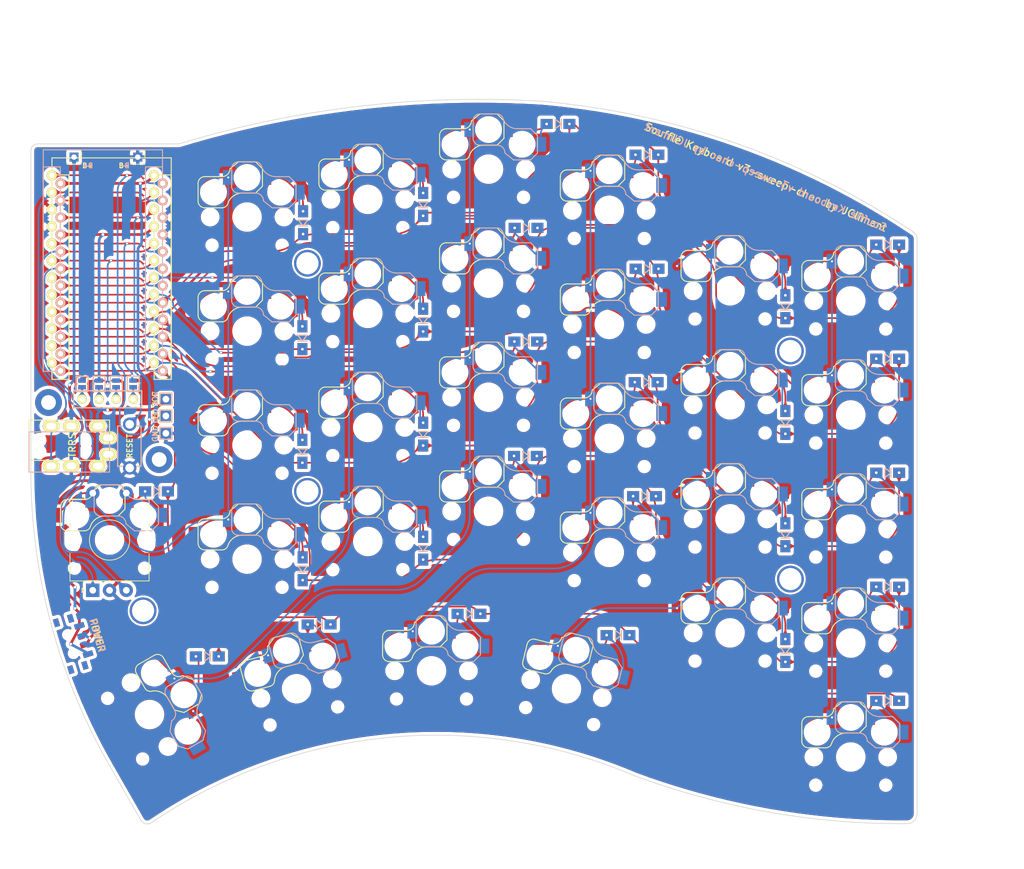
<source format=kicad_pcb>
(kicad_pcb (version 20211014) (generator pcbnew)
  (layers (0 "F.Cu" signal) (31 "B.Cu" signal) (34 "B.Paste" user) (35 "F.Paste" user) (36 "B.SilkS" user "B.Silkscreen") (37 "F.SilkS" user "F.Silkscreen") (38 "B.Mask" user) (39 "F.Mask" user) (44 "Edge.Cuts" user))
  (net 0 "")
  (net 1 "row0")
  (net 2 "Net-(D1-Pad2)")
  (net 3 "Net-(D2-Pad2)")
  (net 4 "Net-(D3-Pad2)")
  (net 5 "Net-(D4-Pad2)")
  (net 6 "Net-(D5-Pad2)")
  (net 7 "Net-(D6-Pad2)")
  (net 8 "row1")
  (net 9 "Net-(D7-Pad2)")
  (net 10 "Net-(D8-Pad2)")
  (net 11 "Net-(D9-Pad2)")
  (net 12 "Net-(D10-Pad2)")
  (net 13 "Net-(D11-Pad2)")
  (net 14 "Net-(D12-Pad2)")
  (net 15 "row2")
  (net 16 "Net-(D13-Pad2)")
  (net 17 "Net-(D14-Pad2)")
  (net 18 "Net-(D15-Pad2)")
  (net 19 "Net-(D16-Pad2)")
  (net 20 "Net-(D17-Pad2)")
  (net 21 "Net-(D18-Pad2)")
  (net 22 "row3")
  (net 23 "Net-(D19-Pad2)")
  (net 24 "Net-(D20-Pad2)")
  (net 25 "Net-(D21-Pad2)")
  (net 26 "Net-(D22-Pad2)")
  (net 27 "Net-(D23-Pad2)")
  (net 28 "Net-(D24-Pad2)")
  (net 29 "row4")
  (net 30 "SW25B")
  (net 31 "Net-(D26-Pad2)")
  (net 32 "Net-(D27-Pad2)")
  (net 33 "Net-(D28-Pad2)")
  (net 34 "Net-(D29-Pad2)")
  (net 35 "Net-(D30-Pad2)")
  (net 36 "VCC")
  (net 37 "LED")
  (net 38 "GND")
  (net 39 "DATA")
  (net 41 "Net-(J3-Pad1)")
  (net 42 "Net-(J3-Pad2)")
  (net 43 "Net-(J3-Pad3)")
  (net 44 "Net-(J3-Pad4)")
  (net 45 "SCL")
  (net 46 "SDA")
  (net 47 "RESET")
  (net 48 "SW25A")
  (net 49 "col4")
  (net 50 "col3")
  (net 51 "col2")
  (net 52 "col1")
  (net 53 "col0")
  (net 54 "ENCA")
  (net 55 "ENCB")
  (net 56 "unconnected-(U1-Pad7)")
  (net 57 "RAW")
  (net 58 "BAT")
  (footprint "SofleKeyboard-footprint:Choc_Hotswap_Souffle" (layer "F.Cu") (at 160.134 101.573139)
    (fp_text reference "SW22" hide)
    (fp_text value "SW_PUSH" hide)
  )
  (footprint "SofleKeyboard-footprint:Choc_Hotswap_Souffle" (layer "F.Cu") (at 124.134 65.941139)
    (fp_text reference "SW8" hide)
    (fp_text value "SW_PUSH" hide)
  )
  (footprint "SofleKeyboard-footprint:Choc_Hotswap_Souffle" (layer "F.Cu") (at 196.134 64.073139)
    (fp_text reference "SW6" hide)
    (fp_text value "SW_PUSH" hide)
  )
  (footprint "SofleKeyboard-footprint:Choc_Hotswap_Souffle" (layer "F.Cu") (at 142.134 78.433139)
    (fp_text reference "SW15" hide)
    (fp_text value "SW_PUSH" hide)
  )
  (footprint "SofleKeyboard-footprint:HOLE_M2_TH_CALIBRATED" (layer "F.Cu") (at 115.134 92.466139)
    (fp_text reference "TH5" hide)
    (fp_text value "HOLE" hide)
  )
  (footprint "SofleKeyboard-footprint:Choc_Hotswap_Souffle" (layer "F.Cu") (at 160.134 67.573139)
    (fp_text reference "SW10" hide)
    (fp_text value "SW_PUSH" hide)
  )
  (footprint "SofleKeyboard-footprint:Jumper" (layer "F.Cu") (at 86.62025 76.451394 90)
    (fp_text reference "JP2" hide)
    (fp_text value "SolderJumper_2_Open" hide)
  )
  (footprint "SofleKeyboard-footprint:LED" (layer "F.Cu") (at 94.034 78.723139)
    (fp_text reference "J1" hide)
    (fp_text value "LED" hide)
  )
  (footprint "Connector_PinSocket_2.00mm:PinSocket_1x01_P2.00mm_Vertical" (layer "F.Cu") (at 80.34025 42.637394)
    (fp_text reference "J5" hide)
    (fp_text value "Conn_01x01_Female" hide)
  )
  (footprint "SofleKeyboard-footprint:Diode_SOD123" (layer "F.Cu") (at 147.634 87.191139 180)
    (fp_text reference "D21" hide)
    (fp_text value "D" hide)
  )
  (footprint "SofleKeyboard-footprint:Choc_Hotswap_Souffle" (layer "F.Cu") (at 113.514 121.893139 15)
    (fp_text reference "SW27" hide)
    (fp_text value "SW_PUSH" hide)
  )
  (footprint "SofleKeyboard-footprint:Choc_Hotswap_Souffle" (layer "F.Cu") (at 106.134 51.573139)
    (fp_text reference "SW1" hide)
    (fp_text value "SW_PUSH" hide)
  )
  (footprint "SofleKeyboard-footprint:Diode_SOD123" (layer "F.Cu") (at 114.484 52.416889 90)
    (fp_text reference "D1" hide)
    (fp_text value "D" hide)
  )
  (footprint "SofleKeyboard-footprint:Diode_SOD123" (layer "F.Cu") (at 201.634 55.691139 180)
    (fp_text reference "D6" hide)
    (fp_text value "D" hide)
  )
  (footprint "SofleKeyboard-footprint:Choc_Hotswap_Souffle" (layer "F.Cu") (at 196.134 81.073139)
    (fp_text reference "SW12" hide)
    (fp_text value "SW_PUSH" hide)
  )
  (footprint "Rotary_Encoder:RotaryEncoder_Alps_EC11E-Switch_Vertical_H20mm" (layer "F.Cu") (at 83.134 107.223139 90)
    (fp_text reference "SW25b1" hide)
    (fp_text value "RotaryEncoder_Switch" hide)
  )
  (footprint "Connector_PinSocket_2.00mm:PinSocket_1x01_P2.00mm_Vertical" (layer "F.Cu") (at 89.84025 42.637394)
    (fp_text reference "J4" hide)
    (fp_text value "Conn_01x01_Female" hide)
  )
  (footprint "SofleKeyboard-footprint:Diode_SOD123" (layer "F.Cu") (at 100.209 117.072389 180)
    (fp_text reference "D26" hide)
    (fp_text value "D" hide)
  )
  (footprint "SofleKeyboard-footprint:Choc_Hotswap_Souffle" (layer "F.Cu") (at 178.134 79.573139)
    (fp_text reference "SW11" hide)
    (fp_text value "SW_PUSH" hide)
  )
  (footprint "SofleKeyboard-footprint:Choc_Hotswap_Souffle" (layer "F.Cu") (at 106.134 102.573139)
    (fp_text reference "SW19" hide)
    (fp_text value "SW_PUSH" hide)
  )
  (footprint "SofleKeyboard-footprint:TACT_SWITCH_TVBP06" (layer "F.Cu") (at 88.634 85.723139 90)
    (fp_text reference "RSW1" hide)
    (fp_text value "SW_RST" hide)
  )
  (footprint "SofleKeyboard-footprint:Choc_Hotswap_Souffle" (layer "F.Cu") (at 142.134 61.433139)
    (fp_text reference "SW9" hide)
    (fp_text value "SW_PUSH" hide)
  )
  (footprint "SofleKeyboard-footprint:Choc_Hotswap_Souffle" (layer "F.Cu") (at 178.134 96.573139)
    (fp_text reference "SW17" hide)
    (fp_text value "SW_PUSH" hide)
  )
  (footprint "SofleKeyboard-footprint:HOLE_M2_TH_CALIBRATED" (layer "F.Cu") (at 115.134 58.466139)
    (fp_text reference "TH3" hide)
    (fp_text value "HOLE" hide)
  )
  (footprint "SofleKeyboard-footprint:Choc_Hotswap_Souffle" (layer "F.Cu") (at 178.134 113.573139)
    (fp_text reference "SW23" hide)
    (fp_text value "SW_PUSH" hide)
  )
  (footprint "SofleKeyboard-footprint:Diode_SOD123" (layer "F.Cu") (at 186.384 82.191139 90)
    (fp_text reference "D11" hide)
    (fp_text value "D" hide)
  )
  (footprint "SofleKeyboard-footprint:Choc_Hotswap_Souffle" (layer "F.Cu") (at 85.634 99.723139)
    (fp_text reference "SW25" hide)
    (fp_text value "SW_PUSH" hide)
  )
  (footprint "SofleKeyboard-footprint:Diode_SOD123" (layer "F.Cu") (at 116.87775 112.309889 180)
    (fp_text reference "D27" hide)
    (fp_text value "D" hide)
  )
  (footprint "keebs:Switch_MSK-12C01-07" (layer "F.Cu") (at 79.835141 115.235639 -73)
    (fp_text reference "SW31" hide)
    (fp_text value "SW_SPDT" hide)
  )
  (footprint "SofleKeyboard-footprint:Diode_SOD123" (layer "F.Cu") (at 132.384 66.941139 90)
    (fp_text reference "D8" hide)
    (fp_text value "D" hide)
  )
  (footprint "SofleKeyboard-footprint:MJ-4PP-9" (layer "F.Cu") (at 73.634 84.848139 90)
    (fp_text reference "J2")
    (fp_text value "4PIN" hide)
  )
  (footprint "SofleKeyboard-footprint:Choc_Hotswap_Souffle" (layer "F.Cu") (at 91.594 125.743139 -60)
    (fp_text reference "SW26" hide)
    (fp_text value "SW_PUSH" hide)
  )
  (footprint "SofleKeyboard-footprint:Diode_SOD123" (layer "F.Cu") (at 152.489107 37.700709 180)
    (fp_text reference "D3" hide)
    (fp_text value "D" hide)
  )
  (footprint "SofleKeyboard-footprint:M2_HOLE_PCB" (layer "F.Cu") (at 76.534 79.223139)
    (fp_text reference "TH1" hide)
    (fp_text value "HOLE" hide)
  )
  (footprint "SofleKeyboard-footprint:Diode_SOD123" (layer "F.Cu") (at 114.4215 104.010639 90)
    (fp_text reference "D19" hide)
    (fp_text value "D" hide)
  )
  (footprint "SofleKeyboard-footprint:OLED_4Pin" (layer "F.Cu") (at 81.54025 78.737394)
    (fp_text reference "J3" hide)
    (fp_text value "OLED" hide)
  )
  (footprint "SofleKeyboard-footprint:Diode_SOD123" (layer "F.Cu") (at 165.384 93.191139 180)
    (fp_text reference "D22" hide)
    (fp_text value "D" hide)
  )
  (footprint "SofleKeyboard-footprint:M2_HOLE_PCB" (layer "F.Cu") (at 93.034 87.723139)
    (fp_text reference "TH2" hide)
    (fp_text value "HOLE" hide)
  )
  (footprint "SofleKeyboard-footprint:Choc_Hotswap_Souffle" (layer "F.Cu") (at 124.134 48.941139)
    (fp_text reference "SW2" hide)
    (fp_text value "SW_PUSH" hide)
  )
  (footprint "SofleKeyboard-footprint:Diode_SOD123" (layer "F.Cu") (at 92.634 92.473139 180)
    (fp_text reference "D25" hide)
    (fp_text value "D" hide)
  )
  (footprint "SofleKeyboard-footprint:Diode_SOD123" (layer "F.Cu") (at 165.7715 59.285639 180)
    (fp_text reference "D10" hide)
    (fp_text value "D" hide)
  )
  (footprint "SofleKeyboard-footprint:Diode_SOD123" (layer "F.Cu") (at 147.69025 70.133139 180)
    (fp_text reference "D15" hide)
    (fp_text value "D" hide)
  )
  (footprint "SofleKeyboard-footprint:Diode_SOD123" (layer "F.Cu") (at 114.384 69.573139 90)
    (fp_text reference "D7" hide)
    (fp_text value "D" hide)
  )
  (footprint "SofleKeyboard-footprint:Diode_SOD123" (layer "F.Cu") (at 165.634 76.191139 180)
    (fp_text reference "D16" hide)
    (fp_text value "D" hide)
  )
  (footprint "SofleKeyboard-footprint:Choc_Hotswap_Souffle" (layer "F.Cu") (at 124.134 99.941139)
    (fp_text reference "SW20" hide)
    (fp_text value "SW_PUSH" hide)
  )
  (footprint "SofleKeyboard-footprint:Choc_Hotswap_Souffle" (layer "F.Cu") (at 196.134 115.073139)
    (fp_text reference "SW24" hide)
    (fp_text value "SW_PUSH" hide)
  )
  (footprint "SofleKeyboard-footprint:Choc_Hotswap_Souffle" (layer "F.Cu") (at 133.634 119.223139)
    (fp_text reference "SW28" hide)
    (fp_text value "SW_PUSH" hide)
  )
  (footprint "SofleKeyboard-footprint:Diode_SOD123" (layer "F.Cu") (at 201.634 89.691139 180)
    (fp_text reference "D18" hide)
    (fp_text value "D" hide)
  )
  (footprint "SofleKeyboard-footprint:Choc_Hotswap_Souffle" (layer "F.Cu") (at 178.134 62.573139)
    (fp_text reference "SW5" hide)
    (fp_text value "SW_PUSH" hide)
  )
  (footprint "SofleKeyboard-footprint:Diode_SOD123" (layer "F.Cu") (at 139.21525 110.722389 180)
    (fp_text reference "D28" hide)
    (fp_text value "D" hide)
  )
  (footprint "SofleKeyboard-footprint:Diode_SOD123" (layer "F.Cu") (at 201.634 106.691139 180)
    (fp_text reference "D24" hide)
    (fp_text value "D" hide)
  )
  (footprint "SofleKeyboard-footprint:Diode_SOD123" (layer "F.Cu") (at 201.634 72.691139 180)
    (fp_text reference "D12" hide)
    (fp_text value "D" hide)
  )
  (footprint "SofleKeyboard-footprint:Jumper" (layer "F.Cu") (at 81.54025 76.451394 90)
    (fp_text reference "JP4" hide)
    (fp_text value "SolderJumper_2_Open" hide)
  )
  (footprint "SofleKeyboard-footprint:ProMicro" (layer "F.Cu") (at 85.84025 60.137394)
    (fp_text reference "U1" hide)
    (fp_text value "ProMicro" hide)
  )
  (footprint "SofleKeyboard-footprint:Diode_SOD123" (layer "F.Cu") (at 186.384 64.941139 90)
    (fp_text reference "D5" hide)
    (fp_text value "D" hide)
  )
  (footprint "SofleKeyboard-footprint:Choc_Hotswap_Souffle" (layer "F.Cu") (at 160.134 84.573139)
    (fp_text reference "SW16" hide)
    (fp_text value "SW_PUSH" hide)
  )
  (footprint "SofleKeyboard-footprint:Diode_SOD123" (layer "F.Cu") (at 161.44025 113.897389 180)
    (fp_text reference "D29" hide)
    (fp_text value "D" hide)
  )
  (footprint "SofleKeyboard-footprint:Diode_SOD123" (layer "F.Cu") (at 147.72775 53.191889 180)
    (fp_text reference "D9" hide)
    (fp_text value "D" hide)
  )
  (footprint "SofleKeyboard-footprint:Jumper" (layer "F.Cu") (at 89.16025 76.451394 90)
    (fp_text reference "JP1" hide)
    (fp_text value "SolderJumper_2_Open" hide)
  )
  (footprint "SofleKeyboard-footprint:HOLE_M2_TH_CALIBRATED" (layer "F.Cu") (at 187.134 71.548139)
    (fp_text reference "TH4" hide)
    (fp_text value "HOLE" hide)
  )
  (footprint "SofleKeyboard-footprint:Diode_SOD123" (layer "F.Cu") (at 186.384 98.941139 90)
    (fp_text reference "D17" hide)
    (fp_text value "D" hide)
  )
  (footprint "SofleKeyboard-footprint:Choc_Hotswap_Souffle" (layer "F.Cu") (at 124.134 82.941139)
    (fp_text reference "SW14" hide)
    (fp_text value "SW_PUSH" hide)
  )
  (footprint "SofleKeyboard-footprint:Diode_SOD123" (layer "F.Cu") (at 186.384 116.191139 90)
    (fp_text reference "D23" hide)
    (fp_text value "D" hide)
  )
  (footprint "SofleKeyboard-footprint:Choc_Hotswap_Souffle" (layer "F.Cu") (at 106.134 68.573139)
    (fp_text reference "SW7" hide)
    (fp_text value "SW_PUSH" hide)
  )
  (footprint "SofleKeyboard-footprint:Diode_SOD123" (layer "F.Cu") (at 165.74025 42.285639 180)
    (fp_text reference "D4" hide)
    (fp_text value "D" hide)
  )
  (footprint "SofleKeyboard-footprint:Diode_SOD123" (layer "F.Cu") (at 132.384 100.941139 90)
    (fp_text reference "D20" hide)
    (fp_text value "D" hide)
  )
  (footprint "SofleKeyboard-footprint:Jumper" (layer "F.Cu") (at 84.08025 76.451394 90)
    (fp_text reference "JP3" hide)
    (fp_text value "SolderJumper_2_Open" hide)
  )
  (footprint "SofleKeyboard-footprint:Choc_Hotswap_Souffle" (layer "F.Cu") (at 160.134 50.573139)
    (fp_text reference "SW4" hide)
    (fp_text value "SW_PUSH" hide)
  )
  (footprint "SofleKeyboard-footprint:Choc_Hotswap_Souffle" (layer "F.Cu") (at 142.134 44.433139)
    (fp_text reference "SW3" hide)
    (fp_text value "SW_PUSH" hide)
  )
  (footprint "SofleKeyboard-footprint:Choc_Hotswap_Souffle" (layer "F.Cu") (at 196.134 132.073139)
    (fp_text reference "SW30" hide)
    (fp_text value "SW_PUSH" hide)
  )
  (footprint "SofleKeyboard-footprint:Diode_SOD123" (layer "F.Cu") (at 132.384 49.691139 90)
    (fp_text reference "D2" hide)
    (fp_text value "D" hide)
  )
  (footprint "SofleKeyboard-footprint:HOLE_M2_TH_CALIBRATED" (layer "F.Cu") (at 187.134 105.548139)
    (fp_text reference "TH6" hide)
    (fp_text value "HOLE" hide)
  )
  (footprint "SofleKeyboard-footprint:Choc_Hotswap_Souffle" (layer "F.Cu") (at 142.134 95.433139)
    (fp_text reference "SW21" hide)
    (fp_text value "SW_PUSH" hide)
  )
  (footprint "SofleKeyboard-footprint:Diode_SOD123" (layer "F.Cu") (at 201.634 123.691139 180)
    (fp_text reference "D30" hide)
    (fp_text value "D" hide)
  )
  (footprint "SofleKeyboard-footprint:Choc_Hotswap_Souffle" (layer "F.Cu") (at 153.754 121.893139 -14)
    (fp_text reference "SW29" hide)
    (fp_text value "SW_PUSH" hide)
  )
  (footprint "SofleKeyboard-footprint:HOLE_M2_TH_CALIBRATED" (layer "F.Cu") (at 90.634 110.273139 90)
    (fp_text reference "TH7" hide)
    (fp_text value "HOLE" hide)
  )
  (footprint "SofleKeyboard-footprint:Diode_SOD123" (layer "F.Cu") (at 132.384 83.941139 90)
    (fp_text reference "D14" hide)
    (fp_text value "D" hide)
  )
  (footprint "SofleKeyboard-footprint:Choc_Hotswap_Souffle" (layer "F.Cu") (at 106.134 85.573139)
    (fp_text reference "SW13" hide)
    (fp_text value "SW_PUSH" hide)
  )
  (footprint "SofleKeyboard-footprint:Choc_Hotswap_Souffle" (layer "F.Cu") (at 196.134 98.073139)
    (fp_text reference "SW18" hide)
    (fp_text value "SW_PUSH" hide)
  )
  (footprint "SofleKeyboard-footprint:Diode_SOD123" (layer "F.Cu") (at 114.384 86.504389 90)
    (fp_text reference "D13" hide)
    (fp_text value "D" hide)
  )
  (footprint "SofleKeyboard-footprint:Jumper" (layer "B.Cu") (at 84.08025 76.451394 90)
    (fp_text reference "JP7" hide)
    (fp_text value "SolderJumper_2_Open" hide)
  )
  (footprint "SofleKeyboard-footprint:Jumper" (layer "B.Cu") (at 86.62025 76.451394 90)
    (fp_text reference "JP6" hide)
    (fp_text value "SolderJumper_2_Open" hide)
  )
  (footprint "SofleKeyboard-footprint:Jumper" (layer "B.Cu") (at 81.54025 76.451394 90)
    (fp_text reference "JP8" hide)
    (fp_text value "SolderJumper_2_Open" hide)
  )
  (footprint "SofleKeyboard-footprint:Jumper" (layer "B.Cu") (at 89.16025 76.451394 90)
    (fp_text reference "JP5" hide)
    (fp_text value "SolderJumper_2_Open" hide)
  )
  (gr_line (start 90.40507 141.641469) (end 90.283386 141.469069) (layer "Edge.Cuts") (width 0.1))
  (gr_line (start 91.506976 142.022919) (end 91.302308 142.045119) (layer "Edge.Cuts") (width 0.1))
  (gr_line (start 90.283386 141.469069) (end 85.872 133.769139) (layer "Edge.Cuts") (width 0.1))
  (gr_line (start 95.983431 40.669459) (end 74.907857 40.669459) (layer "Edge.Cuts") (width 0.1))
  (gr_line (start 91.709202 141.962619) (end 91.881794 141.860999) (layer "Edge.Cuts") (width 0.1))
  (gr_line (start 90.720149 141.899419) (end 90.552207 141.785459) (layer "Edge.Cuts") (width 0.1))
  (gr_line (start 91.302308 142.045119) (end 91.099848 142.030819) (layer "Edge.Cuts") (width 0.1))
  (gr_arc (start 85.872 133.769139) (mid 77.043897 112.704637) (end 73.909257 90.081139) (layer "Edge.Cuts") (width 0.1))
  (gr_line (start 73.909257 90.081139) (end 73.907857 41.669459) (layer "Edge.Cuts") (width 0.1))
  (gr_arc (start 73.907857 41.669459) (mid 74.200744 40.962331) (end 74.907857 40.669459) (layer "Edge.Cuts") (width 0.1))
  (gr_arc (start 205.425586 53.791269) (mid 205.859761 54.208206) (end 206.023354 54.787504) (layer "Edge.Cuts") (width 0.1))
  (gr_arc (start 150.107857 34.323659) (mid 178.994956 40.567402) (end 205.425586 53.791269) (layer "Edge.Cuts") (width 0.1))
  (gr_arc (start 95.983431 40.669459) (mid 122.761645 35.07428) (end 150.107857 34.323659) (layer "Edge.Cuts") (width 0.1))
  (gr_line (start 91.709202 141.962619) (end 91.506976 142.022919) (layer "Edge.Cuts") (width 0.1))
  (gr_line (start 91.099848 142.030819) (end 90.904246 141.981719) (layer "Edge.Cuts") (width 0.1))
  (gr_arc (start 91.881794 141.860999) (mid 127.019026 129.176045) (end 163.934 134.873139) (layer "Edge.Cuts") (width 0.1))
  (gr_arc (start 206.023354 140.512504) (mid 205.584 141.573139) (end 204.523354 142.012504) (layer "Edge.Cuts") (width 0.1))
  (gr_line (start 90.904246 141.981719) (end 90.720149 141.899419) (layer "Edge.Cuts") (width 0.1))
  (gr_line (start 206.023354 54.787504) (end 206.023354 140.512504) (layer "Edge.Cuts") (width 0.1))
  (gr_arc (start 204.523354 142.012504) (mid 183.905135 140.282251) (end 163.934 134.873139) (layer "Edge.Cuts") (width 0.1))
  (gr_line (start 90.552207 141.785459) (end 90.40507 141.641469) (layer "Edge.Cuts") (width 0.1))
  (gr_text "POWER" (at 83.820806 113.918039 -74) (layer "B.SilkS") (effects (font (size 1 1) (thickness 0.2)) (justify mirror)))
  (gr_text "B-" (at 87.80825 43.907394) (layer "B.SilkS") (effects (font (size 0.7 0.7) (thickness 0.175)) (justify mirror)))
  (gr_text "B+" (at 82.37225 43.907394) (layer "B.SilkS") (effects (font (size 0.7 0.7) (thickness 0.175)) (justify mirror)))
  (gr_text "Soufflé Keyboard v3-sweep-choc by JCliment" (at 183.445357 45.638209 -23) (layer "B.SilkS") (effects (font (size 1.1 1.1) (thickness 0.2)) (justify mirror)))
  (gr_text "POWER" (at 83.820806 113.918039 -74) (layer "F.SilkS") (effects (font (size 1 1) (thickness 0.2))))
  (gr_text "B+" (at 82.37225 43.907394) (layer "F.SilkS") (effects (font (size 0.7 0.7) (thickness 0.175))))
  (gr_text "Soufflé Keyboard v3-sweep-choc by JCliment" (at 183.445357 45.638209 -23) (layer "F.SilkS") (effects (font (size 1.1 1.1) (thickness 0.2))))
  (gr_text "B-" (at 87.80825 43.907394) (layer "F.SilkS") (effects (font (size 0.7 0.7) (thickness 0.175))))
  (segment (start 132.330966 51.594172) (end 131.096125 52.829014) (width 0.25) (layer "F.Cu") (net 1))
  (segment (start 89.660612 63.147394) (end 77.02025 63.147394) (width 0.25) (layer "F.Cu") (net 1))
  (segment (start 203.334 62.433332) (end 203.334 55.691139) (width 0.25) (layer "F.Cu") (net 1))
  (segment (start 153.488913 40.381349) (end 144.540916 49.329346) (width 0.25) (layer "F.Cu") (net 1))
  (segment (start 127.986919 54.116889) (end 116.273864 54.116889) (width 0.25) (layer "F.Cu") (net 1))
  (segment (start 90.806499 63.818639) (end 90.470876 63.483016) (width 0.25) (layer "F.Cu") (net 1))
  (segment (start 167.44025 43.28261) (end 167.44025 46.69093) (width 0.25) (layer "F.Cu") (net 1))
  (segment (start 99.660271 58.241932) (end 93.559065 64.343139) (width 0.25) (layer "F.Cu") (net 1))
  (segment (start 133.182925 50.923139) (end 140.69316 50.923139) (width 0.25) (layer "F.Cu") (net 1))
  (segment (start 187.007752 66.641139) (end 185.760247 66.641139) (width 0.25) (layer "F.Cu") (net 1))
  (segment (start 165.033348 40.875709) (end 160.290421 40.875709) (width 0.25) (layer "F.Cu") (net 1))
  (segment (start 169.034042 50.538686) (end 184.695435 66.200079) (width 0.25) (layer "F.Cu") (net 1))
  (segment (start 154.189107 38.690932) (end 154.189107 38.041334) (width 0.25) (layer "F.Cu") (net 1))
  (segment (start 103.508027 56.64814) (end 110.162884 56.64814) (width 0.25) (layer "F.Cu") (net 1))
  (segment (start 166.735285 41.580674) (end 166.027 40.872389) (width 0.25) (layer "F.Cu") (net 1))
  (segment (start 187.007752 66.641139) (end 199.126193 66.641139) (width 0.25) (layer "F.Cu") (net 1))
  (segment (start 156.457857 39.288209) (end 155.111215 37.941567) (width 0.25) (layer "F.Cu") (net 1))
  (segment (start 132.617999 51.157138) (end 132.437033 51.338105) (width 0.25) (layer "F.Cu") (net 1))
  (via (at 90.806499 63.818639) (size 0.4) (drill 0.3) (layers "F.Cu" "B.Cu") (net 1))
  (arc (start 133.182925 50.923139) (mid 132.877189 50.983953) (end 132.617999 51.157138) (width 0.25) (layer "F.Cu") (net 1))
  (arc (start 156.457857 39.288209) (mid 158.216252 40.463131) (end 160.290421 40.875709) (width 0.25) (layer "F.Cu") (net 1))
  (arc (start 144.540916 49.329346) (mid 142.77555 50.508925) (end 140.69316 50.923139) (width 0.25) (layer "F.Cu") (net 1))
  (arc (start 154.529732 37.700709) (mid 154.288873 37.800475) (end 154.189107 38.041334) (width 0.25) (layer "F.Cu") (net 1))
  (arc (start 167.44025 46.69093) (mid 167.854463 48.77332) (end 169.034042 50.538686) (width 0.25) (layer "F.Cu") (net 1))
  (arc (start 203.334 62.433332) (mid 203.013699 64.04359) (end 202.101562 65.408701) (width 0.25) (layer "F.Cu") (net 1))
  (arc (start 166.735285 41.580674) (mid 165.954429 41.058923) (end 165.033348 40.875709) (width 0.25) (layer "F.Cu") (net 1))
  (arc (start 116.273864 54.116889) (mid 114.620245 54.445814) (end 113.218374 55.382514) (width 0.25) (layer "F.Cu") (net 1))
  (arc (start 166.735285 41.580674) (mid 167.257035 42.361528) (end 167.44025 43.28261) (width 0.25) (layer "F.Cu") (net 1))
  (arc (start 184.695435 66.200079) (mid 185.183975 66.526511) (end 185.760247 66.641139) (width 0.25) (layer "F.Cu") (net 1))
  (arc (start 103.508027 56.64814) (mid 101.425636 57.062353) (end 99.660271 58.241932) (width 0.25) (layer "F.Cu") (net 1))
  (arc (start 132.384 51.466139) (mid 132.370216 51.535429) (end 132.330966 51.594172) (width 0.25) (layer "F.Cu") (net 1))
  (arc (start 202.101562 65.408701) (mid 200.736451 66.320838) (end 199.126193 66.641139) (width 0.25) (layer "F.Cu") (net 1))
  (arc (start 167.44025 43.28261) (mid 167.257035 42.361528) (end 166.735285 41.580674) (width 0.25) (layer "F.Cu") (net 1))
  (arc (start 131.096125 52.829014) (mid 129.669609 53.782181) (end 127.986919 54.116889) (width 0.25) (layer "F.Cu") (net 1))
  (arc (start 166.735285 41.580674) (mid 166.735285 41.580674) (end 166.735285 41.580674) (width 0.25) (layer "F.Cu") (net 1))
  (arc (start 90.470876 63.483016) (mid 90.099123 63.234619) (end 89.660612 63.147394) (width 0.25) (layer "F.Cu") (net 1))
  (arc (start 132.437033 51.338105) (mid 132.397782 51.396847) (end 132.384 51.466139) (width 0.25) (layer "F.Cu") (net 1))
  (arc (start 155.111215 37.941567) (mid 154.844428 37.763305) (end 154.529732 37.700709) (width 0.25) (layer "F.Cu") (net 1))
  (arc (start 113.218374 55.382514) (mid 111.816503 56.319214) (end 110.162884 56.64814) (width 0.25) (layer "F.Cu") (net 1))
  (arc (start 154.189107 38.690932) (mid 154.007132 39.605779) (end 153.488913 40.381349) (width 0.25) (layer "F.Cu") (net 1))
  (segment (start 91.701876 64.343139) (end 93.559065 64.343139) (width 0.25) (layer "B.Cu") (net 1))
  (segment (start 91.068749 64.080889) (end 90.806499 63.818639) (width 0.25) (layer "B.Cu") (net 1))
  (arc (start 91.701876 64.343139) (mid 91.35923 64.274982) (end 91.068749 64.080889) (width 0.25) (layer "B.Cu") (net 1))
  (segment (start 110.259826 45.673139) (end 108.934 45.673139) (width 0.25) (layer "F.Cu") (net 2))
  (segment (start 114.484 49.644188) (end 114.484 50.716889) (width 0.25) (layer "F.Cu") (net 2))
  (segment (start 113.725485 47.812972) (end 112.523152 46.610639) (width 0.25) (layer "F.Cu") (net 2))
  (arc (start 113.725485 47.812972) (mid 114.286868 48.653141) (end 114.484 49.644188) (width 0.25) (layer "F.Cu") (net 2))
  (arc (start 112.523152 46.610639) (mid 111.484729 45.916787) (end 110.259826 45.673139) (width 0.25) (layer "F.Cu") (net 2))
  (segment (start 113.934 49.77798) (end 113.934 47.873139) (width 0.25) (layer "B.Cu") (net 2))
  (segment (start 114.209 50.441889) (end 114.484 50.716889) (width 0.25) (layer "B.Cu") (net 2))
  (arc (start 113.934 49.77798) (mid 114.00547 50.137285) (end 114.209 50.441889) (width 0.25) (layer "B.Cu") (net 2))
  (segment (start 132.384 46.915313) (end 132.384 47.991139) (width 0.25) (layer "F.Cu") (net 3))
  (segment (start 130.523152 43.978639) (end 131.623276 45.078763) (width 0.25) (layer "F.Cu") (net 3))
  (segment (start 128.259826 43.041139) (end 126.934 43.041139) (width 0.25) (layer "F.Cu") (net 3))
  (arc (start 130.523152 43.978639) (mid 129.484729 43.284787) (end 128.259826 43.041139) (width 0.25) (layer "F.Cu") (net 3))
  (arc (start 131.623276 45.078763) (mid 132.186294 45.921379) (end 132.384 46.915313) (width 0.25) (layer "F.Cu") (net 3))
  (segment (start 132.159 47.766139) (end 132.384 47.991139) (width 0.25) (layer "B.Cu") (net 3))
  (segment (start 131.934 47.22294) (end 131.934 45.241139) (width 0.25) (layer "B.Cu") (net 3))
  (arc (start 131.934 47.22294) (mid 131.992475 47.516917) (end 132.159 47.766139) (width 0.25) (layer "B.Cu") (net 3))
  (segment (start 149.36806 38.533139) (end 144.934 38.533139) (width 0.25) (layer "F.Cu") (net 4))
  (segment (start 150.372892 38.116924) (end 150.789107 37.700709) (width 0.25) (layer "F.Cu") (net 4))
  (arc (start 150.372892 38.116924) (mid 149.911871 38.424968) (end 149.36806 38.533139) (width 0.25) (layer "F.Cu") (net 4))
  (segment (start 150.361553 38.128262) (end 150.789107 37.700709) (width 0.25) (layer "B.Cu") (net 4))
  (segment (start 149.934 39.160467) (end 149.934 40.658965) (width 0.25) (layer "B.Cu") (net 4))
  (segment (start 149.859826 40.733139) (end 149.785652 40.733139) (width 0.25) (layer "B.Cu") (net 4))
  (arc (start 149.934 40.658965) (mid 149.912274 40.711413) (end 149.859826 40.733139) (width 0.25) (layer "B.Cu") (net 4))
  (arc (start 150.361553 38.128262) (mid 150.045117 38.601842) (end 149.934 39.160467) (width 0.25) (layer "B.Cu") (net 4))
  (segment (start 164.04025 42.926264) (end 164.04025 42.285639) (width 0.25) (layer "F.Cu") (net 5))
  (segment (start 163.587259 44.019879) (end 162.934 44.673139) (width 0.25) (layer "F.Cu") (net 5))
  (arc (start 164.04025 42.926264) (mid 163.922521 43.518124) (end 163.587259 44.019879) (width 0.25) (layer "F.Cu") (net 5))
  (segment (start 167.934 46.526264) (end 167.934 46.873139) (width 0.25) (layer "B.Cu") (net 5))
  (segment (start 167.688722 45.934111) (end 164.04025 42.285639) (width 0.25) (layer "B.Cu") (net 5))
  (arc (start 167.688722 45.934111) (mid 167.870254 46.205793) (end 167.934 46.526264) (width 0.25) (layer "B.Cu") (net 5))
  (segment (start 185.051226 58.138713) (end 184.523152 57.610639) (width 0.25) (layer "F.Cu") (net 6))
  (segment (start 186.384 61.356313) (end 186.384 63.241139) (width 0.25) (layer "F.Cu") (net 6))
  (segment (start 182.259826 56.673139) (end 180.934 56.673139) (width 0.25) (layer "F.Cu") (net 6))
  (arc (start 184.523152 57.610639) (mid 183.484729 56.916787) (end 182.259826 56.673139) (width 0.25) (layer "F.Cu") (net 6))
  (arc (start 185.051226 58.138713) (mid 186.037623 59.61496) (end 186.384 61.356313) (width 0.25) (layer "F.Cu") (net 6))
  (segment (start 186.159 63.016139) (end 186.384 63.241139) (width 0.25) (layer "B.Cu") (net 6))
  (segment (start 185.934 62.47294) (end 185.934 58.873139) (width 0.25) (layer "B.Cu") (net 6))
  (arc (start 185.934 62.47294) (mid 185.992475 62.766917) (end 186.159 63.016139) (width 0.25) (layer "B.Cu") (net 6))
  (segment (start 199.434 56.191139) (end 199.934 55.691139) (width 0.25) (layer "F.Cu") (net 7))
  (segment (start 198.934 57.398245) (end 198.934 58.173139) (width 0.25) (layer "F.Cu") (net 7))
  (arc (start 199.434 56.191139) (mid 199.063945 56.744964) (end 198.934 57.398245) (width 0.25) (layer "F.Cu") (net 7))
  (segment (start 203.692876 59.450015) (end 199.934 55.691139) (width 0.25) (layer "B.Cu") (net 7))
  (segment (start 203.934 60.032139) (end 203.934 60.373139) (width 0.25) (layer "B.Cu") (net 7))
  (arc (start 203.692876 59.450015) (mid 203.871333 59.717095) (end 203.934 60.032139) (width 0.25) (layer "B.Cu") (net 7))
  (segment (start 186.882752 83.891139) (end 198.699416 83.891139) (width 0.25) (layer "F.Cu") (net 8))
  (segment (start 116.727144 71.273139) (end 112.040856 71.273139) (width 0.25) (layer "F.Cu") (net 8))
  (segment (start 112.040856 71.273139) (end 100.203028 71.273139) (width 0.25) (layer "F.Cu") (net 8))
  (segment (start 132.409 68.641139) (end 139.97516 68.641139) (width 0.25) (layer "F.Cu") (net 8))
  (segment (start 89.660612 65.687394) (end 77.02025 65.687394) (width 0.25) (layer "F.Cu") (net 8))
  (segment (start 169.065292 67.569936) (end 185.033823 83.538467) (width 0.25) (layer "F.Cu") (net 8))
  (segment (start 167.4715 61.539602) (end 167.4715 63.72218) (width 0.25) (layer "F.Cu") (net 8))
  (segment (start 165.877707 57.691846) (end 162.971542 54.785681) (width 0.25) (layer "F.Cu") (net 8))
  (segment (start 149.42775 55.191887) (end 149.42775 59.188549) (width 0.25) (layer "F.Cu") (net 8))
  (segment (start 116.727144 71.273139) (end 127.97625 71.273139) (width 0.25) (layer "F.Cu") (net 8))
  (segment (start 186.882752 83.891139) (end 185.885247 83.891139) (width 0.25) (layer "F.Cu") (net 8))
  (segment (start 203.334 79.256555) (end 203.334 72.691139) (width 0.25) (layer "F.Cu") (net 8))
  (segment (start 147.833957 63.036305) (end 143.822916 67.047346) (width 0.25) (layer "F.Cu") (net 8))
  (segment (start 90.806499 66.358639) (end 90.470876 66.023016) (width 0.25) (layer "F.Cu") (net 8))
  (segment (start 132.366322 68.708816) (end 131.093 69.982139) (width 0.25) (layer "F.Cu") (net 8))
  (segment (start 96.355272 69.679346) (end 93.559065 66.883139) (width 0.25) (layer "F.Cu") (net 8))
  (segment (start 151.427748 53.191889) (end 159.123786 53.191889) (width 0.25) (layer "F.Cu") (net 8))
  (via (at 90.806499 66.358639) (size 0.4) (drill 0.3) (layers "F.Cu" "B.Cu") (net 8))
  (arc (start 165.877707 57.691846) (mid 167.057286 59.457211) (end 167.4715 61.539602) (width 0.25) (layer "F.Cu") (net 8))
  (arc (start 167.4715 63.72218) (mid 167.885713 65.80457) (end 169.065292 67.569936) (width 0.25) (layer "F.Cu") (net 8))
  (arc (start 132.384 68.666139) (mid 132.379405 68.689235) (end 132.366322 68.708816) (width 0.25) (layer "F.Cu") (net 8))
  (arc (start 96.355272 69.679346) (mid 98.120637 70.858925) (end 100.203028 71.273139) (width 0.25) (layer "F.Cu") (net 8))
  (arc (start 203.334 79.256555) (mid 202.981213 81.030133) (end 201.976562 82.533701) (width 0.25) (layer "F.Cu") (net 8))
  (arc (start 151.427748 53.191889) (mid 150.013535 53.777674) (end 149.42775 55.191887) (width 0.25) (layer "F.Cu") (net 8))
  (arc (start 162.971542 54.785681) (mid 161.206176 53.606102) (end 159.123786 53.191889) (width 0.25) (layer "F.Cu") (net 8))
  (arc (start 201.976562 82.533701) (mid 200.472994 83.538352) (end 198.699416 83.891139) (width 0.25) (layer "F.Cu") (net 8))
  (arc (start 131.093 69.982139) (mid 129.663023 70.937619) (end 127.97625 71.273139) (width 0.25) (layer "F.Cu") (net 8))
  (arc (start 185.033823 83.538467) (mid 185.424459 83.799482) (end 185.885247 83.891139) (width 0.25) (layer "F.Cu") (net 8))
  (arc (start 90.470876 66.023016) (mid 90.099123 65.774619) (end 89.660612 65.687394) (width 0.25) (layer "F.Cu") (net 8))
  (arc (start 132.409 68.641139) (mid 132.391322 68.648461) (end 132.384 68.666139) (width 0.25) (layer "F.Cu") (net 8))
  (arc (start 143.822916 67.047346) (mid 142.05755 68.226925) (end 139.97516 68.641139) (width 0.25) (layer "F.Cu") (net 8))
  (arc (start 149.42775 59.188549) (mid 149.013536 61.270939) (end 147.833957 63.036305) (width 0.25) (layer "F.Cu") (net 8))
  (segment (start 91.701876 66.883139) (end 93.559065 66.883139) (width 0.25) (layer "B.Cu") (net 8))
  (segment (start 90.806499 66.358639) (end 91.068749 66.620889) (width 0.25) (layer "B.Cu") (net 8))
  (arc (start 91.701876 66.883139) (mid 91.35923 66.814982) (end 91.068749 66.620889) (width 0.25) (layer "B.Cu") (net 8))
  (segment (start 110.259826 62.673139) (end 108.934 62.673139) (width 0.25) (layer "F.Cu") (net 9))
  (segment (start 113.534887 64.622374) (end 112.523152 63.610639) (width 0.25) (layer "F.Cu") (net 9))
  (segment (start 114.384 66.672313) (end 114.384 67.873139) (width 0.25) (layer "F.Cu") (net 9))
  (arc (start 112.523152 63.610639) (mid 111.484729 62.916787) (end 110.259826 62.673139) (width 0.25) (layer "F.Cu") (net 9))
  (arc (start 113.534887 64.622374) (mid 114.163322 65.562894) (end 114.384 66.672313) (width 0.25) (layer "F.Cu") (net 9))
  (segment (start 113.934 67.10494) (end 113.934 64.873139) (width 0.25) (layer "B.Cu") (net 9))
  (segment (start 114.159 67.648139) (end 114.384 67.873139) (width 0.25) (layer "B.Cu") (net 9))
  (arc (start 113.934 67.10494) (mid 113.992475 67.398917) (end 114.159 67.648139) (width 0.25) (layer "B.Cu") (net 9))
  (segment (start 132.384 64.040313) (end 132.384 65.241139) (width 0.25) (layer "F.Cu") (net 10))
  (segment (start 128.259826 60.041139) (end 126.934 60.041139) (width 0.25) (layer "F.Cu") (net 10))
  (segment (start 130.523152 60.978639) (end 131.534887 61.990374) (width 0.25) (layer "F.Cu") (net 10))
  (arc (start 130.523152 60.978639) (mid 129.484729 60.284787) (end 128.259826 60.041139) (width 0.25) (layer "F.Cu") (net 10))
  (arc (start 131.534887 61.990374) (mid 132.163322 62.930894) (end 132.384 64.040313) (width 0.25) (layer "F.Cu") (net 10))
  (segment (start 132.159 65.016139) (end 132.384 65.241139) (width 0.25) (layer "B.Cu") (net 10))
  (segment (start 131.934 64.47294) (end 131.934 62.241139) (width 0.25) (layer "B.Cu") (net 10))
  (arc (start 131.934 64.47294) (mid 131.992475 64.766917) (end 132.159 65.016139) (width 0.25) (layer "B.Cu") (net 10))
  (segment (start 146.02775 53.815639) (end 146.02775 53.191889) (width 0.25) (layer "F.Cu") (net 11))
  (segment (start 145.586692 54.880446) (end 144.934 55.533139) (width 0.25) (layer "F.Cu") (net 11))
  (arc (start 146.02775 53.815639) (mid 145.913122 54.391908) (end 145.586692 54.880446) (width 0.25) (layer "F.Cu") (net 11))
  (segment (start 149.859826 57.733139) (end 149.934 57.733139) (width 0.25) (layer "B.Cu") (net 11))
  (segment (start 146.02775 53.583563) (end 146.02775 53.191889) (width 0.25) (layer "B.Cu") (net 11))
  (segment (start 146.304705 54.252192) (end 149.733203 57.68069) (width 0.25) (layer "B.Cu") (net 11))
  (arc (start 149.733203 57.68069) (mid 149.791298 57.719507) (end 149.859826 57.733139) (width 0.25) (layer "B.Cu") (net 11))
  (arc (start 146.02775 53.583563) (mid 146.099728 53.945422) (end 146.304705 54.252192) (width 0.25) (layer "B.Cu") (net 11))
  (segment (start 163.629558 60.97758) (end 162.934 61.673139) (width 0.25) (layer "F.Cu") (net 12))
  (segment (start 164.0715 59.910639) (end 164.0715 59.285639) (width 0.25) (layer "F.Cu") (net 12))
  (arc (start 164.0715 59.910639) (mid 163.956643 60.488063) (end 163.629558 60.97758) (width 0.25) (layer "F.Cu") (net 12))
  (segment (start 167.677673 62.891812) (end 164.0715 59.285639) (width 0.25) (layer "B.Cu") (net 12))
  (segment (start 167.934 63.510639) (end 167.934 63.873139) (width 0.25) (layer "B.Cu") (net 12))
  (arc (start 167.677673 62.891812) (mid 167.867382 63.175732) (end 167.934 63.510639) (width 0.25) (layer "B.Cu") (net 12))
  (segment (start 182.259826 73.673139) (end 180.934 73.673139) (width 0.25) (layer "F.Cu") (net 13))
  (segment (start 186.384 78.450217) (end 186.384 80.491139) (width 0.25) (layer "F.Cu") (net 13))
  (segment (start 184.523152 74.610639) (end 184.984826 75.072313) (width 0.25) (layer "F.Cu") (net 13))
  (arc (start 184.523152 74.610639) (mid 183.484729 73.916787) (end 182.259826 73.673139) (width 0.25) (layer "F.Cu") (net 13))
  (arc (start 184.984826 75.072313) (mid 186.020366 76.622108) (end 186.384 78.450217) (width 0.25) (layer "F.Cu") (net 13))
  (segment (start 185.934 79.72294) (end 185.934 75.873139) (width 0.25) (layer "B.Cu") (net 13))
  (segment (start 186.159 80.266139) (end 186.384 80.491139) (width 0.25) (layer "B.Cu") (net 13))
  (arc (start 185.934 79.72294) (mid 185.992475 80.016917) (end 186.159 80.266139) (width 0.25) (layer "B.Cu") (net 13))
  (segment (start 198.934 74.398245) (end 198.934 75.173139) (width 0.25) (layer "F.Cu") (net 14))
  (segment (start 199.434 73.191139) (end 199.934 72.691139) (width 0.25) (layer "F.Cu") (net 14))
  (arc (start 199.434 73.191139) (mid 199.063945 73.744964) (end 198.934 74.398245) (width 0.25) (layer "F.Cu") (net 14))
  (segment (start 203.692876 76.450015) (end 199.934 72.691139) (width 0.25) (layer "B.Cu") (net 14))
  (segment (start 203.934 77.032139) (end 203.934 77.373139) (width 0.25) (layer "B.Cu") (net 14))
  (arc (start 203.692876 76.450015) (mid 203.871333 76.717095) (end 203.934 77.032139) (width 0.25) (layer "B.Cu") (net 14))
  (segment (start 89.660612 68.227394) (end 77.02025 68.227394) (width 0.25) (layer "F.Cu") (net 15))
  (segment (start 186.884 100.641139) (end 185.884 100.641139) (width 0.25) (layer "F.Cu") (net 15))
  (segment (start 168.927792 84.184931) (end 185.030446 100.287585) (width 0.25) (layer "F.Cu") (net 15))
  (segment (start 132.53028 85.641139) (end 132.237719 85.641139) (width 0.25) (layer "F.Cu") (net 15))
  (segment (start 90.806499 68.898639) (end 90.470876 68.563016) (width 0.25) (layer "F.Cu") (net 15))
  (segment (start 203.334 96.433332) (end 203.334 89.691139) (width 0.25) (layer "F.Cu") (net 15))
  (segment (start 143.822916 84.047346) (end 147.796457 80.073805) (width 0.25) (layer "F.Cu") (net 15))
  (segment (start 115.726127 88.204389) (end 113.041872 88.204389) (width 0.25) (layer "F.Cu") (net 15))
  (segment (start 159.022036 70.133139) (end 151.390248 70.133139) (width 0.25) (layer "F.Cu") (net 15))
  (segment (start 162.869792 71.726931) (end 165.740207 74.597346) (width 0.25) (layer "F.Cu") (net 15))
  (segment (start 186.884 100.641139) (end 199.126193 100.641139) (width 0.25) (layer "F.Cu") (net 15))
  (segment (start 93.753157 69.423139) (end 93.559065 69.423139) (width 0.25) (layer "F.Cu") (net 15))
  (segment (start 96.716469 73.221113) (end 110.750717 87.255361) (width 0.25) (layer "F.Cu") (net 15))
  (segment (start 95.98903 71.464919) (end 94.084494 69.560383) (width 0.25) (layer "F.Cu") (net 15))
  (segment (start 131.988003 85.744574) (end 130.809814 86.922764) (width 0.25) (layer "F.Cu") (net 15))
  (segment (start 167.334 78.445102) (end 167.334 80.337175) (width 0.25) (layer "F.Cu") (net 15))
  (segment (start 115.726127 88.204389) (end 127.715697 88.204389) (width 0.25) (layer "F.Cu") (net 15))
  (segment (start 149.39025 72.133137) (end 149.39025 76.226049) (width 0.25) (layer "F.Cu") (net 15))
  (segment (start 132.53028 85.641139) (end 139.97516 85.641139) (width 0.25) (layer "F.Cu") (net 15))
  (via (at 90.806499 68.898639) (size 0.4) (drill 0.3) (layers "F.Cu" "B.Cu") (net 15))
  (arc (start 149.39025 76.226049) (mid 148.976036 78.308439) (end 147.796457 80.073805) (width 0.25) (layer "F.Cu") (net 15))
  (arc (start 130.809814 86.922764) (mid 129.390221 87.871305) (end 127.715697 88.204389) (width 0.25) (layer "F.Cu") (net 15))
  (arc (start 94.084494 69.560383) (mid 93.932475 69.458807) (end 93.753157 69.423139) (width 0.25) (layer "F.Cu") (net 15))
  (arc (start 96.35275 72.343016) (mid 96.447277 72.818239) (end 96.716469 73.221113) (width 0.25) (layer "F.Cu") (net 15))
  (arc (start 90.470876 68.563016) (mid 90.099123 68.314619) (end 89.660612 68.227394) (width 0.25) (layer "F.Cu") (net 15))
  (arc (start 165.740207 74.597346) (mid 166.919786 76.362711) (end 167.334 78.445102) (width 0.25) (layer "F.Cu") (net 15))
  (arc (start 162.869792 71.726931) (mid 161.104426 70.547352) (end 159.022036 70.133139) (width 0.25) (layer "F.Cu") (net 15))
  (arc (start 132.237719 85.641139) (mid 132.102573 85.66802) (end 131.988003 85.744574) (width 0.25) (layer "F.Cu") (net 15))
  (arc (start 167.334 80.337175) (mid 167.748213 82.419565) (end 168.927792 84.184931) (width 0.25) (layer "F.Cu") (net 15))
  (arc (start 185.030446 100.287585) (mid 185.42206 100.549253) (end 185.884 100.641139) (width 0.25) (layer "F.Cu") (net 15))
  (arc (start 95.98903 71.464919) (mid 96.258222 71.867793) (end 96.35275 72.343016) (width 0.25) (layer "F.Cu") (net 15))
  (arc (start 203.334 96.433332) (mid 203.013699 98.04359) (end 202.101562 99.408701) (width 0.25) (layer "F.Cu") (net 15))
  (arc (start 143.822916 84.047346) (mid 142.05755 85.226925) (end 139.97516 85.641139) (width 0.25) (layer "F.Cu") (net 15))
  (arc (start 151.390248 70.133139) (mid 149.976035 70.718924) (end 149.39025 72.133137) (width 0.25) (layer "F.Cu") (net 15))
  (arc (start 202.101562 99.408701) (mid 200.736451 100.320838) (end 199.126193 100.641139) (width 0.25) (layer "F.Cu") (net 15))
  (arc (start 110.750717 87.255361) (mid 111.801908 87.957744) (end 113.041872 88.204389) (width 0.25) (layer "F.Cu") (net 15))
  (segment (start 91.701876 69.423139) (end 93.559065 69.423139) (width 0.25) (layer "B.Cu") (net 15))
  (segment (start 91.068749 69.160889) (end 90.806499 68.898639) (width 0.25) (layer "B.Cu") (net 15))
  (arc (start 91.068749 69.160889) (mid 91.35923 69.354982) (end 91.701876 69.423139) (width 0.25) (layer "B.Cu") (net 15))
  (segment (start 110.259826 79.673139) (end 108.934 79.673139) (width 0.25) (layer "F.Cu") (net 16))
  (segment (start 112.523152 80.610639) (end 113.559194 81.646681) (width 0.25) (layer "F.Cu") (net 16))
  (segment (start 114.384 83.637938) (end 114.384 84.804389) (width 0.25) (layer "F.Cu") (net 16))
  (arc (start 112.523152 80.610639) (mid 111.484729 79.916787) (end 110.259826 79.673139) (width 0.25) (layer "F.Cu") (net 16))
  (arc (start 113.559194 81.646681) (mid 114.169639 82.560277) (end 114.384 83.637938) (width 0.25) (layer "F.Cu") (net 16))
  (segment (start 113.934 84.03619) (end 113.934 81.873139) (width 0.25) (layer "B.Cu") (net 16))
  (segment (start 114.159 84.579389) (end 114.384 84.804389) (width 0.25) (layer "B.Cu") (net 16))
  (arc (start 113.934 84.03619) (mid 113.992475 84.330167) (end 114.159 84.579389) (width 0.25) (layer "B.Cu") (net 16))
  (segment (start 128.259826 77.041139) (end 126.934 77.041139) (width 0.25) (layer "F.Cu") (net 17))
  (segment (start 130.523152 77.978639) (end 131.534887 78.990374) (width 0.25) (layer "F.Cu") (net 17))
  (segment (start 132.384 81.040313) (end 132.384 82.241139) (width 0.25) (layer "F.Cu") (net 17))
  (arc (start 130.523152 77.978639) (mid 129.484729 77.284787) (end 128.259826 77.041139) (width 0.25) (layer "F.Cu") (net 17))
  (arc (start 131.534887 78.990374) (mid 132.163322 79.930894) (end 132.384 81.040313) (width 0.25) (layer "F.Cu") (net 17))
  (segment (start 132.159 82.016139) (end 132.384 82.241139) (width 0.25) (layer "B.Cu") (net 17))
  (segment (start 131.934 81.47294) (end 131.934 79.241139) (width 0.25) (layer "B.Cu") (net 17))
  (arc (start 131.934 81.47294) (mid 131.992475 81.766917) (end 132.159 82.016139) (width 0.25) (layer "B.Cu") (net 17))
  (segment (start 145.515162 71.951976) (end 144.934 72.533139) (width 0.25) (layer "F.Cu") (net 18))
  (segment (start 145.99025 70.805014) (end 145.99025 70.133139) (width 0.25) (layer "F.Cu") (net 18))
  (arc (start 145.99025 70.805014) (mid 145.866778 71.425745) (end 145.515162 71.951976) (width 0.25) (layer "F.Cu") (net 18))
  (segment (start 149.733203 74.68069) (end 146.274718 71.222205) (width 0.25) (layer "B.Cu") (net 18))
  (segment (start 145.99025 70.535438) (end 145.99025 70.133139) (width 0.25) (layer "B.Cu") (net 18))
  (segment (start 149.859826 74.733139) (end 149.934 74.733139) (width 0.25) (layer "B.Cu") (net 18))
  (arc (start 149.733203 74.68069) (mid 149.791298 74.719507) (end 149.859826 74.733139) (width 0.25) (layer "B.Cu") (net 18))
  (arc (start 145.99025 70.535438) (mid 146.06418 70.907113) (end 146.274718 71.222205) (width 0.25) (layer "B.Cu") (net 18))
  (segment (start 163.934 76.966032) (end 163.934 76.191139) (width 0.25) (layer "F.Cu") (net 19))
  (segment (start 163.434 78.173139) (end 162.934 78.673139) (width 0.25) (layer "F.Cu") (net 19))
  (arc (start 163.934 76.966032) (mid 163.804054 77.619313) (end 163.434 78.173139) (width 0.25) (layer "F.Cu") (net 19))
  (segment (start 167.692876 79.950015) (end 163.934 76.191139) (width 0.25) (layer "B.Cu") (net 19))
  (segment (start 167.934 80.532139) (end 167.934 80.873139) (width 0.25) (layer "B.Cu") (net 19))
  (arc (start 167.692876 79.950015) (mid 167.871333 80.217095) (end 167.934 80.532139) (width 0.25) (layer "B.Cu") (net 19))
  (segment (start 182.259826 90.673139) (end 180.934 90.673139) (width 0.25) (layer "F.Cu") (net 20))
  (segment (start 186.384 95.356313) (end 186.384 97.241139) (width 0.25) (layer "F.Cu") (net 20))
  (segment (start 184.523152 91.610639) (end 185.051226 92.138713) (width 0.25) (layer "F.Cu") (net 20))
  (arc (start 184.523152 91.610639) (mid 183.484729 90.916787) (end 182.259826 90.673139) (width 0.25) (layer "F.Cu") (net 20))
  (arc (start 185.051226 92.138713) (mid 186.037623 93.61496) (end 186.384 95.356313) (width 0.25) (layer "F.Cu") (net 20))
  (segment (start 185.934 96.47294) (end 185.934 92.873139) (width 0.25) (layer "B.Cu") (net 20))
  (segment (start 186.159 97.016139) (end 186.384 97.241139) (width 0.25) (layer "B.Cu") (net 20))
  (arc (start 185.934 96.47294) (mid 185.992475 96.766917) (end 186.159 97.016139) (width 0.25) (layer "B.Cu") (net 20))
  (segment (start 198.934 91.398245) (end 198.934 92.173139) (width 0.25) (layer "F.Cu") (net 21))
  (segment (start 199.434 90.191139) (end 199.934 89.691139) (width 0.25) (layer "F.Cu") (net 21))
  (arc (start 199.434 90.191139) (mid 199.063945 90.744964) (end 198.934 91.398245) (width 0.25) (layer "F.Cu") (net 21))
  (segment (start 203.692876 93.450015) (end 199.934 89.691139) (width 0.25) (layer "B.Cu") (net 21))
  (segment (start 203.934 94.032139) (end 203.934 94.373139) (width 0.25) (layer "B.Cu") (net 21))
  (arc (start 203.692876 93.450015) (mid 203.871333 93.717095) (end 203.934 94.032139) (width 0.25) (layer "B.Cu") (net 21))
  (segment (start 151.333998 87.191139) (end 158.830036 87.191139) (width 0.25) (layer "F.Cu") (net 22))
  (segment (start 186.725826 117.891139) (end 198.699416 117.891139) (width 0.25) (layer "F.Cu") (net 22))
  (segment (start 149.334 94.161736) (end 149.334 89.191137) (width 0.25) (layer "F.Cu") (net 22))
  (segment (start 113.902707 98.353798) (end 103.268849 87.71994) (width 0.25) (layer "F.Cu") (net 22))
  (segment (start 186.725826 117.891139) (end 186.042174 117.891139) (width 0.25) (layer "F.Cu") (net 22))
  (segment (start 147.740207 98.009492) (end 144.702353 101.047346) (width 0.25) (layer "F.Cu") (net 22))
  (segment (start 90.84025 71.438639) (end 90.504627 71.103016) (width 0.25) (layer "F.Cu") (net 22))
  (segment (start 99.357574 86.099837) (end 98.638313 85.380576) (width 0.25) (layer "F.Cu") (net 22))
  (segment (start 115.181639 105.710639) (end 127.144035 105.710639) (width 0.25) (layer "F.Cu") (net 22))
  (segment (start 97.109 81.688487) (end 97.109 77.767037) (width 0.25) (layer "F.Cu") (net 22))
  (segment (start 203.334 113.256555) (end 203.334 106.691139) (width 0.25) (layer "F.Cu") (net 22))
  (segment (start 89.694363 70.767394) (end 77.02025 70.767394) (width 0.25) (layer "F.Cu") (net 22))
  (segment (start 95.515207 73.919281) (end 93.559065 71.963139) (width 0.25) (layer "F.Cu") (net 22))
  (segment (start 115.4965 102.201554) (end 115.4965 103.875499) (width 0.25) (layer "F.Cu") (net 22))
  (segment (start 185.45864 117.649431) (end 168.677792 100.868583) (width 0.25) (layer "F.Cu") (net 22))
  (segment (start 162.677792 88.784931) (end 165.490207 91.597346) (width 0.25) (layer "F.Cu") (net 22))
  (segment (start 140.854597 102.641139) (end 134.554464 102.641139) (width 0.25) (layer "F.Cu") (net 22))
  (segment (start 167.084 97.020827) (end 167.084 95.445102) (width 0.25) (layer "F.Cu") (net 22))
  (via (at 90.84025 71.438639) (size 0.4) (drill 0.3) (layers "F.Cu" "B.Cu") (net 22))
  (arc (start 113.902707 98.353798) (mid 115.082286 100.119163) (end 115.4965 102.201554) (width 0.25) (layer "F.Cu") (net 22))
  (arc (start 99.357574 86.099837) (mid 100.254828 86.699363) (end 101.313212 86.909889) (width 0.25) (layer "F.Cu") (net 22))
  (arc (start 95.515207 73.919281) (mid 96.694786 75.684646) (end 97.109 77.767037) (width 0.25) (layer "F.Cu") (net 22))
  (arc (start 165.490207 91.597346) (mid 166.669786 93.362711) (end 167.084 95.445102) (width 0.25) (layer "F.Cu") (net 22))
  (arc (start 185.45864 117.649431) (mid 185.726367 117.828321) (end 186.042174 117.891139) (width 0.25) (layer "F.Cu") (net 22))
  (arc (start 149.334 94.161736) (mid 148.919786 96.244126) (end 147.740207 98.009492) (width 0.25) (layer "F.Cu") (net 22))
  (arc (start 97.109 81.688487) (mid 97.506455 83.686631) (end 98.638313 85.380576) (width 0.25) (layer "F.Cu") (net 22))
  (arc (start 103.268849 87.71994) (mid 102.371595 87.120414) (end 101.313212 86.909889) (width 0.25) (layer "F.Cu") (net 22))
  (arc (start 144.702353 101.047346) (mid 142.936987 102.226925) (end 140.854597 102.641139) (width 0.25) (layer "F.Cu") (net 22))
  (arc (start 134.554464 102.641139) (mid 132.549216 103.040007) (end 130.84925 104.175889) (width 0.25) (layer "F.Cu") (net 22))
  (arc (start 151.333998 87.191139) (mid 149.919785 87.776924) (end 149.334 89.191137) (width 0.25) (layer "F.Cu") (net 22))
  (arc (start 90.504627 71.103016) (mid 90.132874 70.854619) (end 89.694363 70.767394) (width 0.25) (layer "F.Cu") (net 22))
  (arc (start 167.084 97.020827) (mid 167.498213 99.103217) (end 168.677792 100.868583) (width 0.25) (layer "F.Cu") (net 22))
  (arc (start 203.334 113.256555) (mid 202.981213 115.030133) (end 201.976562 116.533701) (width 0.25) (layer "F.Cu") (net 22))
  (arc (start 115.4965 103.875499) (mid 115.356808 104.577776) (end 114.959 105.173139) (width 0.25) (layer "F.Cu") (net 22))
  (arc (start 114.959 105.173139) (mid 114.890746 105.51627) (end 115.181639 105.710639) (width 0.25) (layer "F.Cu") (net 22))
  (arc (start 130.84925 104.175889) (mid 129.149283 105.31177) (end 127.144035 105.710639) (width 0.25) (layer "F.Cu") (net 22))
  (arc (start 162.677792 88.784931) (mid 160.912426 87.605352) (end 158.830036 87.191139) (width 0.25) (layer "F.Cu") (net 22))
  (arc (start 201.976562 116.533701) (mid 200.472994 117.538352) (end 198.699416 117.891139) (width 0.25) (layer "F.Cu") (net 22))
  (segment (start 91.735627 71.963139) (end 93.559065 71.963139) (width 0.25) (layer "B.Cu") (net 22))
  (segment (start 90.84025 71.438639) (end 91.1025 71.700889) (width 0.25) (layer "B.Cu") (net 22))
  (segment (start 91.735627 71.963139) (end 92.461907 71.963139) (width 0.25) (layer "B.Cu") (net 22))
  (arc (start 91.1025 71.700889) (mid 91.392981 71.894982) (end 91.735627 71.963139) (width 0.25) (layer "B.Cu") (net 22))
  (segment (start 110.259826 96.673139) (end 108.934 96.673139) (width 0.25) (layer "F.Cu") (net 23))
  (segment (start 114.4215 100.909813) (end 114.4215 102.310639) (width 0.25) (layer "F.Cu") (net 23))
  (segment (start 113.430966 98.518453) (end 112.523152 97.610639) (width 0.25) (layer "F.Cu") (net 23))
  (arc (start 113.430966 98.518453) (mid 114.164068 99.615618) (end 114.4215 100.909813) (width 0.25) (layer "F.Cu") (net 23))
  (arc (start 112.523152 97.610639) (mid 111.484729 96.916787) (end 110.259826 96.673139) (width 0.25) (layer "F.Cu") (net 23))
  (segment (start 113.934 101.478424) (end 113.934 98.873139) (width 0.25) (layer "B.Cu") (net 23))
  (segment (start 114.17775 102.066889) (end 114.4215 102.310639) (width 0.25) (layer "B.Cu") (net 23))
  (arc (start 113.934 101.478424) (mid 113.997348 101.796899) (end 114.17775 102.066889) (width 0.25) (layer "B.Cu") (net 23))
  (segment (start 128.259826 94.041139) (end 126.934 94.041139) (width 0.25) (layer "F.Cu") (net 24))
  (segment (start 132.384 98.040313) (end 132.384 99.241139) (width 0.25) (layer "F.Cu") (net 24))
  (segment (start 131.534887 95.990374) (end 130.523152 94.978639) (width 0.25) (layer "F.Cu") (net 24))
  (arc (start 131.534887 95.990374) (mid 132.163322 96.930894) (end 132.384 98.040313) (width 0.25) (layer "F.Cu") (net 24))
  (arc (start 130.523152 94.978639) (mid 129.484729 94.284787) (end 128.259826 94.041139) (width 0.25) (layer "F.Cu") (net 24))
  (segment (start 132.159 99.016139) (end 132.384 99.241139) (width 0.25) (layer "B.Cu") (net 24))
  (segment (start 131.934 98.47294) (end 131.934 96.241139) (width 0.25) (layer "B.Cu") (net 24))
  (arc (start 131.934 98.47294) (mid 131.992475 98.766917) (end 132.159 99.016139) (width 0.25) (layer "B.Cu") (net 24))
  (segment (start 145.459531 89.007607) (end 144.934 89.533139) (width 0.25) (layer "F.Cu") (net 25))
  (segment (start 145.934 87.862139) (end 145.934 87.191139) (width 0.25) (layer "F.Cu") (net 25))
  (arc (start 145.934 87.862139) (mid 145.810689 88.482061) (end 145.459531 89.007607) (width 0.25) (layer "F.Cu") (net 25))
  (segment (start 146.125625 87.924764) (end 149.934 91.733139) (width 0.25) (layer "B.Cu") (net 25))
  (segment (start 145.934 87.462139) (end 145.934 87.191139) (width 0.25) (layer "B.Cu") (net 25))
  (arc (start 145.934 87.462139) (mid 145.983801 87.71251) (end 146.125625 87.924764) (width 0.25) (layer "B.Cu") (net 25))
  (segment (start 163.684 94.392808) (end 163.684 93.191139) (width 0.25) (layer "F.Cu") (net 26))
  (segment (start 163.309 95.298139) (end 162.934 95.673139) (width 0.25) (layer "F.Cu") (net 26))
  (arc (start 163.684 94.392808) (mid 163.58654 94.882769) (end 163.309 95.298139) (width 0.25) (layer "F.Cu") (net 26))
  (segment (start 167.781264 97.288403) (end 163.684 93.191139) (width 0.25) (layer "B.Cu") (net 26))
  (segment (start 167.934 97.657139) (end 167.934 97.873139) (width 0.25) (layer "B.Cu") (net 26))
  (arc (start 167.781264 97.288403) (mid 167.894305 97.45758) (end 167.934 97.657139) (width 0.25) (layer "B.Cu") (net 26))
  (segment (start 182.259826 107.673139) (end 180.934 107.673139) (width 0.25) (layer "F.Cu") (net 27))
  (segment (start 186.384 112.450217) (end 186.384 114.491139) (width 0.25) (layer "F.Cu") (net 27))
  (segment (start 184.523152 108.610639) (end 184.984826 109.072313) (width 0.25) (layer "F.Cu") (net 27))
  (arc (start 184.523152 108.610639) (mid 183.484729 107.916787) (end 182.259826 107.673139) (width 0.25) (layer "F.Cu") (net 27))
  (arc (start 184.984826 109.072313) (mid 186.020366 110.622108) (end 186.384 112.450217) (width 0.25) (layer "F.Cu") (net 27))
  (segment (start 185.934 113.72294) (end 185.934 109.873139) (width 0.25) (layer "B.Cu") (net 27))
  (segment (start 186.159 114.266139) (end 186.384 114.491139) (width 0.25) (layer "B.Cu") (net 27))
  (arc (start 185.934 113.72294) (mid 185.992475 114.016917) (end 186.159 114.266139) (width 0.25) (layer "B.Cu") (net 27))
  (segment (start 199.434 107.191139) (end 199.934 106.691139) (width 0.25) (layer "F.Cu") (net 28))
  (segment (start 198.934 108.398245) (end 198.934 109.173139) (width 0.25) (layer "F.Cu") (net 28))
  (arc (start 199.434 107.191139) (mid 199.063945 107.744964) (end 198.934 108.398245) (width 0.25) (layer "F.Cu") (net 28))
  (segment (start 203.934 111.032139) (end 203.934 111.373139) (width 0.25) (layer "B.Cu") (net 28))
  (segment (start 203.692876 110.450015) (end 199.934 106.691139) (width 0.25) (layer "B.Cu") (net 28))
  (arc (start 203.692876 110.450015) (mid 203.871333 110.717095) (end 203.934 111.032139) (width 0.25) (layer "B.Cu") (net 28))
  (segment (start 108.060562 111.234889) (end 109.019937 111.234889) (width 0.25) (layer "F.Cu") (net 29))
  (segment (start 94.334 96.157952) (end 94.334 97.436826) (width 0.25) (layer "F.Cu") (net 29))
  (segment (start 201.49886 122.616139) (end 174.112963 122.616139) (width 0.25) (layer "F.Cu") (net 29))
  (segment (start 161.55275 112.309889) (end 164.72775 115.484889) (width 0.25) (layer "F.Cu") (net 29))
  (segment (start 109.019937 111.234889) (end 108.060562 111.234889) (width 0.25) (layer "F.Cu") (net 29))
  (segment (start 94.459032 75.403106) (end 93.559065 74.503139) (width 0.25) (layer "F.Cu") (net 29))
  (segment (start 94.334 97.436826) (end 94.334 96.157952) (width 0.25) (layer "F.Cu") (net 29))
  (segment (start 89.694363 73.307394) (end 77.02025 73.307394) (width 0.25) (layer "F.Cu") (net 29))
  (segment (start 101.909 113.070028) (end 101.909 117.072389) (width 0.25) (layer "F.Cu") (net 29))
  (segment (start 106.787125 111.234889) (end 108.060562 111.234889) (width 0.25) (layer "F.Cu") (net 29))
  (segment (start 106.787125 111.234889) (end 104.424928 111.234889) (width 0.25) (layer "F.Cu") (net 29))
  (segment (start 94.334 97.436826) (end 94.334 98.076263) (width 0.25) (layer "F.Cu") (net 29))
  (segment (start 95.359 77.57582) (end 95.359 90.723354) (width 0.25) (layer "F.Cu") (net 29))
  (segment (start 94.334 97.436826) (end 94.334 100.099675) (width 0.25) (layer "F.Cu") (net 29))
  (segment (start 139.08011 109.647389) (end 123.122921 109.647389) (width 0.25) (layer "F.Cu") (net 29))
  (segment (start 90.84025 73.978639) (end 90.504627 73.643016) (width 0.25) (layer "F.Cu") (net 29))
  (segment (start 164.72775 115.484889) (end 170.265207 121.022346) (width 0.25) (layer "F.Cu") (net 29))
  (segment (start 202.7965 123.153639) (end 203.334 123.691139) (width 0.25) (layer "F.Cu") (net 29))
  (segment (start 108.060562 111.234889) (end 107.580875 111.234889) (width 0.25) (layer "F.Cu") (net 29))
  (segment (start 104.405875 111.234889) (end 106.787125 111.234889) (width 0.25) (layer "F.Cu") (net 29))
  (segment (start 119.11525 111.772389) (end 119.909 110.978639) (width 0.25) (layer "F.Cu") (net 29))
  (segment (start 95.927792 103.947431) (end 102.37335 110.392989) (width 0.25) (layer "F.Cu") (net 29))
  (segment (start 109.019937 111.234889) (end 116.74261 111.234889) (width 0.25) (layer "F.Cu") (net 29))
  (segment (start 157.720185 110.722389) (end 141.675389 110.722389) (width 0.25) (layer "F.Cu") (net 29))
  (segment (start 94.334 96.157952) (end 94.334 93.197923) (width 0.25) (layer "F.Cu") (net 29))
  (segment (start 103.744139 111.234889) (end 104.424928 111.234889) (width 0.25) (layer "F.Cu") (net 29))
  (via (at 90.84025 73.978639) (size 0.4) (drill 0.3) (layers "F.Cu" "B.Cu") (net 29))
  (arc (start 95.359 90.723354) (mid 95.225805 91.392967) (end 94.8465 91.960639) (width 0.25) (layer "F.Cu") (net 29))
  (arc (start 94.334 97.436826) (mid 94.334 97.436826) (end 94.334 97.436826) (width 0.25) (layer "F.Cu") (net 29))
  (arc (start 108.060562 111.234889) (mid 108.060562 111.234889) (end 108.060562 111.234889) (width 0.25) (layer "F.Cu") (net 29))
  (arc (start 170.265207 121.022346) (mid 172.030572 122.201925) (end 174.112963 122.616139) (width 0.25) (layer "F.Cu") (net 29))
  (arc (start 118.04025 111.772389) (mid 117.444887 111.37458) (end 116.74261 111.234889) (width 0.25) (layer "F.Cu") (net 29))
  (arc (start 161.55275 112.309889) (mid 159.794354 111.134966) (end 157.720185 110.722389) (width 0.25) (layer "F.Cu") (net 29))
  (arc (start 103.744139 111.234889) (mid 103.041861 111.37458) (end 102.4465 111.772389) (width 0.25) (layer "F.Cu") (net 29))
  (arc (start 118.04025 111.772389) (mid 118.57775 111.995028) (end 119.11525 111.772389) (width 0.25) (layer "F.Cu") (net 29))
  (arc (start 102.37335 110.392989) (mid 103.30588 111.016086) (end 104.405875 111.234889) (width 0.25) (layer "F.Cu") (net 29))
  (arc (start 102.4465 111.772389) (mid 102.048691 112.36775) (end 101.909 113.070028) (width 0.25) (layer "F.Cu") (net 29))
  (arc (start 94.334 100.099675) (mid 94.748213 102.182065) (end 95.927792 103.947431) (width 0.25) (layer "F.Cu") (net 29))
  (arc (start 123.122921 109.647389) (mid 121.383559 109.993369) (end 119.909 110.978639) (width 0.25) (layer "F.Cu") (net 29))
  (arc (start 94.459032 75.403106) (mid 95.125105 76.399955) (end 95.359 77.57582) (width 0.25) (layer "F.Cu") (net 29))
  (arc (start 104.424928 111.234889) (mid 104.415401 111.234889) (end 104.405875 111.234889) (width 0.25) (layer "F.Cu") (net 29))
  (arc (start 90.504627 73.643016) (mid 90.132874 73.394619) (end 89.694363 73.307394) (width 0.25) (layer "F.Cu") (net 29))
  (arc (start 140.37775 110.184889) (mid 139.782387 109.78708) (end 139.08011 109.647389) (width 0.25) (layer "F.Cu") (net 29))
  (arc (start 202.7965 123.153639) (mid 202.201137 122.75583) (end 201.49886 122.616139) (width 0.25) (layer "F.Cu") (net 29))
  (arc (start 140.37775 110.184889) (mid 140.973111 110.582697) (end 141.675389 110.722389) (width 0.25) (layer "F.Cu") (net 29))
  (arc (start 94.8465 91.960639) (mid 94.467194 92.528309) (end 94.334 93.197923) (width 0.25) (layer "F.Cu") (net 29))
  (segment (start 91.735627 74.503139) (end 93.559065 74.503139) (width 0.25) (layer "B.Cu") (net 29))
  (segment (start 91.1025 74.240889) (end 90.84025 73.978639) (width 0.25) (layer "B.Cu") (net 29))
  (arc (start 91.1025 74.240889) (mid 91.392981 74.434982) (end 91.735627 74.503139) (width 0.25) (layer "B.Cu") (net 29))
  (segment (start 89.009 93.823139) (end 88.834 93.823139) (width 0.25) (layer "F.Cu") (net 30))
  (segment (start 89.990586 93.416552) (end 90.934 92.473139) (width 0.25) (layer "F.Cu") (net 30))
  (segment (start 88.434 93.423139) (end 88.434 93.235271) (width 0.25) (layer "F.Cu") (net 30))
  (segment (start 88.284 92.873139) (end 88.134 92.723139) (width 0.25) (layer "F.Cu") (net 30))
  (arc (start 88.284 92.873139) (mid 88.395016 93.039286) (end 88.434 93.235271) (width 0.25) (layer "F.Cu") (net 30))
  (arc (start 89.990586 93.416552) (mid 89.54023 93.71747) (end 89.009 93.823139) (width 0.25) (layer "F.Cu") (net 30))
  (arc (start 88.434 93.423139) (mid 88.551157 93.705981) (end 88.834 93.823139) (width 0.25) (layer "F.Cu") (net 30))
  (segment (start 91.305231 93.89437) (end 93.434 96.023139) (width 0.25) (layer "B.Cu") (net 30))
  (segment (start 90.934 92.998139) (end 90.934 92.473139) (width 0.25) (layer "B.Cu") (net 30))
  (arc (start 90.934 92.998139) (mid 91.030479 93.483175) (end 91.305231 93.89437) (width 0.25) (layer "B.Cu") (net 30))
  (segment (start 98.708903 117.272292) (end 98.509 117.072389) (width 0.25) (layer "F.Cu") (net 31))
  (segment (start 98.506178 124.815382) (end 98.10355 125.21801) (width 0.25) (layer "F.Cu") (net 31))
  (segment (start 98.908806 123.843352) (end 98.908806 117.7549) (width 0.25) (layer "F.Cu") (net 31))
  (via (at 98.10355 125.21801) (size 0.4) (drill 0.3) (layers "F.Cu" "B.Cu") (net 31))
  (arc (start 98.908806 123.843352) (mid 98.804166 124.36941) (end 98.506178 124.815382) (width 0.25) (layer "F.Cu") (net 31))
  (arc (start 98.708903 117.272292) (mid 98.856852 117.493714) (end 98.908806 117.7549) (width 0.25) (layer "F.Cu") (net 31))
  (segment (start 98.80355 125.91801) (end 98.10355 125.21801) (width 0.25) (layer "B.Cu") (net 31))
  (segment (start 99.50355 127.607959) (end 99.50355 129.273479) (width 0.25) (layer "B.Cu") (net 31))
  (segment (start 99.100922 130.245509) (end 98.698294 130.648137) (width 0.25) (layer "B.Cu") (net 31))
  (arc (start 98.80355 125.91801) (mid 99.321625 126.693365) (end 99.50355 127.607959) (width 0.25) (layer "B.Cu") (net 31))
  (arc (start 99.50355 129.273479) (mid 99.39891 129.799537) (end 99.100922 130.245509) (width 0.25) (layer "B.Cu") (net 31))
  (segment (start 114.934655 115.226388) (end 114.69156 115.469483) (width 0.25) (layer "F.Cu") (net 32))
  (segment (start 115.17775 114.639504) (end 115.17775 112.309889) (width 0.25) (layer "F.Cu") (net 32))
  (arc (start 115.17775 114.639504) (mid 115.114571 114.957123) (end 114.934655 115.226388) (width 0.25) (layer "F.Cu") (net 32))
  (segment (start 115.638902 112.309889) (end 115.17775 112.309889) (width 0.25) (layer "B.Cu") (net 32))
  (segment (start 116.426139 112.635973) (end 120.090591 116.300425) (width 0.25) (layer "B.Cu") (net 32))
  (arc (start 116.426139 112.635973) (mid 116.064951 112.394635) (end 115.638902 112.309889) (width 0.25) (layer "B.Cu") (net 32))
  (segment (start 136.978025 112.779113) (end 136.434 113.323139) (width 0.25) (layer "F.Cu") (net 33))
  (segment (start 137.51525 111.482139) (end 137.51525 110.722389) (width 0.25) (layer "F.Cu") (net 33))
  (arc (start 137.51525 111.482139) (mid 137.375629 112.184056) (end 136.978025 112.779113) (width 0.25) (layer "F.Cu") (net 33))
  (segment (start 141.434 115.082139) (end 141.434 115.523139) (width 0.25) (layer "B.Cu") (net 33))
  (segment (start 141.122165 114.329304) (end 137.51525 110.722389) (width 0.25) (layer "B.Cu") (net 33))
  (arc (start 141.122165 114.329304) (mid 141.352956 114.674707) (end 141.434 115.082139) (width 0.25) (layer "B.Cu") (net 33))
  (segment (start 159.349112 115.39483) (end 157.898167 116.845776) (width 0.25) (layer "F.Cu") (net 34))
  (segment (start 159.74025 114.450541) (end 159.74025 113.897389) (width 0.25) (layer "F.Cu") (net 34))
  (arc (start 159.74025 114.450541) (mid 159.638596 114.961586) (end 159.349112 115.39483) (width 0.25) (layer "F.Cu") (net 34))
  (segment (start 160.978834 115.135973) (end 159.74025 113.897389) (width 0.25) (layer "B.Cu") (net 34))
  (segment (start 162.217418 118.126179) (end 162.217418 120.190036) (width 0.25) (layer "B.Cu") (net 34))
  (arc (start 160.978834 115.135973) (mid 161.89552 116.507891) (end 162.217418 118.126179) (width 0.25) (layer "B.Cu") (net 34))
  (segment (start 199.434 124.191139) (end 199.934 123.691139) (width 0.25) (layer "F.Cu") (net 35))
  (segment (start 198.934 125.398245) (end 198.934 126.173139) (width 0.25) (layer "F.Cu") (net 35))
  (arc (start 199.434 124.191139) (mid 199.063945 124.744964) (end 198.934 125.398245) (width 0.25) (layer "F.Cu") (net 35))
  (segment (start 203.934 128.032139) (end 203.934 128.373139) (width 0.25) (layer "B.Cu") (net 35))
  (segment (start 203.692876 127.450015) (end 199.934 123.691139) (width 0.25) (layer "B.Cu") (net 35))
  (arc (start 203.692876 127.450015) (mid 203.871333 127.717095) (end 203.934 128.032139) (width 0.25) (layer "B.Cu") (net 35))
  (segment (start 87.7315 78.969877) (end 87.7315 76.642614) (width 0.4) (layer "F.Cu") (net 36))
  (segment (start 93.233122 79.524016) (end 94.034 78.723139) (width 0.4) (layer "F.Cu") (net 36))
  (segment (start 91.299633 80.324894) (end 86.301239 80.324894) (width 0.4) (layer "F.Cu") (net 36))
  (segment (start 86.301239 80.324894) (end 86.150751 80.324894) (width 0.4) (layer "F.Cu") (net 36))
  (segment (start 86.376483 80.324894) (end 86.301239 80.324894) (width 0.4) (layer "F.Cu") (net 36))
  (segment (start 87.039899 75.951014) (end 86.62025 75.951014) (width 0.25) (layer "F.Cu") (net 36))
  (segment (start 84.648495 54.183139) (end 78.319065 54.183139) (width 0.4) (layer "F.Cu") (net 36))
  (segment (start 84.648495 54.183139) (end 90.218985 54.183139) (width 0.4) (layer "F.Cu") (net 36))
  (segment (start 91.662377 53.585266) (end 92.26025 52.987394) (width 0.25) (layer "F.Cu") (net 36))
  (segment (start 85.35025 80.324894) (end 86.150751 80.324894) (width 0.4) (layer "F.Cu") (net 36))
  (segment (start 86.150751 80.324894) (end 86.301239 80.324894) (width 0.4) (layer "F.Cu") (net 36))
  (via (at 85.35025 80.324894) (size 0.5) (drill 0.4) (layers "F.Cu" "B.Cu") (net 36))
  (via (at 84.648495 54.183139) (size 0.5) (drill 0.4) (layers "F.Cu" "B.Cu") (net 36))
  (arc (start 86.376483 80.324894) (mid 86.895025 80.221749) (end 87.334625 79.928019) (width 0.4) (layer "F.Cu") (net 36))
  (arc (start 93.233122 79.524016) (mid 92.346029 80.116752) (end 91.299633 80.324894) (width 0.4) (layer "F.Cu") (net 36))
  (arc (start 87.528935 76.153579) (mid 87.678855 76.37795) (end 87.7315 76.642614) (width 0.4) (layer "F.Cu") (net 36))
  (arc (start 87.334625 79.928019) (mid 87.628355 79.488419) (end 87.7315 78.969877) (width 0.4) (layer "F.Cu") (net 36))
  (arc (start 86.301239 80.324894) (mid 86.301239 80.324894) (end 86.301239 80.324894) (width 0.4) (layer "F.Cu") (net 36))
  (arc (start 87.528935 76.153579) (mid 87.304563 76.003658) (end 87.039899 75.951014) (width 0.4) (layer "F.Cu") (net 36))
  (arc (start 91.662377 53.585266) (mid 91.000143 54.027756) (end 90.218985 54.183139) (width 0.4) (layer "F.Cu") (net 36))
  (segment (start 85.35025 80.324894) (end 84.953375 80.324894) (width 0.25) (layer "B.Cu") (net 36))
  (segment (start 82.969 78.969877) (end 82.969 76.642614) (width 0.4) (layer "B.Cu") (net 36))
  (segment (start 84.364372 54.467261) (end 84.648495 54.183139) (width 0.4) (layer "B.Cu") (net 36))
  (segment (start 84.079008 80.569902) (end 84.324016 80.324894) (width 0.4) (layer "B.Cu") (net 36))
  (segment (start 83.884 88.648139) (end 83.934 88.698139) (width 0.4) (layer "B.Cu") (net 36))
  (segment (start 84.324016 80.324894) (end 85.35025 80.324894) (width 0.4) (layer "B.Cu") (net 36))
  (segment (start 83.72719 75.951014) (end 83.6606 75.951014) (width 0.25) (layer "B.Cu") (net 36))
  (segment (start 84.08025 75.597954) (end 84.08025 55.153193) (width 0.4) (layer "B.Cu") (net 36))
  (segment (start 83.834 81.161403) (end 83.834 88.527428) (width 0.4) (layer "B.Cu") (net 36))
  (arc (start 83.171565 76.153579) (mid 83.021644 76.37795) (end 82.969 76.642614) (width 0.4) (layer "B.Cu") (net 36))
  (arc (start 83.365875 79.928019) (mid 83.805473 80.221749) (end 84.324016 80.324894) (width 0.4) (layer "B.Cu") (net 36))
  (arc (start 84.364372 54.467261) (mid 84.15409 54.781969) (end 84.08025 55.153193) (width 0.4) (layer "B.Cu") (net 36))
  (arc (start 83.171565 76.153579) (mid 83.395936 76.003658) (end 83.6606 75.951014) (width 0.4) (layer "B.Cu") (net 36))
  (arc (start 83.365875 79.928019) (mid 83.072144 79.488419) (end 82.969 78.969877) (width 0.4) (layer "B.Cu") (net 36))
  (arc (start 84.079008 80.569902) (mid 83.897675 80.841285) (end 83.834 81.161403) (width 0.4) (layer "B.Cu") (net 36))
  (arc (start 83.72719 75.951014) (mid 83.976841 75.847605) (end 84.08025 75.597954) (width 0.25) (layer "B.Cu") (net 36))
  (arc (start 83.834 88.527428) (mid 83.846994 88.592756) (end 83.884 88.648139) (width 0.4) (layer "B.Cu") (net 36))
  (segment (start 88.2215 45.344269) (end 77.032216 45.344269) (width 0.25) (layer "F.Cu") (net 37))
  (segment (start 90.852216 46.015514) (end 90.516593 45.679891) (width 0.25) (layer "F.Cu") (net 37))
  (segment (start 89.706329 45.344269) (end 88.2215 45.344269) (width 0.25) (layer "F.Cu") (net 37))
  (via (at 90.852216 46.015514) (size 0.4) (drill 0.3) (layers "F.Cu" "B.Cu") (net 37))
  (via (at 88.2215 45.344269) (size 0.4) (drill 0.3) (layers "F.Cu" "B.Cu") (net 37))
  (arc (start 89.706329 45.344269) (mid 90.14484 45.431494) (end 90.516593 45.679891) (width 0.25) (layer "F.Cu") (net 37))
  (segment (start 91.747593 46.540014) (end 93.571031 46.540014) (width 0.25) (layer "B.Cu") (net 37))
  (segment (start 86.84025 72.885871) (end 86.84025 47.70221) (width 0.25) (layer "B.Cu") (net 37))
  (segment (start 87.903064 78.643599) (end 87.903064 75.45173) (width 0.25) (layer "B.Cu") (net 37))
  (segment (start 93.671125 81.223139) (end 94.034 81.223139) (width 0.25) (layer "B.Cu") (net 37))
  (segment (start 91.406512 83.124875) (end 93.051658 81.47973) (width 0.25) (layer "B.Cu") (net 37))
  (segment (start 88.2215 45.344269) (end 87.530875 46.034894) (width 0.25) (layer "B.Cu") (net 37))
  (segment (start 90.852216 46.015514) (end 91.114466 46.277764) (width 0.25) (layer "B.Cu") (net 37))
  (segment (start 88.866106 83.973139) (end 89.358625 83.973139) (width 0.25) (layer "B.Cu") (net 37))
  (segment (start 87.159 80.439928) (end 87.159 82.266032) (width 0.25) (layer "B.Cu") (net 37))
  (arc (start 87.531032 79.541764) (mid 87.255687 79.953845) (end 87.159 80.439928) (width 0.25) (layer "B.Cu") (net 37))
  (arc (start 91.747593 46.540014) (mid 91.404947 46.471857) (end 91.114466 46.277764) (width 0.25) (layer "B.Cu") (net 37))
  (arc (start 87.903064 75.45173) (mid 87.764955 74.757414) (end 87.371657 74.168801) (width 0.25) (layer "B.Cu") (net 37))
  (arc (start 87.903064 78.643599) (mid 87.806376 79.129682) (end 87.531032 79.541764) (width 0.25) (layer "B.Cu") (net 37))
  (arc (start 87.159 82.266032) (mid 87.288945 82.919313) (end 87.659 83.473139) (width 0.25) (layer "B.Cu") (net 37))
  (arc (start 91.406512 83.124875) (mid 90.466933 83.752682) (end 89.358625 83.973139) (width 0.25) (layer "B.Cu") (net 37))
  (arc (start 86.84025 47.70221) (mid 87.019737 46.799865) (end 87.530875 46.034894) (width 0.25) (layer "B.Cu") (net 37))
  (arc (start 86.84025 72.885871) (mid 86.978358 73.580187) (end 87.371657 74.168801) (width 0.25) (layer "B.Cu") (net 37))
  (arc (start 93.671125 81.223139) (mid 93.335872 81.289824) (end 93.051658 81.47973) (width 0.25) (layer "B.Cu") (net 37))
  (arc (start 87.659 83.473139) (mid 88.212825 83.843193) (end 88.866106 83.973139) (width 0.25) (layer "B.Cu") (net 37))
  (segment (start 91.662377 48.505266) (end 92.26025 47.907394) (width 0.25) (layer "F.Cu") (net 38))
  (segment (start 90.218985 49.103139) (end 78.319065 49.103139) (width 0.25) (layer "F.Cu") (net 38))
  (arc (start 90.218985 49.103139) (mid 91.000143 48.947756) (end 91.662377 48.505266) (width 0.25) (layer "F.Cu") (net 38))
  (segment (start 89.694363 47.907394) (end 77.02025 47.907394) (width 0.25) (layer "F.Cu") (net 39))
  (segment (start 90.84025 48.578639) (end 90.504627 48.243016) (width 0.25) (layer "F.Cu") (net 39))
  (via (at 90.84025 48.578639) (size 0.4) (drill 0.3) (layers "F.Cu" "B.Cu") (net 39))
  (arc (start 90.504627 48.243016) (mid 90.132874 47.994619) (end 89.694363 47.907394) (width 0.25) (layer "F.Cu") (net 39))
  (segment (start 76.627042 75.766181) (end 78.365474 77.504613) (width 0.25) (layer "B.Cu") (net 39))
  (segment (start 91.1025 48.840889) (end 90.84025 48.578639) (width 0.25) (layer "B.Cu") (net 39))
  (segment (start 78.365474 81.316664) (end 78.044488 81.637651) (width 0.25) (layer "B.Cu") (net 39))
  (segment (start 91.735627 49.103139) (end 93.559065 49.103139) (width 0.25) (layer "B.Cu") (net 39))
  (segment (start 76.934 84.318606) (end 76.934 88.698139) (width 0.25) (layer "B.Cu") (net 39))
  (segment (start 75.03325 71.918425) (end 75.03325 51.299415) (width 0.25) (layer "B.Cu") (net 39))
  (segment (start 76.02675 48.900894) (end 77.02025 47.907394) (width 0.25) (layer "B.Cu") (net 39))
  (arc (start 75.03325 71.918425) (mid 75.447463 74.000815) (end 76.627042 75.766181) (width 0.25) (layer "B.Cu") (net 39))
  (arc (start 76.02675 48.900894) (mid 75.291452 50.001344) (end 75.03325 51.299415) (width 0.25) (layer "B.Cu") (net 39))
  (arc (start 91.735627 49.103139) (mid 91.392981 49.034982) (end 91.1025 48.840889) (width 0.25) (layer "B.Cu") (net 39))
  (arc (start 78.365474 77.504613) (mid 78.949791 78.379105) (end 79.154976 79.410639) (width 0.25) (layer "B.Cu") (net 39))
  (arc (start 78.044488 81.637651) (mid 77.222606 82.867683) (end 76.934 84.318606) (width 0.25) (layer "B.Cu") (net 39))
  (arc (start 79.154976 79.410639) (mid 78.949791 80.442172) (end 78.365474 81.316664) (width 0.25) (layer "B.Cu") (net 39))
  (segment (start 81.54025 76.951774) (end 81.54025 78.737394) (width 0.25) (layer "F.Cu") (net 41))
  (segment (start 81.54025 76.951774) (end 81.54025 78.737394) (width 0.25) (layer "B.Cu") (net 41))
  (segment (start 84.08025 76.951774) (end 84.08025 78.737394) (width 0.25) (layer "F.Cu") (net 42))
  (segment (start 84.08025 76.951774) (end 84.08025 78.737394) (width 0.25) (layer "B.Cu") (net 42))
  (segment (start 86.62025 76.951774) (end 86.62025 78.737394) (width 0.25) (layer "F.Cu") (net 43))
  (segment (start 86.62025 76.951774) (end 86.62025 78.737394) (width 0.25) (layer "B.Cu") (net 43))
  (segment (start 89.16025 76.951774) (end 89.16025 78.737394) (width 0.25) (layer "F.Cu") (net 44))
  (segment (start 89.16025 76.951774) (end 89.16025 78.737394) (width 0.25) (layer "B.Cu") (net 44))
  (segment (start 90.504627 58.403016) (end 90.84025 58.738639) (width 0.25) (layer "F.Cu") (net 45))
  (segment (start 85.35025 76.356144) (end 85.147685 76.153579) (width 0.25) (layer "F.Cu") (net 45))
  (segment (start 85.84025 58.067394) (end 77.02025 58.067394) (width 0.25) (layer "F.Cu") (net 45))
  (segment (start 84.658649 75.951014) (end 84.08025 75.951014) (width 0.25) (layer "F.Cu") (net 45))
  (segment (start 89.694363 58.067394) (end 85.84025 58.067394) (width 0.25) (layer "F.Cu") (net 45))
  (via (at 85.35025 76.356144) (size 0.4) (drill 0.3) (layers "F.Cu" "B.Cu") (net 45))
  (via (at 85.84025 58.067394) (size 0.4) (drill 0.3) (layers "F.Cu" "B.Cu") (net 45))
  (via (at 90.84025 58.738639) (size 0.4) (drill 0.3) (layers "F.Cu" "B.Cu") (net 45))
  (arc (start 89.694363 58.067394) (mid 90.132874 58.154619) (end 90.504627 58.403016) (width 0.25) (layer "F.Cu") (net 45))
  (arc (start 84.658649 75.951014) (mid 84.923313 76.003658) (end 85.147685 76.153579) (width 0.25) (layer "F.Cu") (net 45))
  (segment (start 86.04185 75.951014) (end 86.62025 75.951014) (width 0.25) (layer "B.Cu") (net 45))
  (segment (start 85.84025 58.067394) (end 85.59525 58.312394) (width 0.25) (layer "B.Cu") (net 45))
  (segment (start 91.1025 59.000889) (end 90.84025 58.738639) (width 0.25) (layer "B.Cu") (net 45))
  (segment (start 91.735627 59.263139) (end 93.559065 59.263139) (width 0.25) (layer "B.Cu") (net 45))
  (segment (start 85.552815 76.153579) (end 85.35025 76.356144) (width 0.25) (layer "B.Cu") (net 45))
  (segment (start 85.35025 76.356144) (end 85.35025 58.903876) (width 0.25) (layer "B.Cu") (net 45))
  (arc (start 91.1025 59.000889) (mid 91.392981 59.194982) (end 91.735627 59.263139) (width 0.25) (layer "B.Cu") (net 45))
  (arc (start 85.552815 76.153579) (mid 85.777186 76.003658) (end 86.04185 75.951014) (width 0.25) (layer "B.Cu") (net 45))
  (arc (start 85.35025 58.903876) (mid 85.413923 58.583768) (end 85.59525 58.312394) (width 0.25) (layer "B.Cu") (net 45))
  (segment (start 89.01525 75.218644) (end 82.790483 75.218644) (width 0.25) (layer "F.Cu") (net 46))
  (segment (start 90.84025 56.198639) (end 90.504627 55.863016) (width 0.25) (layer "F.Cu") (net 46))
  (segment (start 88.546499 55.527394) (end 89.694363 55.527394) (width 0.25) (layer "F.Cu") (net 46))
  (segment (start 88.23025 55.527394) (end 77.02025 55.527394) (width 0.25) (layer "F.Cu") (net 46))
  (segment (start 88.348843 55.527394) (end 88.388374 55.527394) (width 0.25) (layer "F.Cu") (net 46))
  (segment (start 88.546499 55.527394) (end 88.388374 55.527394) (width 0.25) (layer "F.Cu") (net 46))
  (segment (start 81.906435 75.584829) (end 81.54025 75.951014) (width 0.25) (layer "F.Cu") (net 46))
  (segment (start 88.269781 55.527394) (end 88.23025 55.527394) (width 0.25) (layer "F.Cu") (net 46))
  (segment (start 88.348843 55.527394) (end 88.269781 55.527394) (width 0.25) (layer "F.Cu") (net 46))
  (via (at 89.01525 75.218644) (size 0.4) (drill 0.3) (layers "F.Cu" "B.Cu") (net 46))
  (via (at 88.23025 55.527394) (size 0.4) (drill 0.3) (layers "F.Cu" "B.Cu") (net 46))
  (via (at 90.84025 56.198639) (size 0.4) (drill 0.3) (layers "F.Cu" "B.Cu") (net 46))
  (arc (start 82.790483 75.218644) (mid 82.312039 75.313812) (end 81.906435 75.584829) (width 0.25) (layer "F.Cu") (net 46))
  (arc (start 89.694363 55.527394) (mid 90.132874 55.614619) (end 90.504627 55.863016) (width 0.25) (layer "F.Cu") (net 46))
  (segment (start 88.871618 74.668762) (end 88.42775 74.224894) (width 0.25) (layer "B.Cu") (net 46))
  (segment (start 87.84025 56.193165) (end 87.84025 72.806543) (width 0.25) (layer "B.Cu") (net 46))
  (segment (start 89.01525 75.218644) (end 89.01525 75.015519) (width 0.25) (layer "B.Cu") (net 46))
  (segment (start 89.08775 75.878514) (end 89.16025 75.951014) (width 0.25) (layer "B.Cu") (net 46))
  (segment (start 90.84025 56.198639) (end 91.1025 56.460889) (width 0.25) (layer "B.Cu") (net 46))
  (segment (start 88.03525 55.722394) (end 88.23025 55.527394) (width 0.25) (layer "B.Cu") (net 46))
  (segment (start 89.01525 75.218644) (end 89.01525 75.703483) (width 0.25) (layer "B.Cu") (net 46))
  (segment (start 91.735627 56.723139) (end 93.559065 56.723139) (width 0.25) (layer "B.Cu") (net 46))
  (arc (start 91.735627 56.723139) (mid 91.392981 56.654982) (end 91.1025 56.460889) (width 0.25) (layer "B.Cu") (net 46))
  (arc (start 87.84025 72.806543) (mid 87.992936 73.574149) (end 88.42775 74.224894) (width 0.25) (layer "B.Cu") (net 46))
  (arc (start 87.84025 56.193165) (mid 87.890928 55.938385) (end 88.03525 55.722394) (width 0.25) (layer "B.Cu") (net 46))
  (arc (start 89.08775 75.878514) (mid 89.034092 75.798209) (end 89.01525 75.703483) (width 0.25) (layer "B.Cu") (net 46))
  (arc (start 88.871618 74.668762) (mid 88.977921 74.827855) (end 89.01525 75.015519) (width 0.25) (layer "B.Cu") (net 46))
  (segment (start 90.660467 51.643139) (end 90.545028 51.643139) (width 0.25) (layer "F.Cu") (net 47))
  (segment (start 89.834505 51.643139) (end 78.319065 51.643139) (width 0.25) (layer "F.Cu") (net 47))
  (segment (start 89.834505 51.643139) (end 90.545028 51.643139) (width 0.25) (layer "F.Cu") (net 47))
  (segment (start 91.22776 51.479883) (end 92.26025 50.447394) (width 0.25) (layer "F.Cu") (net 47))
  (segment (start 90.819197 51.643139) (end 90.790337 51.643139) (width 0.25) (layer "F.Cu") (net 47))
  (segment (start 90.732617 51.643139) (end 90.703757 51.643139) (width 0.25) (layer "F.Cu") (net 47))
  (segment (start 90.660467 51.643139) (end 90.703757 51.643139) (width 0.25) (layer "F.Cu") (net 47))
  (segment (start 90.819197 51.643139) (end 90.833627 51.643139) (width 0.25) (layer "F.Cu") (net 47))
  (segment (start 90.790337 51.643139) (end 90.761477 51.643139) (width 0.25) (layer "F.Cu") (net 47))
  (segment (start 90.761477 51.643139) (end 90.732617 51.643139) (width 0.25) (layer "F.Cu") (net 47))
  (via (at 89.834505 51.643139) (size 0.4) (drill 0.3) (layers "F.Cu" "B.Cu") (net 47))
  (arc (start 91.22776 51.479883) (mid 91.04693 51.60071) (end 90.833627 51.643139) (width 0.25) (layer "F.Cu") (net 47))
  (segment (start 89.587377 51.890266) (end 89.834505 51.643139) (width 0.25) (layer "B.Cu") (net 47))
  (segment (start 90.316663 75.547094) (end 89.382541 74.612972) (width 0.25) (layer "B.Cu") (net 47))
  (segment (start 90.34025 78.994004) (end 90.34025 75.604037) (width 0.25) (layer "B.Cu") (net 47))
  (segment (start 89.34025 52.486885) (end 89.34025 74.539739) (width 0.25) (layer "B.Cu") (net 47))
  (segment (start 90.34025 78.994004) (end 90.34025 80.175927) (width 0.25) (layer "B.Cu") (net 47))
  (segment (start 89.922377 81.184761) (end 88.634 82.473139) (width 0.25) (layer "B.Cu") (net 47))
  (arc (start 90.34025 80.175927) (mid 90.231648 80.721904) (end 89.922377 81.184761) (width 0.25) (layer "B.Cu") (net 47))
  (arc (start 89.34025 52.486885) (mid 89.404476 52.163997) (end 89.587377 51.890266) (width 0.25) (layer "B.Cu") (net 47))
  (arc (start 90.316663 75.547094) (mid 90.334119 75.573219) (end 90.34025 75.604037) (width 0.25) (layer "B.Cu") (net 47))
  (segment (start 98.234 81.873139) (end 98.234 81.841139) (width 0.25) (layer "F.Cu") (net 48))
  (segment (start 98.234 64.857139) (end 98.234 64.841139) (width 0.25) (layer "F.Cu") (net 48))
  (segment (start 80.291537 93.465601) (end 77.734 96.023139) (width 0.25) (layer "F.Cu") (net 48))
  (segment (start 98.245313 98.861825) (end 99.408695 97.698443) (width 0.25) (layer "F.Cu") (net 48))
  (segment (start 98.234 98.857139) (end 98.234 98.841139) (width 0.25) (layer "F.Cu") (net 48))
  (segment (start 103.334 62.673139) (end 101.884 62.673139) (width 0.25) (layer "F.Cu") (net 48))
  (segment (start 91.662377 73.905266) (end 91.75319 73.814453) (width 0.25) (layer "F.Cu") (net 48))
  (segment (start 103.334 96.673139) (end 101.884 96.673139) (width 0.25) (layer "F.Cu") (net 48))
  (segment (start 82.084 92.723139) (end 83.134 92.723139) (width 0.25) (layer "F.Cu") (net 48))
  (segment (start 90.218985 74.503139) (end 78.319065 74.503139) (width 0.25) (layer "F.Cu") (net 48))
  (segment (start 99.408695 46.698443) (end 98.234 47.873139) (width 0.25) (layer "F.Cu") (net 48))
  (segment (start 98.245313 64.861825) (end 99.408695 63.698443) (width 0.25) (layer "F.Cu") (net 48))
  (segment (start 101.884 45.673139) (end 103.334 45.673139) (width 0.25) (layer "F.Cu") (net 48))
  (via (at 103.334 45.673139) (size 0.4) (drill 0.3) (layers "F.Cu" "B.Cu") (net 48))
  (via (at 98.234 81.873139) (size 0.4) (drill 0.3) (layers "F.Cu" "B.Cu") (net 48))
  (via (at 103.334 62.673139) (size 0.4) (drill 0.3) (layers "F.Cu" "B.Cu") (net 48))
  (via (at 103.334 96.673139) (size 0.4) (drill 0.3) (layers "F.Cu" "B.Cu") (net 48))
  (arc (start 101.884 96.673139) (mid 100.544374 96.939606) (end 99.408695 97.698443) (width 0.25) (layer "F.Cu") (net 48))
  (arc (start 101.884 62.673139) (mid 100.544374 62.939606) (end 99.408695 63.698443) (width 0.25) (layer "F.Cu") (net 48))
  (arc (start 98.234 98.857139) (mid 98.23809 98.863261) (end 98.245313 98.861825) (width 0.25) (layer "F.Cu") (net 48))
  (arc (start 90.218985 74.503139) (mid 91.000143 74.347756) (end 91.662377 73.905266) (width 0.25) (layer "F.Cu") (net 48))
  (arc (start 98.234 64.857139) (mid 98.23809 64.863261) (end 98.245313 64.861825) (width 0.25) (layer "F.Cu") (net 48))
  (arc (start 82.084 92.723139) (mid 81.113926 92.916098) (end 80.291537 93.465601) (width 0.25) (layer "F.Cu") (net 48))
  (arc (start 101.884 45.673139) (mid 100.544374 45.939606) (end 99.408695 46.698443) (width 0.25) (layer "F.Cu") (net 48))
  (segment (start 89.406355 100.395494) (end 83.116842 94.105981) (width 0.25) (layer "B.Cu") (net 48))
  (segment (start 94.714291 73.307394) (end 92.26025 73.307394) (width 0.25) (layer "B.Cu") (net 48))
  (segment (start 103.334 78.223139) (end 103.334 81.123139) (width 0.25) (layer "B.Cu") (net 48))
  (segment (start 82.834 93.235271) (end 82.834 93.423139) (width 0.25) (layer "B.Cu") (net 48))
  (segment (start 102.308695 78.647834) (end 98.562047 74.901186) (width 0.25) (layer "B.Cu") (net 48))
  (segment (start 98.234 81.873139) (end 99.408695 80.698443) (width 0.25) (layer "B.Cu") (net 48))
  (segment (start 82.984 92.873139) (end 83.134 92.723139) (width 0.25) (layer "B.Cu") (net 48))
  (segment (start 94.730394 100.395494) (end 96.858957 98.266931) (width 0.25) (layer "B.Cu") (net 48))
  (segment (start 103.334 45.673139) (end 103.334 62.673139) (width 0.25) (layer "B.Cu") (net 48))
  (segment (start 100.706713 96.673139) (end 103.334 96.673139) (width 0.25) (layer "B.Cu") (net 48))
  (segment (start 103.334 81.123139) (end 103.334 96.673139) (width 0.25) (layer "B.Cu") (net 48))
  (segment (start 83.116842 94.105981) (end 84.709001 95.69814) (width 0.25) (layer "B.Cu") (net 48))
  (segment (start 103.334 78.223139) (end 103.334 62.673139) (width 0.25) (layer "B.Cu") (net 48))
  (arc (start 98.562047 74.901186) (mid 96.796681 73.721607) (end 94.714291 73.307394) (width 0.25) (layer "B.Cu") (net 48))
  (arc (start 101.884 79.673139) (mid 100.544374 79.939606) (end 99.408695 80.698443) (width 0.25) (layer "B.Cu") (net 48))
  (arc (start 94.730394 100.395494) (mid 93.509049 101.21157) (end 92.068375 101.498139) (width 0.25) (layer "B.Cu") (net 48))
  (arc (start 101.884 79.673139) (mid 102.43889 79.302372) (end 102.308695 78.647834) (width 0.25) (layer "B.Cu") (net 48))
  (arc (start 100.706713 96.673139) (mid 98.624322 97.087352) (end 96.858957 98.266931) (width 0.25) (layer "B.Cu") (net 48))
  (arc (start 83.116842 94.105981) (mid 83.116842 94.105981) (end 83.116842 94.105981) (width 0.25) (layer "B.Cu") (net 48))
  (arc (start 103.334 81.123139) (mid 102.909304 80.097834) (end 101.884 79.673139) (width 0.25) (layer "B.Cu") (net 48))
  (arc (start 83.116842 94.105981) (mid 82.907508 93.79269) (end 82.834 93.423139) (width 0.25) (layer "B.Cu") (net 48))
  (arc (start 102.308695 78.647834) (mid 102.963233 78.778029) (end 103.334 78.223139) (width 0.25) (layer "B.Cu") (net 48))
  (arc (start 89.406355 100.395494) (mid 90.6277 101.21157) (end 92.068375 101.498139) (width 0.25) (layer "B.Cu") (net 48))
  (arc (start 82.984 92.873139) (mid 82.872983 93.039286) (end 82.834 93.235271) (width 0.25) (layer "B.Cu") (net 48))
  (arc (start 82.834 93.423139) (mid 82.907508 93.79269) (end 83.116842 94.105981) (width 0.25) (layer "B.Cu") (net 48))
  (segment (start 95.30355 120.142442) (end 95.30355 120.368268) (width 0.25) (layer "F.Cu") (net 49))
  (segment (start 113.197292 76.204431) (end 115.134 78.141139) (width 0.25) (layer "F.Cu") (net 49))
  (segment (start 117.408694 61.066443) (end 116.287033 62.188105) (width 0.25) (layer "F.Cu") (net 49))
  (segment (start 121.334 60.041139) (end 119.884 60.041139) (width 0.25) (layer "F.Cu") (net 49))
  (segment (start 116.234 62.166139) (end 116.234 62.091139) (width 0.25) (layer "F.Cu") (net 49))
  (segment (start 93.000684 117.61375) (end 95.143866 119.756932) (width 0.25) (layer "F.Cu") (net 49))
  (segment (start 90.218985 71.963139) (end 78.319065 71.963139) (width 0.25) (layer "F.Cu") (net 49))
  (segment (start 109.349536 74.610639) (end 100.6715 74.610639) (width 0.25) (layer "F.Cu") (net 49))
  (segment (start 91.643383 117.051538) (end 90.848294 117.051538) (width 0.25) (layer "F.Cu") (net 49))
  (segment (start 117.408695 95.066443) (end 116.234 96.241139) (width 0.25) (layer "F.Cu") (net 49))
  (segment (start 119.884 77.041139) (end 121.334 77.041139) (width 0.25) (layer "F.Cu") (net 49))
  (segment (start 117.408695 44.066443) (end 116.234 45.241139) (width 0.25) (layer "F.Cu") (net 49))
  (segment (start 121.334 43.041139) (end 119.884 43.041139) (width 0.25) (layer "F.Cu") (net 49))
  (segment (start 121.334 94.041139) (end 119.884 94.041139) (width 0.25) (layer "F.Cu") (net 49))
  (segment (start 117.408695 78.066443) (end 117.334 78.141139) (width 0.25) (layer "F.Cu") (net 49))
  (via (at 121.334 43.041139) (size 0.4) (drill 0.3) (layers "F.Cu" "B.Cu") (net 49))
  (via (at 121.334 77.041139) (size 0.4) (drill 0.3) (layers "F.Cu" "B.Cu") (net 49))
  (via (at 121.334 60.041139) (size 0.4) (drill 0.3) (layers "F.Cu" "B.Cu") (net 49))
  (via (at 100.6715 74.610639) (size 0.4) (drill 0.3) (layers "F.Cu" "B.Cu") (net 49))
  (via (at 95.30355 120.368268) (size 0.4) (drill 0.3) (layers "F.Cu" "B.Cu") (net 49))
  (via (at 121.334 94.041139) (size 0.4) (drill 0.3) (layers "F.Cu" "B.Cu") (net 49))
  (arc (start 119.884 77.041139) (mid 118.544374 77.307606) (end 117.408695 78.066443) (width 0.25) (layer "F.Cu") (net 49))
  (arc (start 95.143866 119.756932) (mid 95.262049 119.933805) (end 95.30355 120.142442) (width 0.25) (layer "F.Cu") (net 49))
  (arc (start 90.218985 71.963139) (mid 91.000143 71.807756) (end 91.662377 71.365266) (width 0.25) (layer "F.Cu") (net 49))
  (arc (start 113.197292 76.204431) (mid 111.431926 75.024852) (end 109.349536 74.610639) (width 0.25) (layer "F.Cu") (net 49))
  (arc (start 119.884 94.041139) (mid 118.544374 94.307606) (end 117.408695 95.066443) (width 0.25) (layer "F.Cu") (net 49))
  (arc (start 115.134 78.141139) (mid 116.234 78.596773) (end 117.334 78.141139) (width 0.25) (layer "F.Cu") (net 49))
  (arc (start 119.884 43.041139) (mid 118.544374 43.307606) (end 117.408695 44.066443) (width 0.25) (layer "F.Cu") (net 49))
  (arc (start 91.662377 71.365266) (mid 92.324611 70.922775) (end 93.105769 70.767394) (width 0.25) (layer "F.Cu") (net 49))
  (arc (start 116.234 62.166139) (mid 116.253177 62.194839) (end 116.287033 62.188105) (width 0.25) (layer "F.Cu") (net 49))
  (arc (start 93.000684 117.61375) (mid 92.377949 117.197652) (end 91.643383 117.051538) (width 0.25) (layer "F.Cu") (net 49))
  (arc (start 119.884 60.041139) (mid 118.544374 60.307606) (end 117.408694 61.066443) (width 0.25) (layer "F.Cu") (net 49))
  (segment (start 121.334 60.041139) (end 121.334 77.041139) (width 0.25) (layer "B.Cu") (net 49))
  (segment (start 98.522733 74.049372) (end 96.294522 71.821161) (width 0.25) (layer "B.Cu") (net 49))
  (segment (start 99.87775 74.610639) (end 100.6715 74.610639) (width 0.25) (layer "B.Cu") (net 49))
  (segment (start 93.750502 70.767394) (end 92.26025 70.767394) (width 0.25) (layer "B.Cu") (net 49))
  (segment (start 121.334 94.041139) (end 121.334 77.041139) (width 0.25) (layer "B.Cu") (net 49))
  (segment (start 119.740207 102.077492) (end 115.881674 105.936025) (width 0.25) (layer "B.Cu") (net 49))
  (segment (start 121.334 94.041139) (end 121.334 98.229736) (width 0.25) (layer "B.Cu") (net 49))
  (segment (start 121.334 43.041139) (end 121.334 60.041139) (width 0.25) (layer "B.Cu") (net 49))
  (segment (start 104.132663 118.774475) (end 115.111325 107.795813) (width 0.25) (layer "B.Cu") (net 49))
  (segment (start 100.284907 120.368268) (end 95.30355 120.368268) (width 0.25) (layer "B.Cu") (net 49))
  (arc (start 104.132663 118.774475) (mid 102.367297 119.954054) (end 100.284907 120.368268) (width 0.25) (layer "B.Cu") (net 49))
  (arc (start 98.522733 74.049372) (mid 99.14442 74.46477) (end 99.87775 74.610639) (width 0.25) (layer "B.Cu") (net 49))
  (arc (start 115.881674 105.936025) (mid 115.596603 106.362664) (end 115.4965 106.865919) (width 0.25) (layer "B.Cu") (net 49))
  (arc (start 115.4965 106.865919) (mid 115.396396 107.369174) (end 115.111325 107.795813) (width 0.25) (layer "B.Cu") (net 49))
  (arc (start 96.294522 71.821161) (mid 95.127315 71.041259) (end 93.750502 70.767394) (width 0.25) (layer "B.Cu") (net 49))
  (arc (start 121.334 98.229736) (mid 120.919786 100.312126) (end 119.740207 102.077492) (width 0.25) (layer "B.Cu") (net 49))
  (segment (start 134.247375 57.733139) (end 134.26075 57.733139) (width 0.25) (layer "F.Cu") (net 50))
  (segment (start 135.408695 73.558443) (end 134.692125 74.275014) (width 0.25) (layer "F.Cu") (net 50))
  (segment (start 94.97639 68.93686) (end 98.262626 72.223096) (width 0.25) (layer "F.Cu") (net 50))
  (segment (start 105.328183 118.822451) (end 106.506766 117.643869) (width 0.25) (layer "F.Cu") (net 50))
  (segment (start 135.408694 56.558443) (end 134.243457 57.723681) (width 0.25) (layer "F.Cu") (net 50))
  (segment (start 91.961313 68.52633) (end 91.662377 68.825266) (width 0.25) (layer "F.Cu") (net 50))
  (segment (start 132.669863 73.816889) (end 102.110382 73.816889) (width 0.25) (layer "F.Cu") (net 50))
  (segment (start 90.218985 69.423139) (end 78.319065 69.423139) (width 0.25) (layer "F.Cu") (net 50))
  (segment (start 139.334 89.533139) (end 137.884 89.533139) (width 0.25) (layer "F.Cu") (net 50))
  (segment (start 139.334 72.533139) (end 137.884 72.533139) (width 0.25) (layer "F.Cu") (net 50))
  (segment (start 109.282375 116.91887) (end 108.25707 116.91887) (width 0.25) (layer "F.Cu") (net 50))
  (segment (start 139.334 38.533139) (end 137.884 38.533139) (width 0.25) (layer "F.Cu") (net 50))
  (segment (start 92.683009 68.227394) (end 93.263587 68.227394) (width 0.25) (layer "F.Cu") (net 50))
  (segment (start 135.408694 39.558443) (end 134.38806 40.579078) (width 0.25) (layer "F.Cu") (net 50))
  (segment (start 134.313 91.733139) (end 134.392 91.733139) (width 0.25) (layer "F.Cu") (net 50))
  (segment (start 134.234 40.515264) (end 134.234 40.297389) (width 0.25) (layer "F.Cu") (net 50))
  (segment (start 139.334 55.533139) (end 137.884 55.533139) (width 0.25) (layer "F.Cu") (net 50))
  (segment (start 104.925556 119.794482) (end 104.925556 120.363884) (width 0.25) (layer "F.Cu") (net 50))
  (segment (start 135.408694 90.558443) (end 134.289861 91.677277) (width 0.25) (layer "F.Cu") (net 50))
  (via (at 139.334 55.533139) (size 0.4) (drill 0.3) (layers "F.Cu" "B.Cu") (net 50))
  (via (at 139.334 38.533139) (size 0.4) (drill 0.3) (layers "F.Cu" "B.Cu") (net 50))
  (via (at 139.334 72.533139) (size 0.4) (drill 0.3) (layers "F.Cu" "B.Cu") (net 50))
  (via (at 139.334 89.533139) (size 0.4) (drill 0.3) (layers "F.Cu" "B.Cu") (net 50))
  (via (at 109.282375 116.91887) (size 0.4) (drill 0.3) (layers "F.Cu" "B.Cu") (net 50))
  (arc (start 92.683009 68.227394) (mid 92.29243 68.305084) (end 91.961313 68.52633) (width 0.25) (layer "F.Cu") (net 50))
  (arc (start 133.775875 74.275014) (mid 133.268432 73.935951) (end 132.669863 73.816889) (width 0.25) (layer "F.Cu") (net 50))
  (arc (start 91.662377 68.825266) (mid 91.000143 69.267756) (end 90.218985 69.423139) (width 0.25) (layer "F.Cu") (net 50))
  (arc (start 134.243457 57.723681) (mid 134.242256 57.729718) (end 134.247375 57.733139) (width 0.25) (layer "F.Cu") (net 50))
  (arc (start 108.25707 116.91887) (mid 107.309812 117.107291) (end 106.506766 117.643869) (width 0.25) (layer "F.Cu") (net 50))
  (arc (start 94.97639 68.93686) (mid 94.190549 68.411778) (end 93.263587 68.227394) (width 0.25) (layer "F.Cu") (net 50))
  (arc (start 137.884 89.533139) (mid 136.544374 89.799606) (end 135.408694 90.558443) (width 0.25) (layer "F.Cu") (net 50))
  (arc (start 137.884 55.533139) (mid 136.544374 55.799606) (end 135.408694 56.558443) (width 0.25) (layer "F.Cu") (net 50))
  (arc (start 98.262626 72.223096) (mid 100.027991 73.402675) (end 102.110382 73.816889) (width 0.25) (layer "F.Cu") (net 50))
  (arc (start 105.328183 118.822451) (mid 105.030195 119.268422) (end 104.925556 119.794482) (width 0.25) (layer "F.Cu") (net 50))
  (arc (start 137.884 38.533139) (mid 136.544374 38.799606) (end 135.408694 39.558443) (width 0.25) (layer "F.Cu") (net 50))
  (arc (start 133.775875 74.275014) (mid 134.234 74.464775) (end 134.692125 74.275014) (width 0.25) (layer "F.Cu") (net 50))
  (arc (start 134.234 40.515264) (mid 134.28971 40.598641) (end 134.38806 40.579078) (width 0.25) (layer "F.Cu") (net 50))
  (arc (start 137.884 72.533139) (mid 136.544374 72.799606) (end 135.408695 73.558443) (width 0.25) (layer "F.Cu") (net 50))
  (arc (start 134.289861 91.677277) (mid 134.282767 91.712938) (end 134.313 91.733139) (width 0.25) (layer "F.Cu") (net 50))
  (segment (start 139.334 96.196614) (end 139.334 89.533139) (width 0.25) (layer "B.Cu") (net 50))
  (segment (start 139.334 55.533139) (end 139.334 72.533139) (width 0.25) (layer "B.Cu") (net 50))
  (segment (start 139.334 38.533139) (end 139.334 55.533139) (width 0.25) (layer "B.Cu") (net 50))
  (segment (start 139.334 89.533139) (end 139.334 72.533139) (width 0.25) (layer "B.Cu") (net 50))
  (segment (start 109.885751 114.608887) (end 115.746457 108.748181) (width 0.25) (layer "B.Cu") (net 50))
  (segment (start 109.282375 116.065567) (end 109.282375 116.91887) (width 0.25) (layer "B.Cu") (net 50))
  (segment (start 137.740207 100.04437) (end 132.223981 105.560596) (width 0.25) (layer "B.Cu") (net 50))
  (segment (start 119.594213 107.154389) (end 128.376225 107.154389) (width 0.25) (layer "B.Cu") (net 50))
  (arc (start 139.334 96.196614) (mid 138.919786 98.279004) (end 137.740207 100.04437) (width 0.25) (layer "B.Cu") (net 50))
  (arc (start 119.594213 107.154389) (mid 117.511822 107.568602) (end 115.746457 108.748181) (width 0.25) (layer "B.Cu") (net 50))
  (arc (start 109.885751 114.608887) (mid 109.439187 115.277217) (end 109.282375 116.065567) (width 0.25) (layer "B.Cu") (net 50))
  (arc (start 132.223981 105.560596) (mid 130.458615 106.740175) (end 128.376225 107.154389) (width 0.25) (layer "B.Cu") (net 50))
  (segment (start 152.293927 97.643711) (end 153.24925 96.688389) (width 0.25) (layer "F.Cu") (net 51))
  (segment (start 90.152145 66.883139) (end 78.319065 66.883139) (width 0.25) (layer "F.Cu") (net 51))
  (segment (start 138.062963 51.373139) (end 145.480036 51.373139) (width 0.25) (layer "F.Cu") (net 51))
  (segment (start 157.334 44.673139) (end 155.884 44.673139) (width 0.25) (layer "F.Cu") (net 51))
  (segment (start 152.234 97.788389) (end 152.234 97.873139) (width 0.25) (layer "F.Cu") (net 51))
  (segment (start 153.334 45.773139) (end 151.133999 47.973138) (width 0.25) (layer "F.Cu") (net 51))
  (segment (start 104.512963 57.941889) (end 109.51437 57.941889) (width 0.25) (layer "F.Cu") (net 51))
  (segment (start 92.573737 66.194065) (end 92.424771 66.343032) (width 0.25) (layer "F.Cu") (net 51))
  (segment (start 155.964875 78.673139) (end 157.334 78.673139) (width 0.25) (layer "F.Cu") (net 51))
  (segment (start 151.133999 47.973138) (end 149.327792 49.779346) (width 0.25) (layer "F.Cu") (net 51))
  (segment (start 152.314875 80.873139) (end 152.234 80.873139) (width 0.25) (layer "F.Cu") (net 51))
  (segment (start 90.285816 66.882163) (end 90.350916 66.881213) (width 0.25) (layer "F.Cu") (net 51))
  (segment (start 129.384 113.323139) (end 130.834 113.323139) (width 0.25) (layer "F.Cu") (net 51))
  (segment (start 95.020167 65.180721) (end 100.665207 59.535681) (width 0.25) (layer "F.Cu") (net 51))
  (segment (start 153.408695 62.698443) (end 152.234 63.873139) (width 0.25) (layer "F.Cu") (net 51))
  (segment (start 134.215206 52.966931) (end 133.352792 53.829346) (width 0.25) (layer "F.Cu") (net 51))
  (segment (start 157.334 61.673139) (end 155.884 61.673139) (width 0.25) (layer "F.Cu") (net 51))
  (segment (start 115.595171 55.423139) (end 129.505036 55.423139) (width 0.25) (layer "F.Cu") (net 51))
  (segment (start 153.408695 45.698443) (end 153.334 45.773139) (width 0.25) (layer "F.Cu") (net 51))
  (segment (start 155.70028 95.673139) (end 157.334 95.673139) (width 0.25) (layer "F.Cu") (net 51))
  (segment (start 91.119632 66.883639) (end 90.356833 66.883639) (width 0.25) (layer "F.Cu") (net 51))
  (segment (start 153.627632 79.641256) (end 152.452937 80.815951) (width 0.25) (layer "F.Cu") (net 51))
  (segment (start 126.908695 114.348443) (end 125.734 115.523139) (width 0.25) (layer "F.Cu") (net 51))
  (via (at 157.334 44.673139) (size 0.4) (drill 0.3) (layers "F.Cu" "B.Cu") (net 51))
  (via (at 130.834 113.323139) (size 0.4) (drill 0.3) (layers "F.Cu" "B.Cu") (net 51))
  (via (at 157.334 61.673139) (size 0.4) (drill 0.3) (layers "F.Cu" "B.Cu") (net 51))
  (via (at 157.334 95.673139) (size 0.4) (drill 0.3) (layers "F.Cu" "B.Cu") (net 51))
  (via (at 157.334 78.673139) (size 0.4) (drill 0.3) (layers "F.Cu" "B.Cu") (net 51))
  (arc (start 155.70028 95.673139) (mid 154.373792 95.936993) (end 153.24925 96.688389) (width 0.25) (layer "F.Cu") (net 51))
  (arc (start 129.384 113.323139) (mid 128.044374 113.589606) (end 126.908695 114.348443) (width 0.25) (layer "F.Cu") (net 51))
  (arc (start 133.352792 53.829346) (mid 131.587426 55.008925) (end 129.505036 55.423139) (width 0.25) (layer "F.Cu") (net 51))
  (arc (start 152.293927 97.643711) (mid 152.249574 97.71009) (end 152.234 97.788389) (width 0.25) (layer "F.Cu") (net 51))
  (arc (start 115.595171 55.423139) (mid 113.949718 55.750439) (end 112.554771 56.682514) (width 0.25) (layer "F.Cu") (net 51))
  (arc (start 90.285816 66.882163) (mid 90.218982 66.882894) (end 90.152145 66.883139) (width 0.25) (layer "F.Cu") (net 51))
  (arc (start 95.020167 65.180721) (mid 94.458951 65.555713) (end 93.796952 65.687394) (width 0.25) (layer "F.Cu") (net 51))
  (arc (start 112.554771 56.682514) (mid 111.159823 57.614588) (end 109.51437 57.941889) (width 0.25) (layer "F.Cu") (net 51))
  (arc (start 104.512963 57.941889) (mid 102.430572 58.356102) (end 100.665207 59.535681) (width 0.25) (layer "F.Cu") (net 51))
  (arc (start 90.353874 66.882413) (mid 90.352516 66.881513) (end 90.350916 66.881213) (width 0.25) (layer "F.Cu") (net 51))
  (arc (start 92.424771 66.343032) (mid 91.825968 66.743139) (end 91.119632 66.883639) (width 0.25) (layer "F.Cu") (net 51))
  (arc (start 149.327792 49.779346) (mid 147.562426 50.958925) (end 145.480036 51.373139) (width 0.25) (layer "F.Cu") (net 51))
  (arc (start 152.452937 80.815951) (mid 152.389593 80.858276) (end 152.314875 80.873139) (width 0.25) (layer "F.Cu") (net 51))
  (arc (start 155.884 44.673139) (mid 154.544374 44.939606) (end 153.408695 45.698443) (width 0.25) (layer "F.Cu") (net 51))
  (arc (start 138.062963 51.373139) (mid 135.980572 51.787352) (end 134.215206 52.966931) (width 0.25) (layer "F.Cu") (net 51))
  (arc (start 155.964875 78.673139) (mid 154.699968 78.924744) (end 153.627632 79.641256) (width 0.25) (layer "F.Cu") (net 51))
  (arc (start 155.884 61.673139) (mid 154.544374 61.939606) (end 153.408695 62.698443) (width 0.25) (layer "F.Cu") (net 51))
  (arc (start 93.796952 65.687394) (mid 93.134953 65.819073) (end 92.573737 66.194065) (width 0.25) (layer "F.Cu") (net 51))
  (arc (start 90.353874 66.882413) (mid 90.355231 66.88332) (end 90.356833 66.883639) (width 0.25) (layer "F.Cu") (net 51))
  (segment (start 157.334 95.673139) (end 157.334 78.673139) (width 0.25) (layer "B.Cu") (net 51))
  (segment (start 155.740206 102.270055) (end 155.624666 102.385596) (width 0.25) (layer "B.Cu") (net 51))
  (segment (start 157.334 44.673139) (end 157.334 61.673139) (width 0.25) (layer "B.Cu") (net 51))
  (segment (start 138.583957 105.573181) (end 130.834 113.323139) (width 0.25) (layer "B.Cu") (net 51))
  (segment (start 157.334 61.673139) (end 157.334 78.673139) (width 0.25) (layer "B.Cu") (net 51))
  (segment (start 142.431713 103.979389) (end 151.77691 103.979389) (width 0.25) (layer "B.Cu") (net 51))
  (segment (start 157.334 95.673139) (end 157.334 98.422299) (width 0.25) (layer "B.Cu") (net 51))
  (arc (start 155.624666 102.385596) (mid 153.8593 103.565175) (end 151.77691 103.979389) (width 0.25) (layer "B.Cu") (net 51))
  (arc (start 157.334 98.422299) (mid 156.919786 100.504689) (end 155.740206 102.270055) (width 0.25) (layer "B.Cu") (net 51))
  (arc (start 142.431713 103.979389) (mid 140.349322 104.393602) (end 138.583957 105.573181) (width 0.25) (layer "B.Cu") (net 51))
  (segment (start 147.570489 115.805148) (end 146.983775 116.391862) (width 0.25) (layer "F.Cu") (net 52))
  (segment (start 169.756702 74.045841) (end 162.289679 66.578818) (width 0.25) (layer "F.Cu") (net 52))
  (segment (start 114.935992 72.498139) (end 113.341828 72.498139) (width 0.25) (layer "F.Cu") (net 52))
  (segment (start 141.227921 70.278737) (end 141.117895 70.388764) (width 0.25) (layer "F.Cu") (net 52))
  (segment (start 111.650671 71.797639) (end 109.364644 71.797639) (width 0.25) (layer "F.Cu") (net 52))
  (segment (start 102.259 71.797639) (end 104.678356 71.797639) (width 0.25) (layer "F.Cu") (net 52))
  (segment (start 174.751737 73.998138) (end 174.880369 74.12677) (width 0.25) (layer "F.Cu") (net 52))
  (segment (start 157.04161 65.085639) (end 158.684826 65.085639) (width 0.25) (layer "F.Cu") (net 52))
  (segment (start 152.328221 115.354723) (end 152.464511 115.491013) (width 0.25) (layer "F.Cu") (net 52))
  (segment (start 116.807007 71.723139) (end 137.896428 71.723139) (width 0.25) (layer "F.Cu") (net 52))
  (segment (start 148.986941 115.218434) (end 151.999189 115.218434) (width 0.25) (layer "F.Cu") (net 52))
  (segment (start 170.234 75.198139) (end 170.234 75.873139) (width 0.25) (layer "F.Cu") (net 52))
  (segment (start 91.662377 63.745266) (end 92.26025 63.147394) (width 0.25) (layer "F.Cu") (net 52))
  (segment (start 151.475462 65.74814) (end 155.442192 65.74814) (width 0.25) (layer "F.Cu") (net 52))
  (segment (start 147.627705 67.341932) (end 147.139598 67.83004) (width 0.25) (layer "F.Cu") (net 52))
  (segment (start 90.218985 64.343139) (end 78.319065 64.343139) (width 0.25) (layer "F.Cu") (net 52))
  (segment (start 109.364644 71.797639) (end 104.678356 71.797639) (width 0.25) (layer "F.Cu") (net 52))
  (via (at 170.234 109.873139) (size 0.4) (drill 0.3) (layers "F.Cu" "B.Cu") (net 52))
  (via (at 170.234 92.873139) (size 0.4) (drill 0.3) (layers "F.Cu" "B.Cu") (net 52))
  (via (at 170.234 75.873139) (size 0.4) (drill 0.3) (layers "F.Cu" "B.Cu") (net 52))
  (via (at 152.464511 115.491013) (size 0.4) (drill 0.3) (layers "F.Cu" "B.Cu") (net 52))
  (via (at 102.259 71.797639) (size 0.4) (drill 0.3) (layers "F.Cu" "B.Cu") (net 52))
  (via (at 170.234 58.873139) (size 0.4) (drill 0.3) (layers "F.Cu" "B.Cu") (net 52))
  (arc (start 112.49625 72.147889) (mid 112.108295 71.888666) (end 111.650671 71.797639) (width 0.25) (layer "F.Cu") (net 52))
  (arc (start 112.49625 72.147889) (mid 112.884204 72.407111) (end 113.341828 72.498139) (width 0.25) (layer "F.Cu") (net 52))
  (arc (start 152.328221 115.354723) (mid 152.17726 115.253854) (end 151.999189 115.218434) (width 0.25) (layer "F.Cu") (net 52))
  (arc (start 162.289679 66.578818) (mid 160.635758 65.473703) (end 158.684826 65.085639) (width 0.25) (layer "F.Cu") (net 52))
  (arc (start 91.662377 63.745266) (mid 91.000143 64.187756) (end 90.218985 64.343139) (width 0.25) (layer "F.Cu") (net 52))
  (arc (start 147.139598 67.83004) (mid 145.783448 68.736191) (end 144.18376 69.054389) (width 0.25) (layer "F.Cu") (net 52))
  (arc (start 115.8715 72.110639) (mid 115.442285 72.397431) (end 114.935992 72.498139) (width 0.25) (layer "F.Cu") (net 52))
  (arc (start 157.04161 65.085639) (mid 156.60881 65.171728) (end 156.241901 65.416889) (width 0.25) (layer "F.Cu") (net 52))
  (arc (start 141.117895 70.388764) (mid 139.639873 71.376346) (end 137.896428 71.723139) (width 0.25) (layer "F.Cu") (net 52))
  (arc (start 156.241901 65.416889) (mid 155.874991 65.66205) (end 155.442192 65.74814) (width 0.25) (layer "F.Cu") (net 52))
  (arc (start 144.18376 69.054389) (mid 142.584071 69.372586) (end 141.227921 70.278737) (width 0.25) (layer "F.Cu") (net 52))
  (arc (start 148.986941 115.218434) (mid 148.220362 115.370916) (end 147.570489 115.805148) (width 0.25) (layer "F.Cu") (net 52))
  (arc (start 169.756702 74.045841) (mid 170.109954 74.57452) (end 170.234 75.198139) (width 0.25) (layer "F.Cu") (net 52))
  (arc (start 116.807007 71.723139) (mid 116.300714 71.823846) (end 115.8715 72.110639) (width 0.25) (layer "F.Cu") (net 52))
  (arc (start 151.475462 65.74814) (mid 149.393071 66.162353) (end 147.627705 67.341932) (width 0.25) (layer "F.Cu") (net 52))
  (segment (start 175.334 106.223139) (end 175.334 92.123139) (width 0.25) (layer "B.Cu") (net 52))
  (segment (start 94.543002 63.719641) (end 94.915271 64.09191) (width 0.25) (layer "B.Cu") (net 52))
  (segment (start 102.259 71.797639) (end 102.157188 71.797639) (width 0.25) (layer "B.Cu") (net 52))
  (segment (start 175.334 72.223139) (end 175.334 75.123139) (width 0.25) (layer "B.Cu") (net 52))
  (segment (start 171.408695 74.698443) (end 170.234 75.873139) (width 0.25) (layer "B.Cu") (net 52))
  (segment (start 175.334 89.223139) (end 175.334 92.123139) (width 0.25) (layer "B.Cu") (net 52))
  (segment (start 171.408695 57.698443) (end 170.234 58.873139) (width 0.25) (layer "B.Cu") (net 52))
  (segment (start 175.334 75.123139) (end 175.334 89.223139) (width 0.25) (layer "B.Cu") (net 52))
  (segment (start 171.408695 108.698443) (end 170.234 109.873139) (width 0.25) (layer "B.Cu") (net 52))
  (segment (start 93.161474 63.147394) (end 92.26025 63.147394) (width 0.25) (layer "B.Cu") (net 52))
  (segment (start 95.315228 65.057491) (end 101.983384 71.725647) (width 0.25) (layer "B.Cu") (net 52))
  (segment (start 156.488592 111.466931) (end 152.464511 115.491013) (width 0.25) (layer "B.Cu") (net 52))
  (segment (start 175.334 72.223139) (end 175.334 58.123139) (width 0.25) (layer "B.Cu") (net 52))
  (segment (start 171.408695 91.698443) (end 170.234 92.873139) (width 0.25) (layer "B.Cu") (net 52))
  (segment (start 170.234 109.873139) (end 160.336348 109.873139) (width 0.25) (layer "B.Cu") (net 52))
  (arc (start 173.884 73.673139) (mid 172.544374 73.939606) (end 171.408695 74.698443) (width 0.25) (layer "B.Cu") (net 52))
  (arc (start 160.336348 109.873139) (mid 158.253957 110.287352) (end 156.488592 111.466931) (width 0.25) (layer "B.Cu") (net 52))
  (arc (start 173.884 56.673139) (mid 172.544374 56.939606) (end 171.408695 57.698443) (width 0.25) (layer "B.Cu") (net 52))
  (arc (start 94.543002 63.719641) (mid 93.909151 63.296116) (end 93.161474 63.147394) (width 0.25) (layer "B.Cu") (net 52))
  (arc (start 94.915271 64.09191) (mid 95.063277 64.313416) (end 95.11525 64.574701) (width 0.25) (layer "B.Cu") (net 52))
  (arc (start 173.884 90.673139) (mid 174.909304 90.248443) (end 175.334 89.223139) (width 0.25) (layer "B.Cu") (net 52))
  (arc (start 95.11525 64.574701) (mid 95.167222 64.835985) (end 95.315228 65.057491) (width 0.25) (layer "B.Cu") (net 52))
  (arc (start 175.334 58.123139) (mid 174.909304 57.097834) (end 173.884 56.673139) (width 0.25) (layer "B.Cu") (net 52))
  (arc (start 175.334 75.123139) (mid 174.909304 74.097834) (end 173.884 73.673139) (width 0.25) (layer "B.Cu") (net 52))
  (arc (start 173.884 73.673139) (mid 174.909304 73.248443) (end 175.334 72.223139) (width 0.25) (layer "B.Cu") (net 52))
  (arc (start 101.983384 71.725647) (mid 102.063125 71.778928) (end 102.157188 71.797639) (width 0.25) (layer "B.Cu") (net 52))
  (arc (start 173.884 107.673139) (mid 172.544374 107.939606) (end 171.408695 108.698443) (width 0.25) (layer "B.Cu") (net 52))
  (arc (start 175.334 106.223139) (mid 174.909304 107.248443) (end 173.884 107.673139) (width 0.25) (layer "B.Cu") (net 52))
  (arc (start 175.334 92.123139) (mid 174.909304 91.097834) (end 173.884 90.673139) (width 0.25) (layer "B.Cu") (net 52))
  (arc (start 173.884 90.673139) (mid 172.544374 90.939606) (end 171.408695 91.698443) (width 0.25) (layer "B.Cu") (net 52))
  (segment (start 176.058999 62.944174) (end 176.058999 61.252101) (width 0.25) (layer "F.Cu") (net 53))
  (segment (start 189.408695 93.198443) (end 188.234 94.373139) (width 0.25) (layer "F.Cu") (net 53))
  (segment (start 129.691432 55.873139) (end 116.254505 55.873139) (width 0.25) (layer "F.Cu") (net 53))
  (segment (start 174.465206 57.404345) (end 171.396542 54.335681) (width 0.25) (layer "F.Cu") (net 53))
  (segment (start 110.860079 59.0136) (end 112.406749 57.466931) (width 0.25) (layer "F.Cu") (net 53))
  (segment (start 154.352404 52.741889) (end 167.548786 52.741889) (width 0.25) (layer "F.Cu") (net 53))
  (segment (start 191.884 109.173139) (end 193.334 109.173139) (width 0.25) (layer "F.Cu") (net 53))
  (segment (start 189.408695 110.198443) (end 188.234 111.373139) (width 0.25) (layer "F.Cu") (net 53))
  (segment (start 189.408695 59.198443) (end 188.234 60.373139) (width 0.25) (layer "F.Cu") (net 53))
  (segment (start 107.012323 60.607394) (end 100.974745 60.607394) (width 0.25) (layer "F.Cu") (net 53))
  (segment (start 91.662377 61.205266) (end 92.26025 60.607394) (width 0.25) (layer "F.Cu") (net 53))
  (segment (start 191.86525 126.173139) (end 193.334 126.173139) (width 0.25) (layer "F.Cu") (net 53))
  (segment (start 191.884 58.173139) (end 193.334 58.173139) (width 0.25) (layer "F.Cu") (net 53))
  (segment (start 188.234 128.354389) (end 188.234 128.373139) (width 0.25) (layer "F.Cu") (net 53))
  (segment (start 189.408695 76.198443) (end 189.334 76.273139) (width 0.25) (layer "F.Cu") (net 53))
  (segment (start 134.401602 53.416931) (end 133.539188 54.279346) (width 0.25) (layer "F.Cu") (net 53))
  (segment (start 90.218985 61.803139) (end 78.319065 61.803139) (width 0.25) (layer "F.Cu") (net 53))
  (segment (start 138.249359 51.823139) (end 152.134345 51.823139) (width 0.25) (layer "F.Cu") (net 53))
  (segment (start 189.357936 127.211701) (end 188.247258 128.32238) (width 0.25) (layer "F.Cu") (net 53))
  (segment (start 191.884 92.173139) (end 193.334 92.173139) (width 0.25) (layer "F.Cu") (net 53))
  (segment (start 191.884 75.173139) (end 193.334 75.173139) (width 0.25) (layer "F.Cu") (net 53))
  (segment (start 187.134 76.273139) (end 177.652791 66.79193) (width 0.25) (layer "F.Cu") (net 53))
  (via (at 193.334 75.173139) (size 0.4) (drill 0.3) (layers "F.Cu" "B.Cu") (net 53))
  (via (at 100.974745 60.607394) (size 0.4) (drill 0.3) (layers "F.Cu" "B.Cu") (net 53))
  (via (at 193.334 92.173139) (size 0.4) (drill 0.3) (layers "F.Cu" "B.Cu") (net 53))
  (via (at 193.334 126.173139) (size 0.4) (drill 0.3) (layers "F.Cu" "B.Cu") (net 53))
  (via (at 193.334 58.173139) (size 0.4) (drill 0.3) (layers "F.Cu" "B.Cu") (net 53))
  (via (at 193.334 109.173139) (size 0.4) (drill 0.3) (layers "F.Cu" "B.Cu") (net 53))
  (arc (start 191.884 75.173139) (mid 190.544374 75.439606) (end 189.408695 76.198443) (width 0.25) (layer "F.Cu") (net 53))
  (arc (start 153.243375 52.282514) (mid 153.752201 52.622501) (end 154.352404 52.741889) (width 0.25) (layer "F.Cu") (net 53))
  (arc (start 176.058999 62.944174) (mid 176.473212 65.026564) (end 177.652791 66.79193) (width 0.25) (layer "F.Cu") (net 53))
  (arc (start 188.247258 128.32238) (mid 188.237445 128.337066) (end 188.234 128.354389) (width 0.25) (layer "F.Cu") (net 53))
  (arc (start 191.884 92.173139) (mid 190.544374 92.439606) (end 189.408695 93.198443) (width 0.25) (layer "F.Cu") (net 53))
  (arc (start 110.860079 59.0136) (mid 109.094713 60.19318) (end 107.012323 60.607394) (width 0.25) (layer "F.Cu") (net 53))
  (arc (start 191.884 109.173139) (mid 190.544374 109.439606) (end 189.408695 110.198443) (width 0.25) (layer "F.Cu") (net 53))
  (arc (start 171.396542 54.335681) (mid 169.631176 53.156102) (end 167.548786 52.741889) (width 0.25) (layer "F.Cu") (net 53))
  (arc (start 191.86525 126.173139) (mid 190.508301 126.443052) (end 189.357936 127.211701) (width 0.25) (layer "F.Cu") (net 53))
  (arc (start 133.539188 54.279346) (mid 131.773822 55.458925) (end 129.691432 55.873139) (width 0.25) (layer "F.Cu") (net 53))
  (arc (start 153.243375 52.282514) (mid 152.734547 51.942526) (end 152.134345 51.823139) (width 0.25) (layer "F.Cu") (net 53))
  (arc (start 174.465206 57.404345) (mid 175.644785 59.16971) (end 176.058999 61.252101) (width 0.25) (layer "F.Cu") (net 53))
  (arc (start 191.884 58.173139) (mid 190.544374 58.439606) (end 189.408695 59.198443) (width 0.25) (layer "F.Cu") (net 53))
  (arc (start 138.249359 51.823139) (mid 136.166968 52.237352) (end 134.401602 53.416931) (width 0.25) (layer "F.Cu") (net 53))
  (arc (start 116.254505 55.873139) (mid 114.172114 56.287352) (end 112.406749 57.466931) (width 0.25) (layer "F.Cu") (net 53))
  (arc (start 91.662377 61.205266) (mid 91.000143 61.647756) (end 90.218985 61.803139) (width 0.25) (layer "F.Cu") (net 53))
  (arc (start 187.134 76.273139) (mid 188.234 76.728773) (end 189.334 76.273139) (width 0.25) (layer "F.Cu") (net 53))
  (segment (start 193.334 109.173139) (end 193.334 126.173139) (width 0.25) (layer "B.Cu") (net 53))
  (segment (start 193.334 92.173139) (end 193.334 109.173139) (width 0.25) (layer "B.Cu") (net 53))
  (segment (start 193.334 58.173139) (end 193.334 75.173139) (width 0.25) (layer "B.Cu") (net 53))
  (segment (start 100.974745 60.607394) (end 92.26025 60.607394) (width 0.25) (layer "B.Cu") (net 53))
  (segment (start 193.334 92.173139) (end 193.334 75.173139) (width 0.25) (layer "B.Cu") (net 53))
  (segment (start 90.218985 56.723139) (end 78.319065 56.723139) (width 0.25) (layer "F.Cu") (net 54))
  (segment (start 91.662377 56.125266) (end 92.26025 55.527394) (width 0.25) (layer "F.Cu") (net 54))
  (arc (start 91.662377 56.125266) (mid 91.000143 56.567756) (end 90.218985 56.723139) (width 0.25) (layer "F.Cu") (net 54))
  (segment (start 80.612123 91.538015) (end 78.758999 93.39114) (width 0.25) (layer "B.Cu") (net 54))
  (segment (start 79.308081 77.768872) (end 77.077042 75.537833) (width 0.25) (layer "B.Cu") (net 54))
  (segment (start 81.907088 103.420477) (end 82.334374 103.847763) (width 0.25) (layer "B.Cu") (net 54))
  (segment (start 76.208372 57.342017) (end 76.249775 57.300615) (width 0.25) (layer "B.Cu") (net 54))
  (segment (start 79.790249 92.359889) (end 81.2715 90.878639) (width 0.25) (layer "B.Cu") (net 54))
  (segment (start 75.505066 58.71831) (end 75.495262 58.792779) (width 0.25) (layer "B.Cu") (net 54))
  (segment (start 76.004847 57.562536) (end 75.959123 57.622125) (width 0.25) (layer "B.Cu") (net 54))
  (segment (start 80.109273 102.675798) (end 79.395306 101.961831) (width 0.25) (layer "B.Cu") (net 54))
  (segment (start 81.509 89.372764) (end 81.509 88.351877) (width 0.25) (layer "B.Cu") (net 54))
  (segment (start 81.509 82.153462) (end 81.509 83.2499) (width 0.25) (layer "B.Cu") (net 54))
  (segment (start 79.90187 79.202405) (end 80.5587 79.859235) (width 0.25) (layer "B.Cu") (net 54))
  (segment (start 76.516225 57.069166) (end 76.45899 57.110752) (width 0.25) (layer "B.Cu") (net 54))
  (segment (start 83.134 105.77823) (end 83.134 107.223139) (width 0.25) (layer "B.Cu") (net 54))
  (segment (start 77.36174 56.736797) (end 77.291862 56.747866) (width 0.25) (layer "B.Cu") (net 54))
  (segment (start 75.48325 59.092622) (end 75.48325 71.690077) (width 0.25) (layer "B.Cu") (net 54))
  (segment (start 78.308999 95.935944) (end 78.308999 99.339253) (width 0.25) (layer "B.Cu") (net 54))
  (segment (start 77.64393 56.723139) (end 78.319065 56.723139) (width 0.25) (layer "B.Cu") (net 54))
  (segment (start 81.158999 84.094878) (end 81.158999 87.506899) (width 0.25) (layer "B.Cu") (net 54))
  (arc (start 79.790249 92.359889) (mid 78.693963 94.000597) (end 78.308999 95.935944) (width 0.25) (layer "B.Cu") (net 54))
  (arc (start 75.495262 58.792779) (mid 75.487633 58.86742) (end 75.484353 58.942379) (width 0.25) (layer "B.Cu") (net 54))
  (arc (start 82.334374 103.847763) (mid 82.926183 104.733468) (end 83.134 105.77823) (width 0.25) (layer "B.Cu") (net 54))
  (arc (start 76.102916 57.449038) (mid 76.052233 57.504362) (end 76.004847 57.562536) (width 0.25) (layer "B.Cu") (net 54))
  (arc (start 81.907088 103.420477) (mid 81.494666 103.144905) (end 81.008181 103.048138) (width 0.25) (layer "B.Cu") (net 54))
  (arc (start 81.158999 87.506899) (mid 81.20448 87.735548) (end 81.333999 87.929388) (width 0.25) (layer "B.Cu") (net 54))
  (arc (start 79.604976 78.485639) (mid 79.682136 78.87355) (end 79.90187 79.202405) (width 0.25) (layer "B.Cu") (net 54))
  (arc (start 77.64393 56.723139) (mid 77.573161 56.723462) (end 77.502399 56.724432) (width 0.25) (layer "B.Cu") (net 54))
  (arc (start 75.659937 58.140329) (mid 75.607101 58.280709) (end 75.56356 58.424245) (width 0.25) (layer "B.Cu") (net 54))
  (arc (start 80.109273 102.675798) (mid 80.521695 102.951369) (end 81.008181 103.048138) (width 0.25) (layer "B.Cu") (net 54))
  (arc (start 75.959123 57.622125) (mid 75.871755 57.744047) (end 75.792548 57.871422) (width 0.25) (layer "B.Cu") (net 54))
  (arc (start 76.756809 56.921729) (mid 76.63362 56.990721) (end 76.516225 57.069166) (width 0.25) (layer "B.Cu") (net 54))
  (arc (start 81.509 83.2499) (mid 81.463518 83.478549) (end 81.333999 83.672389) (width 0.25) (layer "B.Cu") (net 54))
  (arc (start 77.017494 56.813743) (mid 76.88503 56.862614) (end 76.756809 56.921729) (width 0.25) (layer "B.Cu") (net 54))
  (arc (start 78.308999 99.339253) (mid 78.59132 100.758582) (end 79.395306 101.961831) (width 0.25) (layer "B.Cu") (net 54))
  (arc (start 80.5587 79.859235) (mid 81.262025 80.911835) (end 81.509 82.153462) (width 0.25) (layer "B.Cu") (net 54))
  (arc (start 77.291862 56.747866) (mid 77.153384 56.775414) (end 77.017494 56.813743) (width 0.25) (layer "B.Cu") (net 54))
  (arc (start 75.56356 58.424245) (mid 75.529499 58.57032) (end 75.505066 58.71831) (width 0.25) (layer "B.Cu") (net 54))
  (arc (start 75.792548 57.871422) (mid 75.72184 58.003705) (end 75.659937 58.140329) (width 0.25) (layer "B.Cu") (net 54))
  (arc (start 75.48325 71.690077) (mid 75.897463 73.772467) (end 77.077042 75.537833) (width 0.25) (layer "B.Cu") (net 54))
  (arc (start 77.502399 56.724432) (mid 77.431855 56.728172) (end 77.36174 56.736797) (width 0.25) (layer "B.Cu") (net 54))
  (arc (start 81.333999 87.929388) (mid 81.463518 88.123227) (end 81.509 88.351877) (width 0.25) (layer "B.Cu") (net 54))
  (arc (start 81.509 89.372764) (mid 81.275909 90.544589) (end 80.612123 91.538015) (width 0.25) (layer "B.Cu") (net 54))
  (arc (start 75.484353 58.942379) (mid 75.483525 59.017498) (end 75.48325 59.092622) (width 0.25) (layer "B.Cu") (net 54))
  (arc (start 76.45899 57.110752) (mid 76.403311 57.154231) (end 76.350777 57.201462) (width 0.25) (layer "B.Cu") (net 54))
  (arc (start 81.333999 83.672389) (mid 81.20448 83.866228) (end 81.158999 84.094878) (width 0.25) (layer "B.Cu") (net 54))
  (arc (start 79.308081 77.768872) (mid 79.527815 78.097727) (end 79.604976 78.485639) (width 0.25) (layer "B.Cu") (net 54))
  (arc (start 76.208372 57.342017) (mid 76.155447 57.395333) (end 76.102916 57.449038) (width 0.25) (layer "B.Cu") (net 54))
  (arc (start 76.350777 57.201462) (mid 76.300047 57.250805) (end 76.249775 57.300615) (width 0.25) (layer "B.Cu") (net 54))
  (segment (start 91.662377 58.665266) (end 92.26025 58.067394) (width 0.25) (layer "F.Cu") (net 55))
  (segment (start 90.218985 59.263139) (end 78.319065 59.263139) (width 0.25) (layer "F.Cu") (net 55))
  (arc (start 91.662377 58.665266) (mid 91.000143 59.107756) (end 90.218985 59.263139) (width 0.25) (layer "F.Cu") (net 55))
  (segment (start 83.109001 84.972934) (end 83.109001 86.263954) (width 0.25) (layer "B.Cu") (net 55))
  (segment (start 81.527089 80.171681) (end 80.344959 78.989551) (width 0.25) (layer "B.Cu") (net 55))
  (segment (start 80.352791 92.591096) (end 81.063672 91.880216) (width 0.25) (layer "B.Cu") (net 55))
  (segment (start 77.527042 75.351437) (end 79.764992 77.589387) (width 0.25) (layer "B.Cu") (net 55))
  (segment (start 82.06525 81.105039) (end 82.06525 82.453096) (width 0.25) (layer "B.Cu") (net 55))
  (segment (start 83.413441 102.50258) (end 88.134 107.223139) (width 0.25) (layer "B.Cu") (net 55))
  (segment (start 75.93325 60.789299) (end 75.93325 71.503681) (width 0.25) (layer "B.Cu") (net 55))
  (segment (start 81.54091 80.205049) (end 81.799625 80.463764) (width 0.25) (layer "B.Cu") (net 55))
  (segment (start 82.06525 89.462194) (end 82.06525 88.783792) (width 0.25) (layer "B.Cu") (net 55))
  (segment (start 80.140067 101.498139) (end 80.988505 101.498139) (width 0.25) (layer "B.Cu") (net 55))
  (segment (start 77.45941 59.263139) (end 78.319065 59.263139) (width 0.25) (layer "B.Cu") (net 55))
  (segment (start 78.758999 96.438853) (end 78.758999 100.11707) (width 0.25) (layer "B.Cu") (net 55))
  (arc (start 79.163504 101.093633) (mid 79.611555 101.393011) (end 80.140067 101.498139) (width 0.25) (layer "B.Cu") (net 55))
  (arc (start 81.799625 80.463764) (mid 81.996216 80.757983) (end 82.06525 81.105039) (width 0.25) (layer "B.Cu") (net 55))
  (arc (start 82.587125 83.713015) (mid 82.973369 84.29107) (end 83.109001 84.972934) (width 0.25) (layer "B.Cu") (net 55))
  (arc (start 80.352791 92.591096) (mid 79.173212 94.356462) (end 78.758999 96.438853) (width 0.25) (layer "B.Cu") (net 55))
  (arc (start 77.45941 59.263139) (mid 76.875373 59.379311) (end 76.380252 59.710141) (width 0.25) (layer "B.Cu") (net 55))
  (arc (start 82.06525 89.462194) (mid 81.804948 90.770818) (end 81.063672 91.880216) (width 0.25) (layer "B.Cu") (net 55))
  (arc (start 79.764992 77.589387) (mid 79.979611 77.910587) (end 80.054976 78.289469) (width 0.25) (layer "B.Cu") (net 55))
  (arc (start 83.413441 102.50258) (mid 82.300871 101.759184) (end 80.988505 101.498139) (width 0.25) (layer "B.Cu") (net 55))
  (arc (start 81.527089 80.171681) (mid 81.532203 80.179335) (end 81.534 80.188365) (width 0.25) (layer "B.Cu") (net 55))
  (arc (start 80.054976 78.289469) (mid 80.13034 78.66835) (end 80.344959 78.989551) (width 0.25) (layer "B.Cu") (net 55))
  (arc (start 78.758999 100.11707) (mid 78.864126 100.645582) (end 79.163504 101.093633) (width 0.25) (layer "B.Cu") (net 55))
  (arc (start 81.534 80.188365) (mid 81.535795 80.197394) (end 81.54091 80.205049) (width 0.25) (layer "B.Cu") (net 55))
  (arc (start 82.587125 87.523873) (mid 82.20088 88.101928) (end 82.06525 88.783792) (width 0.25) (layer "B.Cu") (net 55))
  (arc (start 82.06525 82.453096) (mid 82.20088 83.134959) (end 82.587125 83.713015) (width 0.25) (layer "B.Cu") (net 55))
  (arc (start 76.380252 59.710141) (mid 76.049422 60.205262) (end 75.93325 60.789299) (width 0.25) (layer "B.Cu") (net 55))
  (arc (start 75.93325 71.503681) (mid 76.347463 73.586071) (end 77.527042 75.351437) (width 0.25) (layer "B.Cu") (net 55))
  (arc (start 83.109001 86.263954) (mid 82.973369 86.945817) (end 82.587125 87.523873) (width 0.25) (layer "B.Cu") (net 55))
  (segment (start 89.694363 60.607394) (end 77.02025 60.607394) (width 0.25) (layer "F.Cu") (net 56))
  (segment (start 90.84025 61.278639) (end 90.504627 60.943016) (width 0.25) (layer "F.Cu") (net 56))
  (via (at 90.84025 61.278639) (size 0.4) (drill 0.3) (layers "F.Cu" "B.Cu") (net 56))
  (arc (start 89.694363 60.607394) (mid 90.132874 60.694619) (end 90.504627 60.943016) (width 0.25) (layer "F.Cu") (net 56))
  (segment (start 90.84025 61.278639) (end 91.1025 61.540889) (width 0.25) (layer "B.Cu") (net 56))
  (segment (start 91.735627 61.803139) (end 93.559065 61.803139) (width 0.25) (layer "B.Cu") (net 56))
  (arc (start 91.735627 61.803139) (mid 91.392981 61.734982) (end 91.1025 61.540889) (width 0.25) (layer "B.Cu") (net 56))
  (segment (start 81.136938 111.053943) (end 81.136938 112.516204) (width 0.4) (layer "F.Cu") (net 57))
  (segment (start 79.470882 105.746771) (end 80.47775 106.753639) (width 0.4) (layer "F.Cu") (net 57))
  (segment (start 77.699625 102.333236) (end 78.309617 102.943228) (width 0.4) (layer "F.Cu") (net 57))
  (segment (start 82.192536 90.878639) (end 81.929064 90.878639) (width 0.4) (layer "F.Cu") (net 57))
  (segment (start 79.835141 115.235639) (end 81.147312 112.767805) (width 0.4) (layer "F.Cu") (net 57))
  (segment (start 76.509 99.458812) (end 76.509 96.298703) (width 0.4) (layer "F.Cu") (net 57))
  (segment (start 80.47775 109.928639) (end 80.807344 110.258233) (width 0.4) (layer "F.Cu") (net 57))
  (segment (start 91.59025 82.744639) (end 91.59025 81.754389) (width 0.4) (layer "F.Cu") (net 57))
  (segment (start 90.890037 84.435101) (end 86.040292 89.284846) (width 0.4) (layer "F.Cu") (net 57))
  (segment (start 91.662377 45.965266) (end 92.26025 45.367394) (width 0.25) (layer "F.Cu") (net 57))
  (segment (start 90.218985 46.563139) (end 78.319065 46.563139) (width 0.4) (layer "F.Cu") (net 57))
  (via (at 80.47775 109.928639) (size 0.5) (drill 0.4) (layers "F.Cu" "B.Cu") (net 57))
  (via (at 91.59025 81.754389) (size 0.5) (drill 0.4) (layers "F.Cu" "B.Cu") (net 57))
  (via (at 79.835141 115.235639) (size 0.5) (drill 0.4) (layers "F.Cu" "B.Cu") (net 57))
  (via (at 80.47775 106.753639) (size 0.5) (drill 0.4) (layers "F.Cu" "B.Cu") (net 57))
  (via (at 90.218985 46.563139) (size 0.5) (drill 0.4) (layers "F.Cu" "B.Cu") (net 57))
  (arc (start 76.509 99.458812) (mid 76.818433 101.014439) (end 77.699625 102.333236) (width 0.4) (layer "F.Cu") (net 57))
  (arc (start 78.0965 92.466139) (mid 76.921577 94.224534) (end 76.509 96.298703) (width 0.4) (layer "F.Cu") (net 57))
  (arc (start 81.929064 90.878639) (mid 79.854895 91.291216) (end 78.0965 92.466139) (width 0.4) (layer "F.Cu") (net 57))
  (arc (start 91.662377 45.965266) (mid 91.000143 46.407756) (end 90.218985 46.563139) (width 0.4) (layer "F.Cu") (net 57))
  (arc (start 91.59025 82.744639) (mid 91.40827 83.65951) (end 90.890037 84.435101) (width 0.4) (layer "F.Cu") (net 57))
  (arc (start 86.040292 89.284846) (mid 84.274926 90.464425) (end 82.192536 90.878639) (width 0.4) (layer "F.Cu") (net 57))
  (arc (start 78.309617 102.943228) (mid 78.739348 103.586366) (end 78.89025 104.345) (width 0.4) (layer "F.Cu") (net 57))
  (arc (start 80.807344 110.258233) (mid 81.051279 110.623307) (end 81.136938 111.053943) (width 0.4) (layer "F.Cu") (net 57))
  (arc (start 78.89025 104.345) (mid 79.041151 105.103633) (end 79.470882 105.746771) (width 0.4) (layer "F.Cu") (net 57))
  (segment (start 90.218985 51.026694) (end 90.218985 46.563139) (width 0.4) (layer "B.Cu") (net 57))
  (segment (start 89.86525 73.57982) (end 89.86525 56.539918) (width 0.4) (layer "B.Cu") (net 57))
  (segment (start 79.835141 115.235639) (end 82.311806 116.552505) (width 0.4) (layer "B.Cu") (net 57))
  (segment (start 91.59025 81.754389) (end 91.59025 76.911279) (width 0.4) (layer "B.Cu") (net 57))
  (segment (start 80.47775 109.928639) (end 80.47775 106.753639) (width 0.4) (layer "B.Cu") (net 57))
  (segment (start 90.412125 74.900094) (end 91.001187 75.489156) (width 0.4) (layer "B.Cu") (net 57))
  (segment (start 90.434505 55.165614) (end 90.434505 51.547005) (width 0.4) (layer "B.Cu") (net 57))
  (arc (start 90.218985 51.026694) (mid 90.24699 51.167489) (end 90.326745 51.28685) (width 0.4) (layer "B.Cu") (net 57))
  (arc (start 90.434505 55.165614) (mid 90.360532 55.537498) (end 90.149877 55.852766) (width 0.4) (layer "B.Cu") (net 57))
  (arc (start 90.434505 51.547005) (mid 90.406499 51.40621) (end 90.326745 51.28685) (width 0.4) (layer "B.Cu") (net 57))
  (arc (start 91.001187 75.489156) (mid 91.437157 76.141631) (end 91.59025 76.911279) (width 0.4) (layer "B.Cu") (net 57))
  (arc (start 89.86525 73.57982) (mid 90.007378 74.294347) (end 90.412125 74.900094) (width 0.4) (layer "B.Cu") (net 57))
  (arc (start 90.149877 55.852766) (mid 89.939222 56.168034) (end 89.86525 56.539918) (width 0.4) (layer "B.Cu") (net 57))
  (segment (start 79.684 78.986869) (end 79.684 76.591139) (width 0.4) (layer "F.Cu") (net 58))
  (segment (start 83.34025 112.461163) (end 83.34025 113.272474) (width 0.4) (layer "F.Cu") (net 58))
  (segment (start 82.766566 111.076168) (end 78.302409 106.612011) (width 0.4) (layer "F.Cu") (net 58))
  (segment (start 82.28236 115.151618) (end 82.704057 114.358524) (width 0.4) (layer "F.Cu") (net 58))
  (segment (start 81.162558 81.80893) (end 80.634 81.280372) (width 0.4) (layer "F.Cu") (net 58))
  (segment (start 75.284 88.698138) (end 75.284 94.904949) (width 0.4) (layer "F.Cu") (net 58))
  (segment (start 83.022153 114.040427) (end 82.704057 114.358524) (width 0.4) (layer "F.Cu") (net 58))
  (segment (start 76.787241 87.448139) (end 76.533999 87.448139) (width 0.4) (layer "F.Cu") (net 58))
  (segment (start 77.30275 103.907421) (end 77.30275 104.19862) (width 0.4) (layer "F.Cu") (net 58))
  (segment (start 81.162558 83.84383) (end 78.103435 86.902953) (width 0.4) (layer "F.Cu") (net 58))
  (segment (start 75.71525 100.074856) (end 75.71525 95.946078) (width 0.4) (layer "F.Cu") (net 58))
  (via (at 82.704057 114.358524) (size 0.4) (drill 0.4) (layers "F.Cu" "B.Cu") (net 58))
  (via (at 79.684 76.591139) (size 0.5) (drill 0.4) (layers "F.Cu" "B.Cu") (net 58))
  (arc (start 75.499625 95.425514) (mid 75.65921 95.66435) (end 75.71525 95.946078) (width 0.4) (layer "F.Cu") (net 58))
  (arc (start 79.684 78.986869) (mid 79.930896 80.228103) (end 80.634 81.280372) (width 0.4) (layer "F.Cu") (net 58))
  (arc (start 78.103435 86.902953) (mid 77.49956 87.306449) (end 76.787241 87.448139) (width 0.4) (layer "F.Cu") (net 58))
  (arc (start 77.30275 104.19862) (mid 77.562552 105.504737) (end 78.302409 106.612011) (width 0.4) (layer "F.Cu") (net 58))
  (arc (start 75.650116 87.814255) (mid 75.37915 88.219784) (end 75.284 88.698138) (width 0.4) (layer "F.Cu") (net 58))
  (arc (start 76.533999 87.448139) (mid 76.055645 87.543289) (end 75.650116 87.814255) (width 0.4) (layer "F.Cu") (net 58))
  (arc (start 75.284 94.904949) (mid 75.340039 95.186676) (end 75.499625 95.425514) (width 0.4) (layer "F.Cu") (net 58))
  (arc (start 82.28236 115.151618) (mid 82.210841 115.239153) (end 82.111268 115.292656) (width 0.4) (layer "F.Cu") (net 58))
  (arc (start 81.162558 81.80893) (mid 81.47447 82.27574) (end 81.584 82.82638) (width 0.4) (layer "F.Cu") (net 58))
  (arc (start 83.34025 113.272474) (mid 83.257579 113.688087) (end 83.022153 114.040427) (width 0.4) (layer "F.Cu") (net 58))
  (arc (start 76.509 101.991139) (mid 77.096461 102.870336) (end 77.30275 103.907421) (width 0.4) (layer "F.Cu") (net 58))
  (arc (start 81.584 82.82638) (mid 81.47447 83.37702) (end 81.162558 83.84383) (width 0.4) (layer "F.Cu") (net 58))
  (arc (start 75.71525 100.074856) (mid 75.921538 101.111941) (end 76.509 101.991139) (width 0.4) (layer "F.Cu") (net 58))
  (arc (start 82.766566 111.076168) (mid 83.191154 111.711609) (end 83.34025 112.461163) (width 0.4) (layer "F.Cu") (net 58))
  (segment (start 80.012125 76.263014) (end 79.684 76.591139) (width 0.4) (layer "B.Cu") (net 58))
  (segment (start 82.704057 114.358524) (end 81.944764 113.954802) (width 0.4) (layer "B.Cu") (net 58))
  (segment (start 80.34025 75.47085) (end 80.34025 42.637394) (width 0.4) (layer "B.Cu") (net 58))
  (arc (start 81.944764 113.954802) (mid 81.827503 113.919511) (end 81.705663 113.93178) (width 0.4) (layer "B.Cu") (net 58))
  (arc (start 80.34025 75.47085) (mid 80.254973 75.899566) (end 80.012125 76.263014) (width 0.4) (layer "B.Cu") (net 58))
  (zone (net 50) (net_name "col3") (layer "F.Cu") (priority 16962) (connect_pads yes (clearance 0)) (min_thickness 0.0254) (fill yes (thermal_gap 0.508) (thermal_bridge_width 0.508))
    (polygon (pts (xy 138.944 38.658139) (xy 138.987131 38.65835) (xy 139.024836 38.659136) (xy 139.058078 38.660722) (xy 139.087822 38.663332) (xy 139.115032 38.667192) (xy 139.140672 38.672528) (xy 139.165707 38.679566) (xy 139.191101 38.688529) (xy 139.217818 38.699645) (xy 139.246823 38.713139) (xy 139.434 38.533139) (xy 139.246823 38.353139) (xy 139.217818 38.366632) (xy 139.191101 38.377748) (xy 139.165707 38.386711) (xy 139.140672 38.393749) (xy 139.115032 38.399085) (xy 139.087822 38.402945) (xy 139.058078 38.405555) (xy 139.024836 38.407141) (xy 138.987131 38.407927) (xy 138.944 38.408139)))
  )
  (zone (net 22) (net_name "row3") (layer "F.Cu") (priority 16962) (connect_pads yes (clearance 0)) (min_thickness 0.0254) (fill yes (thermal_gap 0.508) (thermal_bridge_width 0.508))
    (polygon (pts (xy 94.723669 72.950967) (xy 94.603335 72.818064) (xy 94.517068 72.69615) (xy 94.458413 72.581863) (xy 94.420917 72.471843) (xy 94.398125 72.362727) (xy 94.383585 72.251155) (xy 94.370843 72.133764) (xy 94.353444 72.007194) (xy 94.324935 71.868083) (xy 94.278863 71.71307) (xy 93.289658 71.693732) (xy 93.308996 72.682937) (xy 93.464009 72.729009) (xy 93.60312 72.757518) (xy 93.72969 72.774917) (xy 93.847081 72.787659) (xy 93.958653 72.802199) (xy 94.067769 72.824991) (xy 94.177789 72.862487) (xy 94.292076 72.921142) (xy 94.41399 73.007409) (xy 94.546893 73.127743)))
  )
  (zone (net 57) (net_name "RAW") (layer "F.Cu") (priority 16962) (connect_pads yes (clearance 0)) (min_thickness 0.0254) (fill yes (thermal_gap 0.508) (thermal_bridge_width 0.508))
    (polygon (pts (xy 79.888593 114.709101) (xy 79.863266 114.757635) (xy 79.840673 114.802194) (xy 79.820225 114.84293) (xy 79.801332 114.879995) (xy 79.783406 114.91354) (xy 79.765856 114.943718) (xy 79.748093 114.97068) (xy 79.729529 114.994578) (xy 79.709573 115.015564) (xy 79.687638 115.033791) (xy 79.776458 115.346007) (xy 80.084963 115.245053) (xy 80.087807 115.216675) (xy 80.094046 115.188396) (xy 80.103478 115.159641) (xy 80.115898 115.129839) (xy 80.131102 115.098414) (xy 80.148888 115.064794) (xy 80.169051 115.028405) (xy 80.191389 114.988673) (xy 80.215696 114.945026) (xy 80.241771 114.89689)))
  )
  (zone (net 46) (net_name "SDA") (layer "F.Cu") (priority 16962) (connect_pads yes (clearance 0)) (min_thickness 0.0254) (fill yes (thermal_gap 0.508) (thermal_bridge_width 0.508))
    (polygon (pts (xy 90.476091 56.011256) (xy 90.506439 56.041904) (xy 90.532545 56.069121) (xy 90.554929 56.093747) (xy 90.574116 56.116625) (xy 90.590626 56.138595) (xy 90.604983 56.160498) (xy 90.617709 56.183177) (xy 90.629327 56.207471) (xy 90.640358 56.234223) (xy 90.651327 56.264274) (xy 90.91096 56.269349) (xy 90.905885 56.009716) (xy 90.875834 55.998747) (xy 90.849082 55.987716) (xy 90.824788 55.976098) (xy 90.802109 55.963372) (xy 90.780206 55.949015) (xy 90.758236 55.932505) (xy 90.735358 55.913318) (xy 90.710732 55.890934) (xy 90.683515 55.864828) (xy 90.652867 55.83448)))
  )
  (zone (net 46) (net_name "SDA") (layer "F.Cu") (priority 16962) (connect_pads yes (clearance 0)) (min_thickness 0.0254) (fill yes (thermal_gap 0.508) (thermal_bridge_width 0.508))
    (polygon (pts (xy 78.54225 55.402394) (xy 78.363184 55.393506) (xy 78.215978 55.3683) (xy 78.09369 55.328962) (xy 77.989379 55.27768) (xy 77.896107 55.216639) (xy 77.806932 55.148027) (xy 77.714914 55.074029) (xy 77.613112 54.996834) (xy 77.494587 54.918626) (xy 77.352398 54.841594) (xy 76.63925 55.527394) (xy 77.352398 56.213194) (xy 77.494587 56.136161) (xy 77.613112 56.057953) (xy 77.714914 55.980758) (xy 77.806932 55.90676) (xy 77.896107 55.838148) (xy 77.989379 55.777107) (xy 78.09369 55.725825) (xy 78.215978 55.686487) (xy 78.363184 55.661281) (xy 78.54225 55.652394)))
  )
  (zone (net 8) (net_name "row1") (layer "F.Cu") (priority 16962) (connect_pads yes (clearance 0)) (min_thickness 0.0254) (fill yes (thermal_gap 0.508) (thermal_bridge_width 0.508))
    (polygon (pts (xy 131.436478 69.815437) (xy 131.569425 69.694753) (xy 131.691192 69.607654) (xy 131.805114 69.547618) (xy 131.914529 69.508123) (xy 132.022772 69.482645) (xy 132.133181 69.464662) (xy 132.249092 69.447651) (xy 132.373841 69.425091) (xy 132.510765 69.390459) (xy 132.663202 69.337232) (xy 132.636391 68.363788) (xy 131.664739 68.428625) (xy 131.62692 68.581166) (xy 131.604834 68.71792) (xy 131.592358 68.842178) (xy 131.583368 68.957234) (xy 131.57174 69.066379) (xy 131.55135 69.172905) (xy 131.516075 69.280104) (xy 131.459791 69.391268) (xy 131.376374 69.509689) (xy 131.259701 69.638661)))
  )
  (zone (net 50) (net_name "col3") (layer "F.Cu") (priority 16962) (connect_pads yes (clearance 0)) (min_thickness 0.0254) (fill yes (thermal_gap 0.508) (thermal_bridge_width 0.508))
    (polygon (pts (xy 138.944 72.658139) (xy 138.987131 72.65835) (xy 139.024836 72.659136) (xy 139.058078 72.660722) (xy 139.087822 72.663332) (xy 139.115032 72.667192) (xy 139.140672 72.672528) (xy 139.165707 72.679566) (xy 139.191101 72.688529) (xy 139.217818 72.699645) (xy 139.246823 72.713139) (xy 139.434 72.533139) (xy 139.246823 72.353139) (xy 139.217818 72.366632) (xy 139.191101 72.377748) (xy 139.165707 72.386711) (xy 139.140672 72.393749) (xy 139.115032 72.399085) (xy 139.087822 72.402945) (xy 139.058078 72.405555) (xy 139.024836 72.407141) (xy 138.987131 72.407927) (xy 138.944 72.408139)))
  )
  (zone (net 50) (net_name "col3") (layer "F.Cu") (priority 16962) (connect_pads yes (clearance 0)) (min_thickness 0.0254) (fill yes (thermal_gap 0.508) (thermal_bridge_width 0.508))
    (polygon (pts (xy 79.841065 69.298139) (xy 79.661999 69.289251) (xy 79.514793 69.264045) (xy 79.392505 69.224707) (xy 79.288194 69.173425) (xy 79.194922 69.112384) (xy 79.105747 69.043772) (xy 79.013729 68.969774) (xy 78.911927 68.892579) (xy 78.793402 68.814371) (xy 78.651213 68.737339) (xy 77.938065 69.423139) (xy 78.651213 70.108939) (xy 78.793402 70.031906) (xy 78.911927 69.953698) (xy 79.013729 69.876503) (xy 79.105747 69.802505) (xy 79.194922 69.733893) (xy 79.288194 69.672852) (xy 79.392505 69.62157) (xy 79.514793 69.582232) (xy 79.661999 69.557026) (xy 79.841065 69.548139)))
  )
  (zone (net 23) (net_name "Net-(D19-Pad2)") (layer "F.Cu") (priority 16962) (connect_pads yes (clearance 0)) (min_thickness 0.0254) (fill yes (thermal_gap 0.508) (thermal_bridge_width 0.508))
    (polygon (pts (xy 114.2965 100.919813) (xy 114.289634 101.065993) (xy 114.269967 101.189917) (xy 114.238894 101.295615) (xy 114.197811 101.387117) (xy 114.148113 101.468452) (xy 114.091194 101.543651) (xy 114.028451 101.616744) (xy 113.961279 101.691761) (xy 113.891073 101.772731) (xy 113.819228 101.863685) (xy 114.4215 102.685639) (xy 115.023772 101.863685) (xy 114.951926 101.772731) (xy 114.88172 101.691761) (xy 114.814548 101.616744) (xy 114.751805 101.543651) (xy 114.694886 101.468452) (xy 114.645188 101.387117) (xy 114.604105 101.295615) (xy 114.573032 101.189917) (xy 114.553365 101.065993) (xy 114.5465 100.919813)))
  )
  (zone (net 36) (net_name "VCC") (layer "F.Cu") (priority 16962) (connect_pads yes (clearance 0)) (min_thickness 0.0254) (fill yes (thermal_gap 0.508) (thermal_bridge_width 0.508))
    (polygon (pts (xy 85.138495 53.983139) (xy 85.083751 53.983562) (xy 85.033801 53.984533) (xy 84.988233 53.985603) (xy 84.946637 53.986322) (xy 84.908603 53.986242) (xy 84.873718 53.984914) (xy 84.841573 53.981889) (xy 84.811756 53.976717) (xy 84.783858 53.96895) (xy 84.757467 53.958139) (xy 84.523495 54.183139) (xy 84.757467 54.408139) (xy 84.783858 54.397327) (xy 84.811756 54.38956) (xy 84.841573 54.384388) (xy 84.873718 54.381363) (xy 84.908603 54.380035) (xy 84.946637 54.379955) (xy 84.988233 54.380674) (xy 85.033801 54.381744) (xy 85.083751 54.382715) (xy 85.138495 54.383139)))
  )
  (zone (net 37) (net_name "LED") (layer "F.Cu") (priority 16962) (connect_pads yes (clearance 0)) (min_thickness 0.0254) (fill yes (thermal_gap 0.508) (thermal_bridge_width 0.508))
    (polygon (pts (xy 78.544216 45.219269) (xy 78.363025 45.210399) (xy 78.213937 45.185298) (xy 78.089906 45.146231) (xy 77.983886 45.095461) (xy 77.888832 45.035251) (xy 77.797698 44.967865) (xy 77.703437 44.895566) (xy 77.599005 44.820619) (xy 77.477354 44.745287) (xy 77.331441 44.671834) (xy 76.639426 45.378951) (xy 77.373049 46.042802) (xy 77.511875 45.96216) (xy 77.627634 45.881098) (xy 77.727168 45.801713) (xy 77.817316 45.726105) (xy 77.904921 45.656371) (xy 77.996822 45.59461) (xy 78.099861 45.542921) (xy 78.220879 45.503402) (xy 78.366717 45.478152) (xy 78.544216 45.469269)))
  )
  (zone (net 31) (net_name "Net-(D26-Pad2)") (layer "F.Cu") (priority 16962) (connect_pads yes (clearance 0)) (min_thickness 0.0254) (fill yes (thermal_gap 0.508) (thermal_bridge_width 0.508))
    (polygon (pts (xy 98.290933 124.853851) (xy 98.260284 124.884199) (xy 98.233067 124.910305) (xy 98.208441 124.932689) (xy 98.185563 124.951876) (xy 98.163593 124.968386) (xy 98.14169 124.982743) (xy 98.119011 124.995469) (xy 98.094717 125.007087) (xy 98.067965 125.018118) (xy 98.037915 125.029087) (xy 98.03284 125.28872) (xy 98.292473 125.283645) (xy 98.303441 125.253594) (xy 98.314472 125.226842) (xy 98.32609 125.202548) (xy 98.338816 125.179869) (xy 98.353173 125.157966) (xy 98.369683 125.135996) (xy 98.38887 125.113118) (xy 98.411254 125.088492) (xy 98.43736 125.061275) (xy 98.467709 125.030627)))
  )
  (zone (net 15) (net_name "row2") (layer "F.Cu") (priority 16962) (connect_pads yes (clearance 0)) (min_thickness 0.0254) (fill yes (thermal_gap 0.508) (thermal_bridge_width 0.508))
    (polygon (pts (xy 94.888473 70.187586) (xy 94.753312 70.040293) (xy 94.652357 69.906075) (xy 94.577826 69.781846) (xy 94.521937 69.664518) (xy 94.476906 69.551007) (xy 94.434951 69.438226) (xy 94.388289 69.323089) (xy 94.329138 69.20251) (xy 94.249716 69.073402) (xy 94.14224 68.932681) (xy 93.211259 69.267603) (xy 93.58231 70.184784) (xy 93.725282 70.175164) (xy 93.854163 70.158749) (xy 93.971732 70.140385) (xy 94.080774 70.124919) (xy 94.184068 70.117196) (xy 94.284397 70.122064) (xy 94.384542 70.144368) (xy 94.487286 70.188954) (xy 94.59541 70.26067) (xy 94.711697 70.364362)))
  )
  (zone (net 52) (net_name "col1") (layer "F.Cu") (priority 16962) (connect_pads yes (clearance 0)) (min_thickness 0.0254) (fill yes (thermal_gap 0.508) (thermal_bridge_width 0.508))
    (polygon (pts (xy 91.757837 63.826582) (xy 91.770184 63.816256) (xy 91.783501 63.808457) (xy 91.797284 63.802863) (xy 91.811029 63.799154) (xy 91.824231 63.79701) (xy 91.836387 63.79611) (xy 91.846993 63.796134) (xy 91.855545 63.796762) (xy 91.861539 63.797674) (xy 91.864472 63.798549) (xy 92.529657 62.877987) (xy 91.609095 63.543171) (xy 91.609969 63.546103) (xy 91.610881 63.552097) (xy 91.611509 63.560649) (xy 91.611533 63.571255) (xy 91.610633 63.583411) (xy 91.608488 63.596613) (xy 91.604779 63.610358) (xy 91.599185 63.624141) (xy 91.591386 63.637458) (xy 91.581061 63.649806)))
  )
  (zone (net 50) (net_name "col3") (layer "F.Cu") (priority 16962) (connect_pads yes (clearance 0)) (min_thickness 0.0254) (fill yes (thermal_gap 0.508) (thermal_bridge_width 0.508))
    (polygon (pts (xy 108.892375 117.04387) (xy 108.935506 117.044081) (xy 108.973211 117.044867) (xy 109.006453 117.046453) (xy 109.036197 117.049063) (xy 109.063407 117.052923) (xy 109.089047 117.058259) (xy 109.114082 117.065297) (xy 109.139476 117.07426) (xy 109.166193 117.085376) (xy 109.195198 117.09887) (xy 109.382375 116.91887) (xy 109.195198 116.73887) (xy 109.166193 116.752363) (xy 109.139476 116.763479) (xy 109.114082 116.772442) (xy 109.089047 116.77948) (xy 109.063407 116.784816) (xy 109.036197 116.788676) (xy 109.006453 116.791286) (xy 108.973211 116.792872) (xy 108.935506 116.793658) (xy 108.892375 116.79387)))
  )
  (zone (net 49) (net_name "col4") (layer "F.Cu") (priority 16962) (connect_pads yes (clearance 0)) (min_thickness 0.0254) (fill yes (thermal_gap 0.508) (thermal_bridge_width 0.508))
    (polygon (pts (xy 120.944 77.166139) (xy 120.987131 77.16635) (xy 121.024836 77.167136) (xy 121.058078 77.168722) (xy 121.087822 77.171332) (xy 121.115032 77.175192) (xy 121.140672 77.180528) (xy 121.165707 77.187566) (xy 121.191101 77.196529) (xy 121.217818 77.207645) (xy 121.246823 77.221139) (xy 121.434 77.041139) (xy 121.246823 76.861139) (xy 121.217818 76.874632) (xy 121.191101 76.885748) (xy 121.165707 76.894711) (xy 121.140672 76.901749) (xy 121.115032 76.907085) (xy 121.087822 76.910945) (xy 121.058078 76.913555) (xy 121.024836 76.915141) (xy 120.987131 76.915927) (xy 120.944 76.916139)))
  )
  (zone (net 54) (net_name "ENCA") (layer "F.Cu") (priority 16962) (connect_pads yes (clearance 0)) (min_thickness 0.0254) (fill yes (thermal_gap 0.508) (thermal_bridge_width 0.508))
    (polygon (pts (xy 91.757837 56.206582) (xy 91.770184 56.196256) (xy 91.783501 56.188457) (xy 91.797284 56.182863) (xy 91.811029 56.179154) (xy 91.824231 56.17701) (xy 91.836387 56.17611) (xy 91.846993 56.176134) (xy 91.855545 56.176762) (xy 91.861539 56.177674) (xy 91.864472 56.178549) (xy 92.529657 55.257987) (xy 91.609095 55.923171) (xy 91.609969 55.926103) (xy 91.610881 55.932097) (xy 91.611509 55.940649) (xy 91.611533 55.951255) (xy 91.610633 55.963411) (xy 91.608488 55.976613) (xy 91.604779 55.990358) (xy 91.599185 56.004141) (xy 91.591386 56.017458) (xy 91.581061 56.029806)))
  )
  (zone (net 1) (net_name "row0") (layer "F.Cu") (priority 16962) (connect_pads yes (clearance 0)) (min_thickness 0.0254) (fill yes (thermal_gap 0.508) (thermal_bridge_width 0.508))
    (polygon (pts (xy 154.314107 38.690932) (xy 154.317808 38.640405) (xy 154.328048 38.594026) (xy 154.343531 38.551925) (xy 154.36296 38.514229) (xy 154.385039 38.481067) (xy 154.408472 38.452569) (xy 154.431962 38.428863) (xy 154.454212 38.410078) (xy 154.473928 38.396343) (xy 154.489812 38.387787) (xy 154.189107 37.325709) (xy 153.888402 38.387787) (xy 153.904285 38.396343) (xy 153.924001 38.410078) (xy 153.946251 38.428863) (xy 153.969741 38.452569) (xy 153.993174 38.481067) (xy 154.015253 38.514229) (xy 154.034682 38.551925) (xy 154.050165 38.594026) (xy 154.060405 38.640405) (xy 154.064107 38.690932)))
  )
  (zone (net 8) (net_name "row1") (layer "F.Cu") (priority 16962) (connect_pads yes (clearance 0)) (min_thickness 0.0254) (fill yes (thermal_gap 0.508) (thermal_bridge_width 0.508))
    (polygon (pts (xy 94.723669 67.870967) (xy 94.603335 67.738064) (xy 94.517068 67.61615) (xy 94.458413 67.501863) (xy 94.420917 67.391843) (xy 94.398125 67.282727) (xy 94.383585 67.171155) (xy 94.370843 67.053764) (xy 94.353444 66.927194) (xy 94.324935 66.788083) (xy 94.278863 66.63307) (xy 93.289658 66.613732) (xy 93.308996 67.602937) (xy 93.464009 67.649009) (xy 93.60312 67.677518) (xy 93.72969 67.694917) (xy 93.847081 67.707659) (xy 93.958653 67.722199) (xy 94.067769 67.744991) (xy 94.177789 67.782487) (xy 94.292076 67.841142) (xy 94.41399 67.927409) (xy 94.546893 68.047743)))
  )
  (zone (net 49) (net_name "col4") (layer "F.Cu") (priority 16962) (connect_pads yes (clearance 0)) (min_thickness 0.0254) (fill yes (thermal_gap 0.508) (thermal_bridge_width 0.508))
    (polygon (pts (xy 101.0615 74.485639) (xy 101.018368 74.485427) (xy 100.980663 74.484641) (xy 100.947421 74.483055) (xy 100.917677 74.480445) (xy 100.890467 74.476585) (xy 100.864827 74.471249) (xy 100.839792 74.464211) (xy 100.814398 74.455248) (xy 100.787681 74.444132) (xy 100.758677 74.430639) (xy 100.5715 74.610639) (xy 100.758677 74.790639) (xy 100.787681 74.777145) (xy 100.814398 74.766029) (xy 100.839792 74.757066) (xy 100.864827 74.750028) (xy 100.890467 74.744692) (xy 100.917677 74.740832) (xy 100.947421 74.738222) (xy 100.980663 74.736636) (xy 101.018368 74.73585) (xy 101.0615 74.735639)))
  )
  (zone (net 22) (net_name "row3") (layer "F.Cu") (priority 16962) (connect_pads yes (clearance 0)) (min_thickness 0.0254) (fill yes (thermal_gap 0.508) (thermal_bridge_width 0.508))
    (polygon (pts (xy 187.885826 117.766139) (xy 187.70918 117.757456) (xy 187.563876 117.732824) (xy 187.44309 117.694363) (xy 187.339998 117.644194) (xy 187.247777 117.58444) (xy 187.159604 117.517222) (xy 187.068655 117.444662) (xy 186.968106 117.36888) (xy 186.851135 117.291998) (xy 186.710917 117.216139) (xy 186.009 117.891139) (xy 186.710917 118.566139) (xy 186.851135 118.490279) (xy 186.968106 118.413397) (xy 187.068655 118.337615) (xy 187.159604 118.265055) (xy 187.247777 118.197837) (xy 187.339998 118.138083) (xy 187.44309 118.087914) (xy 187.563876 118.049453) (xy 187.70918 118.024821) (xy 187.885826 118.016139)))
  )
  (zone (net 57) (net_name "RAW") (layer "F.Cu") (priority 16962) (connect_pads yes (clearance 0)) (min_thickness 0.0254) (fill yes (thermal_gap 0.508) (thermal_bridge_width 0.508))
    (polygon (pts (xy 89.728985 46.763139) (xy 89.783728 46.762715) (xy 89.833678 46.761744) (xy 89.879246 46.760674) (xy 89.920842 46.759955) (xy 89.958876 46.760035) (xy 89.993761 46.761363) (xy 90.025906 46.764388) (xy 90.055723 46.76956) (xy 90.083621 46.777327) (xy 90.110013 46.788139) (xy 90.343985 46.563139) (xy 90.110013 46.338139) (xy 90.083621 46.34895) (xy 90.055723 46.356717) (xy 90.025906 46.361889) (xy 89.993761 46.364914) (xy 89.958876 46.366242) (xy 89.920842 46.366322) (xy 89.879246 46.365603) (xy 89.833678 46.364533) (xy 89.783728 46.363562) (xy 89.728985 46.363139)))
  )
  (zone (net 3) (net_name "Net-(D2-Pad2)") (layer "F.Cu") (priority 16962) (connect_pads yes (clearance 0)) (min_thickness 0.0254) (fill yes (thermal_gap 0.508) (thermal_bridge_width 0.508))
    (polygon (pts (xy 132.259 46.925313) (xy 132.254451 46.993267) (xy 132.241765 47.054851) (xy 132.22238 47.110208) (xy 132.197737 47.159481) (xy 132.169275 47.202812) (xy 132.138434 47.240345) (xy 132.106652 47.272224) (xy 132.075369 47.29859) (xy 132.046026 47.319587) (xy 132.020061 47.335359) (xy 132.384 48.366139) (xy 132.747939 47.335359) (xy 132.721973 47.319587) (xy 132.69263 47.29859) (xy 132.661347 47.272224) (xy 132.629565 47.240345) (xy 132.598724 47.202812) (xy 132.570262 47.159481) (xy 132.545619 47.110208) (xy 132.526234 47.054851) (xy 132.513548 46.993267) (xy 132.509 46.925313)))
  )
  (zone (net 1) (net_name "row0") (layer "F.Cu") (priority 16962) (connect_pads yes (clearance 0)) (min_thickness 0.0254) (fill yes (thermal_gap 0.508) (thermal_bridge_width 0.508))
    (polygon (pts (xy 187.887752 66.516139) (xy 187.710859 66.507465) (xy 187.565333 66.482856) (xy 187.444346 66.444426) (xy 187.341068 66.394291) (xy 187.248672 66.334566) (xy 187.160329 66.267367) (xy 187.069211 66.194809) (xy 186.968488 66.119008) (xy 186.851333 66.042079) (xy 186.710917 65.966139) (xy 186.009 66.641139) (xy 186.710917 67.316139) (xy 186.851333 67.240198) (xy 186.968488 67.163269) (xy 187.069211 67.087468) (xy 187.160329 67.01491) (xy 187.248672 66.947711) (xy 187.341068 66.887986) (xy 187.444346 66.837851) (xy 187.565333 66.799421) (xy 187.710859 66.774812) (xy 187.887752 66.766139)))
  )
  (zone (net 24) (net_name "Net-(D20-Pad2)") (layer "F.Cu") (priority 16962) (connect_pads yes (clearance 0)) (min_thickness 0.0254) (fill yes (thermal_gap 0.508) (thermal_bridge_width 0.508))
    (polygon (pts (xy 132.259 98.050313) (xy 132.253604 98.146732) (xy 132.238346 98.232403) (xy 132.214619 98.30828) (xy 132.183816 98.375319) (xy 132.147329 98.434473) (xy 132.106551 98.486697) (xy 132.062876 98.532946) (xy 132.017696 98.574173) (xy 131.972405 98.611335) (xy 131.928395 98.645385) (xy 132.384 99.616139) (xy 132.839605 98.645385) (xy 132.795594 98.611335) (xy 132.750303 98.574173) (xy 132.705123 98.532946) (xy 132.661448 98.486697) (xy 132.62067 98.434473) (xy 132.584183 98.375319) (xy 132.55338 98.30828) (xy 132.529653 98.232403) (xy 132.514395 98.146732) (xy 132.509 98.050313)))
  )
  (zone (net 57) (net_name "RAW") (layer "F.Cu") (priority 16962) (connect_pads yes (clearance 0)) (min_thickness 0.0254) (fill yes (thermal_gap 0.508) (thermal_bridge_width 0.508))
    (polygon (pts (xy 80.941693 110.109739) (xy 80.906672 110.075165) (xy 80.87406 110.04356) (xy 80.843992 110.014556) (xy 80.816606 109.98779) (xy 80.792038 109.962897) (xy 80.770426 109.939512) (xy 80.751906 109.91727) (xy 80.736615 109.895806) (xy 80.724691 109.874755) (xy 80.71627 109.853754) (xy 80.389362 109.840251) (xy 80.402865 110.167159) (xy 80.423866 110.17558) (xy 80.444917 110.187504) (xy 80.466381 110.202795) (xy 80.488623 110.221315) (xy 80.512008 110.242927) (xy 80.536901 110.267495) (xy 80.563667 110.294881) (xy 80.592671 110.324949) (xy 80.624276 110.357561) (xy 80.65885 110.392582)))
  )
  (zone (net 53) (net_name "col0") (layer "F.Cu") (priority 16962) (connect_pads yes (clearance 0)) (min_thickness 0.0254) (fill yes (thermal_gap 0.508) (thermal_bridge_width 0.508))
    (polygon (pts (xy 192.944 75.298139) (xy 192.987131 75.29835) (xy 193.024836 75.299136) (xy 193.058078 75.300722) (xy 193.087822 75.303332) (xy 193.115032 75.307192) (xy 193.140672 75.312528) (xy 193.165707 75.319566) (xy 193.191101 75.328529) (xy 193.217818 75.339645) (xy 193.246823 75.353139) (xy 193.434 75.173139) (xy 193.246823 74.993139) (xy 193.217818 75.006632) (xy 193.191101 75.017748) (xy 193.165707 75.026711) (xy 193.140672 75.033749) (xy 193.115032 75.039085) (xy 193.087822 75.042945) (xy 193.058078 75.045555) (xy 193.024836 75.047141) (xy 192.987131 75.047927) (xy 192.944 75.048139)))
  )
  (zone (net 56) (net_name "unconnected-(U1-Pad7)") (layer "F.Cu") (priority 16962) (connect_pads yes (clearance 0)) (min_thickness 0.0254) (fill yes (thermal_gap 0.508) (thermal_bridge_width 0.508))
    (polygon (pts (xy 78.54225 60.482394) (xy 78.363184 60.473506) (xy 78.215978 60.4483) (xy 78.09369 60.408962) (xy 77.989379 60.35768) (xy 77.896107 60.296639) (xy 77.806932 60.228027) (xy 77.714914 60.154029) (xy 77.613112 60.076834) (xy 77.494587 59.998626) (xy 77.352398 59.921594) (xy 76.63925 60.607394) (xy 77.352398 61.293194) (xy 77.494587 61.216161) (xy 77.613112 61.137953) (xy 77.714914 61.060758) (xy 77.806932 60.98676) (xy 77.896107 60.918148) (xy 77.989379 60.857107) (xy 78.09369 60.805825) (xy 78.215978 60.766487) (xy 78.363184 60.741281) (xy 78.54225 60.732394)))
  )
  (zone (net 22) (net_name "row3") (layer "F.Cu") (priority 16962) (connect_pads yes (clearance 0)) (min_thickness 0.0254) (fill yes (thermal_gap 0.508) (thermal_bridge_width 0.508))
    (polygon (pts (xy 78.54225 70.642394) (xy 78.363184 70.633506) (xy 78.215978 70.6083) (xy 78.09369 70.568962) (xy 77.989379 70.51768) (xy 77.896107 70.456639) (xy 77.806932 70.388027) (xy 77.714914 70.314029) (xy 77.613112 70.236834) (xy 77.494587 70.158626) (xy 77.352398 70.081594) (xy 76.63925 70.767394) (xy 77.352398 71.453194) (xy 77.494587 71.376161) (xy 77.613112 71.297953) (xy 77.714914 71.220758) (xy 77.806932 71.14676) (xy 77.896107 71.078148) (xy 77.989379 71.017107) (xy 78.09369 70.965825) (xy 78.215978 70.926487) (xy 78.363184 70.901281) (xy 78.54225 70.892394)))
  )
  (zone (net 1) (net_name "row0") (layer "F.Cu") (priority 16962) (connect_pads yes (clearance 0)) (min_thickness 0.0254) (fill yes (thermal_gap 0.508) (thermal_bridge_width 0.508))
    (polygon (pts (xy 90.44234 63.631256) (xy 90.472688 63.661904) (xy 90.498794 63.689121) (xy 90.521178 63.713747) (xy 90.540365 63.736625) (xy 90.556875 63.758595) (xy 90.571232 63.780498) (xy 90.583958 63.803177) (xy 90.595576 63.827471) (xy 90.606607 63.854223) (xy 90.617576 63.884274) (xy 90.877209 63.889349) (xy 90.872134 63.629716) (xy 90.842083 63.618747) (xy 90.815331 63.607716) (xy 90.791037 63.596098) (xy 90.768358 63.583372) (xy 90.746455 63.569015) (xy 90.724485 63.552505) (xy 90.701607 63.533318) (xy 90.676981 63.510934) (xy 90.649764 63.484828) (xy 90.619116 63.45448)))
  )
  (zone (net 46) (net_name "SDA") (layer "F.Cu") (priority 16962) (connect_pads yes (clearance 0)) (min_thickness 0.0254) (fill yes (thermal_gap 0.508) (thermal_bridge_width 0.508))
    (polygon (pts (xy 88.62525 75.343644) (xy 88.668381 75.343855) (xy 88.706086 75.344641) (xy 88.739328 75.346227) (xy 88.769072 75.348837) (xy 88.796282 75.352697) (xy 88.821922 75.358033) (xy 88.846957 75.365071) (xy 88.872351 75.374034) (xy 88.899068 75.38515) (xy 88.928073 75.398644) (xy 89.11525 75.218644) (xy 88.928073 75.038644) (xy 88.899068 75.052137) (xy 88.872351 75.063253) (xy 88.846957 75.072216) (xy 88.821922 75.079254) (xy 88.796282 75.08459) (xy 88.769072 75.08845) (xy 88.739328 75.09106) (xy 88.706086 75.092646) (xy 88.668381 75.093432) (xy 88.62525 75.093644)))
  )
  (zone (net 22) (net_name "row3") (layer "F.Cu") (priority 16962) (connect_pads yes (clearance 0)) (min_thickness 0.0254) (fill yes (thermal_gap 0.508) (thermal_bridge_width 0.508))
    (polygon (pts (xy 203.459 108.181139) (xy 203.467737 108.00601) (xy 203.492511 107.862067) (xy 203.531163 107.742516) (xy 203.581535 107.640565) (xy 203.641467 107.549421) (xy 203.708802 107.462291) (xy 203.781381 107.372382) (xy 203.857046 107.272902) (xy 203.933639 107.157057) (xy 204.009 107.018056) (xy 203.334 106.316139) (xy 202.659 107.018056) (xy 202.73436 107.157057) (xy 202.810953 107.272902) (xy 202.886618 107.372382) (xy 202.959197 107.462291) (xy 203.026532 107.549421) (xy 203.086464 107.640565) (xy 203.136836 107.742516) (xy 203.175488 107.862067) (xy 203.200262 108.00601) (xy 203.209 108.181139)))
  )
  (zone (net 54) (net_name "ENCA") (layer "F.Cu") (priority 16962) (connect_pads yes (clearance 0)) (min_thickness 0.0254) (fill yes (thermal_gap 0.508) (thermal_bridge_width 0.508))
    (polygon (pts (xy 79.841065 56.598139) (xy 79.661999 56.589251) (xy 79.514793 56.564045) (xy 79.392505 56.524707) (xy 79.288194 56.473425) (xy 79.194922 56.412384) (xy 79.105747 56.343772) (xy 79.013729 56.269774) (xy 78.911927 56.192579) (xy 78.793402 56.114371) (xy 78.651213 56.037339) (xy 77.938065 56.723139) (xy 78.651213 57.408939) (xy 78.793402 57.331906) (xy 78.911927 57.253698) (xy 79.013729 57.176503) (xy 79.105747 57.102505) (xy 79.194922 57.033893) (xy 79.288194 56.972852) (xy 79.392505 56.92157) (xy 79.514793 56.882232) (xy 79.661999 56.857026) (xy 79.841065 56.848139)))
  )
  (zone (net 51) (net_name "col2") (layer "F.Cu") (priority 16962) (connect_pads yes (clearance 0)) (min_thickness 0.0254) (fill yes (thermal_gap 0.508) (thermal_bridge_width 0.508))
    (polygon (pts (xy 156.944 78.798139) (xy 156.987131 78.79835) (xy 157.024836 78.799136) (xy 157.058078 78.800722) (xy 157.087822 78.803332) (xy 157.115032 78.807192) (xy 157.140672 78.812528) (xy 157.165707 78.819566) (xy 157.191101 78.828529) (xy 157.217818 78.839645) (xy 157.246823 78.853139) (xy 157.434 78.673139) (xy 157.246823 78.493139) (xy 157.217818 78.506632) (xy 157.191101 78.517748) (xy 157.165707 78.526711) (xy 157.140672 78.533749) (xy 157.115032 78.539085) (xy 157.087822 78.542945) (xy 157.058078 78.545555) (xy 157.024836 78.547141) (xy 156.987131 78.547927) (xy 156.944 78.548139)))
  )
  (zone (net 15) (net_name "row2") (layer "F.Cu") (priority 16962) (connect_pads yes (clearance 0)) (min_thickness 0.0254) (fill yes (thermal_gap 0.508) (thermal_bridge_width 0.508))
    (polygon (pts (xy 78.54225 68.102394) (xy 78.363184 68.093506) (xy 78.215978 68.0683) (xy 78.09369 68.028962) (xy 77.989379 67.97768) (xy 77.896107 67.916639) (xy 77.806932 67.848027) (xy 77.714914 67.774029) (xy 77.613112 67.696834) (xy 77.494587 67.618626) (xy 77.352398 67.541594) (xy 76.63925 68.227394) (xy 77.352398 68.913194) (xy 77.494587 68.836161) (xy 77.613112 68.757953) (xy 77.714914 68.680758) (xy 77.806932 68.60676) (xy 77.896107 68.538148) (xy 77.989379 68.477107) (xy 78.09369 68.425825) (xy 78.215978 68.386487) (xy 78.363184 68.361281) (xy 78.54225 68.352394)))
  )
  (zone (net 53) (net_name "col0") (layer "F.Cu") (priority 16962) (connect_pads yes (clearance 0)) (min_thickness 0.0254) (fill yes (thermal_gap 0.508) (thermal_bridge_width 0.508))
    (polygon (pts (xy 192.944 58.298139) (xy 192.987131 58.29835) (xy 193.024836 58.299136) (xy 193.058078 58.300722) (xy 193.087822 58.303332) (xy 193.115032 58.307192) (xy 193.140672 58.312528) (xy 193.165707 58.319566) (xy 193.191101 58.328529) (xy 193.217818 58.339645) (xy 193.246823 58.353139) (xy 193.434 58.173139) (xy 193.246823 57.993139) (xy 193.217818 58.006632) (xy 193.191101 58.017748) (xy 193.165707 58.026711) (xy 193.140672 58.033749) (xy 193.115032 58.039085) (xy 193.087822 58.042945) (xy 193.058078 58.045555) (xy 193.024836 58.047141) (xy 192.987131 58.047927) (xy 192.944 58.048139)))
  )
  (zone (net 48) (net_name "SW25A") (layer "F.Cu") (priority 16962) (connect_pads yes (clearance 0)) (min_thickness 0.0254) (fill yes (thermal_gap 0.508) (thermal_bridge_width 0.508))
    (polygon (pts (xy 102.944 96.798139) (xy 102.987131 96.79835) (xy 103.024836 96.799136) (xy 103.058078 96.800722) (xy 103.087822 96.803332) (xy 103.115032 96.807192) (xy 103.140672 96.812528) (xy 103.165707 96.819566) (xy 103.191101 96.828529) (xy 103.217818 96.839645) (xy 103.246823 96.853139) (xy 103.434 96.673139) (xy 103.246823 96.493139) (xy 103.217818 96.506632) (xy 103.191101 96.517748) (xy 103.165707 96.526711) (xy 103.140672 96.533749) (xy 103.115032 96.539085) (xy 103.087822 96.542945) (xy 103.058078 96.545555) (xy 103.024836 96.547141) (xy 102.987131 96.547927) (xy 102.944 96.548139)))
  )
  (zone (net 10) (net_name "Net-(D8-Pad2)") (layer "F.Cu") (priority 16962) (connect_pads yes (clearance 0)) (min_thickness 0.0254) (fill yes (thermal_gap 0.508) (thermal_bridge_width 0.508))
    (polygon (pts (xy 132.259 64.050313) (xy 132.253604 64.146732) (xy 132.238346 64.232403) (xy 132.214619 64.30828) (xy 132.183816 64.375319) (xy 132.147329 64.434473) (xy 132.106551 64.486697) (xy 132.062876 64.532946) (xy 132.017696 64.574173) (xy 131.972405 64.611335) (xy 131.928395 64.645385) (xy 132.384 65.616139) (xy 132.839605 64.645385) (xy 132.795594 64.611335) (xy 132.750303 64.574173) (xy 132.705123 64.532946) (xy 132.661448 64.486697) (xy 132.62067 64.434473) (xy 132.584183 64.375319) (xy 132.55338 64.30828) (xy 132.529653 64.232403) (xy 132.514395 64.146732) (xy 132.509 64.050313)))
  )
  (zone (net 47) (net_name "RESET") (layer "F.Cu") (priority 16962) (connect_pads yes (clearance 0)) (min_thickness 0.0254) (fill yes (thermal_gap 0.508) (thermal_bridge_width 0.508))
    (polygon (pts (xy 79.841065 51.518139) (xy 79.661999 51.509251) (xy 79.514793 51.484045) (xy 79.392505 51.444707) (xy 79.288194 51.393425) (xy 79.194922 51.332384) (xy 79.105747 51.263772) (xy 79.013729 51.189774) (xy 78.911927 51.112579) (xy 78.793402 51.034371) (xy 78.651213 50.957339) (xy 77.938065 51.643139) (xy 78.651213 52.328939) (xy 78.793402 52.251906) (xy 78.911927 52.173698) (xy 79.013729 52.096503) (xy 79.105747 52.022505) (xy 79.194922 51.953893) (xy 79.288194 51.892852) (xy 79.392505 51.84157) (xy 79.514793 51.802232) (xy 79.661999 51.777026) (xy 79.841065 51.768139)))
  )
  (zone (net 45) (net_name "SCL") (layer "F.Cu") (priority 16962) (connect_pads yes (clearance 0)) (min_thickness 0.0254) (fill yes (thermal_gap 0.508) (thermal_bridge_width 0.508))
    (polygon (pts (xy 78.54225 57.942394) (xy 78.363184 57.933506) (xy 78.215978 57.9083) (xy 78.09369 57.868962) (xy 77.989379 57.81768) (xy 77.896107 57.756639) (xy 77.806932 57.688027) (xy 77.714914 57.614029) (xy 77.613112 57.536834) (xy 77.494587 57.458626) (xy 77.352398 57.381594) (xy 76.63925 58.067394) (xy 77.352398 58.753194) (xy 77.494587 58.676161) (xy 77.613112 58.597953) (xy 77.714914 58.520758) (xy 77.806932 58.44676) (xy 77.896107 58.378148) (xy 77.989379 58.317107) (xy 78.09369 58.265825) (xy 78.215978 58.226487) (xy 78.363184 58.201281) (xy 78.54225 58.192394)))
  )
  (zone (net 57) (net_name "RAW") (layer "F.Cu") (priority 16962) (connect_pads yes (clearance 0)) (min_thickness 0.0254) (fill yes (thermal_gap 0.508) (thermal_bridge_width 0.508))
    (polygon (pts (xy 79.841065 46.363139) (xy 79.665094 46.356073) (xy 79.518554 46.335859) (xy 79.395155 46.303967) (xy 79.288611 46.261869) (xy 79.192635 46.211035) (xy 79.100939 46.152938) (xy 79.007236 46.089049) (xy 78.905239 46.020838) (xy 78.78866 45.949777) (xy 78.651213 45.877339) (xy 77.938065 46.563139) (xy 78.651213 47.248939) (xy 78.78866 47.1765) (xy 78.905239 47.105439) (xy 79.007236 47.037228) (xy 79.100939 46.973339) (xy 79.192635 46.915242) (xy 79.288611 46.864408) (xy 79.395155 46.82231) (xy 79.518554 46.790418) (xy 79.665094 46.770204) (xy 79.841065 46.763139)))
  )
  (zone (net 22) (net_name "row3") (layer "F.Cu") (priority 16962) (connect_pads yes (clearance 0)) (min_thickness 0.0254) (fill yes (thermal_gap 0.508) (thermal_bridge_width 0.508))
    (polygon (pts (xy 90.476091 71.251256) (xy 90.506439 71.281904) (xy 90.532545 71.309121) (xy 90.554929 71.333747) (xy 90.574116 71.356625) (xy 90.590626 71.378595) (xy 90.604983 71.400498) (xy 90.617709 71.423177) (xy 90.629327 71.447471) (xy 90.640358 71.474223) (xy 90.651327 71.504274) (xy 90.91096 71.509349) (xy 90.905885 71.249716) (xy 90.875834 71.238747) (xy 90.849082 71.227716) (xy 90.824788 71.216098) (xy 90.802109 71.203372) (xy 90.780206 71.189015) (xy 90.758236 71.172505) (xy 90.735358 71.153318) (xy 90.710732 71.130934) (xy 90.683515 71.104828) (xy 90.652867 71.07448)))
  )
  (zone (net 53) (net_name "col0") (layer "F.Cu") (priority 16962) (connect_pads yes (clearance 0)) (min_thickness 0.0254) (fill yes (thermal_gap 0.508) (thermal_bridge_width 0.508))
    (polygon (pts (xy 192.944 109.298139) (xy 192.987131 109.29835) (xy 193.024836 109.299136) (xy 193.058078 109.300722) (xy 193.087822 109.303332) (xy 193.115032 109.307192) (xy 193.140672 109.312528) (xy 193.165707 109.319566) (xy 193.191101 109.328529) (xy 193.217818 109.339645) (xy 193.246823 109.353139) (xy 193.434 109.173139) (xy 193.246823 108.993139) (xy 193.217818 109.006632) (xy 193.191101 109.017748) (xy 193.165707 109.026711) (xy 193.140672 109.033749) (xy 193.115032 109.039085) (xy 193.087822 109.042945) (xy 193.058078 109.045555) (xy 193.024836 109.047141) (xy 192.987131 109.047927) (xy 192.944 109.048139)))
  )
  (zone (net 27) (net_name "Net-(D23-Pad2)") (layer "F.Cu") (priority 16962) (connect_pads yes (clearance 0)) (min_thickness 0.0254) (fill yes (thermal_gap 0.508) (thermal_bridge_width 0.508))
    (polygon (pts (xy 186.259 113.001139) (xy 186.250262 113.176267) (xy 186.225488 113.32021) (xy 186.186836 113.439761) (xy 186.136464 113.541712) (xy 186.076532 113.632856) (xy 186.009197 113.719986) (xy 185.936618 113.809895) (xy 185.860953 113.909375) (xy 185.78436 114.02522) (xy 185.709 114.164222) (xy 186.384 114.866139) (xy 187.059 114.164222) (xy 186.983639 114.02522) (xy 186.907046 113.909375) (xy 186.831381 113.809895) (xy 186.758802 113.719986) (xy 186.691467 113.632856) (xy 186.631535 113.541712) (xy 186.581163 113.439761) (xy 186.542511 113.32021) (xy 186.517737 113.176267) (xy 186.509 113.001139)))
  )
  (zone (net 8) (net_name "row1") (layer "F.Cu") (priority 16962) (connect_pads yes (clearance 0)) (min_thickness 0.0254) (fill yes (thermal_gap 0.508) (thermal_bridge_width 0.508))
    (polygon (pts (xy 203.459 74.181139) (xy 203.467737 74.00601) (xy 203.492511 73.862067) (xy 203.531163 73.742516) (xy 203.581535 73.640565) (xy 203.641467 73.549421) (xy 203.708802 73.462291) (xy 203.781381 73.372382) (xy 203.857046 73.272902) (xy 203.933639 73.157057) (xy 204.009 73.018056) (xy 203.334 72.316139) (xy 202.659 73.018056) (xy 202.73436 73.157057) (xy 202.810953 73.272902) (xy 202.886618 73.372382) (xy 202.959197 73.462291) (xy 203.026532 73.549421) (xy 203.086464 73.640565) (xy 203.136836 73.742516) (xy 203.175488 73.862067) (xy 203.200262 74.00601) (xy 203.209 74.181139)))
  )
  (zone (net 15) (net_name "row2") (layer "F.Cu") (priority 16962) (connect_pads yes (clearance 0)) (min_thickness 0.0254) (fill yes (thermal_gap 0.508) (thermal_bridge_width 0.508))
    (polygon (pts (xy 203.459 91.181139) (xy 203.467737 91.00601) (xy 203.492511 90.862067) (xy 203.531163 90.742516) (xy 203.581535 90.640565) (xy 203.641467 90.549421) (xy 203.708802 90.462291) (xy 203.781381 90.372382) (xy 203.857046 90.272902) (xy 203.933639 90.157057) (xy 204.009 90.018056) (xy 203.334 89.316139) (xy 202.659 90.018056) (xy 202.73436 90.157057) (xy 202.810953 90.272902) (xy 202.886618 90.372382) (xy 202.959197 90.462291) (xy 203.026532 90.549421) (xy 203.086464 90.640565) (xy 203.136836 90.742516) (xy 203.175488 90.862067) (xy 203.200262 91.00601) (xy 203.209 91.181139)))
  )
  (zone (net 49) (net_name "col4") (layer "F.Cu") (priority 16962) (connect_pads yes (clearance 0)) (min_thickness 0.0254) (fill yes (thermal_gap 0.508) (thermal_bridge_width 0.508))
    (polygon (pts (xy 120.944 43.166139) (xy 120.987131 43.16635) (xy 121.024836 43.167136) (xy 121.058078 43.168722) (xy 121.087822 43.171332) (xy 121.115032 43.175192) (xy 121.140672 43.180528) (xy 121.165707 43.187566) (xy 121.191101 43.196529) (xy 121.217818 43.207645) (xy 121.246823 43.221139) (xy 121.434 43.041139) (xy 121.246823 42.861139) (xy 121.217818 42.874632) (xy 121.191101 42.885748) (xy 121.165707 42.894711) (xy 121.140672 42.901749) (xy 121.115032 42.907085) (xy 121.087822 42.910945) (xy 121.058078 42.913555) (xy 121.024836 42.915141) (xy 120.987131 42.915927) (xy 120.944 42.916139)))
  )
  (zone (net 45) (net_name "SCL") (layer "F.Cu") (priority 16962) (connect_pads yes (clearance 0)) (min_thickness 0.0254) (fill yes (thermal_gap 0.508) (thermal_bridge_width 0.508))
    (polygon (pts (xy 90.476091 58.551256) (xy 90.506439 58.581904) (xy 90.532545 58.609121) (xy 90.554929 58.633747) (xy 90.574116 58.656625) (xy 90.590626 58.678595) (xy 90.604983 58.700498) (xy 90.617709 58.723177) (xy 90.629327 58.747471) (xy 90.640358 58.774223) (xy 90.651327 58.804274) (xy 90.91096 58.809349) (xy 90.905885 58.549716) (xy 90.875834 58.538747) (xy 90.849082 58.527716) (xy 90.824788 58.516098) (xy 90.802109 58.503372) (xy 90.780206 58.489015) (xy 90.758236 58.472505) (xy 90.735358 58.453318) (xy 90.710732 58.430934) (xy 90.683515 58.404828) (xy 90.652867 58.37448)))
  )
  (zone (net 30) (net_name "SW25B") (layer "F.Cu") (priority 16962) (connect_pads yes (clearance 0)) (min_thickness 0.0254) (fill yes (thermal_gap 0.508) (thermal_bridge_width 0.508))
    (polygon (pts (xy 90.086046 93.497868) (xy 90.181517 93.411204) (xy 90.272715 93.345209) (xy 90.36063 93.297057) (xy 90.446254 93.263925) (xy 90.530577 93.242989) (xy 90.614591 93.231424) (xy 90.699286 93.226406) (xy 90.785654 93.225112) (xy 90.874686 93.224716) (xy 90.967374 93.222396) (xy 91.199165 92.207975) (xy 90.184744 92.439763) (xy 90.182423 92.53245) (xy 90.182027 92.621482) (xy 90.180732 92.70785) (xy 90.175714 92.792545) (xy 90.164149 92.876559) (xy 90.143213 92.960883) (xy 90.110081 93.046506) (xy 90.061929 93.134422) (xy 89.995933 93.22562) (xy 89.90927 93.321092)))
  )
  (zone (net 52) (net_name "col1") (layer "F.Cu") (priority 16962) (connect_pads yes (clearance 0)) (min_thickness 0.0254) (fill yes (thermal_gap 0.508) (thermal_bridge_width 0.508))
    (polygon (pts (xy 170.109 75.483139) (xy 170.108788 75.52627) (xy 170.108002 75.563975) (xy 170.106416 75.597217) (xy 170.103806 75.626961) (xy 170.099946 75.654171) (xy 170.09461 75.679811) (xy 170.087572 75.704846) (xy 170.078609 75.73024) (xy 170.067493 75.756957) (xy 170.054 75.785962) (xy 170.234 75.973139) (xy 170.414 75.785962) (xy 170.400506 75.756957) (xy 170.38939 75.73024) (xy 170.380427 75.704846) (xy 170.373389 75.679811) (xy 170.368053 75.654171) (xy 170.364193 75.626961) (xy 170.361583 75.597217) (xy 170.359997 75.563975) (xy 170.359211 75.52627) (xy 170.359 75.483139)))
  )
  (zone (net 39) (net_name "DATA") (layer "F.Cu") (priority 16962) (connect_pads yes (clearance 0)) (min_thickness 0.0254) (fill yes (thermal_gap 0.508) (thermal_bridge_width 0.508))
    (polygon (pts (xy 78.54225 47.782394) (xy 78.363184 47.773506) (xy 78.215978 47.7483) (xy 78.09369 47.708962) (xy 77.989379 47.65768) (xy 77.896107 47.596639) (xy 77.806932 47.528027) (xy 77.714914 47.454029) (xy 77.613112 47.376834) (xy 77.494587 47.298626) (xy 77.352398 47.221594) (xy 76.63925 47.907394) (xy 77.352398 48.593194) (xy 77.494587 48.516161) (xy 77.613112 48.437953) (xy 77.714914 48.360758) (xy 77.806932 48.28676) (xy 77.896107 48.218148) (xy 77.989379 48.157107) (xy 78.09369 48.105825) (xy 78.215978 48.066487) (xy 78.363184 48.041281) (xy 78.54225 48.032394)))
  )
  (zone (net 49) (net_name "col4") (layer "F.Cu") (priority 16962) (connect_pads yes (clearance 0)) (min_thickness 0.0254) (fill yes (thermal_gap 0.508) (thermal_bridge_width 0.508))
    (polygon (pts (xy 79.841065 71.838139) (xy 79.661999 71.829251) (xy 79.514793 71.804045) (xy 79.392505 71.764707) (xy 79.288194 71.713425) (xy 79.194922 71.652384) (xy 79.105747 71.583772) (xy 79.013729 71.509774) (xy 78.911927 71.432579) (xy 78.793402 71.354371) (xy 78.651213 71.277339) (xy 77.938065 71.963139) (xy 78.651213 72.648939) (xy 78.793402 72.571906) (xy 78.911927 72.493698) (xy 79.013729 72.416503) (xy 79.105747 72.342505) (xy 79.194922 72.273893) (xy 79.288194 72.212852) (xy 79.392505 72.16157) (xy 79.514793 72.122232) (xy 79.661999 72.097026) (xy 79.841065 72.088139)))
  )
  (zone (net 33) (net_name "Net-(D28-Pad2)") (layer "F.Cu") (priority 16962) (connect_pads yes (clearance 0)) (min_thickness 0.0254) (fill yes (thermal_gap 0.508) (thermal_bridge_width 0.508))
    (polygon (pts (xy 137.64025 111.472139) (xy 137.640448 111.470174) (xy 137.640986 111.468348) (xy 137.641779 111.466677) (xy 137.642744 111.465178) (xy 137.643795 111.463865) (xy 137.644849 111.462754) (xy 137.645821 111.461862) (xy 137.646626 111.461204) (xy 137.64718 111.460796) (xy 137.647399 111.460654) (xy 137.51525 110.347389) (xy 137.383101 111.460654) (xy 137.383319 111.460796) (xy 137.383873 111.461204) (xy 137.384678 111.461862) (xy 137.38565 111.462754) (xy 137.386704 111.463865) (xy 137.387755 111.465178) (xy 137.38872 111.466677) (xy 137.389513 111.468348) (xy 137.390051 111.470174) (xy 137.39025 111.472139)))
  )
  (zone (net 44) (net_name "Net-(J3-Pad4)") (layer "F.Cu") (priority 16962) (connect_pads yes (clearance 0)) (min_thickness 0.0254) (fill yes (thermal_gap 0.508) (thermal_bridge_width 0.508))
    (polygon (pts (xy 89.03525 77.348894) (xy 89.027324 77.511723) (xy 89.004833 77.645785) (xy 88.969701 77.757332) (xy 88.923855 77.852616) (xy 88.869219 77.937889) (xy 88.807719 78.019403) (xy 88.741282 78.103412) (xy 88.671832 78.196167) (xy 88.601296 78.30392) (xy 88.5316 78.432925) (xy 89.16025 79.086644) (xy 89.7889 78.432925) (xy 89.719203 78.30392) (xy 89.648667 78.196167) (xy 89.579217 78.103412) (xy 89.51278 78.019403) (xy 89.45128 77.937889) (xy 89.396644 77.852616) (xy 89.350798 77.757332) (xy 89.315666 77.645785) (xy 89.293175 77.511723) (xy 89.28525 77.348894)))
  )
  (zone (net 48) (net_name "SW25A") (layer "F.Cu") (priority 16962) (connect_pads yes (clearance 0)) (min_thickness 0.0254) (fill yes (thermal_gap 0.508) (thermal_bridge_width 0.508))
    (polygon (pts (xy 91.750765 73.993654) (xy 91.764226 73.982276) (xy 91.778694 73.973494) (xy 91.793634 73.966999) (xy 91.808509 73.962485) (xy 91.822782 73.95964) (xy 91.835918 73.958159) (xy 91.847379 73.957732) (xy 91.856631 73.95805) (xy 91.863136 73.958806) (xy 91.866358 73.959691) (xy 92.529657 73.037987) (xy 91.607952 73.701285) (xy 91.608836 73.704506) (xy 91.609592 73.711011) (xy 91.60991 73.720263) (xy 91.609483 73.731724) (xy 91.608002 73.74486) (xy 91.605157 73.759133) (xy 91.600643 73.774008) (xy 91.594148 73.788948) (xy 91.585366 73.803416) (xy 91.573989 73.816878)))
  )
  (zone (net 29) (net_name "row4") (layer "F.Cu") (priority 16962) (connect_pads yes (clearance 0)) (min_thickness 0.0254) (fill yes (thermal_gap 0.508) (thermal_bridge_width 0.508))
    (polygon (pts (xy 202.715183 123.249098) (xy 202.71648 123.250686) (xy 202.717425 123.252423) (xy 202.718069 123.254233) (xy 202.71846 123.256044) (xy 202.718651 123.257781) (xy 202.718692 123.259371) (xy 202.718632 123.26074) (xy 202.718523 123.261815) (xy 202.718414 123.262523) (xy 202.718358 123.262789) (xy 203.599165 123.956304) (xy 202.90565 123.075497) (xy 202.905384 123.075553) (xy 202.904676 123.075662) (xy 202.903601 123.075771) (xy 202.902232 123.075831) (xy 202.900642 123.07579) (xy 202.898905 123.075599) (xy 202.897094 123.075208) (xy 202.895284 123.074564) (xy 202.893547 123.073619) (xy 202.891959 123.072322)))
  )
  (zone (net 15) (net_name "row2") (layer "F.Cu") (priority 16962) (connect_pads yes (clearance 0)) (min_thickness 0.0254) (fill yes (thermal_gap 0.508) (thermal_bridge_width 0.508))
    (polygon (pts (xy 131.284433 86.624921) (xy 131.402682 86.519) (xy 131.512192 86.445024) (xy 131.615897 86.397883) (xy 131.716732 86.372466) (xy 131.817631 86.363663) (xy 131.921528 86.366362) (xy 132.031358 86.375453) (xy 132.150054 86.385826) (xy 132.280551 86.39237) (xy 132.425784 86.389974) (xy 132.711869 85.459132) (xy 131.770557 85.209646) (xy 131.678994 85.353762) (xy 131.612743 85.484902) (xy 131.564417 85.606241) (xy 131.526632 85.720958) (xy 131.492 85.832231) (xy 131.453138 85.943237) (xy 131.402657 86.057153) (xy 131.333174 86.177158) (xy 131.237302 86.30643) (xy 131.107656 86.448145)))
  )
  (zone (net 57) (net_name "RAW") (layer "F.Cu") (priority 16962) (connect_pads yes (clearance 0)) (min_thickness 0.0254) (fill yes (thermal_gap 0.508) (thermal_bridge_width 0.508))
    (polygon (pts (xy 91.757837 46.046582) (xy 91.770184 46.036256) (xy 91.783501 46.028457) (xy 91.797284 46.022863) (xy 91.811029 46.019154) (xy 91.824231 46.01701) (xy 91.836387 46.01611) (xy 91.846993 46.016134) (xy 91.855545 46.016762) (xy 91.861539 46.017674) (xy 91.864472 46.018549) (xy 92.529657 45.097987) (xy 91.609095 45.763171) (xy 91.609969 45.766103) (xy 91.610881 45.772097) (xy 91.611509 45.780649) (xy 91.611533 45.791255) (xy 91.610633 45.803411) (xy 91.608488 45.816613) (xy 91.604779 45.830358) (xy 91.599185 45.844141) (xy 91.591386 45.857458) (xy 91.581061 45.869806)))
  )
  (zone (net 53) (net_name "col0") (layer "F.Cu") (priority 16962) (connect_pads yes (clearance 0)) (min_thickness 0.0254) (fill yes (thermal_gap 0.508) (thermal_bridge_width 0.508))
    (polygon (pts (xy 101.364745 60.482394) (xy 101.321613 60.482182) (xy 101.283908 60.481396) (xy 101.250666 60.47981) (xy 101.220922 60.4772) (xy 101.193712 60.47334) (xy 101.168072 60.468004) (xy 101.143037 60.460966) (xy 101.117643 60.452003) (xy 101.090926 60.440887) (xy 101.061922 60.427394) (xy 100.874745 60.607394) (xy 101.061922 60.787394) (xy 101.090926 60.7739) (xy 101.117643 60.762784) (xy 101.143037 60.753821) (xy 101.168072 60.746783) (xy 101.193712 60.741447) (xy 101.220922 60.737587) (xy 101.250666 60.734977) (xy 101.283908 60.733391) (xy 101.321613 60.732605) (xy 101.364745 60.732394)))
  )
  (zone (net 37) (net_name "LED") (layer "F.Cu") (priority 16962) (connect_pads yes (clearance 0)) (min_thickness 0.0254) (fill yes (thermal_gap 0.508) (thermal_bridge_width 0.508))
    (polygon (pts (xy 88.6115 45.219269) (xy 88.568368 45.219057) (xy 88.530663 45.218271) (xy 88.497421 45.216685) (xy 88.467677 45.214075) (xy 88.440467 45.210215) (xy 88.414827 45.204879) (xy 88.389792 45.197841) (xy 88.364398 45.188878) (xy 88.337681 45.177762) (xy 88.308677 45.164269) (xy 88.1215 45.344269) (xy 88.308677 45.524269) (xy 88.337681 45.510775) (xy 88.364398 45.499659) (xy 88.389792 45.490696) (xy 88.414827 45.483658) (xy 88.440467 45.478322) (xy 88.467677 45.474462) (xy 88.497421 45.471852) (xy 88.530663 45.470266) (xy 88.568368 45.46948) (xy 88.6115 45.469269)))
  )
  (zone (net 15) (net_name "row2") (layer "F.Cu") (priority 16962) (connect_pads yes (clearance 0)) (min_thickness 0.0254) (fill yes (thermal_gap 0.508) (thermal_bridge_width 0.508))
    (polygon (pts (xy 187.884 100.516139) (xy 187.707588 100.507448) (xy 187.562495 100.482793) (xy 187.441899 100.444303) (xy 187.338984 100.394103) (xy 187.246929 100.334322) (xy 187.158917 100.267085) (xy 187.068128 100.194522) (xy 186.967744 100.118758) (xy 186.850947 100.041921) (xy 186.710917 99.966139) (xy 186.009 100.641139) (xy 186.710917 101.316139) (xy 186.850947 101.240356) (xy 186.967744 101.163519) (xy 187.068128 101.087755) (xy 187.158917 101.015192) (xy 187.246929 100.947955) (xy 187.338984 100.888174) (xy 187.441899 100.837974) (xy 187.562495 100.799484) (xy 187.707588 100.774829) (xy 187.884 100.766139)))
  )
  (zone (net 57) (net_name "RAW") (layer "F.Cu") (priority 16962) (connect_pads yes (clearance 0)) (min_thickness 0.0254) (fill yes (thermal_gap 0.508) (thermal_bridge_width 0.508))
    (polygon (pts (xy 91.79025 82.244389) (xy 91.789826 82.189645) (xy 91.788855 82.139695) (xy 91.787785 82.094127) (xy 91.787066 82.052531) (xy 91.787146 82.014497) (xy 91.788474 81.979612) (xy 91.791499 81.947467) (xy 91.796671 81.91765) (xy 91.804438 81.889752) (xy 91.81525 81.863361) (xy 91.59025 81.629389) (xy 91.36525 81.863361) (xy 91.376061 81.889752) (xy 91.383828 81.91765) (xy 91.389 81.947467) (xy 91.392025 81.979612) (xy 91.393353 82.014497) (xy 91.393433 82.052531) (xy 91.392714 82.094127) (xy 91.391644 82.139695) (xy 91.390673 82.189645) (xy 91.39025 82.244389)))
  )
  (zone (net 48) (net_name "SW25A") (layer "F.Cu") (priority 16962) (connect_pads yes (clearance 0)) (min_thickness 0.0254) (fill yes (thermal_gap 0.508) (thermal_bridge_width 0.508))
    (polygon (pts (xy 102.944 45.798139) (xy 102.987131 45.79835) (xy 103.024836 45.799136) (xy 103.058078 45.800722) (xy 103.087822 45.803332) (xy 103.115032 45.807192) (xy 103.140672 45.812528) (xy 103.165707 45.819566) (xy 103.191101 45.828529) (xy 103.217818 45.839645) (xy 103.246823 45.853139) (xy 103.434 45.673139) (xy 103.246823 45.493139) (xy 103.217818 45.506632) (xy 103.191101 45.517748) (xy 103.165707 45.526711) (xy 103.140672 45.533749) (xy 103.115032 45.539085) (xy 103.087822 45.542945) (xy 103.058078 45.545555) (xy 103.024836 45.547141) (xy 102.987131 45.547927) (xy 102.944 45.548139)))
  )
  (zone (net 1) (net_name "row0") (layer "F.Cu") (priority 16962) (connect_pads yes (clearance 0)) (min_thickness 0.0254) (fill yes (thermal_gap 0.508) (thermal_bridge_width 0.508))
    (polygon (pts (xy 94.546892 63.178535) (xy 94.413989 63.298868) (xy 94.292075 63.385135) (xy 94.177788 63.44379) (xy 94.067768 63.481286) (xy 93.958652 63.504078) (xy 93.84708 63.518618) (xy 93.72969 63.53136) (xy 93.60312 63.548759) (xy 93.464009 63.577268) (xy 93.308996 63.623341) (xy 93.289658 64.612546) (xy 94.278863 64.593208) (xy 94.324935 64.438194) (xy 94.353444 64.299083) (xy 94.370843 64.172513) (xy 94.383585 64.055122) (xy 94.398125 63.94355) (xy 94.420917 63.834434) (xy 94.458413 63.724414) (xy 94.517068 63.610127) (xy 94.603335 63.488213) (xy 94.723669 63.355311)))
  )
  (zone (net 49) (net_name "col4") (layer "F.Cu") (priority 16962) (connect_pads yes (clearance 0)) (min_thickness 0.0254) (fill yes (thermal_gap 0.508) (thermal_bridge_width 0.508))
    (polygon (pts (xy 95.17855 120.152442) (xy 95.178414 120.162249) (xy 95.178036 120.171753) (xy 95.177459 120.180797) (xy 95.176726 120.189226) (xy 95.175879 120.196882) (xy 95.174962 120.203609) (xy 95.174017 120.209252) (xy 95.173088 120.213653) (xy 95.172217 120.216656) (xy 95.171448 120.218105) (xy 95.30355 120.468268) (xy 95.435652 120.218105) (xy 95.434882 120.216656) (xy 95.434011 120.213653) (xy 95.433082 120.209252) (xy 95.432137 120.203609) (xy 95.43122 120.196882) (xy 95.430373 120.189226) (xy 95.42964 120.180797) (xy 95.429063 120.171753) (xy 95.428685 120.162249) (xy 95.42855 120.152442)))
  )
  (zone (net 17) (net_name "Net-(D14-Pad2)") (layer "F.Cu") (priority 16962) (connect_pads yes (clearance 0)) (min_thickness 0.0254) (fill yes (thermal_gap 0.508) (thermal_bridge_width 0.508))
    (polygon (pts (xy 132.259 81.050313) (xy 132.253604 81.146732) (xy 132.238346 81.232403) (xy 132.214619 81.30828) (xy 132.183816 81.375319) (xy 132.147329 81.434473) (xy 132.106551 81.486697) (xy 132.062876 81.532946) (xy 132.017696 81.574173) (xy 131.972405 81.611335) (xy 131.928395 81.645385) (xy 132.384 82.616139) (xy 132.839605 81.645385) (xy 132.795594 81.611335) (xy 132.750303 81.574173) (xy 132.705123 81.532946) (xy 132.661448 81.486697) (xy 132.62067 81.434473) (xy 132.584183 81.375319) (xy 132.55338 81.30828) (xy 132.529653 81.232403) (xy 132.514395 81.146732) (xy 132.509 81.050313)))
  )
  (zone (net 37) (net_name "LED") (layer "F.Cu") (priority 16962) (connect_pads yes (clearance 0)) (min_thickness 0.0254) (fill yes (thermal_gap 0.508) (thermal_bridge_width 0.508))
    (polygon (pts (xy 90.488057 45.828131) (xy 90.518405 45.858779) (xy 90.544511 45.885996) (xy 90.566895 45.910622) (xy 90.586082 45.9335) (xy 90.602592 45.95547) (xy 90.616949 45.977373) (xy 90.629675 46.000052) (xy 90.641293 46.024346) (xy 90.652324 46.051098) (xy 90.663293 46.081149) (xy 90.922926 46.086224) (xy 90.917851 45.826591) (xy 90.8878 45.815622) (xy 90.861048 45.804591) (xy 90.836754 45.792973) (xy 90.814075 45.780247) (xy 90.792172 45.76589) (xy 90.770202 45.74938) (xy 90.747324 45.730193) (xy 90.722698 45.707809) (xy 90.695481 45.681703) (xy 90.664833 45.651355)))
  )
  (zone (net 32) (net_name "Net-(D27-Pad2)") (layer "F.Cu") (priority 16962) (connect_pads yes (clearance 0)) (min_thickness 0.0254) (fill yes (thermal_gap 0.508) (thermal_bridge_width 0.508))
    (polygon (pts (xy 115.30275 113.799889) (xy 115.311487 113.62476) (xy 115.336261 113.480817) (xy 115.374913 113.361266) (xy 115.425285 113.259315) (xy 115.485217 113.168171) (xy 115.552552 113.081041) (xy 115.625131 112.991132) (xy 115.700796 112.891652) (xy 115.777389 112.775807) (xy 115.85275 112.636806) (xy 115.17775 111.934889) (xy 114.50275 112.636806) (xy 114.57811 112.775807) (xy 114.654703 112.891652) (xy 114.730368 112.991132) (xy 114.802947 113.081041) (xy 114.870282 113.168171) (xy 114.930214 113.259315) (xy 114.980586 113.361266) (xy 115.019238 113.480817) (xy 115.044012 113.62476) (xy 115.05275 113.799889)))
  )
  (zone (net 8) (net_name "row1") (layer "F.Cu") (priority 16962) (connect_pads yes (clearance 0)) (min_thickness 0.0254) (fill yes (thermal_gap 0.508) (thermal_bridge_width 0.508))
    (polygon (pts (xy 78.54225 65.562394) (xy 78.363184 65.553506) (xy 78.215978 65.5283) (xy 78.09369 65.488962) (xy 77.989379 65.43768) (xy 77.896107 65.376639) (xy 77.806932 65.308027) (xy 77.714914 65.234029) (xy 77.613112 65.156834) (xy 77.494587 65.078626) (xy 77.352398 65.001594) (xy 76.63925 65.687394) (xy 77.352398 66.373194) (xy 77.494587 66.296161) (xy 77.613112 66.217953) (xy 77.714914 66.140758) (xy 77.806932 66.06676) (xy 77.896107 65.998148) (xy 77.989379 65.937107) (xy 78.09369 65.885825) (xy 78.215978 65.846487) (xy 78.363184 65.821281) (xy 78.54225 65.812394)))
  )
  (zone (net 19) (net_name "Net-(D16-Pad2)") (layer "F.Cu") (priority 16962) (connect_pads yes (clearance 0)) (min_thickness 0.0254) (fill yes (thermal_gap 0.508) (thermal_bridge_width 0.508))
    (polygon (pts (xy 164.059 76.956032) (xy 164.059497 76.951098) (xy 164.060851 76.946525) (xy 164.06285 76.94235) (xy 164.065284 76.938609) (xy 164.067944 76.935338) (xy 164.070617 76.932575) (xy 164.073096 76.930357) (xy 164.075168 76.928718) (xy 164.076624 76.927697) (xy 164.077254 76.92733) (xy 163.934 75.816139) (xy 163.790746 76.92733) (xy 163.791375 76.927697) (xy 163.792831 76.928718) (xy 163.794903 76.930357) (xy 163.797382 76.932575) (xy 163.800055 76.935338) (xy 163.802715 76.938609) (xy 163.805149 76.94235) (xy 163.807148 76.946525) (xy 163.808502 76.951098) (xy 163.809 76.956032)))
  )
  (zone (net 16) (net_name "Net-(D13-Pad2)") (layer "F.Cu") (priority 16962) (connect_pads yes (clearance 0)) (min_thickness 0.0254) (fill yes (thermal_gap 0.508) (thermal_bridge_width 0.508))
    (polygon (pts (xy 114.259 83.647938) (xy 114.25381 83.736377) (xy 114.239192 83.81544) (xy 114.216568 83.885793) (xy 114.187361 83.948099) (xy 114.152995 84.003023) (xy 114.114894 84.051229) (xy 114.074481 84.093383) (xy 114.033179 84.130149) (xy 113.992411 84.162192) (xy 113.953603 84.190176) (xy 114.384 85.179389) (xy 114.814397 84.190176) (xy 114.775588 84.162192) (xy 114.73482 84.130149) (xy 114.693518 84.093383) (xy 114.653105 84.051229) (xy 114.615004 84.003023) (xy 114.580638 83.948099) (xy 114.551431 83.885793) (xy 114.528807 83.81544) (xy 114.514189 83.736377) (xy 114.509 83.647938)))
  )
  (zone (net 48) (net_name "SW25A") (layer "F.Cu") (priority 16962) (connect_pads yes (clearance 0)) (min_thickness 0.0254) (fill yes (thermal_gap 0.508) (thermal_bridge_width 0.508))
    (polygon (pts (xy 102.944 62.798139) (xy 102.987131 62.79835) (xy 103.024836 62.799136) (xy 103.058078 62.800722) (xy 103.087822 62.803332) (xy 103.115032 62.807192) (xy 103.140672 62.812528) (xy 103.165707 62.819566) (xy 103.191101 62.828529) (xy 103.217818 62.839645) (xy 103.246823 62.853139) (xy 103.434 62.673139) (xy 103.246823 62.493139) (xy 103.217818 62.506632) (xy 103.191101 62.517748) (xy 103.165707 62.526711) (xy 103.140672 62.533749) (xy 103.115032 62.539085) (xy 103.087822 62.542945) (xy 103.058078 62.545555) (xy 103.024836 62.547141) (xy 102.987131 62.547927) (xy 102.944 62.548139)))
  )
  (zone (net 52) (net_name "col1") (layer "F.Cu") (priority 16962) (connect_pads yes (clearance 0)) (min_thickness 0.0254) (fill yes (thermal_gap 0.508) (thermal_bridge_width 0.508))
    (polygon (pts (xy 79.841065 64.218139) (xy 79.661999 64.209251) (xy 79.514793 64.184045) (xy 79.392505 64.144707) (xy 79.288194 64.093425) (xy 79.194922 64.032384) (xy 79.105747 63.963772) (xy 79.013729 63.889774) (xy 78.911927 63.812579) (xy 78.793402 63.734371) (xy 78.651213 63.657339) (xy 77.938065 64.343139) (xy 78.651213 65.028939) (xy 78.793402 64.951906) (xy 78.911927 64.873698) (xy 79.013729 64.796503) (xy 79.105747 64.722505) (xy 79.194922 64.653893) (xy 79.288194 64.592852) (xy 79.392505 64.54157) (xy 79.514793 64.502232) (xy 79.661999 64.477026) (xy 79.841065 64.468139)))
  )
  (zone (net 9) (net_name "Net-(D7-Pad2)") (layer "F.Cu") (priority 16962) (connect_pads yes (clearance 0)) (min_thickness 0.0254) (fill yes (thermal_gap 0.508) (thermal_bridge_width 0.508))
    (polygon (pts (xy 114.259 66.682313) (xy 114.253604 66.778732) (xy 114.238346 66.864403) (xy 114.214619 66.94028) (xy 114.183816 67.007319) (xy 114.147329 67.066473) (xy 114.106551 67.118697) (xy 114.062876 67.164946) (xy 114.017696 67.206173) (xy 113.972405 67.243335) (xy 113.928395 67.277385) (xy 114.384 68.248139) (xy 114.839605 67.277385) (xy 114.795594 67.243335) (xy 114.750303 67.206173) (xy 114.705123 67.164946) (xy 114.661448 67.118697) (xy 114.62067 67.066473) (xy 114.584183 67.007319) (xy 114.55338 66.94028) (xy 114.529653 66.864403) (xy 114.514395 66.778732) (xy 114.509 66.682313)))
  )
  (zone (net 6) (net_name "Net-(D5-Pad2)") (layer "F.Cu") (priority 16962) (connect_pads yes (clearance 0)) (min_thickness 0.0254) (fill yes (thermal_gap 0.508) (thermal_bridge_width 0.508))
    (polygon (pts (xy 186.259 61.751139) (xy 186.250262 61.926267) (xy 186.225488 62.07021) (xy 186.186836 62.189761) (xy 186.136464 62.291712) (xy 186.076532 62.382856) (xy 186.009197 62.469986) (xy 185.936618 62.559895) (xy 185.860953 62.659375) (xy 185.78436 62.77522) (xy 185.709 62.914222) (xy 186.384 63.616139) (xy 187.059 62.914222) (xy 186.983639 62.77522) (xy 186.907046 62.659375) (xy 186.831381 62.559895) (xy 186.758802 62.469986) (xy 186.691467 62.382856) (xy 186.631535 62.291712) (xy 186.581163 62.189761) (xy 186.542511 62.07021) (xy 186.517737 61.926267) (xy 186.509 61.751139)))
  )
  (zone (net 47) (net_name "RESET") (layer "F.Cu") (priority 16962) (connect_pads yes (clearance 0)) (min_thickness 0.0254) (fill yes (thermal_gap 0.508) (thermal_bridge_width 0.508))
    (polygon (pts (xy 91.323221 51.561199) (xy 91.439844 51.454984) (xy 91.548439 51.376183) (xy 91.651335 51.320314) (xy 91.750863 51.282897) (xy 91.849353 51.259451) (xy 91.949133 51.245497) (xy 92.052534 51.236552) (xy 92.161885 51.228138) (xy 92.279517 51.215774) (xy 92.40776 51.194979) (xy 92.529657 50.177987) (xy 91.512665 50.299882) (xy 91.491869 50.428124) (xy 91.479504 50.545756) (xy 91.47109 50.655107) (xy 91.462146 50.758509) (xy 91.448191 50.858289) (xy 91.424745 50.956778) (xy 91.387328 51.056306) (xy 91.331459 51.159203) (xy 91.252658 51.267798) (xy 91.146444 51.384422)))
  )
  (zone (net 8) (net_name "row1") (layer "F.Cu") (priority 16962) (connect_pads yes (clearance 0)) (min_thickness 0.0254) (fill yes (thermal_gap 0.508) (thermal_bridge_width 0.508))
    (polygon (pts (xy 133.889 68.516139) (xy 133.711947 68.507471) (xy 133.566277 68.482877) (xy 133.44516 68.444467) (xy 133.341762 68.394353) (xy 133.249252 68.334647) (xy 133.160799 68.267461) (xy 133.069571 68.194905) (xy 132.968736 68.119091) (xy 132.851461 68.042132) (xy 132.710917 67.966139) (xy 132.009 68.641139) (xy 132.710917 69.316139) (xy 132.851461 69.240145) (xy 132.968736 69.163186) (xy 133.069571 69.087372) (xy 133.160799 69.014816) (xy 133.249252 68.94763) (xy 133.341762 68.887924) (xy 133.44516 68.83781) (xy 133.566277 68.7994) (xy 133.711947 68.774806) (xy 133.889 68.766139)))
  )
  (zone (net 58) (net_name "BAT") (layer "F.Cu") (priority 16962) (connect_pads yes (clearance 0)) (min_thickness 0.0254) (fill yes (thermal_gap 0.508) (thermal_bridge_width 0.508))
    (polygon (pts (xy 79.884 77.081139) (xy 79.883576 77.026395) (xy 79.882605 76.976445) (xy 79.881535 76.930877) (xy 79.880816 76.889281) (xy 79.880896 76.851247) (xy 79.882224 76.816362) (xy 79.885249 76.784217) (xy 79.890421 76.7544) (xy 79.898188 76.726502) (xy 79.909 76.700111) (xy 79.684 76.466139) (xy 79.459 76.700111) (xy 79.469811 76.726502) (xy 79.477578 76.7544) (xy 79.48275 76.784217) (xy 79.485775 76.816362) (xy 79.487103 76.851247) (xy 79.487183 76.889281) (xy 79.486464 76.930877) (xy 79.485394 76.976445) (xy 79.484423 77.026395) (xy 79.484 77.081139)))
  )
  (zone (net 51) (net_name "col2") (layer "F.Cu") (priority 16962) (connect_pads yes (clearance 0)) (min_thickness 0.0254) (fill yes (thermal_gap 0.508) (thermal_bridge_width 0.508))
    (polygon (pts (xy 156.944 61.798139) (xy 156.987131 61.79835) (xy 157.024836 61.799136) (xy 157.058078 61.800722) (xy 157.087822 61.803332) (xy 157.115032 61.807192) (xy 157.140672 61.812528) (xy 157.165707 61.819566) (xy 157.191101 61.828529) (xy 157.217818 61.839645) (xy 157.246823 61.853139) (xy 157.434 61.673139) (xy 157.246823 61.493139) (xy 157.217818 61.506632) (xy 157.191101 61.517748) (xy 157.165707 61.526711) (xy 157.140672 61.533749) (xy 157.115032 61.539085) (xy 157.087822 61.542945) (xy 157.058078 61.545555) (xy 157.024836 61.547141) (xy 156.987131 61.547927) (xy 156.944 61.548139)))
  )
  (zone (net 51) (net_name "col2") (layer "F.Cu") (priority 16962) (connect_pads yes (clearance 0)) (min_thickness 0.0254) (fill yes (thermal_gap 0.508) (thermal_bridge_width 0.508))
    (polygon (pts (xy 130.444 113.448139) (xy 130.487131 113.44835) (xy 130.524836 113.449136) (xy 130.558078 113.450722) (xy 130.587822 113.453332) (xy 130.615032 113.457192) (xy 130.640672 113.462528) (xy 130.665707 113.469566) (xy 130.691101 113.478529) (xy 130.717818 113.489645) (xy 130.746823 113.503139) (xy 130.934 113.323139) (xy 130.746823 113.143139) (xy 130.717818 113.156632) (xy 130.691101 113.167748) (xy 130.665707 113.176711) (xy 130.640672 113.183749) (xy 130.615032 113.189085) (xy 130.587822 113.192945) (xy 130.558078 113.195555) (xy 130.524836 113.197141) (xy 130.487131 113.197927) (xy 130.444 113.198139)))
  )
  (zone (net 36) (net_name "VCC") (layer "F.Cu") (priority 16962) (connect_pads yes (clearance 0)) (min_thickness 0.0254) (fill yes (thermal_gap 0.508) (thermal_bridge_width 0.508))
    (polygon (pts (xy 79.841065 53.983139) (xy 79.665094 53.976073) (xy 79.518554 53.955859) (xy 79.395155 53.923967) (xy 79.288611 53.881869) (xy 79.192635 53.831035) (xy 79.100939 53.772938) (xy 79.007236 53.709049) (xy 78.905239 53.640838) (xy 78.78866 53.569777) (xy 78.651213 53.497339) (xy 77.938065 54.183139) (xy 78.651213 54.868939) (xy 78.78866 54.7965) (xy 78.905239 54.725439) (xy 79.007236 54.657228) (xy 79.100939 54.593339) (xy 79.192635 54.535242) (xy 79.288611 54.484408) (xy 79.395155 54.44231) (xy 79.518554 54.410418) (xy 79.665094 54.390204) (xy 79.841065 54.383139)))
  )
  (zone (net 57) (net_name "RAW") (layer "F.Cu") (priority 16962) (connect_pads yes (clearance 0)) (min_thickness 0.0254) (fill yes (thermal_gap 0.508) (thermal_bridge_width 0.508))
    (polygon (pts (xy 79.989847 106.548579) (xy 80.028855 106.586988) (xy 80.064862 106.621621) (xy 80.09784 106.653086) (xy 80.127761 106.68199) (xy 80.154599 106.708941) (xy 80.178327 106.734547) (xy 80.198918 106.759416) (xy 80.216344 106.784156) (xy 80.230579 106.809375) (xy 80.241596 106.835682) (xy 80.566138 106.842027) (xy 80.559793 106.517485) (xy 80.533486 106.506468) (xy 80.508267 106.492233) (xy 80.483527 106.474807) (xy 80.458658 106.454216) (xy 80.433052 106.430488) (xy 80.406101 106.40365) (xy 80.377197 106.373729) (xy 80.345732 106.340751) (xy 80.311099 106.304744) (xy 80.27269 106.265736)))
  )
  (zone (net 53) (net_name "col0") (layer "F.Cu") (priority 16962) (connect_pads yes (clearance 0)) (min_thickness 0.0254) (fill yes (thermal_gap 0.508) (thermal_bridge_width 0.508))
    (polygon (pts (xy 91.757837 61.286582) (xy 91.770184 61.276256) (xy 91.783501 61.268457) (xy 91.797284 61.262863) (xy 91.811029 61.259154) (xy 91.824231 61.25701) (xy 91.836387 61.25611) (xy 91.846993 61.256134) (xy 91.855545 61.256762) (xy 91.861539 61.257674) (xy 91.864472 61.258549) (xy 92.529657 60.337987) (xy 91.609095 61.003171) (xy 91.609969 61.006103) (xy 91.610881 61.012097) (xy 91.611509 61.020649) (xy 91.611533 61.031255) (xy 91.610633 61.043411) (xy 91.608488 61.056613) (xy 91.604779 61.070358) (xy 91.599185 61.084141) (xy 91.591386 61.097458) (xy 91.581061 61.109806)))
  )
  (zone (net 37) (net_name "LED") (layer "F.Cu") (priority 16962) (connect_pads yes (clearance 0)) (min_thickness 0.0254) (fill yes (thermal_gap 0.508) (thermal_bridge_width 0.508))
    (polygon (pts (xy 87.8315 45.469269) (xy 87.874631 45.46948) (xy 87.912336 45.470266) (xy 87.945578 45.471852) (xy 87.975322 45.474462) (xy 88.002532 45.478322) (xy 88.028172 45.483658) (xy 88.053207 45.490696) (xy 88.078601 45.499659) (xy 88.105318 45.510775) (xy 88.134323 45.524269) (xy 88.3215 45.344269) (xy 88.134323 45.164269) (xy 88.105318 45.177762) (xy 88.078601 45.188878) (xy 88.053207 45.197841) (xy 88.028172 45.204879) (xy 88.002532 45.210215) (xy 87.975322 45.214075) (xy 87.945578 45.216685) (xy 87.912336 45.218271) (xy 87.874631 45.219057) (xy 87.8315 45.219269)))
  )
  (zone (net 45) (net_name "SCL") (layer "F.Cu") (priority 16962) (connect_pads yes (clearance 0)) (min_thickness 0.0254) (fill yes (thermal_gap 0.508) (thermal_bridge_width 0.508))
    (polygon (pts (xy 86.23025 57.942394) (xy 86.187118 57.942182) (xy 86.149413 57.941396) (xy 86.116171 57.93981) (xy 86.086427 57.9372) (xy 86.059217 57.93334) (xy 86.033577 57.928004) (xy 86.008542 57.920966) (xy 85.983148 57.912003) (xy 85.956431 57.900887) (xy 85.927427 57.887394) (xy 85.74025 58.067394) (xy 85.927427 58.247394) (xy 85.956431 58.2339) (xy 85.983148 58.222784) (xy 86.008542 58.213821) (xy 86.033577 58.206783) (xy 86.059217 58.201447) (xy 86.086427 58.197587) (xy 86.116171 58.194977) (xy 86.149413 58.193391) (xy 86.187118 58.192605) (xy 86.23025 58.192394)))
  )
  (zone (net 38) (net_name "GND") (layers F&B.Cu) (connect_pads (clearance 0.508)) (min_thickness 0.254) (fill yes (thermal_gap 0.508) (thermal_bridge_width 0.508) (island_removal_mode 1) (island_area_min 0))
    (polygon (pts (xy 221.958 148.787139) (xy 69.304 148.787139) (xy 69.304 26.359139) (xy 221.958 26.359139)))
  )
  (zone (net 13) (net_name "Net-(D11-Pad2)") (layer "F.Cu") (priority 16962) (connect_pads yes (clearance 0)) (min_thickness 0.0254) (fill yes (thermal_gap 0.508) (thermal_bridge_width 0.508))
    (polygon (pts (xy 186.259 79.001139) (xy 186.250262 79.176267) (xy 186.225488 79.32021) (xy 186.186836 79.439761) (xy 186.136464 79.541712) (xy 186.076532 79.632856) (xy 186.009197 79.719986) (xy 185.936618 79.809895) (xy 185.860953 79.909375) (xy 185.78436 80.02522) (xy 185.709 80.164222) (xy 186.384 80.866139) (xy 187.059 80.164222) (xy 186.983639 80.02522) (xy 186.907046 79.909375) (xy 186.831381 79.809895) (xy 186.758802 79.719986) (xy 186.691467 79.632856) (xy 186.631535 79.541712) (xy 186.581163 79.439761) (xy 186.542511 79.32021) (xy 186.517737 79.176267) (xy 186.509 79.001139)))
  )
  (zone (net 43) (net_name "Net-(J3-Pad3)") (layer "F.Cu") (priority 16962) (connect_pads yes (clearance 0)) (min_thickness 0.0254) (fill yes (thermal_gap 0.508) (thermal_bridge_width 0.508))
    (polygon (pts (xy 86.49525 77.348894) (xy 86.487324 77.511723) (xy 86.464833 77.645785) (xy 86.429701 77.757332) (xy 86.383855 77.852616) (xy 86.329219 77.937889) (xy 86.267719 78.019403) (xy 86.201282 78.103412) (xy 86.131832 78.196167) (xy 86.061296 78.30392) (xy 85.9916 78.432925) (xy 86.62025 79.086644) (xy 87.2489 78.432925) (xy 87.179203 78.30392) (xy 87.108667 78.196167) (xy 87.039217 78.103412) (xy 86.97278 78.019403) (xy 86.91128 77.937889) (xy 86.856644 77.852616) (xy 86.810798 77.757332) (xy 86.775666 77.645785) (xy 86.753175 77.511723) (xy 86.74525 77.348894)))
  )
  (zone (net 36) (net_name "VCC") (layer "F.Cu") (priority 16962) (connect_pads yes (clearance 0)) (min_thickness 0.0254) (fill yes (thermal_gap 0.508) (thermal_bridge_width 0.508))
    (polygon (pts (xy 85.84025 80.124894) (xy 85.785506 80.125317) (xy 85.735556 80.126288) (xy 85.689988 80.127358) (xy 85.648392 80.128077) (xy 85.610358 80.127997) (xy 85.575473 80.126669) (xy 85.543328 80.123644) (xy 85.513511 80.118472) (xy 85.485613 80.110705) (xy 85.459222 80.099894) (xy 85.22525 80.324894) (xy 85.459222 80.549894) (xy 85.485613 80.539082) (xy 85.513511 80.531315) (xy 85.543328 80.526143) (xy 85.575473 80.523118) (xy 85.610358 80.52179) (xy 85.648392 80.52171) (xy 85.689988 80.522429) (xy 85.735556 80.523499) (xy 85.785506 80.52447) (xy 85.84025 80.524894)))
  )
  (zone (net 46) (net_name "SDA") (layer "F.Cu") (priority 16962) (connect_pads yes (clearance 0)) (min_thickness 0.0254) (fill yes (thermal_gap 0.508) (thermal_bridge_width 0.508))
    (polygon (pts (xy 88.638374 55.402394) (xy 88.592725 55.402259) (xy 88.552791 55.40167) (xy 88.517558 55.40035) (xy 88.486012 55.398022) (xy 88.457141 55.39441) (xy 88.429931 55.389236) (xy 88.403368 55.382224) (xy 88.376438 55.373098) (xy 88.348129 55.36158) (xy 88.317427 55.347394) (xy 88.13025 55.527394) (xy 88.317427 55.707394) (xy 88.348129 55.693207) (xy 88.376438 55.681689) (xy 88.403368 55.672563) (xy 88.429931 55.665551) (xy 88.457141 55.660377) (xy 88.486012 55.656765) (xy 88.517558 55.654437) (xy 88.552791 55.653117) (xy 88.592725 55.652528) (xy 88.638374 55.652394)))
  )
  (zone (net 55) (net_name "ENCB") (layer "F.Cu") (priority 16962) (connect_pads yes (clearance 0)) (min_thickness 0.0254) (fill yes (thermal_gap 0.508) (thermal_bridge_width 0.508))
    (polygon (pts (xy 79.841065 59.138139) (xy 79.661999 59.129251) (xy 79.514793 59.104045) (xy 79.392505 59.064707) (xy 79.288194 59.013425) (xy 79.194922 58.952384) (xy 79.105747 58.883772) (xy 79.013729 58.809774) (xy 78.911927 58.732579) (xy 78.793402 58.654371) (xy 78.651213 58.577339) (xy 77.938065 59.263139) (xy 78.651213 59.948939) (xy 78.793402 59.871906) (xy 78.911927 59.793698) (xy 79.013729 59.716503) (xy 79.105747 59.642505) (xy 79.194922 59.573893) (xy 79.288194 59.512852) (xy 79.392505 59.46157) (xy 79.514793 59.422232) (xy 79.661999 59.397026) (xy 79.841065 59.388139)))
  )
  (zone (net 53) (net_name "col0") (layer "F.Cu") (priority 16962) (connect_pads yes (clearance 0)) (min_thickness 0.0254) (fill yes (thermal_gap 0.508) (thermal_bridge_width 0.508))
    (polygon (pts (xy 192.944 92.298139) (xy 192.987131 92.29835) (xy 193.024836 92.299136) (xy 193.058078 92.300722) (xy 193.087822 92.303332) (xy 193.115032 92.307192) (xy 193.140672 92.312528) (xy 193.165707 92.319566) (xy 193.191101 92.328529) (xy 193.217818 92.339645) (xy 193.246823 92.353139) (xy 193.434 92.173139) (xy 193.246823 91.993139) (xy 193.217818 92.006632) (xy 193.191101 92.017748) (xy 193.165707 92.026711) (xy 193.140672 92.033749) (xy 193.115032 92.039085) (xy 193.087822 92.042945) (xy 193.058078 92.045555) (xy 193.024836 92.047141) (xy 192.987131 92.047927) (xy 192.944 92.048139)))
  )
  (zone (net 50) (net_name "col3") (layer "F.Cu") (priority 16962) (connect_pads yes (clearance 0)) (min_thickness 0.0254) (fill yes (thermal_gap 0.508) (thermal_bridge_width 0.508))
    (polygon (pts (xy 138.944 89.658139) (xy 138.987131 89.65835) (xy 139.024836 89.659136) (xy 139.058078 89.660722) (xy 139.087822 89.663332) (xy 139.115032 89.667192) (xy 139.140672 89.672528) (xy 139.165707 89.679566) (xy 139.191101 89.688529) (xy 139.217818 89.699645) (xy 139.246823 89.713139) (xy 139.434 89.533139) (xy 139.246823 89.353139) (xy 139.217818 89.366632) (xy 139.191101 89.377748) (xy 139.165707 89.386711) (xy 139.140672 89.393749) (xy 139.115032 89.399085) (xy 139.087822 89.402945) (xy 139.058078 89.405555) (xy 139.024836 89.407141) (xy 138.987131 89.407927) (xy 138.944 89.408139)))
  )
  (zone (net 15) (net_name "row2") (layer "F.Cu") (priority 16962) (connect_pads yes (clearance 0)) (min_thickness 0.0254) (fill yes (thermal_gap 0.508) (thermal_bridge_width 0.508))
    (polygon (pts (xy 133.89028 85.516139) (xy 133.713062 85.507477) (xy 133.567245 85.482898) (xy 133.445994 85.444509) (xy 133.342473 85.394417) (xy 133.249847 85.334731) (xy 133.161281 85.267557) (xy 133.06994 85.195003) (xy 132.968989 85.119177) (xy 132.851593 85.042186) (xy 132.710917 84.966139) (xy 132.009 85.641139) (xy 132.710917 86.316139) (xy 132.851593 86.240091) (xy 132.968989 86.1631) (xy 133.06994 86.087274) (xy 133.161281 86.01472) (xy 133.249847 85.947546) (xy 133.342473 85.88786) (xy 133.445994 85.837768) (xy 133.567245 85.799379) (xy 133.713062 85.7748) (xy 133.89028 85.766139)))
  )
  (zone (net 26) (net_name "Net-(D22-Pad2)") (layer "F.Cu") (priority 16962) (connect_pads yes (clearance 0)) (min_thickness 0.0254) (fill yes (thermal_gap 0.508) (thermal_bridge_width 0.508))
    (polygon (pts (xy 163.809 94.382808) (xy 163.8144 94.286191) (xy 163.829673 94.200358) (xy 163.853427 94.124347) (xy 163.884269 94.057194) (xy 163.920807 93.997937) (xy 163.96165 93.945615) (xy 164.005405 93.899264) (xy 164.05068 93.857923) (xy 164.096084 93.820629) (xy 164.140223 93.78642) (xy 163.684 92.816139) (xy 163.227777 93.78642) (xy 163.271915 93.820629) (xy 163.317319 93.857923) (xy 163.362594 93.899264) (xy 163.406349 93.945615) (xy 163.447192 93.997937) (xy 163.48373 94.057194) (xy 163.514572 94.124347) (xy 163.538326 94.200358) (xy 163.553599 94.286191) (xy 163.559 94.382808)))
  )
  (zone (net 29) (net_name "row4") (layer "F.Cu") (priority 16962) (connect_pads yes (clearance 0)) (min_thickness 0.0254) (fill yes (thermal_gap 0.508) (thermal_bridge_width 0.508))
    (polygon (pts (xy 94.540349 75.307646) (xy 94.466899 75.226097) (xy 94.410095 75.14627) (xy 94.36797 75.068108) (xy 94.338553 74.991553) (xy 94.319879 74.916548) (xy 94.309976 74.843036) (xy 94.306879 74.77096) (xy 94.308617 74.700261) (xy 94.313222 74.630882) (xy 94.318728 74.562767) (xy 93.289658 74.233732) (xy 93.618693 75.262802) (xy 93.686808 75.257296) (xy 93.756187 75.252691) (xy 93.826886 75.250953) (xy 93.898962 75.25405) (xy 93.972474 75.263953) (xy 94.047479 75.282627) (xy 94.124034 75.312044) (xy 94.202196 75.354169) (xy 94.282023 75.410973) (xy 94.363572 75.484423)))
  )
  (zone (net 36) (net_name "VCC") (layer "F.Cu") (priority 16962) (connect_pads yes (clearance 0)) (min_thickness 0.0254) (fill yes (thermal_gap 0.508) (thermal_bridge_width 0.508))
    (polygon (pts (xy 91.757837 53.666582) (xy 91.770184 53.656256) (xy 91.783501 53.648457) (xy 91.797284 53.642863) (xy 91.811029 53.639154) (xy 91.824231 53.63701) (xy 91.836387 53.63611) (xy 91.846993 53.636134) (xy 91.855545 53.636762) (xy 91.861539 53.637674) (xy 91.864472 53.638549) (xy 92.529657 52.717987) (xy 91.609095 53.383171) (xy 91.609969 53.386103) (xy 91.610881 53.392097) (xy 91.611509 53.400649) (xy 91.611533 53.411255) (xy 91.610633 53.423411) (xy 91.608488 53.436613) (xy 91.604779 53.450358) (xy 91.599185 53.464141) (xy 91.591386 53.477458) (xy 91.581061 53.489806)))
  )
  (zone (net 52) (net_name "col1") (layer "F.Cu") (priority 16962) (connect_pads yes (clearance 0)) (min_thickness 0.0254) (fill yes (thermal_gap 0.508) (thermal_bridge_width 0.508))
    (polygon (pts (xy 102.649 71.672639) (xy 102.605868 71.672427) (xy 102.568163 71.671641) (xy 102.534921 71.670055) (xy 102.505177 71.667445) (xy 102.477967 71.663585) (xy 102.452327 71.658249) (xy 102.427292 71.651211) (xy 102.401898 71.642248) (xy 102.375181 71.631132) (xy 102.346177 71.617639) (xy 102.159 71.797639) (xy 102.346177 71.977639) (xy 102.375181 71.964145) (xy 102.401898 71.953029) (xy 102.427292 71.944066) (xy 102.452327 71.937028) (xy 102.477967 71.931692) (xy 102.505177 71.927832) (xy 102.534921 71.925222) (xy 102.568163 71.923636) (xy 102.605868 71.92285) (xy 102.649 71.922639)))
  )
  (zone (net 50) (net_name "col3") (layer "F.Cu") (priority 16962) (connect_pads yes (clearance 0)) (min_thickness 0.0254) (fill yes (thermal_gap 0.508) (thermal_bridge_width 0.508))
    (polygon (pts (xy 91.750765 68.913654) (xy 91.764488 68.902125) (xy 91.779257 68.893346) (xy 91.794524 68.886979) (xy 91.809739 68.882682) (xy 91.824352 68.880117) (xy 91.837814 68.878945) (xy 91.849576 68.878824) (xy 91.85909 68.879417) (xy 91.865805 68.880383) (xy 91.869173 68.881383) (xy 92.529657 67.957987) (xy 91.60626 68.61847) (xy 91.607259 68.621837) (xy 91.608225 68.628552) (xy 91.608818 68.638066) (xy 91.608697 68.649828) (xy 91.607525 68.66329) (xy 91.60496 68.677903) (xy 91.600663 68.693118) (xy 91.594296 68.708385) (xy 91.585517 68.723154) (xy 91.573989 68.736878)))
  )
  (zone (net 55) (net_name "ENCB") (layer "F.Cu") (priority 16962) (connect_pads yes (clearance 0)) (min_thickness 0.0254) (fill yes (thermal_gap 0.508) (thermal_bridge_width 0.508))
    (polygon (pts (xy 91.757837 58.746582) (xy 91.770184 58.736256) (xy 91.783501 58.728457) (xy 91.797284 58.722863) (xy 91.811029 58.719154) (xy 91.824231 58.71701) (xy 91.836387 58.71611) (xy 91.846993 58.716134) (xy 91.855545 58.716762) (xy 91.861539 58.717674) (xy 91.864472 58.718549) (xy 92.529657 57.797987) (xy 91.609095 58.463171) (xy 91.609969 58.466103) (xy 91.610881 58.472097) (xy 91.611509 58.480649) (xy 91.611533 58.491255) (xy 91.610633 58.503411) (xy 91.608488 58.516613) (xy 91.604779 58.530358) (xy 91.599185 58.544141) (xy 91.591386 58.557458) (xy 91.581061 58.569806)))
  )
  (zone (net 1) (net_name "row0") (layer "F.Cu") (priority 16962) (connect_pads yes (clearance 0)) (min_thickness 0.0254) (fill yes (thermal_gap 0.508) (thermal_bridge_width 0.508))
    (polygon (pts (xy 78.54225 63.022394) (xy 78.363184 63.013506) (xy 78.215978 62.9883) (xy 78.09369 62.948962) (xy 77.989379 62.89768) (xy 77.896107 62.836639) (xy 77.806932 62.768027) (xy 77.714914 62.694029) (xy 77.613112 62.616834) (xy 77.494587 62.538626) (xy 77.352398 62.461594) (xy 76.63925 63.147394) (xy 77.352398 63.833194) (xy 77.494587 63.756161) (xy 77.613112 63.677953) (xy 77.714914 63.600758) (xy 77.806932 63.52676) (xy 77.896107 63.458148) (xy 77.989379 63.397107) (xy 78.09369 63.345825) (xy 78.215978 63.306487) (xy 78.363184 63.281281) (xy 78.54225 63.272394)))
  )
  (zone (net 29) (net_name "row4") (layer "F.Cu") (priority 16962) (connect_pads yes (clearance 0)) (min_thickness 0.0254) (fill yes (thermal_gap 0.508) (thermal_bridge_width 0.508))
    (polygon (pts (xy 94.459 93.977923) (xy 94.467668 93.800897) (xy 94.492265 93.655253) (xy 94.530678 93.534158) (xy 94.580796 93.430781) (xy 94.640505 93.338291) (xy 94.707694 93.249857) (xy 94.78025 93.158648) (xy 94.856061 93.057832) (xy 94.933015 92.940578) (xy 95.009 92.800056) (xy 94.334 92.098139) (xy 93.659 92.800056) (xy 93.734984 92.940578) (xy 93.811938 93.057832) (xy 93.887749 93.158648) (xy 93.960305 93.249857) (xy 94.027494 93.338291) (xy 94.087203 93.430781) (xy 94.137321 93.534158) (xy 94.175734 93.655253) (xy 94.200331 93.800897) (xy 94.209 93.977923)))
  )
  (zone (net 45) (net_name "SCL") (layer "F.Cu") (priority 16962) (connect_pads yes (clearance 0)) (min_thickness 0.0254) (fill yes (thermal_gap 0.508) (thermal_bridge_width 0.508))
    (polygon (pts (xy 85.066369 76.249038) (xy 85.08113 76.264155) (xy 85.09466 76.278744) (xy 85.10689 76.292723) (xy 85.117754 76.306014) (xy 85.127187 76.318536) (xy 85.13512 76.330211) (xy 85.141489 76.340958) (xy 85.146225 76.350697) (xy 85.149263 76.359349) (xy 85.150536 76.366835) (xy 85.42096 76.426854) (xy 85.360941 76.15643) (xy 85.353455 76.155157) (xy 85.344803 76.152119) (xy 85.335064 76.147383) (xy 85.324317 76.141014) (xy 85.312642 76.133081) (xy 85.30012 76.123648) (xy 85.286829 76.112784) (xy 85.27285 76.100554) (xy 85.258261 76.087024) (xy 85.243144 76.072263)))
  )
  (zone (net 2) (net_name "Net-(D1-Pad2)") (layer "F.Cu") (priority 16962) (connect_pads yes (clearance 0)) (min_thickness 0.0254) (fill yes (thermal_gap 0.508) (thermal_bridge_width 0.508))
    (polygon (pts (xy 114.359 49.654188) (xy 114.354476 49.721449) (xy 114.341866 49.78243) (xy 114.322605 49.83726) (xy 114.298132 49.886072) (xy 114.269885 49.928994) (xy 114.239301 49.966158) (xy 114.207818 49.997694) (xy 114.176874 50.023733) (xy 114.147906 50.044405) (xy 114.122353 50.059842) (xy 114.484 51.091889) (xy 114.845647 50.059842) (xy 114.820093 50.044405) (xy 114.791125 50.023733) (xy 114.760181 49.997694) (xy 114.728698 49.966158) (xy 114.698114 49.928994) (xy 114.669867 49.886072) (xy 114.645394 49.83726) (xy 114.626133 49.78243) (xy 114.613523 49.721449) (xy 114.609 49.654188)))
  )
  (zone (net 39) (net_name "DATA") (layer "F.Cu") (priority 16962) (connect_pads yes (clearance 0)) (min_thickness 0.0254) (fill yes (thermal_gap 0.508) (thermal_bridge_width 0.508))
    (polygon (pts (xy 90.476091 48.391256) (xy 90.506439 48.421904) (xy 90.532545 48.449121) (xy 90.554929 48.473747) (xy 90.574116 48.496625) (xy 90.590626 48.518595) (xy 90.604983 48.540498) (xy 90.617709 48.563177) (xy 90.629327 48.587471) (xy 90.640358 48.614223) (xy 90.651327 48.644274) (xy 90.91096 48.649349) (xy 90.905885 48.389716) (xy 90.875834 48.378747) (xy 90.849082 48.367716) (xy 90.824788 48.356098) (xy 90.802109 48.343372) (xy 90.780206 48.329015) (xy 90.758236 48.312505) (xy 90.735358 48.293318) (xy 90.710732 48.270934) (xy 90.683515 48.244828) (xy 90.652867 48.21448)))
  )
  (zone (net 29) (net_name "row4") (layer "F.Cu") (priority 16962) (connect_pads yes (clearance 0)) (min_thickness 0.0254) (fill yes (thermal_gap 0.508) (thermal_bridge_width 0.508))
    (polygon (pts (xy 90.476091 73.791256) (xy 90.506439 73.821904) (xy 90.532545 73.849121) (xy 90.554929 73.873747) (xy 90.574116 73.896625) (xy 90.590626 73.918595) (xy 90.604983 73.940498) (xy 90.617709 73.963177) (xy 90.629327 73.987471) (xy 90.640358 74.014223) (xy 90.651327 74.044274) (xy 90.91096 74.049349) (xy 90.905885 73.789716) (xy 90.875834 73.778747) (xy 90.849082 73.767716) (xy 90.824788 73.756098) (xy 90.802109 73.743372) (xy 90.780206 73.729015) (xy 90.758236 73.712505) (xy 90.735358 73.693318) (xy 90.710732 73.670934) (xy 90.683515 73.644828) (xy 90.652867 73.61448)))
  )
  (zone (net 51) (net_name "col2") (layer "F.Cu") (priority 16962) (connect_pads yes (clearance 0)) (min_thickness 0.0254) (fill yes (thermal_gap 0.508) (thermal_bridge_width 0.508))
    (polygon (pts (xy 79.841065 66.758139) (xy 79.661999 66.749251) (xy 79.514793 66.724045) (xy 79.392505 66.684707) (xy 79.288194 66.633425) (xy 79.194922 66.572384) (xy 79.105747 66.503772) (xy 79.013729 66.429774) (xy 78.911927 66.352579) (xy 78.793402 66.274371) (xy 78.651213 66.197339) (xy 77.938065 66.883139) (xy 78.651213 67.568939) (xy 78.793402 67.491906) (xy 78.911927 67.413698) (xy 79.013729 67.336503) (xy 79.105747 67.262505) (xy 79.194922 67.193893) (xy 79.288194 67.132852) (xy 79.392505 67.08157) (xy 79.514793 67.042232) (xy 79.661999 67.017026) (xy 79.841065 67.008139)))
  )
  (zone (net 49) (net_name "col4") (layer "F.Cu") (priority 16962) (connect_pads yes (clearance 0)) (min_thickness 0.0254) (fill yes (thermal_gap 0.508) (thermal_bridge_width 0.508))
    (polygon (pts (xy 120.944 60.166139) (xy 120.987131 60.16635) (xy 121.024836 60.167136) (xy 121.058078 60.168722) (xy 121.087822 60.171332) (xy 121.115032 60.175192) (xy 121.140672 60.180528) (xy 121.165707 60.187566) (xy 121.191101 60.196529) (xy 121.217818 60.207645) (xy 121.246823 60.221139) (xy 121.434 60.041139) (xy 121.246823 59.861139) (xy 121.217818 59.874632) (xy 121.191101 59.885748) (xy 121.165707 59.894711) (xy 121.140672 59.901749) (xy 121.115032 59.907085) (xy 121.087822 59.910945) (xy 121.058078 59.913555) (xy 121.024836 59.915141) (xy 120.987131 59.915927) (xy 120.944 59.916139)))
  )
  (zone (net 50) (net_name "col3") (layer "F.Cu") (priority 16962) (connect_pads yes (clearance 0)) (min_thickness 0.0254) (fill yes (thermal_gap 0.508) (thermal_bridge_width 0.508))
    (polygon (pts (xy 138.944 55.658139) (xy 138.987131 55.65835) (xy 139.024836 55.659136) (xy 139.058078 55.660722) (xy 139.087822 55.663332) (xy 139.115032 55.667192) (xy 139.140672 55.672528) (xy 139.165707 55.679566) (xy 139.191101 55.688529) (xy 139.217818 55.699645) (xy 139.246823 55.713139) (xy 139.434 55.533139) (xy 139.246823 55.353139) (xy 139.217818 55.366632) (xy 139.191101 55.377748) (xy 139.165707 55.386711) (xy 139.140672 55.393749) (xy 139.115032 55.399085) (xy 139.087822 55.402945) (xy 139.058078 55.405555) (xy 139.024836 55.407141) (xy 138.987131 55.407927) (xy 138.944 55.408139)))
  )
  (zone (net 15) (net_name "row2") (layer "F.Cu") (priority 16962) (connect_pads yes (clearance 0)) (min_thickness 0.0254) (fill yes (thermal_gap 0.508) (thermal_bridge_width 0.508))
    (polygon (pts (xy 90.44234 68.711256) (xy 90.472688 68.741904) (xy 90.498794 68.769121) (xy 90.521178 68.793747) (xy 90.540365 68.816625) (xy 90.556875 68.838595) (xy 90.571232 68.860498) (xy 90.583958 68.883177) (xy 90.595576 68.907471) (xy 90.606607 68.934223) (xy 90.617576 68.964274) (xy 90.877209 68.969349) (xy 90.872134 68.709716) (xy 90.842083 68.698747) (xy 90.815331 68.687716) (xy 90.791037 68.676098) (xy 90.768358 68.663372) (xy 90.746455 68.649015) (xy 90.724485 68.632505) (xy 90.701607 68.613318) (xy 90.676981 68.590934) (xy 90.649764 68.564828) (xy 90.619116 68.53448)))
  )
  (zone (net 29) (net_name "row4") (layer "F.Cu") (priority 16962) (connect_pads yes (clearance 0)) (min_thickness 0.0254) (fill yes (thermal_gap 0.508) (thermal_bridge_width 0.508))
    (polygon (pts (xy 101.784 115.582389) (xy 101.775262 115.757517) (xy 101.750488 115.90146) (xy 101.711836 116.021011) (xy 101.661464 116.122962) (xy 101.601532 116.214106) (xy 101.534197 116.301236) (xy 101.461618 116.391145) (xy 101.385953 116.490625) (xy 101.30936 116.60647) (xy 101.234 116.745472) (xy 101.909 117.447389) (xy 102.584 116.745472) (xy 102.508639 116.60647) (xy 102.432046 116.490625) (xy 102.356381 116.391145) (xy 102.283802 116.301236) (xy 102.216467 116.214106) (xy 102.156535 116.122962) (xy 102.106163 116.021011) (xy 102.067511 115.90146) (xy 102.042737 115.757517) (xy 102.034 115.582389)))
  )
  (zone (net 29) (net_name "row4") (layer "F.Cu") (priority 16962) (connect_pads yes (clearance 0)) (min_thickness 0.0254) (fill yes (thermal_gap 0.508) (thermal_bridge_width 0.508))
    (polygon (pts (xy 78.54225 73.182394) (xy 78.363184 73.173506) (xy 78.215978 73.1483) (xy 78.09369 73.108962) (xy 77.989379 73.05768) (xy 77.896107 72.996639) (xy 77.806932 72.928027) (xy 77.714914 72.854029) (xy 77.613112 72.776834) (xy 77.494587 72.698626) (xy 77.352398 72.621594) (xy 76.63925 73.307394) (xy 77.352398 73.993194) (xy 77.494587 73.916161) (xy 77.613112 73.837953) (xy 77.714914 73.760758) (xy 77.806932 73.68676) (xy 77.896107 73.618148) (xy 77.989379 73.557107) (xy 78.09369 73.505825) (xy 78.215978 73.466487) (xy 78.363184 73.441281) (xy 78.54225 73.432394)))
  )
  (zone (net 45) (net_name "SCL") (layer "F.Cu") (priority 16962) (connect_pads yes (clearance 0)) (min_thickness 0.0254) (fill yes (thermal_gap 0.508) (thermal_bridge_width 0.508))
    (polygon (pts (xy 85.45025 58.192394) (xy 85.493381 58.192605) (xy 85.531086 58.193391) (xy 85.564328 58.194977) (xy 85.594072 58.197587) (xy 85.621282 58.201447) (xy 85.646922 58.206783) (xy 85.671957 58.213821) (xy 85.697351 58.222784) (xy 85.724068 58.2339) (xy 85.753073 58.247394) (xy 85.94025 58.067394) (xy 85.753073 57.887394) (xy 85.724068 57.900887) (xy 85.697351 57.912003) (xy 85.671957 57.920966) (xy 85.646922 57.928004) (xy 85.621282 57.93334) (xy 85.594072 57.9372) (xy 85.564328 57.93981) (xy 85.531086 57.941396) (xy 85.493381 57.942182) (xy 85.45025 57.942394)))
  )
  (zone (net 36) (net_name "VCC") (layer "F.Cu") (priority 16962) (connect_pads yes (clearance 0)) (min_thickness 0.0254) (fill yes (thermal_gap 0.508) (thermal_bridge_width 0.508))
    (polygon (pts (xy 93.381616 79.658365) (xy 93.439885 79.605715) (xy 93.498465 79.562952) (xy 93.556658 79.529204) (xy 93.613767 79.503602) (xy 93.669095 79.485273) (xy 93.721946 79.473349) (xy 93.771621 79.466959) (xy 93.817425 79.465231) (xy 93.85866 79.467297) (xy 93.89463 79.472285) (xy 94.303407 78.453732) (xy 93.284854 78.862508) (xy 93.289841 78.898477) (xy 93.291906 78.939712) (xy 93.290179 78.985516) (xy 93.283788 79.035191) (xy 93.271864 79.088042) (xy 93.253536 79.14337) (xy 93.227933 79.200479) (xy 93.194185 79.258672) (xy 93.151422 79.317252) (xy 93.098773 79.375522)))
  )
  (zone (net 47) (net_name "RESET") (layer "F.Cu") (priority 16962) (connect_pads yes (clearance 0)) (min_thickness 0.0254) (fill yes (thermal_gap 0.508) (thermal_bridge_width 0.508))
    (polygon (pts (xy 90.224505 51.518139) (xy 90.181373 51.517927) (xy 90.143668 51.517141) (xy 90.110426 51.515555) (xy 90.080682 51.512945) (xy 90.053472 51.509085) (xy 90.027832 51.503749) (xy 90.002797 51.496711) (xy 89.977403 51.487748) (xy 89.950686 51.476632) (xy 89.921682 51.463139) (xy 89.734505 51.643139) (xy 89.921682 51.823139) (xy 89.950686 51.809645) (xy 89.977403 51.798529) (xy 90.002797 51.789566) (xy 90.027832 51.782528) (xy 90.053472 51.777192) (xy 90.080682 51.773332) (xy 90.110426 51.770722) (xy 90.143668 51.769136) (xy 90.181373 51.76835) (xy 90.224505 51.768139)))
  )
  (zone (net 8) (net_name "row1") (layer "F.Cu") (priority 16962) (connect_pads yes (clearance 0)) (min_thickness 0.0254) (fill yes (thermal_gap 0.508) (thermal_bridge_width 0.508))
    (polygon (pts (xy 187.892752 83.766139) (xy 187.715217 83.757489) (xy 187.569115 83.732939) (xy 187.447606 83.69459) (xy 187.343846 83.644541) (xy 187.250996 83.584892) (xy 187.162212 83.517742) (xy 187.070654 83.445192) (xy 186.96948 83.369342) (xy 186.851848 83.292291) (xy 186.710917 83.216139) (xy 186.009 83.891139) (xy 186.710917 84.566139) (xy 186.851848 84.489986) (xy 186.96948 84.412935) (xy 187.070654 84.337085) (xy 187.162212 84.264535) (xy 187.250996 84.197385) (xy 187.343846 84.137736) (xy 187.447606 84.087687) (xy 187.569115 84.049338) (xy 187.715217 84.024788) (xy 187.892752 84.016139)))
  )
  (zone (net 56) (net_name "unconnected-(U1-Pad7)") (layer "F.Cu") (priority 16962) (connect_pads yes (clearance 0)) (min_thickness 0.0254) (fill yes (thermal_gap 0.508) (thermal_bridge_width 0.508))
    (polygon (pts (xy 90.476091 61.091256) (xy 90.506439 61.121904) (xy 90.532545 61.149121) (xy 90.554929 61.173747) (xy 90.574116 61.196625) (xy 90.590626 61.218595) (xy 90.604983 61.240498) (xy 90.617709 61.263177) (xy 90.629327 61.287471) (xy 90.640358 61.314223) (xy 90.651327 61.344274) (xy 90.91096 61.349349) (xy 90.905885 61.089716) (xy 90.875834 61.078747) (xy 90.849082 61.067716) (xy 90.824788 61.056098) (xy 90.802109 61.043372) (xy 90.780206 61.029015) (xy 90.758236 61.012505) (xy 90.735358 60.993318) (xy 90.710732 60.970934) (xy 90.683515 60.944828) (xy 90.652867 60.91448)))
  )
  (zone (net 48) (net_name "SW25A") (layer "F.Cu") (priority 16962) (connect_pads yes (clearance 0)) (min_thickness 0.0254) (fill yes (thermal_gap 0.508) (thermal_bridge_width 0.508))
    (polygon (pts (xy 79.841065 74.378139) (xy 79.661999 74.369251) (xy 79.514793 74.344045) (xy 79.392505 74.304707) (xy 79.288194 74.253425) (xy 79.194922 74.192384) (xy 79.105747 74.123772) (xy 79.013729 74.049774) (xy 78.911927 73.972579) (xy 78.793402 73.894371) (xy 78.651213 73.817339) (xy 77.938065 74.503139) (xy 78.651213 75.188939) (xy 78.793402 75.111906) (xy 78.911927 75.033698) (xy 79.013729 74.956503) (xy 79.105747 74.882505) (xy 79.194922 74.813893) (xy 79.288194 74.752852) (xy 79.392505 74.70157) (xy 79.514793 74.662232) (xy 79.661999 74.637026) (xy 79.841065 74.628139)))
  )
  (zone (net 20) (net_name "Net-(D17-Pad2)") (layer "F.Cu") (priority 16962) (connect_pads yes (clearance 0)) (min_thickness 0.0254) (fill yes (thermal_gap 0.508) (thermal_bridge_width 0.508))
    (polygon (pts (xy 186.259 95.751139) (xy 186.250262 95.926267) (xy 186.225488 96.07021) (xy 186.186836 96.189761) (xy 186.136464 96.291712) (xy 186.076532 96.382856) (xy 186.009197 96.469986) (xy 185.936618 96.559895) (xy 185.860953 96.659375) (xy 185.78436 96.77522) (xy 185.709 96.914222) (xy 186.384 97.616139) (xy 187.059 96.914222) (xy 186.983639 96.77522) (xy 186.907046 96.659375) (xy 186.831381 96.559895) (xy 186.758802 96.469986) (xy 186.691467 96.382856) (xy 186.631535 96.291712) (xy 186.581163 96.189761) (xy 186.542511 96.07021) (xy 186.517737 95.926267) (xy 186.509 95.751139)))
  )
  (zone (net 51) (net_name "col2") (layer "F.Cu") (priority 16962) (connect_pads yes (clearance 0)) (min_thickness 0.0254) (fill yes (thermal_gap 0.508) (thermal_bridge_width 0.508))
    (polygon (pts (xy 156.944 95.798139) (xy 156.987131 95.79835) (xy 157.024836 95.799136) (xy 157.058078 95.800722) (xy 157.087822 95.803332) (xy 157.115032 95.807192) (xy 157.140672 95.812528) (xy 157.165707 95.819566) (xy 157.191101 95.828529) (xy 157.217818 95.839645) (xy 157.246823 95.853139) (xy 157.434 95.673139) (xy 157.246823 95.493139) (xy 157.217818 95.506632) (xy 157.191101 95.517748) (xy 157.165707 95.526711) (xy 157.140672 95.533749) (xy 157.115032 95.539085) (xy 157.087822 95.542945) (xy 157.058078 95.545555) (xy 157.024836 95.547141) (xy 156.987131 95.547927) (xy 156.944 95.548139)))
  )
  (zone (net 50) (net_name "col3") (layer "F.Cu") (priority 16962) (connect_pads yes (clearance 0)) (min_thickness 0.0254) (fill yes (thermal_gap 0.508) (thermal_bridge_width 0.508))
    (polygon (pts (xy 93.263587 68.102394) (xy 93.212885 68.098647) (xy 93.166349 68.088286) (xy 93.124108 68.072628) (xy 93.086296 68.05299) (xy 93.053045 68.030689) (xy 93.024487 68.007042) (xy 93.000754 67.983366) (xy 92.981978 67.960979) (xy 92.968291 67.941197) (xy 92.959826 67.925339) (xy 91.87925 68.227394) (xy 92.959826 68.529449) (xy 92.968291 68.51359) (xy 92.981978 68.493808) (xy 93.000754 68.471421) (xy 93.024487 68.447745) (xy 93.053045 68.424098) (xy 93.086296 68.401797) (xy 93.124108 68.382159) (xy 93.166349 68.366501) (xy 93.212885 68.35614) (xy 93.263587 68.352394)))
  )
  (zone (net 49) (net_name "col4") (layer "F.Cu") (priority 16962) (connect_pads yes (clearance 0)) (min_thickness 0.0254) (fill yes (thermal_gap 0.508) (thermal_bridge_width 0.508))
    (polygon (pts (xy 120.944 94.166139) (xy 120.987131 94.16635) (xy 121.024836 94.167136) (xy 121.058078 94.168722) (xy 121.087822 94.171332) (xy 121.115032 94.175192) (xy 121.140672 94.180528) (xy 121.165707 94.187566) (xy 121.191101 94.196529) (xy 121.217818 94.207645) (xy 121.246823 94.221139) (xy 121.434 94.041139) (xy 121.246823 93.861139) (xy 121.217818 93.874632) (xy 121.191101 93.885748) (xy 121.165707 93.894711) (xy 121.140672 93.901749) (xy 121.115032 93.907085) (xy 121.087822 93.910945) (xy 121.058078 93.913555) (xy 121.024836 93.915141) (xy 120.987131 93.915927) (xy 120.944 93.916139)))
  )
  (zone (net 1) (net_name "row0") (layer "F.Cu") (priority 16962) (connect_pads yes (clearance 0)) (min_thickness 0.0254) (fill yes (thermal_gap 0.508) (thermal_bridge_width 0.508))
    (polygon (pts (xy 131.485975 52.615941) (xy 131.623218 52.490835) (xy 131.7486 52.399509) (xy 131.865473 52.335071) (xy 131.977186 52.290633) (xy 132.087092 52.259307) (xy 132.19854 52.234202) (xy 132.314882 52.208431) (xy 132.439468 52.175103) (xy 132.57565 52.12733) (xy 132.726779 52.058223) (xy 132.60948 51.091501) (xy 131.648081 51.246493) (xy 131.62486 51.398131) (xy 131.614517 51.534005) (xy 131.611333 51.657328) (xy 131.60959 51.771316) (xy 131.60357 51.879181) (xy 131.587556 51.984138) (xy 131.555829 52.089401) (xy 131.502673 52.198183) (xy 131.422368 52.313699) (xy 131.309198 52.439164)))
  )
  (zone (net 1) (net_name "row0") (layer "F.Cu") (priority 16962) (connect_pads yes (clearance 0)) (min_thickness 0.0254) (fill yes (thermal_gap 0.508) (thermal_bridge_width 0.508))
    (polygon (pts (xy 203.459 57.181139) (xy 203.467737 57.00601) (xy 203.492511 56.862067) (xy 203.531163 56.742516) (xy 203.581535 56.640565) (xy 203.641467 56.549421) (xy 203.708802 56.462291) (xy 203.781381 56.372382) (xy 203.857046 56.272902) (xy 203.933639 56.157057) (xy 204.009 56.018056) (xy 203.334 55.316139) (xy 202.659 56.018056) (xy 202.73436 56.157057) (xy 202.810953 56.272902) (xy 202.886618 56.372382) (xy 202.959197 56.462291) (xy 203.026532 56.549421) (xy 203.086464 56.640565) (xy 203.136836 56.742516) (xy 203.175488 56.862067) (xy 203.200262 57.00601) (xy 203.209 57.181139)))
  )
  (zone (net 47) (net_name "RESET") (layer "F.Cu") (priority 16962) (connect_pads yes (clearance 0)) (min_thickness 0.0254) (fill yes (thermal_gap 0.508) (thermal_bridge_width 0.508))
    (polygon (pts (xy 89.444505 51.768139) (xy 89.487636 51.76835) (xy 89.525341 51.769136) (xy 89.558583 51.770722) (xy 89.588327 51.773332) (xy 89.615537 51.777192) (xy 89.641177 51.782528) (xy 89.666212 51.789566) (xy 89.691606 51.798529) (xy 89.718323 51.809645) (xy 89.747328 51.823139) (xy 89.934505 51.643139) (xy 89.747328 51.463139) (xy 89.718323 51.476632) (xy 89.691606 51.487748) (xy 89.666212 51.496711) (xy 89.641177 51.503749) (xy 89.615537 51.509085) (xy 89.588327 51.512945) (xy 89.558583 51.515555) (xy 89.525341 51.517141) (xy 89.487636 51.517927) (xy 89.444505 51.518139)))
  )
  (zone (net 51) (net_name "col2") (layer "F.Cu") (priority 16962) (connect_pads yes (clearance 0)) (min_thickness 0.0254) (fill yes (thermal_gap 0.508) (thermal_bridge_width 0.508))
    (polygon (pts (xy 156.944 44.798139) (xy 156.987131 44.79835) (xy 157.024836 44.799136) (xy 157.058078 44.800722) (xy 157.087822 44.803332) (xy 157.115032 44.807192) (xy 157.140672 44.812528) (xy 157.165707 44.819566) (xy 157.191101 44.828529) (xy 157.217818 44.839645) (xy 157.246823 44.853139) (xy 157.434 44.673139) (xy 157.246823 44.493139) (xy 157.217818 44.506632) (xy 157.191101 44.517748) (xy 157.165707 44.526711) (xy 157.140672 44.533749) (xy 157.115032 44.539085) (xy 157.087822 44.542945) (xy 157.058078 44.545555) (xy 157.024836 44.547141) (xy 156.987131 44.547927) (xy 156.944 44.548139)))
  )
  (zone (net 42) (net_name "Net-(J3-Pad2)") (layer "F.Cu") (priority 16962) (connect_pads yes (clearance 0)) (min_thickness 0.0254) (fill yes (thermal_gap 0.508) (thermal_bridge_width 0.508))
    (polygon (pts (xy 83.95525 77.348894) (xy 83.947324 77.511723) (xy 83.924833 77.645785) (xy 83.889701 77.757332) (xy 83.843855 77.852616) (xy 83.789219 77.937889) (xy 83.727719 78.019403) (xy 83.661282 78.103412) (xy 83.591832 78.196167) (xy 83.521296 78.30392) (xy 83.4516 78.432925) (xy 84.08025 79.086644) (xy 84.7089 78.432925) (xy 84.639203 78.30392) (xy 84.568667 78.196167) (xy 84.499217 78.103412) (xy 84.43278 78.019403) (xy 84.37128 77.937889) (xy 84.316644 77.852616) (xy 84.270798 77.757332) (xy 84.235666 77.645785) (xy 84.213175 77.511723) (xy 84.20525 77.348894)))
  )
  (zone (net 48) (net_name "SW25A") (layer "F.Cu") (priority 16962) (connect_pads yes (clearance 0)) (min_thickness 0.0254) (fill yes (thermal_gap 0.508) (thermal_bridge_width 0.508))
    (polygon (pts (xy 82.094 92.848139) (xy 82.103517 92.849185) (xy 82.112224 92.85203) (xy 82.120076 92.856236) (xy 82.127031 92.861363) (xy 82.133045 92.866972) (xy 82.138076 92.872625) (xy 82.14208 92.877882) (xy 82.145013 92.882304) (xy 82.146834 92.885453) (xy 82.147499 92.886889) (xy 83.634 92.723139) (xy 82.147499 92.559389) (xy 82.146834 92.560824) (xy 82.145013 92.563973) (xy 82.14208 92.568395) (xy 82.138076 92.573652) (xy 82.133045 92.579305) (xy 82.127031 92.584914) (xy 82.120076 92.590041) (xy 82.112224 92.594247) (xy 82.103517 92.597092) (xy 82.094 92.598139)))
  )
  (zone (net 53) (net_name "col0") (layer "F.Cu") (priority 16962) (connect_pads yes (clearance 0)) (min_thickness 0.0254) (fill yes (thermal_gap 0.508) (thermal_bridge_width 0.508))
    (polygon (pts (xy 79.841065 61.678139) (xy 79.661999 61.669251) (xy 79.514793 61.644045) (xy 79.392505 61.604707) (xy 79.288194 61.553425) (xy 79.194922 61.492384) (xy 79.105747 61.423772) (xy 79.013729 61.349774) (xy 78.911927 61.272579) (xy 78.793402 61.194371) (xy 78.651213 61.117339) (xy 77.938065 61.803139) (xy 78.651213 62.488939) (xy 78.793402 62.411906) (xy 78.911927 62.333698) (xy 79.013729 62.256503) (xy 79.105747 62.182505) (xy 79.194922 62.113893) (xy 79.288194 62.052852) (xy 79.392505 62.00157) (xy 79.514793 61.962232) (xy 79.661999 61.937026) (xy 79.841065 61.928139)))
  )
  (zone (net 53) (net_name "col0") (layer "F.Cu") (priority 16962) (connect_pads yes (clearance 0)) (min_thickness 0.0254) (fill yes (thermal_gap 0.508) (thermal_bridge_width 0.508))
    (polygon (pts (xy 192.944 126.298139) (xy 192.987131 126.29835) (xy 193.024836 126.299136) (xy 193.058078 126.300722) (xy 193.087822 126.303332) (xy 193.115032 126.307192) (xy 193.140672 126.312528) (xy 193.165707 126.319566) (xy 193.191101 126.328529) (xy 193.217818 126.339645) (xy 193.246823 126.353139) (xy 193.434 126.173139) (xy 193.246823 125.993139) (xy 193.217818 126.006632) (xy 193.191101 126.017748) (xy 193.165707 126.026711) (xy 193.140672 126.033749) (xy 193.115032 126.039085) (xy 193.087822 126.042945) (xy 193.058078 126.045555) (xy 193.024836 126.047141) (xy 192.987131 126.047927) (xy 192.944 126.048139)))
  )
  (zone (net 46) (net_name "SDA") (layer "F.Cu") (priority 16962) (connect_pads yes (clearance 0)) (min_thickness 0.0254) (fill yes (thermal_gap 0.508) (thermal_bridge_width 0.508))
    (polygon (pts (xy 87.84025 55.652394) (xy 87.883381 55.652605) (xy 87.921086 55.653391) (xy 87.954328 55.654977) (xy 87.984072 55.657587) (xy 88.011282 55.661447) (xy 88.036922 55.666783) (xy 88.061957 55.673821) (xy 88.087351 55.682784) (xy 88.114068 55.6939) (xy 88.143073 55.707394) (xy 88.33025 55.527394) (xy 88.143073 55.347394) (xy 88.114068 55.360887) (xy 88.087351 55.372003) (xy 88.061957 55.380966) (xy 88.036922 55.388004) (xy 88.011282 55.39334) (xy 87.984072 55.3972) (xy 87.954328 55.39981) (xy 87.921086 55.401396) (xy 87.883381 55.402182) (xy 87.84025 55.402394)))
  )
  (zone (net 36) (net_name "VCC") (layer "F.Cu") (priority 16962) (connect_pads yes (clearance 0)) (min_thickness 0.0254) (fill yes (thermal_gap 0.508) (thermal_bridge_width 0.508))
    (polygon (pts (xy 84.158495 54.383139) (xy 84.213238 54.382715) (xy 84.263188 54.381744) (xy 84.308756 54.380674) (xy 84.350352 54.379955) (xy 84.388386 54.380035) (xy 84.423271 54.381363) (xy 84.455416 54.384388) (xy 84.485233 54.38956) (xy 84.513131 54.397327) (xy 84.539523 54.408139) (xy 84.773495 54.183139) (xy 84.539523 53.958139) (xy 84.513131 53.96895) (xy 84.485233 53.976717) (xy 84.455416 53.981889) (xy 84.423271 53.984914) (xy 84.388386 53.986242) (xy 84.350352 53.986322) (xy 84.308756 53.985603) (xy 84.263188 53.984533) (xy 84.213238 53.983562) (xy 84.158495 53.983139)))
  )
  (zone (net 8) (net_name "row1") (layer "F.Cu") (priority 16962) (connect_pads yes (clearance 0)) (min_thickness 0.0254) (fill yes (thermal_gap 0.508) (thermal_bridge_width 0.508))
    (polygon (pts (xy 90.44234 66.171256) (xy 90.472688 66.201904) (xy 90.498794 66.229121) (xy 90.521178 66.253747) (xy 90.540365 66.276625) (xy 90.556875 66.298595) (xy 90.571232 66.320498) (xy 90.583958 66.343177) (xy 90.595576 66.367471) (xy 90.606607 66.394223) (xy 90.617576 66.424274) (xy 90.877209 66.429349) (xy 90.872134 66.169716) (xy 90.842083 66.158747) (xy 90.815331 66.147716) (xy 90.791037 66.136098) (xy 90.768358 66.123372) (xy 90.746455 66.109015) (xy 90.724485 66.092505) (xy 90.701607 66.073318) (xy 90.676981 66.050934) (xy 90.649764 66.024828) (xy 90.619116 65.99448)))
  )
  (zone (net 41) (net_name "Net-(J3-Pad1)") (layer "F.Cu") (priority 16962) (connect_pads yes (clearance 0)) (min_thickness 0.0254) (fill yes (thermal_gap 0.508) (thermal_bridge_width 0.508))
    (polygon (pts (xy 81.41525 77.348894) (xy 81.407324 77.511723) (xy 81.384833 77.645785) (xy 81.349701 77.757332) (xy 81.303855 77.852616) (xy 81.249219 77.937889) (xy 81.187719 78.019403) (xy 81.121282 78.103412) (xy 81.051832 78.196167) (xy 80.981296 78.30392) (xy 80.9116 78.432925) (xy 81.54025 79.086644) (xy 82.1689 78.432925) (xy 82.099203 78.30392) (xy 82.028667 78.196167) (xy 81.959217 78.103412) (xy 81.89278 78.019403) (xy 81.83128 77.937889) (xy 81.776644 77.852616) (xy 81.730798 77.757332) (xy 81.695666 77.645785) (xy 81.673175 77.511723) (xy 81.66525 77.348894)))
  )
  (zone (net 53) (net_name "col0") (layer "B.Cu") (priority 16962) (connect_pads yes (clearance 0)) (min_thickness 0.0254) (fill yes (thermal_gap 0.508) (thermal_bridge_width 0.508))
    (polygon (pts (xy 93.78225 60.482394) (xy 93.603184 60.473506) (xy 93.455978 60.4483) (xy 93.33369 60.408962) (xy 93.229379 60.35768) (xy 93.136107 60.296639) (xy 93.046932 60.228027) (xy 92.954914 60.154029) (xy 92.853112 60.076834) (xy 92.734587 59.998626) (xy 92.592398 59.921594) (xy 91.87925 60.607394) (xy 92.592398 61.293194) (xy 92.734587 61.216161) (xy 92.853112 61.137953) (xy 92.954914 61.060758) (xy 93.046932 60.98676) (xy 93.136107 60.918148) (xy 93.229379 60.857107) (xy 93.33369 60.805825) (xy 93.455978 60.766487) (xy 93.603184 60.741281) (xy 93.78225 60.732394)))
  )
  (zone (net 51) (net_name "col2") (layer "B.Cu") (priority 16962) (connect_pads yes (clearance 0)) (min_thickness 0.0254) (fill yes (thermal_gap 0.508) (thermal_bridge_width 0.508))
    (polygon (pts (xy 157.459 79.063139) (xy 157.459211 79.020007) (xy 157.459997 78.982302) (xy 157.461583 78.94906) (xy 157.464193 78.919316) (xy 157.468053 78.892106) (xy 157.473389 78.866466) (xy 157.480427 78.841431) (xy 157.48939 78.816037) (xy 157.500506 78.78932) (xy 157.514 78.760316) (xy 157.334 78.573139) (xy 157.154 78.760316) (xy 157.167493 78.78932) (xy 157.178609 78.816037) (xy 157.187572 78.841431) (xy 157.19461 78.866466) (xy 157.199946 78.892106) (xy 157.203806 78.919316) (xy 157.206416 78.94906) (xy 157.208002 78.982302) (xy 157.208788 79.020007) (xy 157.209 79.063139)))
  )
  (zone (net 49) (net_name "col4") (layer "B.Cu") (priority 16962) (connect_pads yes (clearance 0)) (min_thickness 0.0254) (fill yes (thermal_gap 0.508) (thermal_bridge_width 0.508))
    (polygon (pts (xy 121.459 94.431139) (xy 121.459211 94.388007) (xy 121.459997 94.350302) (xy 121.461583 94.31706) (xy 121.464193 94.287316) (xy 121.468053 94.260106) (xy 121.473389 94.234466) (xy 121.480427 94.209431) (xy 121.48939 94.184037) (xy 121.500506 94.15732) (xy 121.514 94.128316) (xy 121.334 93.941139) (xy 121.154 94.128316) (xy 121.167493 94.15732) (xy 121.178609 94.184037) (xy 121.187572 94.209431) (xy 121.19461 94.234466) (xy 121.199946 94.260106) (xy 121.203806 94.287316) (xy 121.206416 94.31706) (xy 121.208002 94.350302) (xy 121.208788 94.388007) (xy 121.209 94.431139)))
  )
  (zone (net 57) (net_name "RAW") (layer "B.Cu") (priority 16962) (connect_pads yes (clearance 0)) (min_thickness 0.0254) (fill yes (thermal_gap 0.508) (thermal_bridge_width 0.508))
    (polygon (pts (xy 91.39025 81.264389) (xy 91.390673 81.319132) (xy 91.391644 81.369082) (xy 91.392714 81.41465) (xy 91.393433 81.456246) (xy 91.393353 81.49428) (xy 91.392025 81.529165) (xy 91.389 81.56131) (xy 91.383828 81.591127) (xy 91.376061 81.619025) (xy 91.36525 81.645417) (xy 91.59025 81.879389) (xy 91.81525 81.645417) (xy 91.804438 81.619025) (xy 91.796671 81.591127) (xy 91.791499 81.56131) (xy 91.788474 81.529165) (xy 91.787146 81.49428) (xy 91.787066 81.456246) (xy 91.787785 81.41465) (xy 91.788855 81.369082) (xy 91.789826 81.319132) (xy 91.79025 81.264389)))
  )
  (zone (net 52) (net_name "col1") (layer "B.Cu") (priority 16962) (connect_pads yes (clearance 0)) (min_thickness 0.0254) (fill yes (thermal_gap 0.508) (thermal_bridge_width 0.508))
    (polygon (pts (xy 169.844 109.998139) (xy 169.887131 109.99835) (xy 169.924836 109.999136) (xy 169.958078 110.000722) (xy 169.987822 110.003332) (xy 170.015032 110.007192) (xy 170.040672 110.012528) (xy 170.065707 110.019566) (xy 170.091101 110.028529) (xy 170.117818 110.039645) (xy 170.146823 110.053139) (xy 170.334 109.873139) (xy 170.146823 109.693139) (xy 170.117818 109.706632) (xy 170.091101 109.717748) (xy 170.065707 109.726711) (xy 170.040672 109.733749) (xy 170.015032 109.739085) (xy 169.987822 109.742945) (xy 169.958078 109.745555) (xy 169.924836 109.747141) (xy 169.887131 109.747927) (xy 169.844 109.748139)))
  )
  (zone (net 12) (net_name "Net-(D10-Pad2)") (layer "B.Cu") (priority 16962) (connect_pads yes (clearance 0)) (min_thickness 0.0254) (fill yes (thermal_gap 0.508) (thermal_bridge_width 0.508))
    (polygon (pts (xy 165.213477 60.250839) (xy 165.09582 60.120826) (xy 165.011555 60.001525) (xy 164.954351 59.889659) (xy 164.917879 59.78195) (xy 164.895809 59.675123) (xy 164.881811 59.5659) (xy 164.869558 59.451004) (xy 164.852718 59.327158) (xy 164.824962 59.191085) (xy 164.779962 59.039508) (xy 163.806335 59.020474) (xy 163.825369 59.994101) (xy 163.976946 60.039101) (xy 164.113019 60.066857) (xy 164.236865 60.083697) (xy 164.351761 60.09595) (xy 164.460984 60.109948) (xy 164.567811 60.132018) (xy 164.67552 60.16849) (xy 164.787386 60.225694) (xy 164.906687 60.309959) (xy 165.0367 60.427616)))
  )
  (zone (net 54) (net_name "ENCA") (layer "B.Cu") (priority 16962) (connect_pads yes (clearance 0)) (min_thickness 0.0254) (fill yes (thermal_gap 0.508) (thermal_bridge_width 0.508))
    (polygon (pts (xy 83.009 105.78823) (xy 83.002402 105.881154) (xy 82.984009 105.964851) (xy 82.955921 106.039639) (xy 82.920237 106.105836) (xy 82.879056 106.163758) (xy 82.834479 106.213723) (xy 82.788605 106.256049) (xy 82.743533 106.291054) (xy 82.701363 106.319054) (xy 82.664196 106.340369) (xy 83.134 107.723139) (xy 83.603804 106.340369) (xy 83.566636 106.319054) (xy 83.524466 106.291054) (xy 83.479394 106.256049) (xy 83.43352 106.213723) (xy 83.388943 106.163758) (xy 83.347762 106.105836) (xy 83.312078 106.039639) (xy 83.28399 105.964851) (xy 83.265597 105.881154) (xy 83.259 105.78823)))
  )
  (zone (net 52) (net_name "col1") (layer "B.Cu") (priority 16962) (connect_pads yes (clearance 0)) (min_thickness 0.0254) (fill yes (thermal_gap 0.508) (thermal_bridge_width 0.508))
    (polygon (pts (xy 170.421382 58.50898) (xy 170.390733 58.539328) (xy 170.363517 58.565434) (xy 170.33889 58.587818) (xy 170.316012 58.607005) (xy 170.294043 58.623515) (xy 170.272139 58.637872) (xy 170.249461 58.650598) (xy 170.225167 58.662216) (xy 170.198415 58.673247) (xy 170.168365 58.684216) (xy 170.16329 58.943849) (xy 170.422923 58.938774) (xy 170.433891 58.908723) (xy 170.444922 58.881971) (xy 170.45654 58.857677) (xy 170.469266 58.834998) (xy 170.483623 58.813095) (xy 170.500133 58.791125) (xy 170.51932 58.768247) (xy 170.541704 58.743621) (xy 170.56781 58.716404) (xy 170.598159 58.685756)))
  )
  (zone (net 55) (net_name "ENCB") (layer "B.Cu") (priority 16962) (connect_pads yes (clearance 0)) (min_thickness 0.0254) (fill yes (thermal_gap 0.508) (thermal_bridge_width 0.508))
    (polygon (pts (xy 77.46941 59.388139) (xy 77.488291 59.38981) (xy 77.505848 59.394375) (xy 77.521936 59.401159) (xy 77.536413 59.409487) (xy 77.549135 59.418686) (xy 77.559958 59.42808) (xy 77.568738 59.436995) (xy 77.575332 59.444756) (xy 77.579596 59.450689) (xy 77.581387 59.454121) (xy 78.700065 59.263139) (xy 77.581387 59.072157) (xy 77.579596 59.075588) (xy 77.575332 59.081521) (xy 77.568738 59.089282) (xy 77.559958 59.098197) (xy 77.549135 59.107591) (xy 77.536413 59.11679) (xy 77.521936 59.125118) (xy 77.505848 59.131902) (xy 77.488291 59.136467) (xy 77.46941 59.138139)))
  )
  (zone (net 48) (net_name "SW25A") (layer "B.Cu") (priority 16962) (connect_pads yes (clearance 0)) (min_thickness 0.0254) (fill yes (thermal_gap 0.508) (thermal_bridge_width 0.508))
    (polygon (pts (xy 103.209 62.283139) (xy 103.208788 62.32627) (xy 103.208002 62.363975) (xy 103.206416 62.397217) (xy 103.203806 62.426961) (xy 103.199946 62.454171) (xy 103.19461 62.479811) (xy 103.187572 62.504846) (xy 103.178609 62.53024) (xy 103.167493 62.556957) (xy 103.154 62.585962) (xy 103.334 62.773139) (xy 103.514 62.585962) (xy 103.500506 62.556957) (xy 103.48939 62.53024) (xy 103.480427 62.504846) (xy 103.473389 62.479811) (xy 103.468053 62.454171) (xy 103.464193 62.426961) (xy 103.461583 62.397217) (xy 103.459997 62.363975) (xy 103.459211 62.32627) (xy 103.459 62.283139)))
  )
  (zone (net 39) (net_name "DATA") (layer "B.Cu") (priority 16962) (connect_pads yes (clearance 0)) (min_thickness 0.0254) (fill yes (thermal_gap 0.508) (thermal_bridge_width 0.508))
    (polygon (pts (xy 91.183816 48.745429) (xy 91.157574 48.718932) (xy 91.134484 48.694895) (xy 91.114303 48.672802) (xy 91.096787 48.652137) (xy 91.081694 48.632382) (xy 91.068779 48.613022) (xy 91.0578 48.59354) (xy 91.048513 48.57342) (xy 91.040675 48.552145) (xy 91.034043 48.5292) (xy 90.76954 48.507929) (xy 90.790811 48.772432) (xy 90.813756 48.779064) (xy 90.835031 48.786902) (xy 90.855151 48.796189) (xy 90.874633 48.807168) (xy 90.893993 48.820083) (xy 90.913748 48.835176) (xy 90.934413 48.852692) (xy 90.956506 48.872873) (xy 90.980543 48.895963) (xy 91.00704 48.922205)))
  )
  (zone (net 50) (net_name "col3") (layer "B.Cu") (priority 16962) (connect_pads yes (clearance 0)) (min_thickness 0.0254) (fill yes (thermal_gap 0.508) (thermal_bridge_width 0.508))
    (polygon (pts (xy 139.209 72.143139) (xy 139.208788 72.18627) (xy 139.208002 72.223975) (xy 139.206416 72.257217) (xy 139.203806 72.286961) (xy 139.199946 72.314171) (xy 139.19461 72.339811) (xy 139.187572 72.364846) (xy 139.178609 72.39024) (xy 139.167493 72.416957) (xy 139.154 72.445962) (xy 139.334 72.633139) (xy 139.514 72.445962) (xy 139.500506 72.416957) (xy 139.48939 72.39024) (xy 139.480427 72.364846) (xy 139.473389 72.339811) (xy 139.468053 72.314171) (xy 139.464193 72.286961) (xy 139.461583 72.257217) (xy 139.459997 72.223975) (xy 139.459211 72.18627) (xy 139.459 72.143139)))
  )
  (zone (net 53) (net_name "col0") (layer "B.Cu") (priority 16962) (connect_pads yes (clearance 0)) (min_thickness 0.0254) (fill yes (thermal_gap 0.508) (thermal_bridge_width 0.508))
    (polygon (pts (xy 193.209 91.783139) (xy 193.208788 91.82627) (xy 193.208002 91.863975) (xy 193.206416 91.897217) (xy 193.203806 91.926961) (xy 193.199946 91.954171) (xy 193.19461 91.979811) (xy 193.187572 92.004846) (xy 193.178609 92.03024) (xy 193.167493 92.056957) (xy 193.154 92.085962) (xy 193.334 92.273139) (xy 193.514 92.085962) (xy 193.500506 92.056957) (xy 193.48939 92.03024) (xy 193.480427 92.004846) (xy 193.473389 91.979811) (xy 193.468053 91.954171) (xy 193.464193 91.926961) (xy 193.461583 91.897217) (xy 193.459997 91.863975) (xy 193.459211 91.82627) (xy 193.459 91.783139)))
  )
  (zone (net 36) (net_name "VCC") (layer "B.Cu") (priority 16962) (connect_pads yes (clearance 0)) (min_thickness 0.0254) (fill yes (thermal_gap 0.508) (thermal_bridge_width 0.508))
    (polygon (pts (xy 84.512864 54.601611) (xy 84.540115 54.574178) (xy 84.565668 54.548259) (xy 84.589538 54.5241) (xy 84.611737 54.501954) (xy 84.632281 54.482068) (xy 84.651183 54.464692) (xy 84.668458 54.450077) (xy 84.684119 54.438471) (xy 84.698181 54.430124) (xy 84.710658 54.425286) (xy 84.736883 54.094751) (xy 84.406348 54.120976) (xy 84.401509 54.133452) (xy 84.393162 54.147514) (xy 84.381556 54.163175) (xy 84.366941 54.180449) (xy 84.349565 54.199351) (xy 84.32968 54.219895) (xy 84.307533 54.242094) (xy 84.283375 54.265963) (xy 84.257455 54.291516) (xy 84.230023 54.318768)))
  )
  (zone (net 49) (net_name "col4") (layer "B.Cu") (priority 16962) (connect_pads yes (clearance 0)) (min_thickness 0.0254) (fill yes (thermal_gap 0.508) (thermal_bridge_width 0.508))
    (polygon (pts (xy 121.459 77.431139) (xy 121.459211 77.388007) (xy 121.459997 77.350302) (xy 121.461583 77.31706) (xy 121.464193 77.287316) (xy 121.468053 77.260106) (xy 121.473389 77.234466) (xy 121.480427 77.209431) (xy 121.48939 77.184037) (xy 121.500506 77.15732) (xy 121.514 77.128316) (xy 121.334 76.941139) (xy 121.154 77.128316) (xy 121.167493 77.15732) (xy 121.178609 77.184037) (xy 121.187572 77.209431) (xy 121.19461 77.234466) (xy 121.199946 77.260106) (xy 121.203806 77.287316) (xy 121.206416 77.31706) (xy 121.208002 77.350302) (xy 121.208788 77.388007) (xy 121.209 77.431139)))
  )
  (zone (net 50) (net_name "col3") (layer "B.Cu") (priority 16962) (connect_pads yes (clearance 0)) (min_thickness 0.0254) (fill yes (thermal_gap 0.508) (thermal_bridge_width 0.508))
    (polygon (pts (xy 139.459 72.923139) (xy 139.459211 72.880007) (xy 139.459997 72.842302) (xy 139.461583 72.80906) (xy 139.464193 72.779316) (xy 139.468053 72.752106) (xy 139.473389 72.726466) (xy 139.480427 72.701431) (xy 139.48939 72.676037) (xy 139.500506 72.64932) (xy 139.514 72.620316) (xy 139.334 72.433139) (xy 139.154 72.620316) (xy 139.167493 72.64932) (xy 139.178609 72.676037) (xy 139.187572 72.701431) (xy 139.19461 72.726466) (xy 139.199946 72.752106) (xy 139.203806 72.779316) (xy 139.206416 72.80906) (xy 139.208002 72.842302) (xy 139.208788 72.880007) (xy 139.209 72.923139)))
  )
  (zone (net 36) (net_name "VCC") (layer "B.Cu") (priority 16962) (connect_pads yes (clearance 0)) (min_thickness 0.0254) (fill yes (thermal_gap 0.508) (thermal_bridge_width 0.508))
    (polygon (pts (xy 83.634 86.997428) (xy 83.625718 87.203793) (xy 83.602318 87.375476) (xy 83.565967 87.520136) (xy 83.518833 87.645432) (xy 83.463083 87.759024) (xy 83.400887 87.868569) (xy 83.33441 87.981728) (xy 83.265821 88.10616) (xy 83.197287 88.249523) (xy 83.130977 88.419477) (xy 83.983616 89.120232) (xy 84.650514 88.240857) (xy 84.554396 88.10122) (xy 84.461786 87.982907) (xy 84.37424 87.879197) (xy 84.293314 87.783366) (xy 84.220567 87.688694) (xy 84.157555 87.588458) (xy 84.105835 87.475935) (xy 84.066964 87.344404) (xy 84.0425 87.187142) (xy 84.034 86.997428)))
  )
  (zone (net 58) (net_name "BAT") (layer "B.Cu") (priority 16962) (connect_pads yes (clearance 0)) (min_thickness 0.0254) (fill yes (thermal_gap 0.508) (thermal_bridge_width 0.508))
    (polygon (pts (xy 79.863631 76.128665) (xy 79.829293 76.16344) (xy 79.797876 76.195841) (xy 79.769029 76.225725) (xy 79.7424 76.25295) (xy 79.717638 76.277374) (xy 79.694392 76.298853) (xy 79.67231 76.317247) (xy 79.651042 76.332411) (xy 79.630237 76.344205) (xy 79.609543 76.352485) (xy 79.595612 76.679527) (xy 79.922654 76.665596) (xy 79.930933 76.644901) (xy 79.942727 76.624096) (xy 79.957891 76.602828) (xy 79.976285 76.580746) (xy 79.997764 76.5575) (xy 80.022188 76.532738) (xy 80.049413 76.506109) (xy 80.079297 76.477262) (xy 80.111698 76.445845) (xy 80.146474 76.411508)))
  )
  (zone (net 51) (net_name "col2") (layer "B.Cu") (priority 16962) (connect_pads yes (clearance 0)) (min_thickness 0.0254) (fill yes (thermal_gap 0.508) (thermal_bridge_width 0.508))
    (polygon (pts (xy 157.459 96.063139) (xy 157.459211 96.020007) (xy 157.459997 95.982302) (xy 157.461583 95.94906) (xy 157.464193 95.919316) (xy 157.468053 95.892106) (xy 157.473389 95.866466) (xy 157.480427 95.841431) (xy 157.48939 95.816037) (xy 157.500506 95.78932) (xy 157.514 95.760316) (xy 157.334 95.573139) (xy 157.154 95.760316) (xy 157.167493 95.78932) (xy 157.178609 95.816037) (xy 157.187572 95.841431) (xy 157.19461 95.866466) (xy 157.199946 95.892106) (xy 157.203806 95.919316) (xy 157.206416 95.94906) (xy 157.208002 95.982302) (xy 157.208788 96.020007) (xy 157.209 96.063139)))
  )
  (zone (net 57) (net_name "RAW") (layer "B.Cu") (priority 16962) (connect_pads yes (clearance 0)) (min_thickness 0.0254) (fill yes (thermal_gap 0.508) (thermal_bridge_width 0.508))
    (polygon (pts (xy 90.418985 47.053139) (xy 90.418561 46.998395) (xy 90.41759 46.948445) (xy 90.41652 46.902877) (xy 90.415801 46.861281) (xy 90.415881 46.823247) (xy 90.417209 46.788362) (xy 90.420234 46.756217) (xy 90.425406 46.7264) (xy 90.433173 46.698502) (xy 90.443985 46.672111) (xy 90.218985 46.438139) (xy 89.993985 46.672111) (xy 90.004796 46.698502) (xy 90.012563 46.7264) (xy 90.017735 46.756217) (xy 90.02076 46.788362) (xy 90.022088 46.823247) (xy 90.022168 46.861281) (xy 90.021449 46.902877) (xy 90.020379 46.948445) (xy 90.019408 46.998395) (xy 90.018985 47.053139)))
  )
  (zone (net 15) (net_name "row2") (layer "B.Cu") (priority 16962) (connect_pads yes (clearance 0)) (min_thickness 0.0254) (fill yes (thermal_gap 0.508) (thermal_bridge_width 0.508))
    (polygon (pts (xy 91.150065 69.065429) (xy 91.123823 69.038932) (xy 91.100733 69.014895) (xy 91.080552 68.992802) (xy 91.063036 68.972137) (xy 91.047943 68.952382) (xy 91.035028 68.933022) (xy 91.024049 68.91354) (xy 91.014762 68.89342) (xy 91.006924 68.872145) (xy 91.000292 68.8492) (xy 90.735789 68.827929) (xy 90.75706 69.092432) (xy 90.780005 69.099064) (xy 90.80128 69.106902) (xy 90.8214 69.116189) (xy 90.840882 69.127168) (xy 90.860242 69.140083) (xy 90.879997 69.155176) (xy 90.900662 69.172692) (xy 90.922755 69.192873) (xy 90.946792 69.215963) (xy 90.973289 69.242205)))
  )
  (zone (net 50) (net_name "col3") (layer "B.Cu") (priority 16962) (connect_pads yes (clearance 0)) (min_thickness 0.0254) (fill yes (thermal_gap 0.508) (thermal_bridge_width 0.508))
    (polygon (pts (xy 139.459 55.923139) (xy 139.459211 55.880007) (xy 139.459997 55.842302) (xy 139.461583 55.80906) (xy 139.464193 55.779316) (xy 139.468053 55.752106) (xy 139.473389 55.726466) (xy 139.480427 55.701431) (xy 139.48939 55.676037) (xy 139.500506 55.64932) (xy 139.514 55.620316) (xy 139.334 55.433139) (xy 139.154 55.620316) (xy 139.167493 55.64932) (xy 139.178609 55.676037) (xy 139.187572 55.701431) (xy 139.19461 55.726466) (xy 139.199946 55.752106) (xy 139.203806 55.779316) (xy 139.206416 55.80906) (xy 139.208002 55.842302) (xy 139.208788 55.880007) (xy 139.209 55.923139)))
  )
  (zone (net 45) (net_name "SCL") (layer "B.Cu") (priority 16962) (connect_pads yes (clearance 0)) (min_thickness 0.0254) (fill yes (thermal_gap 0.508) (thermal_bridge_width 0.508))
    (polygon (pts (xy 91.183816 58.905429) (xy 91.157574 58.878932) (xy 91.134484 58.854895) (xy 91.114303 58.832802) (xy 91.096787 58.812137) (xy 91.081694 58.792382) (xy 91.068779 58.773022) (xy 91.0578 58.75354) (xy 91.048513 58.73342) (xy 91.040675 58.712145) (xy 91.034043 58.6892) (xy 90.76954 58.667929) (xy 90.790811 58.932432) (xy 90.813756 58.939064) (xy 90.835031 58.946902) (xy 90.855151 58.956189) (xy 90.874633 58.967168) (xy 90.893993 58.980083) (xy 90.913748 58.995176) (xy 90.934413 59.012692) (xy 90.956506 59.032873) (xy 90.980543 59.055963) (xy 91.00704 59.082205)))
  )
  (zone (net 37) (net_name "LED") (layer "B.Cu") (priority 16962) (connect_pads yes (clearance 0)) (min_thickness 0.0254) (fill yes (thermal_gap 0.508) (thermal_bridge_width 0.508))
    (polygon (pts (xy 88.034117 45.708428) (xy 88.064765 45.678079) (xy 88.091982 45.651973) (xy 88.116608 45.629589) (xy 88.139486 45.610402) (xy 88.161456 45.593892) (xy 88.183359 45.579535) (xy 88.206038 45.566809) (xy 88.230332 45.555191) (xy 88.257084 45.54416) (xy 88.287135 45.533192) (xy 88.29221 45.273559) (xy 88.032577 45.278634) (xy 88.021608 45.308684) (xy 88.010577 45.335436) (xy 87.998959 45.35973) (xy 87.986233 45.382409) (xy 87.971876 45.404312) (xy 87.955366 45.426282) (xy 87.936179 45.44916) (xy 87.913795 45.473786) (xy 87.887689 45.501003) (xy 87.857341 45.531652)))
  )
  (zone (net 8) (net_name "row1") (layer "B.Cu") (priority 16962) (connect_pads yes (clearance 0)) (min_thickness 0.0254) (fill yes (thermal_gap 0.508) (thermal_bridge_width 0.508))
    (polygon (pts (xy 91.150065 66.525429) (xy 91.123823 66.498932) (xy 91.100733 66.474895) (xy 91.080552 66.452802) (xy 91.063036 66.432137) (xy 91.047943 66.412382) (xy 91.035028 66.393022) (xy 91.024049 66.37354) (xy 91.014762 66.35342) (xy 91.006924 66.332145) (xy 91.000292 66.3092) (xy 90.735789 66.287929) (xy 90.75706 66.552432) (xy 90.780005 66.559064) (xy 90.80128 66.566902) (xy 90.8214 66.576189) (xy 90.840882 66.587168) (xy 90.860242 66.600083) (xy 90.879997 66.615176) (xy 90.900662 66.632692) (xy 90.922755 66.652873) (xy 90.946792 66.675963) (xy 90.973289 66.702205)))
  )
  (zone (net 48) (net_name "SW25A") (layer "B.Cu") (priority 16962) (connect_pads yes (clearance 0)) (min_thickness 0.0254) (fill yes (thermal_gap 0.508) (thermal_bridge_width 0.508))
    (polygon (pts (xy 103.459 63.063139) (xy 103.459211 63.020007) (xy 103.459997 62.982302) (xy 103.461583 62.94906) (xy 103.464193 62.919316) (xy 103.468053 62.892106) (xy 103.473389 62.866466) (xy 103.480427 62.841431) (xy 103.48939 62.816037) (xy 103.500506 62.78932) (xy 103.514 62.760316) (xy 103.334 62.573139) (xy 103.154 62.760316) (xy 103.167493 62.78932) (xy 103.178609 62.816037) (xy 103.187572 62.841431) (xy 103.19461 62.866466) (xy 103.199946 62.892106) (xy 103.203806 62.919316) (xy 103.206416 62.94906) (xy 103.208002 62.982302) (xy 103.208788 63.020007) (xy 103.209 63.063139)))
  )
  (zone (net 51) (net_name "col2") (layer "B.Cu") (priority 16962) (connect_pads yes (clearance 0)) (min_thickness 0.0254) (fill yes (thermal_gap 0.508) (thermal_bridge_width 0.508))
    (polygon (pts (xy 131.021382 112.95898) (xy 130.990733 112.989328) (xy 130.963517 113.015434) (xy 130.93889 113.037818) (xy 130.916012 113.057005) (xy 130.894043 113.073515) (xy 130.872139 113.087872) (xy 130.849461 113.100598) (xy 130.825167 113.112216) (xy 130.798415 113.123247) (xy 130.768365 113.134216) (xy 130.76329 113.393849) (xy 131.022923 113.388774) (xy 131.033891 113.358723) (xy 131.044922 113.331971) (xy 131.05654 113.307677) (xy 131.069266 113.284998) (xy 131.083623 113.263095) (xy 131.100133 113.241125) (xy 131.11932 113.218247) (xy 131.141704 113.193621) (xy 131.16781 113.166404) (xy 131.198159 113.135756)))
  )
  (zone (net 52) (net_name "col1") (layer "B.Cu") (priority 16962) (connect_pads yes (clearance 0)) (min_thickness 0.0254) (fill yes (thermal_gap 0.508) (thermal_bridge_width 0.508))
    (polygon (pts (xy 170.421382 92.50898) (xy 170.390733 92.539328) (xy 170.363517 92.565434) (xy 170.33889 92.587818) (xy 170.316012 92.607005) (xy 170.294043 92.623515) (xy 170.272139 92.637872) (xy 170.249461 92.650598) (xy 170.225167 92.662216) (xy 170.198415 92.673247) (xy 170.168365 92.684216) (xy 170.16329 92.943849) (xy 170.422923 92.938774) (xy 170.433891 92.908723) (xy 170.444922 92.881971) (xy 170.45654 92.857677) (xy 170.469266 92.834998) (xy 170.483623 92.813095) (xy 170.500133 92.791125) (xy 170.51932 92.768247) (xy 170.541704 92.743621) (xy 170.56781 92.716404) (xy 170.598159 92.685756)))
  )
  (zone (net 52) (net_name "col1") (layer "B.Cu") (priority 16962) (connect_pads yes (clearance 0)) (min_thickness 0.0254) (fill yes (thermal_gap 0.508) (thermal_bridge_width 0.508))
    (polygon (pts (xy 170.421382 109.50898) (xy 170.390733 109.539328) (xy 170.363517 109.565434) (xy 170.33889 109.587818) (xy 170.316012 109.607005) (xy 170.294043 109.623515) (xy 170.272139 109.637872) (xy 170.249461 109.650598) (xy 170.225167 109.662216) (xy 170.198415 109.673247) (xy 170.168365 109.684216) (xy 170.16329 109.943849) (xy 170.422923 109.938774) (xy 170.433891 109.908723) (xy 170.444922 109.881971) (xy 170.45654 109.857677) (xy 170.469266 109.834998) (xy 170.483623 109.813095) (xy 170.500133 109.791125) (xy 170.51932 109.768247) (xy 170.541704 109.743621) (xy 170.56781 109.716404) (xy 170.598159 109.685756)))
  )
  (zone (net 46) (net_name "SDA") (layer "B.Cu") (priority 16962) (connect_pads yes (clearance 0)) (min_thickness 0.0254) (fill yes (thermal_gap 0.508) (thermal_bridge_width 0.508))
    (polygon (pts (xy 88.130709 55.80371) (xy 88.144402 55.790367) (xy 88.157708 55.778089) (xy 88.170513 55.766952) (xy 88.182703 55.757032) (xy 88.194165 55.748404) (xy 88.204786 55.741144) (xy 88.214453 55.735327) (xy 88.223052 55.731029) (xy 88.230471 55.728325) (xy 88.236595 55.727293) (xy 88.30096 55.456684) (xy 88.030351 55.521049) (xy 88.029318 55.527172) (xy 88.026614 55.534591) (xy 88.022316 55.54319) (xy 88.016499 55.552857) (xy 88.009239 55.563478) (xy 88.000611 55.57494) (xy 87.990691 55.58713) (xy 87.979554 55.599935) (xy 87.967276 55.613241) (xy 87.953934 55.626935)))
  )
  (zone (net 19) (net_name "Net-(D16-Pad2)") (layer "B.Cu") (priority 16962) (connect_pads yes (clearance 0)) (min_thickness 0.0254) (fill yes (thermal_gap 0.508) (thermal_bridge_width 0.508))
    (polygon (pts (xy 165.075977 77.156339) (xy 164.95832 77.026326) (xy 164.874055 76.907025) (xy 164.816851 76.795159) (xy 164.780379 76.68745) (xy 164.758309 76.580623) (xy 164.744311 76.4714) (xy 164.732058 76.356504) (xy 164.715218 76.232658) (xy 164.687462 76.096585) (xy 164.642462 75.945008) (xy 163.668835 75.925974) (xy 163.687869 76.899601) (xy 163.839446 76.944601) (xy 163.975519 76.972357) (xy 164.099365 76.989197) (xy 164.214261 77.00145) (xy 164.323484 77.015448) (xy 164.430311 77.037518) (xy 164.53802 77.07399) (xy 164.649886 77.131194) (xy 164.769187 77.215459) (xy 164.8992 77.333116)))
  )
  (zone (net 57) (net_name "RAW") (layer "B.Cu") (priority 16962) (connect_pads yes (clearance 0)) (min_thickness 0.0254) (fill yes (thermal_gap 0.508) (thermal_bridge_width 0.508))
    (polygon (pts (xy 80.361679 115.289091) (xy 80.313144 115.263764) (xy 80.268585 115.241171) (xy 80.227849 115.220723) (xy 80.190784 115.20183) (xy 80.157239 115.183904) (xy 80.127061 115.166354) (xy 80.100099 115.148591) (xy 80.076201 115.130027) (xy 80.055215 115.110071) (xy 80.036989 115.088136) (xy 79.724773 115.176956) (xy 79.825727 115.485461) (xy 79.854104 115.488305) (xy 79.882383 115.494544) (xy 79.911138 115.503976) (xy 79.94094 115.516396) (xy 79.972365 115.5316) (xy 80.005985 115.549386) (xy 80.042374 115.569549) (xy 80.082106 115.591887) (xy 80.125753 115.616194) (xy 80.17389 115.642269)))
  )
  (zone (net 51) (net_name "col2") (layer "B.Cu") (priority 16962) (connect_pads yes (clearance 0)) (min_thickness 0.0254) (fill yes (thermal_gap 0.508) (thermal_bridge_width 0.508))
    (polygon (pts (xy 157.209 95.283139) (xy 157.208788 95.32627) (xy 157.208002 95.363975) (xy 157.206416 95.397217) (xy 157.203806 95.426961) (xy 157.199946 95.454171) (xy 157.19461 95.479811) (xy 157.187572 95.504846) (xy 157.178609 95.53024) (xy 157.167493 95.556957) (xy 157.154 95.585962) (xy 157.334 95.773139) (xy 157.514 95.585962) (xy 157.500506 95.556957) (xy 157.48939 95.53024) (xy 157.480427 95.504846) (xy 157.473389 95.479811) (xy 157.468053 95.454171) (xy 157.464193 95.426961) (xy 157.461583 95.397217) (xy 157.459997 95.363975) (xy 157.459211 95.32627) (xy 157.459 95.283139)))
  )
  (zone (net 53) (net_name "col0") (layer "B.Cu") (priority 16962) (connect_pads yes (clearance 0)) (min_thickness 0.0254) (fill yes (thermal_gap 0.508) (thermal_bridge_width 0.508))
    (polygon (pts (xy 100.584745 60.732394) (xy 100.627876 60.732605) (xy 100.665581 60.733391) (xy 100.698823 60.734977) (xy 100.728567 60.737587) (xy 100.755777 60.741447) (xy 100.781417 60.746783) (xy 100.806452 60.753821) (xy 100.831846 60.762784) (xy 100.858563 60.7739) (xy 100.887568 60.787394) (xy 101.074745 60.607394) (xy 100.887568 60.427394) (xy 100.858563 60.440887) (xy 100.831846 60.452003) (xy 100.806452 60.460966) (xy 100.781417 60.468004) (xy 100.755777 60.47334) (xy 100.728567 60.4772) (xy 100.698823 60.47981) (xy 100.665581 60.481396) (xy 100.627876 60.482182) (xy 100.584745 60.482394)))
  )
  (zone (net 1) (net_name "row0") (layer "B.Cu") (priority 16962) (connect_pads yes (clearance 0)) (min_thickness 0.0254) (fill yes (thermal_gap 0.508) (thermal_bridge_width 0.508))
    (polygon (pts (xy 92.037065 64.468139) (xy 92.21613 64.477026) (xy 92.363336 64.502232) (xy 92.485624 64.54157) (xy 92.589935 64.592852) (xy 92.683207 64.653893) (xy 92.772382 64.722505) (xy 92.8644 64.796503) (xy 92.966202 64.873698) (xy 93.084727 64.951906) (xy 93.226917 65.028939) (xy 93.940065 64.343139) (xy 93.226917 63.657339) (xy 93.084727 63.734371) (xy 92.966202 63.812579) (xy 92.8644 63.889774) (xy 92.772382 63.963772) (xy 92.683207 64.032384) (xy 92.589935 64.093425) (xy 92.485624 64.144707) (xy 92.363336 64.184045) (xy 92.21613 64.209251) (xy 92.037065 64.218139)))
  )
  (zone (net 44) (net_name "Net-(J3-Pad4)") (layer "B.Cu") (priority 16962) (connect_pads yes (clearance 0)) (min_thickness 0.0254) (fill yes (thermal_gap 0.508) (thermal_bridge_width 0.508))
    (polygon (pts (xy 89.03525 77.348894) (xy 89.027324 77.511723) (xy 89.004833 77.645785) (xy 88.969701 77.757332) (xy 88.923855 77.852616) (xy 88.869219 77.937889) (xy 88.807719 78.019403) (xy 88.741282 78.103412) (xy 88.671832 78.196167) (xy 88.601296 78.30392) (xy 88.5316 78.432925) (xy 89.16025 79.086644) (xy 89.7889 78.432925) (xy 89.719203 78.30392) (xy 89.648667 78.196167) (xy 89.579217 78.103412) (xy 89.51278 78.019403) (xy 89.45128 77.937889) (xy 89.396644 77.852616) (xy 89.350798 77.757332) (xy 89.315666 77.645785) (xy 89.293175 77.511723) (xy 89.28525 77.348894)))
  )
  (zone (net 52) (net_name "col1") (layer "B.Cu") (priority 16962) (connect_pads yes (clearance 0)) (min_thickness 0.0254) (fill yes (thermal_gap 0.508) (thermal_bridge_width 0.508))
    (polygon (pts (xy 152.651893 115.126854) (xy 152.621244 115.157202) (xy 152.594028 115.183308) (xy 152.569401 115.205692) (xy 152.546523 115.224879) (xy 152.524554 115.241389) (xy 152.50265 115.255746) (xy 152.479972 115.268472) (xy 152.455678 115.28009) (xy 152.428926 115.291121) (xy 152.398876 115.30209) (xy 152.393801 115.561723) (xy 152.653434 115.556648) (xy 152.664402 115.526597) (xy 152.675433 115.499845) (xy 152.687051 115.475551) (xy 152.699777 115.452872) (xy 152.714134 115.430969) (xy 152.730644 115.408999) (xy 152.749831 115.386121) (xy 152.772215 115.361495) (xy 152.798321 115.334278) (xy 152.82867 115.30363)))
  )
  (zone (net 53) (net_name "col0") (layer "B.Cu") (priority 16962) (connect_pads yes (clearance 0)) (min_thickness 0.0254) (fill yes (thermal_gap 0.508) (thermal_bridge_width 0.508))
    (polygon (pts (xy 193.459 109.563139) (xy 193.459211 109.520007) (xy 193.459997 109.482302) (xy 193.461583 109.44906) (xy 193.464193 109.419316) (xy 193.468053 109.392106) (xy 193.473389 109.366466) (xy 193.480427 109.341431) (xy 193.48939 109.316037) (xy 193.500506 109.28932) (xy 193.514 109.260316) (xy 193.334 109.073139) (xy 193.154 109.260316) (xy 193.167493 109.28932) (xy 193.178609 109.316037) (xy 193.187572 109.341431) (xy 193.19461 109.366466) (xy 193.199946 109.392106) (xy 193.203806 109.419316) (xy 193.206416 109.44906) (xy 193.208002 109.482302) (xy 193.208788 109.520007) (xy 193.209 109.563139)))
  )
  (zone (net 31) (net_name "Net-(D26-Pad2)") (layer "B.Cu") (priority 16962) (connect_pads yes (clearance 0)) (min_thickness 0.0254) (fill yes (thermal_gap 0.508) (thermal_bridge_width 0.508))
    (polygon (pts (xy 98.467709 125.405393) (xy 98.43736 125.374744) (xy 98.411254 125.347527) (xy 98.38887 125.322901) (xy 98.369683 125.300023) (xy 98.353173 125.278053) (xy 98.338816 125.25615) (xy 98.32609 125.233471) (xy 98.314472 125.209177) (xy 98.303441 125.182425) (xy 98.292473 125.152375) (xy 98.03284 125.1473) (xy 98.037915 125.406933) (xy 98.067965 125.417901) (xy 98.094717 125.428932) (xy 98.119011 125.44055) (xy 98.14169 125.453276) (xy 98.163593 125.467633) (xy 98.185563 125.484143) (xy 98.208441 125.50333) (xy 98.233067 125.525714) (xy 98.260284 125.55182) (xy 98.290933 125.582169)))
  )
  (zone (net 51) (net_name "col2") (layer "B.Cu") (priority 16962) (connect_pads yes (clearance 0)) (min_thickness 0.0254) (fill yes (thermal_gap 0.508) (thermal_bridge_width 0.508))
    (polygon (pts (xy 157.459 62.063139) (xy 157.459211 62.020007) (xy 157.459997 61.982302) (xy 157.461583 61.94906) (xy 157.464193 61.919316) (xy 157.468053 61.892106) (xy 157.473389 61.866466) (xy 157.480427 61.841431) (xy 157.48939 61.816037) (xy 157.500506 61.78932) (xy 157.514 61.760316) (xy 157.334 61.573139) (xy 157.154 61.760316) (xy 157.167493 61.78932) (xy 157.178609 61.816037) (xy 157.187572 61.841431) (xy 157.19461 61.866466) (xy 157.199946 61.892106) (xy 157.203806 61.919316) (xy 157.206416 61.94906) (xy 157.208002 61.982302) (xy 157.208788 62.020007) (xy 157.209 62.063139)))
  )
  (zone (net 34) (net_name "Net-(D29-Pad2)") (layer "B.Cu") (priority 16962) (connect_pads yes (clearance 0)) (min_thickness 0.0254) (fill yes (thermal_gap 0.508) (thermal_bridge_width 0.508))
    (polygon (pts (xy 160.882227 114.862589) (xy 160.76457 114.732576) (xy 160.680305 114.613275) (xy 160.623101 114.501409) (xy 160.586629 114.3937) (xy 160.564559 114.286873) (xy 160.550561 114.17765) (xy 160.538308 114.062754) (xy 160.521468 113.938908) (xy 160.493712 113.802835) (xy 160.448712 113.651258) (xy 159.475085 113.632224) (xy 159.494119 114.605851) (xy 159.645696 114.650851) (xy 159.781769 114.678607) (xy 159.905615 114.695447) (xy 160.020511 114.7077) (xy 160.129734 114.721698) (xy 160.236561 114.743768) (xy 160.34427 114.78024) (xy 160.456136 114.837444) (xy 160.575437 114.921709) (xy 160.70545 115.039366)))
  )
  (zone (net 51) (net_name "col2") (layer "B.Cu") (priority 16962) (connect_pads yes (clearance 0)) (min_thickness 0.0254) (fill yes (thermal_gap 0.508) (thermal_bridge_width 0.508))
    (polygon (pts (xy 157.209 78.283139) (xy 157.208788 78.32627) (xy 157.208002 78.363975) (xy 157.206416 78.397217) (xy 157.203806 78.426961) (xy 157.199946 78.454171) (xy 157.19461 78.479811) (xy 157.187572 78.504846) (xy 157.178609 78.53024) (xy 157.167493 78.556957) (xy 157.154 78.585962) (xy 157.334 78.773139) (xy 157.514 78.585962) (xy 157.500506 78.556957) (xy 157.48939 78.53024) (xy 157.480427 78.504846) (xy 157.473389 78.479811) (xy 157.468053 78.454171) (xy 157.464193 78.426961) (xy 157.461583 78.397217) (xy 157.459997 78.363975) (xy 157.459211 78.32627) (xy 157.459 78.283139)))
  )
  (zone (net 48) (net_name "SW25A") (layer "B.Cu") (priority 16962) (connect_pads yes (clearance 0)) (min_thickness 0.0254) (fill yes (thermal_gap 0.508) (thermal_bridge_width 0.508))
    (polygon (pts (xy 93.78225 73.182394) (xy 93.603184 73.173506) (xy 93.455978 73.1483) (xy 93.33369 73.108962) (xy 93.229379 73.05768) (xy 93.136107 72.996639) (xy 93.046932 72.928027) (xy 92.954914 72.854029) (xy 92.853112 72.776834) (xy 92.734587 72.698626) (xy 92.592398 72.621594) (xy 91.87925 73.307394) (xy 92.592398 73.993194) (xy 92.734587 73.916161) (xy 92.853112 73.837953) (xy 92.954914 73.760758) (xy 93.046932 73.68676) (xy 93.136107 73.618148) (xy 93.229379 73.557107) (xy 93.33369 73.505825) (xy 93.455978 73.466487) (xy 93.603184 73.441281) (xy 93.78225 73.432394)))
  )
  (zone (net 48) (net_name "SW25A") (layer "B.Cu") (priority 16962) (connect_pads yes (clearance 0)) (min_thickness 0.0254) (fill yes (thermal_gap 0.508) (thermal_bridge_width 0.508))
    (polygon (pts (xy 103.459 46.063139) (xy 103.459211 46.020007) (xy 103.459997 45.982302) (xy 103.461583 45.94906) (xy 103.464193 45.919316) (xy 103.468053 45.892106) (xy 103.473389 45.866466) (xy 103.480427 45.841431) (xy 103.48939 45.816037) (xy 103.500506 45.78932) (xy 103.514 45.760316) (xy 103.334 45.573139) (xy 103.154 45.760316) (xy 103.167493 45.78932) (xy 103.178609 45.816037) (xy 103.187572 45.841431) (xy 103.19461 45.866466) (xy 103.199946 45.892106) (xy 103.203806 45.919316) (xy 103.206416 45.94906) (xy 103.208002 45.982302) (xy 103.208788 46.020007) (xy 103.209 46.063139)))
  )
  (zone (net 37) (net_name "LED") (layer "B.Cu") (priority 16962) (connect_pads yes (clearance 0)) (min_thickness 0.0254) (fill yes (thermal_gap 0.508) (thermal_bridge_width 0.508))
    (polygon (pts (xy 92.049031 46.665014) (xy 92.224698 46.673954) (xy 92.368894 46.699352) (xy 92.488424 46.739067) (xy 92.590089 46.790962) (xy 92.680692 46.852898) (xy 92.767036 46.922736) (xy 92.855925 46.998339) (xy 92.954161 47.077567) (xy 93.068546 47.158283) (xy 93.205885 47.238348) (xy 93.939883 46.574911) (xy 93.248267 45.867404) (xy 93.103731 45.940254) (xy 92.983362 46.015246) (xy 92.880149 46.09007) (xy 92.78708 46.162415) (xy 92.697143 46.22997) (xy 92.603326 46.290423) (xy 92.498619 46.341465) (xy 92.376008 46.380785) (xy 92.228482 46.406071) (xy 92.049031 46.415014)))
  )
  (zone (net 39) (net_name "DATA") (layer "B.Cu") (priority 16962) (connect_pads yes (clearance 0)) (min_thickness 0.0254) (fill yes (thermal_gap 0.508) (thermal_bridge_width 0.508))
    (polygon (pts (xy 92.037065 49.228139) (xy 92.21613 49.237026) (xy 92.363336 49.262232) (xy 92.485624 49.30157) (xy 92.589935 49.352852) (xy 92.683207 49.413893) (xy 92.772382 49.482505) (xy 92.8644 49.556503) (xy 92.966202 49.633698) (xy 93.084727 49.711906) (xy 93.226917 49.788939) (xy 93.940065 49.103139) (xy 93.226917 48.417339) (xy 93.084727 48.494371) (xy 92.966202 48.572579) (xy 92.8644 48.649774) (xy 92.772382 48.723772) (xy 92.683207 48.792384) (xy 92.589935 48.853425) (xy 92.485624 48.904707) (xy 92.363336 48.944045) (xy 92.21613 48.969251) (xy 92.037065 48.978139)))
  )
  (zone (net 22) (net_name "row3") (layer "B.Cu") (priority 16962) (connect_pads yes (clearance 0)) (min_thickness 0.0254) (fill yes (thermal_gap 0.508) (thermal_bridge_width 0.508))
    (polygon (pts (xy 91.183816 71.605429) (xy 91.157574 71.578932) (xy 91.134484 71.554895) (xy 91.114303 71.532802) (xy 91.096787 71.512137) (xy 91.081694 71.492382) (xy 91.068779 71.473022) (xy 91.0578 71.45354) (xy 91.048513 71.43342) (xy 91.040675 71.412145) (xy 91.034043 71.3892) (xy 90.76954 71.367929) (xy 90.790811 71.632432) (xy 90.813756 71.639064) (xy 90.835031 71.646902) (xy 90.855151 71.656189) (xy 90.874633 71.667168) (xy 90.893993 71.680083) (xy 90.913748 71.695176) (xy 90.934413 71.712692) (xy 90.956506 71.732873) (xy 90.980543 71.755963) (xy 91.00704 71.782205)))
  )
  (zone (net 56) (net_name "unconnected-(U1-Pad7)") (layer "B.Cu") (priority 16962) (connect_pads yes (clearance 0)) (min_thickness 0.0254) (fill yes (thermal_gap 0.508) (thermal_bridge_width 0.508))
    (polygon (pts (xy 91.183816 61.445429) (xy 91.157574 61.418932) (xy 91.134484 61.394895) (xy 91.114303 61.372802) (xy 91.096787 61.352137) (xy 91.081694 61.332382) (xy 91.068779 61.313022) (xy 91.0578 61.29354) (xy 91.048513 61.27342) (xy 91.040675 61.252145) (xy 91.034043 61.2292) (xy 90.76954 61.207929) (xy 90.790811 61.472432) (xy 90.813756 61.479064) (xy 90.835031 61.486902) (xy 90.855151 61.496189) (xy 90.874633 61.507168) (xy 90.893993 61.520083) (xy 90.913748 61.535176) (xy 90.934413 61.552692) (xy 90.956506 61.572873) (xy 90.980543 61.595963) (xy 91.00704 61.622205)))
  )
  (zone (net 47) (net_name "RESET") (layer "B.Cu") (priority 16962) (connect_pads yes (clearance 0)) (min_thickness 0.0254) (fill yes (thermal_gap 0.508) (thermal_bridge_width 0.508))
    (polygon (pts (xy 89.826916 81.103445) (xy 89.690206 81.226875) (xy 89.560446 81.318693) (xy 89.435807 81.383577) (xy 89.314457 81.426202) (xy 89.194568 81.451245) (xy 89.074308 81.463384) (xy 88.951848 81.467295) (xy 88.825357 81.467654) (xy 88.693006 81.46914) (xy 88.552965 81.476428) (xy 88.280447 82.826692) (xy 89.630711 82.554174) (xy 89.637998 82.414132) (xy 89.639484 82.281781) (xy 89.639843 82.15529) (xy 89.643754 82.03283) (xy 89.655893 81.91257) (xy 89.680936 81.792681) (xy 89.723561 81.671331) (xy 89.788444 81.546691) (xy 89.880262 81.416932) (xy 90.003693 81.280222)))
  )
  (zone (net 45) (net_name "SCL") (layer "B.Cu") (priority 16962) (connect_pads yes (clearance 0)) (min_thickness 0.0254) (fill yes (thermal_gap 0.508) (thermal_bridge_width 0.508))
    (polygon (pts (xy 85.69071 58.39371) (xy 85.713861 58.37084) (xy 85.735255 58.350419) (xy 85.755177 58.332354) (xy 85.773914 58.316549) (xy 85.791752 58.30291) (xy 85.808979 58.291342) (xy 85.825879 58.281751) (xy 85.842741 58.274043) (xy 85.85985 58.268122) (xy 85.877493 58.263895) (xy 85.91096 57.996684) (xy 85.643749 58.030151) (xy 85.639521 58.047793) (xy 85.6336 58.064902) (xy 85.625892 58.081764) (xy 85.616301 58.098664) (xy 85.604733 58.115891) (xy 85.591094 58.133729) (xy 85.575289 58.152466) (xy 85.557224 58.172388) (xy 85.536803 58.193782) (xy 85.513934 58.216934)))
  )
  (zone (net 53) (net_name "col0") (layer "B.Cu") (priority 16962) (connect_pads yes (clearance 0)) (min_thickness 0.0254) (fill yes (thermal_gap 0.508) (thermal_bridge_width 0.508))
    (polygon (pts (xy 193.209 125.783139) (xy 193.208788 125.82627) (xy 193.208002 125.863975) (xy 193.206416 125.897217) (xy 193.203806 125.926961) (xy 193.199946 125.954171) (xy 193.19461 125.979811) (xy 193.187572 126.004846) (xy 193.178609 126.03024) (xy 193.167493 126.056957) (xy 193.154 126.085962) (xy 193.334 126.273139) (xy 193.514 126.085962) (xy 193.500506 126.056957) (xy 193.48939 126.03024) (xy 193.480427 126.004846) (xy 193.473389 125.979811) (xy 193.468053 125.954171) (xy 193.464193 125.926961) (xy 193.461583 125.897217) (xy 193.459997 125.863975) (xy 193.459211 125.82627) (xy 193.459 125.783139)))
  )
  (zone (net 8) (net_name "row1") (layer "B.Cu") (priority 16962) (connect_pads yes (clearance 0)) (min_thickness 0.0254) (fill yes (thermal_gap 0.508) (thermal_bridge_width 0.508))
    (polygon (pts (xy 92.037065 67.008139) (xy 92.21613 67.017026) (xy 92.363336 67.042232) (xy 92.485624 67.08157) (xy 92.589935 67.132852) (xy 92.683207 67.193893) (xy 92.772382 67.262505) (xy 92.8644 67.336503) (xy 92.966202 67.413698) (xy 93.084727 67.491906) (xy 93.226917 67.568939) (xy 93.940065 66.883139) (xy 93.226917 66.197339) (xy 93.084727 66.274371) (xy 92.966202 66.352579) (xy 92.8644 66.429774) (xy 92.772382 66.503772) (xy 92.683207 66.572384) (xy 92.589935 66.633425) (xy 92.485624 66.684707) (xy 92.363336 66.724045) (xy 92.21613 66.749251) (xy 92.037065 66.758139)))
  )
  (zone (net 37) (net_name "LED") (layer "B.Cu") (priority 16962) (connect_pads yes (clearance 0)) (min_thickness 0.0254) (fill yes (thermal_gap 0.508) (thermal_bridge_width 0.508))
    (polygon (pts (xy 91.195782 46.182304) (xy 91.16954 46.155807) (xy 91.14645 46.13177) (xy 91.126269 46.109677) (xy 91.108753 46.089012) (xy 91.09366 46.069257) (xy 91.080745 46.049897) (xy 91.069766 46.030415) (xy 91.060479 46.010295) (xy 91.052641 45.98902) (xy 91.046009 45.966075) (xy 90.781506 45.944804) (xy 90.802777 46.209307) (xy 90.825722 46.215939) (xy 90.846997 46.223777) (xy 90.867117 46.233064) (xy 90.886599 46.244043) (xy 90.905959 46.256958) (xy 90.925714 46.272051) (xy 90.946379 46.289567) (xy 90.968472 46.309748) (xy 90.992509 46.332838) (xy 91.019006 46.35908)))
  )
  (zone (net 50) (net_name "col3") (layer "B.Cu") (priority 16962) (connect_pads yes (clearance 0)) (min_thickness 0.0254) (fill yes (thermal_gap 0.508) (thermal_bridge_width 0.508))
    (polygon (pts (xy 139.209 55.143139) (xy 139.208788 55.18627) (xy 139.208002 55.223975) (xy 139.206416 55.257217) (xy 139.203806 55.286961) (xy 139.199946 55.314171) (xy 139.19461 55.339811) (xy 139.187572 55.364846) (xy 139.178609 55.39024) (xy 139.167493 55.416957) (xy 139.154 55.445962) (xy 139.334 55.633139) (xy 139.514 55.445962) (xy 139.500506 55.416957) (xy 139.48939 55.39024) (xy 139.480427 55.364846) (xy 139.473389 55.339811) (xy 139.468053 55.314171) (xy 139.464193 55.286961) (xy 139.461583 55.257217) (xy 139.459997 55.223975) (xy 139.459211 55.18627) (xy 139.459 55.143139)))
  )
  (zone (net 26) (net_name "Net-(D22-Pad2)") (layer "B.Cu") (priority 16962) (connect_pads yes (clearance 0)) (min_thickness 0.0254) (fill yes (thermal_gap 0.508) (thermal_bridge_width 0.508))
    (polygon (pts (xy 164.825977 94.156339) (xy 164.70832 94.026326) (xy 164.624055 93.907025) (xy 164.566851 93.795159) (xy 164.530379 93.68745) (xy 164.508309 93.580623) (xy 164.494311 93.4714) (xy 164.482058 93.356504) (xy 164.465218 93.232658) (xy 164.437462 93.096585) (xy 164.392462 92.945008) (xy 163.418835 92.925974) (xy 163.437869 93.899601) (xy 163.589446 93.944601) (xy 163.725519 93.972357) (xy 163.849365 93.989197) (xy 163.964261 94.00145) (xy 164.073484 94.015448) (xy 164.180311 94.037518) (xy 164.28802 94.07399) (xy 164.399886 94.131194) (xy 164.519187 94.215459) (xy 164.6492 94.333116)))
  )
  (zone (net 48) (net_name "SW25A") (layer "B.Cu") (priority 16962) (connect_pads yes (clearance 0)) (min_thickness 0.0254) (fill yes (thermal_gap 0.508) (thermal_bridge_width 0.508))
    (polygon (pts (xy 103.209 96.283139) (xy 103.208788 96.32627) (xy 103.208002 96.363975) (xy 103.206416 96.397217) (xy 103.203806 96.426961) (xy 103.199946 96.454171) (xy 103.19461 96.479811) (xy 103.187572 96.504846) (xy 103.178609 96.53024) (xy 103.167493 96.556957) (xy 103.154 96.585962) (xy 103.334 96.773139) (xy 103.514 96.585962) (xy 103.500506 96.556957) (xy 103.48939 96.53024) (xy 103.480427 96.504846) (xy 103.473389 96.479811) (xy 103.468053 96.454171) (xy 103.464193 96.426961) (xy 103.461583 96.397217) (xy 103.459997 96.363975) (xy 103.459211 96.32627) (xy 103.459 96.283139)))
  )
  (zone (net 7) (net_name "Net-(D6-Pad2)") (layer "B.Cu") (priority 16962) (connect_pads yes (clearance 0)) (min_thickness 0.0254) (fill yes (thermal_gap 0.508) (thermal_bridge_width 0.508))
    (polygon (pts (xy 201.075977 56.656339) (xy 200.95832 56.526326) (xy 200.874055 56.407025) (xy 200.816851 56.295159) (xy 200.780379 56.18745) (xy 200.758309 56.080623) (xy 200.744311 55.9714) (xy 200.732058 55.856504) (xy 200.715218 55.732658) (xy 200.687462 55.596585) (xy 200.642462 55.445008) (xy 199.668835 55.425974) (xy 199.687869 56.399601) (xy 199.839446 56.444601) (xy 199.975519 56.472357) (xy 200.099365 56.489197) (xy 200.214261 56.50145) (xy 200.323484 56.515448) (xy 200.430311 56.537518) (xy 200.53802 56.57399) (xy 200.649886 56.631194) (xy 200.769187 56.715459) (xy 200.8992 56.833116)))
  )
  (zone (net 29) (net_name "row4") (layer "B.Cu") (priority 16962) (connect_pads yes (clearance 0)) (min_thickness 0.0254) (fill yes (thermal_gap 0.508) (thermal_bridge_width 0.508))
    (polygon (pts (xy 91.183816 74.145429) (xy 91.157574 74.118932) (xy 91.134484 74.094895) (xy 91.114303 74.072802) (xy 91.096787 74.052137) (xy 91.081694 74.032382) (xy 91.068779 74.013022) (xy 91.0578 73.99354) (xy 91.048513 73.97342) (xy 91.040675 73.952145) (xy 91.034043 73.9292) (xy 90.76954 73.907929) (xy 90.790811 74.172432) (xy 90.813756 74.179064) (xy 90.835031 74.186902) (xy 90.855151 74.196189) (xy 90.874633 74.207168) (xy 90.893993 74.220083) (xy 90.913748 74.235176) (xy 90.934413 74.252692) (xy 90.956506 74.272873) (xy 90.980543 74.295963) (xy 91.00704 74.322205)))
  )
  (zone (net 50) (net_name "col3") (layer "B.Cu") (priority 16962) (connect_pads yes (clearance 0)) (min_thickness 0.0254) (fill yes (thermal_gap 0.508) (thermal_bridge_width 0.508))
    (polygon (pts (xy 139.459 38.923139) (xy 139.459211 38.880007) (xy 139.459997 38.842302) (xy 139.461583 38.80906) (xy 139.464193 38.779316) (xy 139.468053 38.752106) (xy 139.473389 38.726466) (xy 139.480427 38.701431) (xy 139.48939 38.676037) (xy 139.500506 38.64932) (xy 139.514 38.620316) (xy 139.334 38.433139) (xy 139.154 38.620316) (xy 139.167493 38.64932) (xy 139.178609 38.676037) (xy 139.187572 38.701431) (xy 139.19461 38.726466) (xy 139.199946 38.752106) (xy 139.203806 38.779316) (xy 139.206416 38.80906) (xy 139.208002 38.842302) (xy 139.208788 38.880007) (xy 139.209 38.923139)))
  )
  (zone (net 49) (net_name "col4") (layer "B.Cu") (priority 16962) (connect_pads yes (clearance 0)) (min_thickness 0.0254) (fill yes (thermal_gap 0.508) (thermal_bridge_width 0.508))
    (polygon (pts (xy 93.740502 70.642394) (xy 93.574294 70.634512) (xy 93.435802 70.612015) (xy 93.31939 70.576623) (xy 93.219424 70.530055) (xy 93.130272 70.474033) (xy 93.046298 70.410277) (xy 92.961868 70.340507) (xy 92.871349 70.266444) (xy 92.769106 70.189807) (xy 92.649506 70.112319) (xy 91.87925 70.767394) (xy 92.649506 71.422469) (xy 92.769106 71.34498) (xy 92.871349 71.268343) (xy 92.961868 71.19428) (xy 93.046298 71.12451) (xy 93.130272 71.060754) (xy 93.219424 71.004732) (xy 93.31939 70.958164) (xy 93.435802 70.922772) (xy 93.574294 70.900275) (xy 93.740502 70.892394)))
  )
  (zone (net 41) (net_name "Net-(J3-Pad1)") (layer "B.Cu") (priority 16962) (connect_pads yes (clearance 0)) (min_thickness 0.0254) (fill yes (thermal_gap 0.508) (thermal_bridge_width 0.508))
    (polygon (pts (xy 81.41525 77.348894) (xy 81.407324 77.511723) (xy 81.384833 77.645785) (xy 81.349701 77.757332) (xy 81.303855 77.852616) (xy 81.249219 77.937889) (xy 81.187719 78.019403) (xy 81.121282 78.103412) (xy 81.051832 78.196167) (xy 80.981296 78.30392) (xy 80.9116 78.432925) (xy 81.54025 79.086644) (xy 82.1689 78.432925) (xy 82.099203 78.30392) (xy 82.028667 78.196167) (xy 81.959217 78.103412) (xy 81.89278 78.019403) (xy 81.83128 77.937889) (xy 81.776644 77.852616) (xy 81.730798 77.757332) (xy 81.695666 77.645785) (xy 81.673175 77.511723) (xy 81.66525 77.348894)))
  )
  (zone (net 35) (net_name "Net-(D30-Pad2)") (layer "B.Cu") (priority 16962) (connect_pads yes (clearance 0)) (min_thickness 0.0254) (fill yes (thermal_gap 0.508) (thermal_bridge_width 0.508))
    (polygon (pts (xy 201.075977 124.656339) (xy 200.95832 124.526326) (xy 200.874055 124.407025) (xy 200.816851 124.295159) (xy 200.780379 124.18745) (xy 200.758309 124.080623) (xy 200.744311 123.9714) (xy 200.732058 123.856504) (xy 200.715218 123.732658) (xy 200.687462 123.596585) (xy 200.642462 123.445008) (xy 199.668835 123.425974) (xy 199.687869 124.399601) (xy 199.839446 124.444601) (xy 199.975519 124.472357) (xy 200.099365 124.489197) (xy 200.214261 124.50145) (xy 200.323484 124.515448) (xy 200.430311 124.537518) (xy 200.53802 124.57399) (xy 200.649886 124.631194) (xy 200.769187 124.715459) (xy 200.8992 124.833116)))
  )
  (zone (net 56) (net_name "unconnected-(U1-Pad7)") (layer "B.Cu") (priority 16962) (connect_pads yes (clearance 0)) (min_thickness 0.0254) (fill yes (thermal_gap 0.508) (thermal_bridge_width 0.508))
    (polygon (pts (xy 92.037065 61.928139) (xy 92.21613 61.937026) (xy 92.363336 61.962232) (xy 92.485624 62.00157) (xy 92.589935 62.052852) (xy 92.683207 62.113893) (xy 92.772382 62.182505) (xy 92.8644 62.256503) (xy 92.966202 62.333698) (xy 93.084727 62.411906) (xy 93.226917 62.488939) (xy 93.940065 61.803139) (xy 93.226917 61.117339) (xy 93.084727 61.194371) (xy 92.966202 61.272579) (xy 92.8644 61.349774) (xy 92.772382 61.423772) (xy 92.683207 61.492384) (xy 92.589935 61.553425) (xy 92.485624 61.604707) (xy 92.363336 61.644045) (xy 92.21613 61.669251) (xy 92.037065 61.678139)))
  )
  (zone (net 49) (net_name "col4") (layer "B.Cu") (priority 16962) (connect_pads yes (clearance 0)) (min_thickness 0.0254) (fill yes (thermal_gap 0.508) (thermal_bridge_width 0.508))
    (polygon (pts (xy 100.2815 74.735639) (xy 100.324631 74.73585) (xy 100.362336 74.736636) (xy 100.395578 74.738222) (xy 100.425322 74.740832) (xy 100.452532 74.744692) (xy 100.478172 74.750028) (xy 100.503207 74.757066) (xy 100.528601 74.766029) (xy 100.555318 74.777145) (xy 100.584323 74.790639) (xy 100.7715 74.610639) (xy 100.584323 74.430639) (xy 100.555318 74.444132) (xy 100.528601 74.455248) (xy 100.503207 74.464211) (xy 100.478172 74.471249) (xy 100.452532 74.476585) (xy 100.425322 74.480445) (xy 100.395578 74.483055) (xy 100.362336 74.484641) (xy 100.324631 74.485427) (xy 100.2815 74.485639)))
  )
  (zone (net 22) (net_name "row3") (layer "B.Cu") (priority 16962) (connect_pads yes (clearance 0)) (min_thickness 0.0254) (fill yes (thermal_gap 0.508) (thermal_bridge_width 0.508))
    (polygon (pts (xy 92.037065 72.088139) (xy 92.21613 72.097026) (xy 92.363336 72.122232) (xy 92.485624 72.16157) (xy 92.589935 72.212852) (xy 92.683207 72.273893) (xy 92.772382 72.342505) (xy 92.8644 72.416503) (xy 92.966202 72.493698) (xy 93.084727 72.571906) (xy 93.226917 72.648939) (xy 93.940065 71.963139) (xy 93.226917 71.277339) (xy 93.084727 71.354371) (xy 92.966202 71.432579) (xy 92.8644 71.509774) (xy 92.772382 71.583772) (xy 92.683207 71.652384) (xy 92.589935 71.713425) (xy 92.485624 71.764707) (xy 92.363336 71.804045) (xy 92.21613 71.829251) (xy 92.037065 71.838139)))
  )
  (zone (net 53) (net_name "col0") (layer "B.Cu") (priority 16962) (connect_pads yes (clearance 0)) (min_thickness 0.0254) (fill yes (thermal_gap 0.508) (thermal_bridge_width 0.508))
    (polygon (pts (xy 193.209 74.783139) (xy 193.208788 74.82627) (xy 193.208002 74.863975) (xy 193.206416 74.897217) (xy 193.203806 74.926961) (xy 193.199946 74.954171) (xy 193.19461 74.979811) (xy 193.187572 75.004846) (xy 193.178609 75.03024) (xy 193.167493 75.056957) (xy 193.154 75.085962) (xy 193.334 75.273139) (xy 193.514 75.085962) (xy 193.500506 75.056957) (xy 193.48939 75.03024) (xy 193.480427 75.004846) (xy 193.473389 74.979811) (xy 193.468053 74.954171) (xy 193.464193 74.926961) (xy 193.461583 74.897217) (xy 193.459997 74.863975) (xy 193.459211 74.82627) (xy 193.459 74.783139)))
  )
  (zone (net 50) (net_name "col3") (layer "B.Cu") (priority 16962) (connect_pads yes (clearance 0)) (min_thickness 0.0254) (fill yes (thermal_gap 0.508) (thermal_bridge_width 0.508))
    (polygon (pts (xy 139.209 89.143139) (xy 139.208788 89.18627) (xy 139.208002 89.223975) (xy 139.206416 89.257217) (xy 139.203806 89.286961) (xy 139.199946 89.314171) (xy 139.19461 89.339811) (xy 139.187572 89.364846) (xy 139.178609 89.39024) (xy 139.167493 89.416957) (xy 139.154 89.445962) (xy 139.334 89.633139) (xy 139.514 89.445962) (xy 139.500506 89.416957) (xy 139.48939 89.39024) (xy 139.480427 89.364846) (xy 139.473389 89.339811) (xy 139.468053 89.314171) (xy 139.464193 89.286961) (xy 139.461583 89.257217) (xy 139.459997 89.223975) (xy 139.459211 89.18627) (xy 139.459 89.143139)))
  )
  (zone (net 57) (net_name "RAW") (layer "B.Cu") (priority 16962) (connect_pads yes (clearance 0)) (min_thickness 0.0254) (fill yes (thermal_gap 0.508) (thermal_bridge_width 0.508))
    (polygon (pts (xy 80.67775 107.243639) (xy 80.677326 107.188895) (xy 80.676355 107.138945) (xy 80.675285 107.093377) (xy 80.674566 107.051781) (xy 80.674646 107.013747) (xy 80.675974 106.978862) (xy 80.678999 106.946717) (xy 80.684171 106.9169) (xy 80.691938 106.889002) (xy 80.70275 106.862611) (xy 80.47775 106.628639) (xy 80.25275 106.862611) (xy 80.263561 106.889002) (xy 80.271328 106.9169) (xy 80.2765 106.946717) (xy 80.279525 106.978862) (xy 80.280853 107.013747) (xy 80.280933 107.051781) (xy 80.280214 107.093377) (xy 80.279144 107.138945) (xy 80.278173 107.188895) (xy 80.27775 107.243639)))
  )
  (zone (net 36) (net_name "VCC") (layer "B.Cu") (priority 16962) (connect_pads yes (clearance 0)) (min_thickness 0.0254) (fill yes (thermal_gap 0.508) (thermal_bridge_width 0.508))
    (polygon (pts (xy 84.963375 80.449894) (xy 84.995767 80.45057) (xy 85.025477 80.452559) (xy 85.052621 80.455803) (xy 85.077319 80.460241) (xy 85.099687 80.465814) (xy 85.119845 80.472464) (xy 85.137911 80.480131) (xy 85.154002 80.488756) (xy 85.168237 80.49828) (xy 85.180734 80.508644) (xy 85.47525 80.324894) (xy 85.180734 80.141144) (xy 85.168237 80.151507) (xy 85.154002 80.161031) (xy 85.137911 80.169656) (xy 85.119845 80.177323) (xy 85.099687 80.183973) (xy 85.077319 80.189546) (xy 85.052621 80.193984) (xy 85.025477 80.197228) (xy 84.995767 80.199217) (xy 84.963375 80.199894)))
  )
  (zone (net 47) (net_name "RESET") (layer "B.Cu") (priority 16962) (connect_pads yes (clearance 0)) (min_thickness 0.0254) (fill yes (thermal_gap 0.508) (thermal_bridge_width 0.508))
    (polygon (pts (xy 89.682837 51.971583) (xy 89.706397 51.948299) (xy 89.728118 51.927544) (xy 89.748314 51.909207) (xy 89.767295 51.893179) (xy 89.785376 51.87935) (xy 89.802868 51.867611) (xy 89.820083 51.857852) (xy 89.837335 51.849963) (xy 89.854936 51.843836) (xy 89.873198 51.83936) (xy 89.905215 51.572429) (xy 89.638284 51.604446) (xy 89.633807 51.622707) (xy 89.62768 51.640308) (xy 89.619791 51.657559) (xy 89.610032 51.674775) (xy 89.598293 51.692266) (xy 89.584464 51.710347) (xy 89.568436 51.729328) (xy 89.550099 51.749523) (xy 89.529344 51.771245) (xy 89.506061 51.794805)))
  )
  (zone (net 53) (net_name "col0") (layer "B.Cu") (priority 16962) (connect_pads yes (clearance 0)) (min_thickness 0.0254) (fill yes (thermal_gap 0.508) (thermal_bridge_width 0.508))
    (polygon (pts (xy 193.459 92.563139) (xy 193.459211 92.520007) (xy 193.459997 92.482302) (xy 193.461583 92.44906) (xy 193.464193 92.419316) (xy 193.468053 92.392106) (xy 193.473389 92.366466) (xy 193.480427 92.341431) (xy 193.48939 92.316037) (xy 193.500506 92.28932) (xy 193.514 92.260316) (xy 193.334 92.073139) (xy 193.154 92.260316) (xy 193.167493 92.28932) (xy 193.178609 92.316037) (xy 193.187572 92.341431) (xy 193.19461 92.366466) (xy 193.199946 92.392106) (xy 193.203806 92.419316) (xy 193.206416 92.44906) (xy 193.208002 92.482302) (xy 193.208788 92.520007) (xy 193.209 92.563139)))
  )
  (zone (net 45) (net_name "SCL") (layer "B.Cu") (priority 16962) (connect_pads yes (clearance 0)) (min_thickness 0.0254) (fill yes (thermal_gap 0.508) (thermal_bridge_width 0.508))
    (polygon (pts (xy 92.037065 59.388139) (xy 92.21613 59.397026) (xy 92.363336 59.422232) (xy 92.485624 59.46157) (xy 92.589935 59.512852) (xy 92.683207 59.573893) (xy 92.772382 59.642505) (xy 92.8644 59.716503) (xy 92.966202 59.793698) (xy 93.084727 59.871906) (xy 93.226917 59.948939) (xy 93.940065 59.263139) (xy 93.226917 58.577339) (xy 93.084727 58.654371) (xy 92.966202 58.732579) (xy 92.8644 58.809774) (xy 92.772382 58.883772) (xy 92.683207 58.952384) (xy 92.589935 59.013425) (xy 92.485624 59.064707) (xy 92.363336 59.104045) (xy 92.21613 59.129251) (xy 92.037065 59.138139)))
  )
  (zone (net 55) (net_name "ENCB") (layer "B.Cu") (priority 16962) (connect_pads yes (clearance 0)) (min_thickness 0.0254) (fill yes (thermal_gap 0.508) (thermal_bridge_width 0.508))
    (polygon (pts (xy 86.63847 105.904386) (xy 86.79628 106.080084) (xy 86.907307 106.241696) (xy 86.980535 106.393587) (xy 87.024946 106.540121) (xy 87.049526 106.685665) (xy 87.063258 106.834583) (xy 87.075125 106.991242) (xy 87.094113 107.160006) (xy 87.129204 107.345242) (xy 87.189384 107.551314) (xy 88.487553 107.576692) (xy 88.462175 106.278523) (xy 88.256103 106.218343) (xy 88.070867 106.183252) (xy 87.902103 106.164264) (xy 87.745444 106.152397) (xy 87.596526 106.138665) (xy 87.450982 106.114085) (xy 87.304448 106.069674) (xy 87.152557 105.996446) (xy 86.990945 105.885419) (xy 86.815247 105.727609)))
  )
  (zone (net 14) (net_name "Net-(D12-Pad2)") (layer "B.Cu") (priority 16962) (connect_pads yes (clearance 0)) (min_thickness 0.0254) (fill yes (thermal_gap 0.508) (thermal_bridge_width 0.508))
    (polygon (pts (xy 201.075977 73.656339) (xy 200.95832 73.526326) (xy 200.874055 73.407025) (xy 200.816851 73.295159) (xy 200.780379 73.18745) (xy 200.758309 73.080623) (xy 200.744311 72.9714) (xy 200.732058 72.856504) (xy 200.715218 72.732658) (xy 200.687462 72.596585) (xy 200.642462 72.445008) (xy 199.668835 72.425974) (xy 199.687869 73.399601) (xy 199.839446 73.444601) (xy 199.975519 73.472357) (xy 200.099365 73.489197) (xy 200.214261 73.50145) (xy 200.323484 73.515448) (xy 200.430311 73.537518) (xy 200.53802 73.57399) (xy 200.649886 73.631194) (xy 200.769187 73.715459) (xy 200.8992 73.833116)))
  )
  (zone (net 53) (net_name "col0") (layer "B.Cu") (priority 16962) (connect_pads yes (clearance 0)) (min_thickness 0.0254) (fill yes (thermal_gap 0.508) (thermal_bridge_width 0.508))
    (polygon (pts (xy 193.459 58.563139) (xy 193.459211 58.520007) (xy 193.459997 58.482302) (xy 193.461583 58.44906) (xy 193.464193 58.419316) (xy 193.468053 58.392106) (xy 193.473389 58.366466) (xy 193.480427 58.341431) (xy 193.48939 58.316037) (xy 193.500506 58.28932) (xy 193.514 58.260316) (xy 193.334 58.073139) (xy 193.154 58.260316) (xy 193.167493 58.28932) (xy 193.178609 58.316037) (xy 193.187572 58.341431) (xy 193.19461 58.366466) (xy 193.199946 58.392106) (xy 193.203806 58.419316) (xy 193.206416 58.44906) (xy 193.208002 58.482302) (xy 193.208788 58.520007) (xy 193.209 58.563139)))
  )
  (zone (net 52) (net_name "col1") (layer "B.Cu") (priority 16962) (connect_pads yes (clearance 0)) (min_thickness 0.0254) (fill yes (thermal_gap 0.508) (thermal_bridge_width 0.508))
    (polygon (pts (xy 93.151474 63.022394) (xy 93.124115 63.020059) (xy 93.098773 63.013664) (xy 93.07562 63.00412) (xy 93.054828 62.992341) (xy 93.036571 62.979239) (xy 93.021019 62.965726) (xy 93.008347 62.952715) (xy 92.998725 62.941119) (xy 92.992326 62.931849) (xy 92.989323 62.925819) (xy 91.87925 63.147394) (xy 92.989323 63.368969) (xy 92.992326 63.362938) (xy 92.998725 63.353668) (xy 93.008347 63.342072) (xy 93.021019 63.329061) (xy 93.036571 63.315548) (xy 93.054828 63.302446) (xy 93.07562 63.290667) (xy 93.098773 63.281123) (xy 93.124115 63.274728) (xy 93.151474 63.272394)))
  )
  (zone (net 53) (net_name "col0") (layer "B.Cu") (priority 16962) (connect_pads yes (clearance 0)) (min_thickness 0.0254) (fill yes (thermal_gap 0.508) (thermal_bridge_width 0.508))
    (polygon (pts (xy 193.209 108.783139) (xy 193.208788 108.82627) (xy 193.208002 108.863975) (xy 193.206416 108.897217) (xy 193.203806 108.926961) (xy 193.199946 108.954171) (xy 193.19461 108.979811) (xy 193.187572 109.004846) (xy 193.178609 109.03024) (xy 193.167493 109.056957) (xy 193.154 109.085962) (xy 193.334 109.273139) (xy 193.514 109.085962) (xy 193.500506 109.056957) (xy 193.48939 109.03024) (xy 193.480427 109.004846) (xy 193.473389 108.979811) (xy 193.468053 108.954171) (xy 193.464193 108.926961) (xy 193.461583 108.897217) (xy 193.459997 108.863975) (xy 193.459211 108.82627) (xy 193.459 108.783139)))
  )
  (zone (net 43) (net_name "Net-(J3-Pad3)") (layer "B.Cu") (priority 16962) (connect_pads yes (clearance 0)) (min_thickness 0.0254) (fill yes (thermal_gap 0.508) (thermal_bridge_width 0.508))
    (polygon (pts (xy 86.49525 77.348894) (xy 86.487324 77.511723) (xy 86.464833 77.645785) (xy 86.429701 77.757332) (xy 86.383855 77.852616) (xy 86.329219 77.937889) (xy 86.267719 78.019403) (xy 86.201282 78.103412) (xy 86.131832 78.196167) (xy 86.061296 78.30392) (xy 85.9916 78.432925) (xy 86.62025 79.086644) (xy 87.2489 78.432925) (xy 87.179203 78.30392) (xy 87.108667 78.196167) (xy 87.039217 78.103412) (xy 86.97278 78.019403) (xy 86.91128 77.937889) (xy 86.856644 77.852616) (xy 86.810798 77.757332) (xy 86.775666 77.645785) (xy 86.753175 77.511723) (xy 86.74525 77.348894)))
  )
  (zone (net 15) (net_name "row2") (layer "B.Cu") (priority 16962) (connect_pads yes (clearance 0)) (min_thickness 0.0254) (fill yes (thermal_gap 0.508) (thermal_bridge_width 0.508))
    (polygon (pts (xy 92.037065 69.548139) (xy 92.21613 69.557026) (xy 92.363336 69.582232) (xy 92.485624 69.62157) (xy 92.589935 69.672852) (xy 92.683207 69.733893) (xy 92.772382 69.802505) (xy 92.8644 69.876503) (xy 92.966202 69.953698) (xy 93.084727 70.031906) (xy 93.226917 70.108939) (xy 93.940065 69.423139) (xy 93.226917 68.737339) (xy 93.084727 68.814371) (xy 92.966202 68.892579) (xy 92.8644 68.969774) (xy 92.772382 69.043772) (xy 92.683207 69.112384) (xy 92.589935 69.173425) (xy 92.485624 69.224707) (xy 92.363336 69.264045) (xy 92.21613 69.289251) (xy 92.037065 69.298139)))
  )
  (zone (net 49) (net_name "col4") (layer "B.Cu") (priority 16962) (connect_pads yes (clearance 0)) (min_thickness 0.0254) (fill yes (thermal_gap 0.508) (thermal_bridge_width 0.508))
    (polygon (pts (xy 121.209 76.651139) (xy 121.208788 76.69427) (xy 121.208002 76.731975) (xy 121.206416 76.765217) (xy 121.203806 76.794961) (xy 121.199946 76.822171) (xy 121.19461 76.847811) (xy 121.187572 76.872846) (xy 121.178609 76.89824) (xy 121.167493 76.924957) (xy 121.154 76.953962) (xy 121.334 77.141139) (xy 121.514 76.953962) (xy 121.500506 76.924957) (xy 121.48939 76.89824) (xy 121.480427 76.872846) (xy 121.473389 76.847811) (xy 121.468053 76.822171) (xy 121.464193 76.794961) (xy 121.461583 76.765217) (xy 121.459997 76.731975) (xy 121.459211 76.69427) (xy 121.459 76.651139)))
  )
  (zone (net 51) (net_name "col2") (layer "B.Cu") (priority 16962) (connect_pads yes (clearance 0)) (min_thickness 0.0254) (fill yes (thermal_gap 0.508) (thermal_bridge_width 0.508))
    (polygon (pts (xy 157.459 45.063139) (xy 157.459211 45.020007) (xy 157.459997 44.982302) (xy 157.461583 44.94906) (xy 157.464193 44.919316) (xy 157.468053 44.892106) (xy 157.473389 44.866466) (xy 157.480427 44.841431) (xy 157.48939 44.816037) (xy 157.500506 44.78932) (xy 157.514 44.760316) (xy 157.334 44.573139) (xy 157.154 44.760316) (xy 157.167493 44.78932) (xy 157.178609 44.816037) (xy 157.187572 44.841431) (xy 157.19461 44.866466) (xy 157.199946 44.892106) (xy 157.203806 44.919316) (xy 157.206416 44.94906) (xy 157.208002 44.982302) (xy 157.208788 45.020007) (xy 157.209 45.063139)))
  )
  (zone (net 52) (net_name "col1") (layer "B.Cu") (priority 16962) (connect_pads yes (clearance 0)) (min_thickness 0.0254) (fill yes (thermal_gap 0.508) (thermal_bridge_width 0.508))
    (polygon (pts (xy 170.421382 75.50898) (xy 170.390733 75.539328) (xy 170.363517 75.565434) (xy 170.33889 75.587818) (xy 170.316012 75.607005) (xy 170.294043 75.623515) (xy 170.272139 75.637872) (xy 170.249461 75.650598) (xy 170.225167 75.662216) (xy 170.198415 75.673247) (xy 170.168365 75.684216) (xy 170.16329 75.943849) (xy 170.422923 75.938774) (xy 170.433891 75.908723) (xy 170.444922 75.881971) (xy 170.45654 75.857677) (xy 170.469266 75.834998) (xy 170.483623 75.813095) (xy 170.500133 75.791125) (xy 170.51932 75.768247) (xy 170.541704 75.743621) (xy 170.56781 75.716404) (xy 170.598159 75.685756)))
  )
  (zone (net 46) (net_name "SDA") (layer "B.Cu") (priority 16962) (connect_pads yes (clearance 0)) (min_thickness 0.0254) (fill yes (thermal_gap 0.508) (thermal_bridge_width 0.508))
    (polygon (pts (xy 92.037065 56.848139) (xy 92.21613 56.857026) (xy 92.363336 56.882232) (xy 92.485624 56.92157) (xy 92.589935 56.972852) (xy 92.683207 57.033893) (xy 92.772382 57.102505) (xy 92.8644 57.176503) (xy 92.966202 57.253698) (xy 93.084727 57.331906) (xy 93.226917 57.408939) (xy 93.940065 56.723139) (xy 93.226917 56.037339) (xy 93.084727 56.114371) (xy 92.966202 56.192579) (xy 92.8644 56.269774) (xy 92.772382 56.343772) (xy 92.683207 56.412384) (xy 92.589935 56.473425) (xy 92.485624 56.524707) (xy 92.363336 56.564045) (xy 92.21613 56.589251) (xy 92.037065 56.598139)))
  )
  (zone (net 48) (net_name "SW25A") (layer "B.Cu") (priority 16962) (connect_pads yes (clearance 0)) (min_thickness 0.0254) (fill yes (thermal_gap 0.508) (thermal_bridge_width 0.508))
    (polygon (pts (xy 98.421382 81.50898) (xy 98.390733 81.539328) (xy 98.363517 81.565434) (xy 98.33889 81.587818) (xy 98.316012 81.607005) (xy 98.294043 81.623515) (xy 98.272139 81.637872) (xy 98.249461 81.650598) (xy 98.225167 81.662216) (xy 98.198415 81.673247) (xy 98.168365 81.684216) (xy 98.16329 81.943849) (xy 98.422923 81.938774) (xy 98.433891 81.908723) (xy 98.444922 81.881971) (xy 98.45654 81.857677) (xy 98.469266 81.834998) (xy 98.483623 81.813095) (xy 98.500133 81.791125) (xy 98.51932 81.768247) (xy 98.541704 81.743621) (xy 98.56781 81.716404) (xy 98.598159 81.685756)))
  )
  (zone (net 45) (net_name "SCL") (layer "B.Cu") (priority 16962) (connect_pads yes (clearance 0)) (min_thickness 0.0254) (fill yes (thermal_gap 0.508) (thermal_bridge_width 0.508))
    (polygon (pts (xy 85.22525 75.966144) (xy 85.225038 76.009275) (xy 85.224252 76.04698) (xy 85.222666 76.080222) (xy 85.220056 76.109966) (xy 85.216196 76.137176) (xy 85.21086 76.162816) (xy 85.203822 76.187851) (xy 85.194859 76.213245) (xy 85.183743 76.239962) (xy 85.17025 76.268967) (xy 85.35025 76.456144) (xy 85.53025 76.268967) (xy 85.516756 76.239962) (xy 85.50564 76.213245) (xy 85.496677 76.187851) (xy 85.489639 76.162816) (xy 85.484303 76.137176) (xy 85.480443 76.109966) (xy 85.477833 76.080222) (xy 85.476247 76.04698) (xy 85.475461 76.009275) (xy 85.47525 75.966144)))
  )
  (zone (net 50) (net_name "col3") (layer "B.Cu") (priority 16962) (connect_pads yes (clearance 0)) (min_thickness 0.0254) (fill yes (thermal_gap 0.508) (thermal_bridge_width 0.508))
    (polygon (pts (xy 109.157375 116.52887) (xy 109.157163 116.572001) (xy 109.156377 116.609706) (xy 109.154791 116.642948) (xy 109.152181 116.672692) (xy 109.148321 116.699902) (xy 109.142985 116.725542) (xy 109.135947 116.750577) (xy 109.126984 116.775971) (xy 109.115868 116.802688) (xy 109.102375 116.831693) (xy 109.282375 117.01887) (xy 109.462375 116.831693) (xy 109.448881 116.802688) (xy 109.437765 116.775971) (xy 109.428802 116.750577) (xy 109.421764 116.725542) (xy 109.416428 116.699902) (xy 109.412568 116.672692) (xy 109.409958 116.642948) (xy 109.408372 116.609706) (xy 109.407586 116.572001) (xy 109.407375 116.52887)))
  )
  (zone (net 49) (net_name "col4") (layer "B.Cu") (priority 16962) (connect_pads yes (clearance 0)) (min_thickness 0.0254) (fill yes (thermal_gap 0.508) (thermal_bridge_width 0.508))
    (polygon (pts (xy 121.459 43.431139) (xy 121.459211 43.388007) (xy 121.459997 43.350302) (xy 121.461583 43.31706) (xy 121.464193 43.287316) (xy 121.468053 43.260106) (xy 121.473389 43.234466) (xy 121.480427 43.209431) (xy 121.48939 43.184037) (xy 121.500506 43.15732) (xy 121.514 43.128316) (xy 121.334 42.941139) (xy 121.154 43.128316) (xy 121.167493 43.15732) (xy 121.178609 43.184037) (xy 121.187572 43.209431) (xy 121.19461 43.234466) (xy 121.199946 43.260106) (xy 121.203806 43.287316) (xy 121.206416 43.31706) (xy 121.208002 43.350302) (xy 121.208788 43.388007) (xy 121.209 43.431139)))
  )
  (zone (net 49) (net_name "col4") (layer "B.Cu") (priority 16962) (connect_pads yes (clearance 0)) (min_thickness 0.0254) (fill yes (thermal_gap 0.508) (thermal_bridge_width 0.508))
    (polygon (pts (xy 121.209 93.651139) (xy 121.208788 93.69427) (xy 121.208002 93.731975) (xy 121.206416 93.765217) (xy 121.203806 93.794961) (xy 121.199946 93.822171) (xy 121.19461 93.847811) (xy 121.187572 93.872846) (xy 121.178609 93.89824) (xy 121.167493 93.924957) (xy 121.154 93.953962) (xy 121.334 94.141139) (xy 121.514 93.953962) (xy 121.500506 93.924957) (xy 121.48939 93.89824) (xy 121.480427 93.872846) (xy 121.473389 93.847811) (xy 121.468053 93.822171) (xy 121.464193 93.794961) (xy 121.461583 93.765217) (xy 121.459997 93.731975) (xy 121.459211 93.69427) (xy 121.459 93.651139)))
  )
  (zone (net 57) (net_name "RAW") (layer "B.Cu") (priority 16962) (connect_pads yes (clearance 0)) (min_thickness 0.0254) (fill yes (thermal_gap 0.508) (thermal_bridge_width 0.508))
    (polygon (pts (xy 80.27775 109.438639) (xy 80.278173 109.493382) (xy 80.279144 109.543332) (xy 80.280214 109.5889) (xy 80.280933 109.630496) (xy 80.280853 109.66853) (xy 80.279525 109.703415) (xy 80.2765 109.73556) (xy 80.271328 109.765377) (xy 80.263561 109.793275) (xy 80.25275 109.819667) (xy 80.47775 110.053639) (xy 80.70275 109.819667) (xy 80.691938 109.793275) (xy 80.684171 109.765377) (xy 80.678999 109.73556) (xy 80.675974 109.703415) (xy 80.674646 109.66853) (xy 80.674566 109.630496) (xy 80.675285 109.5889) (xy 80.676355 109.543332) (xy 80.677326 109.493382) (xy 80.67775 109.438639)))
  )
  (zone (net 53) (net_name "col0") (layer "B.Cu") (priority 16962) (connect_pads yes (clearance 0)) (min_thickness 0.0254) (fill yes (thermal_gap 0.508) (thermal_bridge_width 0.508))
    (polygon (pts (xy 193.459 75.563139) (xy 193.459211 75.520007) (xy 193.459997 75.482302) (xy 193.461583 75.44906) (xy 193.464193 75.419316) (xy 193.468053 75.392106) (xy 193.473389 75.366466) (xy 193.480427 75.341431) (xy 193.48939 75.316037) (xy 193.500506 75.28932) (xy 193.514 75.260316) (xy 193.334 75.073139) (xy 193.154 75.260316) (xy 193.167493 75.28932) (xy 193.178609 75.316037) (xy 193.187572 75.341431) (xy 193.19461 75.366466) (xy 193.199946 75.392106) (xy 193.203806 75.419316) (xy 193.206416 75.44906) (xy 193.208002 75.482302) (xy 193.208788 75.520007) (xy 193.209 75.563139)))
  )
  (zone (net 28) (net_name "Net-(D24-Pad2)") (layer "B.Cu") (priority 16962) (connect_pads yes (clearance 0)) (min_thickness 0.0254) (fill yes (thermal_gap 0.508) (thermal_bridge_width 0.508))
    (polygon (pts (xy 201.075977 107.656339) (xy 200.95832 107.526326) (xy 200.874055 107.407025) (xy 200.816851 107.295159) (xy 200.780379 107.18745) (xy 200.758309 107.080623) (xy 200.744311 106.9714) (xy 200.732058 106.856504) (xy 200.715218 106.732658) (xy 200.687462 106.596585) (xy 200.642462 106.445008) (xy 199.668835 106.425974) (xy 199.687869 107.399601) (xy 199.839446 107.444601) (xy 199.975519 107.472357) (xy 200.099365 107.489197) (xy 200.214261 107.50145) (xy 200.323484 107.515448) (xy 200.430311 107.537518) (xy 200.53802 107.57399) (xy 200.649886 107.631194) (xy 200.769187 107.715459) (xy 200.8992 107.833116)))
  )
  (zone (net 29) (net_name "row4") (layer "B.Cu") (priority 16962) (connect_pads yes (clearance 0)) (min_thickness 0.0254) (fill yes (thermal_gap 0.508) (thermal_bridge_width 0.508))
    (polygon (pts (xy 92.037065 74.628139) (xy 92.21613 74.637026) (xy 92.363336 74.662232) (xy 92.485624 74.70157) (xy 92.589935 74.752852) (xy 92.683207 74.813893) (xy 92.772382 74.882505) (xy 92.8644 74.956503) (xy 92.966202 75.033698) (xy 93.084727 75.111906) (xy 93.226917 75.188939) (xy 93.940065 74.503139) (xy 93.226917 73.817339) (xy 93.084727 73.894371) (xy 92.966202 73.972579) (xy 92.8644 74.049774) (xy 92.772382 74.123772) (xy 92.683207 74.192384) (xy 92.589935 74.253425) (xy 92.485624 74.304707) (xy 92.363336 74.344045) (xy 92.21613 74.369251) (xy 92.037065 74.378139)))
  )
  (zone (net 45) (net_name "SCL") (layer "B.Cu") (priority 16962) (connect_pads yes (clearance 0)) (min_thickness 0.0254) (fill yes (thermal_gap 0.508) (thermal_bridge_width 0.508))
    (polygon (pts (xy 85.457356 76.072263) (xy 85.442238 76.087024) (xy 85.427649 76.100554) (xy 85.41367 76.112784) (xy 85.400379 76.123648) (xy 85.387857 76.133081) (xy 85.376182 76.141014) (xy 85.365435 76.147383) (xy 85.355696 76.152119) (xy 85.347044 76.155157) (xy 85.339559 76.15643) (xy 85.27954 76.426854) (xy 85.549964 76.366835) (xy 85.551236 76.359349) (xy 85.554274 76.350697) (xy 85.55901 76.340958) (xy 85.565379 76.330211) (xy 85.573312 76.318536) (xy 85.582745 76.306014) (xy 85.593609 76.292723) (xy 85.605839 76.278744) (xy 85.619369 76.264155) (xy 85.634131 76.249038)))
  )
  (zone (net 46) (net_name "SDA") (layer "B.Cu") (priority 16962) (connect_pads yes (clearance 0)) (min_thickness 0.0254) (fill yes (thermal_gap 0.508) (thermal_bridge_width 0.508))
    (polygon (pts (xy 91.183816 56.365429) (xy 91.157574 56.338932) (xy 91.134484 56.314895) (xy 91.114303 56.292802) (xy 91.096787 56.272137) (xy 91.081694 56.252382) (xy 91.068779 56.233022) (xy 91.0578 56.21354) (xy 91.048513 56.19342) (xy 91.040675 56.172145) (xy 91.034043 56.1492) (xy 90.76954 56.127929) (xy 90.790811 56.392432) (xy 90.813756 56.399064) (xy 90.835031 56.406902) (xy 90.855151 56.416189) (xy 90.874633 56.427168) (xy 90.893993 56.440083) (xy 90.913748 56.455176) (xy 90.934413 56.472692) (xy 90.956506 56.492873) (xy 90.980543 56.515963) (xy 91.00704 56.542205)))
  )
  (zone (net 36) (net_name "VCC") (layer "B.Cu") (priority 16962) (connect_pads yes (clearance 0)) (min_thickness 0.0254) (fill yes (thermal_gap 0.508) (thermal_bridge_width 0.508))
    (polygon (pts (xy 84.86025 80.524894) (xy 84.914993 80.52447) (xy 84.964943 80.523499) (xy 85.010511 80.522429) (xy 85.052107 80.52171) (xy 85.090141 80.52179) (xy 85.125026 80.523118) (xy 85.157171 80.526143) (xy 85.186988 80.531315) (xy 85.214886 80.539082) (xy 85.241278 80.549894) (xy 85.47525 80.324894) (xy 85.241278 80.099894) (xy 85.214886 80.110705) (xy 85.186988 80.118472) (xy 85.157171 80.123644) (xy 85.125026 80.126669) (xy 85.090141 80.127997) (xy 85.052107 80.128077) (xy 85.010511 80.127358) (xy 84.964943 80.126288) (xy 84.914993 80.125317) (xy 84.86025 80.124894)))
  )
  (zone (net 48) (net_name "SW25A") (layer "B.Cu") (priority 16962) (connect_pads yes (clearance 0)) (min_thickness 0.0254) (fill yes (thermal_gap 0.508) (thermal_bridge_width 0.508))
    (polygon (pts (xy 102.944 96.798139) (xy 102.987131 96.79835) (xy 103.024836 96.799136) (xy 103.058078 96.800722) (xy 103.087822 96.803332) (xy 103.115032 96.807192) (xy 103.140672 96.812528) (xy 103.165707 96.819566) (xy 103.191101 96.828529) (xy 103.217818 96.839645) (xy 103.246823 96.853139) (xy 103.434 96.673139) (xy 103.246823 96.493139) (xy 103.217818 96.506632) (xy 103.191101 96.517748) (xy 103.165707 96.526711) (xy 103.140672 96.533749) (xy 103.115032 96.539085) (xy 103.087822 96.542945) (xy 103.058078 96.545555) (xy 103.024836 96.547141) (xy 102.987131 96.547927) (xy 102.944 96.548139)))
  )
  (zone (net 49) (net_name "col4") (layer "B.Cu") (priority 16962) (connect_pads yes (clearance 0)) (min_thickness 0.0254) (fill yes (thermal_gap 0.508) (thermal_bridge_width 0.508))
    (polygon (pts (xy 121.459 60.431139) (xy 121.459211 60.388007) (xy 121.459997 60.350302) (xy 121.461583 60.31706) (xy 121.464193 60.287316) (xy 121.468053 60.260106) (xy 121.473389 60.234466) (xy 121.480427 60.209431) (xy 121.48939 60.184037) (xy 121.500506 60.15732) (xy 121.514 60.128316) (xy 121.334 59.941139) (xy 121.154 60.128316) (xy 121.167493 60.15732) (xy 121.178609 60.184037) (xy 121.187572 60.209431) (xy 121.19461 60.234466) (xy 121.199946 60.260106) (xy 121.203806 60.287316) (xy 121.206416 60.31706) (xy 121.208002 60.350302) (xy 121.208788 60.388007) (xy 121.209 60.431139)))
  )
  (zone (net 46) (net_name "SDA") (layer "B.Cu") (priority 16962) (connect_pads yes (clearance 0)) (min_thickness 0.0254) (fill yes (thermal_gap 0.508) (thermal_bridge_width 0.508))
    (polygon (pts (xy 88.89025 75.025519) (xy 88.89023 75.031151) (xy 88.890176 75.036664) (xy 88.890096 75.041948) (xy 88.889995 75.046891) (xy 88.889883 75.051383) (xy 88.889765 75.055313) (xy 88.88965 75.058572) (xy 88.889544 75.061048) (xy 88.889455 75.062631) (xy 88.889391 75.063211) (xy 89.01525 75.318644) (xy 89.141109 75.063211) (xy 89.141044 75.062631) (xy 89.140955 75.061048) (xy 89.140849 75.058572) (xy 89.140734 75.055313) (xy 89.140616 75.051383) (xy 89.140504 75.046891) (xy 89.140403 75.041948) (xy 89.140323 75.036664) (xy 89.140269 75.031151) (xy 89.14025 75.025519)))
  )
  (zone (net 5) (net_name "Net-(D4-Pad2)") (layer "B.Cu") (priority 16962) (connect_pads yes (clearance 0)) (min_thickness 0.0254) (fill yes (thermal_gap 0.508) (thermal_bridge_width 0.508))
    (polygon (pts (xy 165.182227 43.250839) (xy 165.06457 43.120826) (xy 164.980305 43.001525) (xy 164.923101 42.889659) (xy 164.886629 42.78195) (xy 164.864559 42.675123) (xy 164.850561 42.5659) (xy 164.838308 42.451004) (xy 164.821468 42.327158) (xy 164.793712 42.191085) (xy 164.748712 42.039508) (xy 163.775085 42.020474) (xy 163.794119 42.994101) (xy 163.945696 43.039101) (xy 164.081769 43.066857) (xy 164.205615 43.083697) (xy 164.320511 43.09595) (xy 164.429734 43.109948) (xy 164.536561 43.132018) (xy 164.64427 43.16849) (xy 164.756136 43.225694) (xy 164.875437 43.309959) (xy 165.00545 43.427616)))
  )
  (zone (net 21) (net_name "Net-(D18-Pad2)") (layer "B.Cu") (priority 16962) (connect_pads yes (clearance 0)) (min_thickness 0.0254) (fill yes (thermal_gap 0.508) (thermal_bridge_width 0.508))
    (polygon (pts (xy 201.075977 90.656339) (xy 200.95832 90.526326) (xy 200.874055 90.407025) (xy 200.816851 90.295159) (xy 200.780379 90.18745) (xy 200.758309 90.080623) (xy 200.744311 89.9714) (xy 200.732058 89.856504) (xy 200.715218 89.732658) (xy 200.687462 89.596585) (xy 200.642462 89.445008) (xy 199.668835 89.425974) (xy 199.687869 90.399601) (xy 199.839446 90.444601) (xy 199.975519 90.472357) (xy 200.099365 90.489197) (xy 200.214261 90.50145) (xy 200.323484 90.515448) (xy 200.430311 90.537518) (xy 200.53802 90.57399) (xy 200.649886 90.631194) (xy 200.769187 90.715459) (xy 200.8992 90.833116)))
  )
  (zone (net 50) (net_name "col3") (layer "B.Cu") (priority 16962) (connect_pads yes (clearance 0)) (min_thickness 0.0254) (fill yes (thermal_gap 0.508) (thermal_bridge_width 0.508))
    (polygon (pts (xy 139.459 89.923139) (xy 139.459211 89.880007) (xy 139.459997 89.842302) (xy 139.461583 89.80906) (xy 139.464193 89.779316) (xy 139.468053 89.752106) (xy 139.473389 89.726466) (xy 139.480427 89.701431) (xy 139.48939 89.676037) (xy 139.500506 89.64932) (xy 139.514 89.620316) (xy 139.334 89.433139) (xy 139.154 89.620316) (xy 139.167493 89.64932) (xy 139.178609 89.676037) (xy 139.187572 89.701431) (xy 139.19461 89.726466) (xy 139.199946 89.752106) (xy 139.203806 89.779316) (xy 139.206416 89.80906) (xy 139.208002 89.842302) (xy 139.208788 89.880007) (xy 139.209 89.923139)))
  )
  (zone (net 33) (net_name "Net-(D28-Pad2)") (layer "B.Cu") (priority 16962) (connect_pads yes (clearance 0)) (min_thickness 0.0254) (fill yes (thermal_gap 0.508) (thermal_bridge_width 0.508))
    (polygon (pts (xy 138.657227 111.687589) (xy 138.53957 111.557576) (xy 138.455305 111.438275) (xy 138.398101 111.326409) (xy 138.361629 111.2187) (xy 138.339559 111.111873) (xy 138.325561 111.00265) (xy 138.313308 110.887754) (xy 138.296468 110.763908) (xy 138.268712 110.627835) (xy 138.223712 110.476258) (xy 137.250085 110.457224) (xy 137.269119 111.430851) (xy 137.420696 111.475851) (xy 137.556769 111.503607) (xy 137.680615 111.520447) (xy 137.795511 111.5327) (xy 137.904734 111.546698) (xy 138.011561 111.568768) (xy 138.11927 111.60524) (xy 138.231136 111.662444) (xy 138.350437 111.746709) (xy 138.48045 111.864366)))
  )
  (zone (net 49) (net_name "col4") (layer "B.Cu") (priority 16962) (connect_pads yes (clearance 0)) (min_thickness 0.0254) (fill yes (thermal_gap 0.508) (thermal_bridge_width 0.508))
    (polygon (pts (xy 121.209 59.651139) (xy 121.208788 59.69427) (xy 121.208002 59.731975) (xy 121.206416 59.765217) (xy 121.203806 59.794961) (xy 121.199946 59.822171) (xy 121.19461 59.847811) (xy 121.187572 59.872846) (xy 121.178609 59.89824) (xy 121.167493 59.924957) (xy 121.154 59.953962) (xy 121.334 60.141139) (xy 121.514 59.953962) (xy 121.500506 59.924957) (xy 121.48939 59.89824) (xy 121.480427 59.872846) (xy 121.473389 59.847811) (xy 121.468053 59.822171) (xy 121.464193 59.794961) (xy 121.461583 59.765217) (xy 121.459997 59.731975) (xy 121.459211 59.69427) (xy 121.459 59.651139)))
  )
  (zone (net 39) (net_name "DATA") (layer "B.Cu") (priority 16962) (connect_pads yes (clearance 0)) (min_thickness 0.0254) (fill yes (thermal_gap 0.508) (thermal_bridge_width 0.508))
    (polygon (pts (xy 76.809 87.008139) (xy 76.798697 87.207537) (xy 76.769526 87.371011) (xy 76.724085 87.506412) (xy 76.664978 87.62159) (xy 76.594804 87.724397) (xy 76.516167 87.822683) (xy 76.431666 87.924298) (xy 76.343904 88.037095) (xy 76.255481 88.168922) (xy 76.169 88.327633) (xy 76.934 89.123139) (xy 77.699 88.327633) (xy 77.612518 88.168922) (xy 77.524095 88.037095) (xy 77.436333 87.924298) (xy 77.351832 87.822683) (xy 77.273195 87.724397) (xy 77.203021 87.62159) (xy 77.143914 87.506412) (xy 77.098473 87.371011) (xy 77.069302 87.207537) (xy 77.059 87.008139)))
  )
  (zone (net 49) (net_name "col4") (layer "B.Cu") (priority 16962) (connect_pads yes (clearance 0)) (min_thickness 0.0254) (fill yes (thermal_gap 0.508) (thermal_bridge_width 0.508))
    (polygon (pts (xy 95.69355 120.243268) (xy 95.650418 120.243056) (xy 95.612713 120.24227) (xy 95.579471 120.240684) (xy 95.549727 120.238074) (xy 95.522517 120.234214) (xy 95.496877 120.228878) (xy 95.471842 120.22184) (xy 95.446448 120.212877) (xy 95.419731 120.201761) (xy 95.390727 120.188268) (xy 95.20355 120.368268) (xy 95.390727 120.548268) (xy 95.419731 120.534774) (xy 95.446448 120.523658) (xy 95.471842 120.514695) (xy 95.496877 120.507657) (xy 95.522517 120.502321) (xy 95.549727 120.498461) (xy 95.579471 120.495851) (xy 95.612713 120.494265) (xy 95.650418 120.493479) (xy 95.69355 120.493268)))
  )
  (zone (net 51) (net_name "col2") (layer "B.Cu") (priority 16962) (connect_pads yes (clearance 0)) (min_thickness 0.0254) (fill yes (thermal_gap 0.508) (thermal_bridge_width 0.508))
    (polygon (pts (xy 157.209 61.283139) (xy 157.208788 61.32627) (xy 157.208002 61.363975) (xy 157.206416 61.397217) (xy 157.203806 61.426961) (xy 157.199946 61.454171) (xy 157.19461 61.479811) (xy 157.187572 61.504846) (xy 157.178609 61.53024) (xy 157.167493 61.556957) (xy 157.154 61.585962) (xy 157.334 61.773139) (xy 157.514 61.585962) (xy 157.500506 61.556957) (xy 157.48939 61.53024) (xy 157.480427 61.504846) (xy 157.473389 61.479811) (xy 157.468053 61.454171) (xy 157.464193 61.426961) (xy 157.461583 61.397217) (xy 157.459997 61.363975) (xy 157.459211 61.32627) (xy 157.459 61.283139)))
  )
  (zone (net 58) (net_name "BAT") (layer "B.Cu") (priority 16962) (connect_pads yes (clearance 0)) (min_thickness 0.0254) (fill yes (thermal_gap 0.508) (thermal_bridge_width 0.508))
    (polygon (pts (xy 80.54025 43.982394) (xy 80.54597 43.827786) (xy 80.5624 43.698493) (xy 80.588443 43.589149) (xy 80.623001 43.49439) (xy 80.664978 43.408848) (xy 80.713277 43.327159) (xy 80.7668 43.243957) (xy 80.824452 43.153877) (xy 80.885134 43.051552) (xy 80.94775 42.931619) (xy 80.34025 42.299894) (xy 79.73275 42.931619) (xy 79.795365 43.051552) (xy 79.856047 43.153877) (xy 79.913699 43.243957) (xy 79.967222 43.327159) (xy 80.015521 43.408848) (xy 80.057498 43.49439) (xy 80.092056 43.589149) (xy 80.118099 43.698493) (xy 80.134529 43.827786) (xy 80.14025 43.982394)))
  )
  (zone (net 42) (net_name "Net-(J3-Pad2)") (layer "B.Cu") (priority 16962) (connect_pads yes (clearance 0)) (min_thickness 0.0254) (fill yes (thermal_gap 0.508) (thermal_bridge_width 0.508))
    (polygon (pts (xy 83.95525 77.348894) (xy 83.947324 77.511723) (xy 83.924833 77.645785) (xy 83.889701 77.757332) (xy 83.843855 77.852616) (xy 83.789219 77.937889) (xy 83.727719 78.019403) (xy 83.661282 78.103412) (xy 83.591832 78.196167) (xy 83.521296 78.30392) (xy 83.4516 78.432925) (xy 84.08025 79.086644) (xy 84.7089 78.432925) (xy 84.639203 78.30392) (xy 84.568667 78.196167) (xy 84.499217 78.103412) (xy 84.43278 78.019403) (xy 84.37128 77.937889) (xy 84.316644 77.852616) (xy 84.270798 77.757332) (xy 84.235666 77.645785) (xy 84.213175 77.511723) (xy 84.20525 77.348894)))
  )
  (zone (net 1) (net_name "row0") (layer "B.Cu") (priority 16962) (connect_pads yes (clearance 0)) (min_thickness 0.0254) (fill yes (thermal_gap 0.508) (thermal_bridge_width 0.508))
    (polygon (pts (xy 91.150065 63.985429) (xy 91.123823 63.958932) (xy 91.100733 63.934895) (xy 91.080552 63.912802) (xy 91.063036 63.892137) (xy 91.047943 63.872382) (xy 91.035028 63.853022) (xy 91.024049 63.83354) (xy 91.014762 63.81342) (xy 91.006924 63.792145) (xy 91.000292 63.7692) (xy 90.735789 63.747929) (xy 90.75706 64.012432) (xy 90.780005 64.019064) (xy 90.80128 64.026902) (xy 90.8214 64.036189) (xy 90.840882 64.047168) (xy 90.860242 64.060083) (xy 90.879997 64.075176) (xy 90.900662 64.092692) (xy 90.922755 64.112873) (xy 90.946792 64.135963) (xy 90.973289 64.162205)))
  )
  (zone (net 39) (net_name "DATA") (layer "B.Cu") (priority 16962) (connect_pads yes (clearance 0)) (min_thickness 0.0254) (fill yes (thermal_gap 0.508) (thermal_bridge_width 0.508))
    (polygon (pts (xy 76.12221 48.982211) (xy 76.227789 48.886078) (xy 76.327484 48.813465) (xy 76.422853 48.760919) (xy 76.515454 48.724991) (xy 76.606843 48.70223) (xy 76.69858 48.689188) (xy 76.792222 48.682412) (xy 76.889327 48.678455) (xy 76.991454 48.673865) (xy 77.100159 48.665192) (xy 77.289657 47.637987) (xy 76.262452 47.827485) (xy 76.253778 47.936189) (xy 76.249188 48.038316) (xy 76.245231 48.135421) (xy 76.238455 48.229063) (xy 76.225413 48.3208) (xy 76.202652 48.412189) (xy 76.166724 48.50479) (xy 76.114178 48.600159) (xy 76.041565 48.699854) (xy 75.945433 48.805434)))
  )
  (zone (net 46) (net_name "SDA") (layer "B.Cu") (priority 16962) (connect_pads yes (clearance 0)) (min_thickness 0.0254) (fill yes (thermal_gap 0.508) (thermal_bridge_width 0.508))
    (polygon (pts (xy 89.14025 75.608644) (xy 89.140461 75.565512) (xy 89.141247 75.527807) (xy 89.142833 75.494565) (xy 89.145443 75.464821) (xy 89.149303 75.437611) (xy 89.154639 75.411971) (xy 89.161677 75.386936) (xy 89.17064 75.361542) (xy 89.181756 75.334825) (xy 89.19525 75.305821) (xy 89.01525 75.118644) (xy 88.83525 75.305821) (xy 88.848743 75.334825) (xy 88.859859 75.361542) (xy 88.868822 75.386936) (xy 88.87586 75.411971) (xy 88.881196 75.437611) (xy 88.885056 75.464821) (xy 88.887666 75.494565) (xy 88.889252 75.527807) (xy 88.890038 75.565512) (xy 88.89025 75.608644)))
  )
)
</source>
